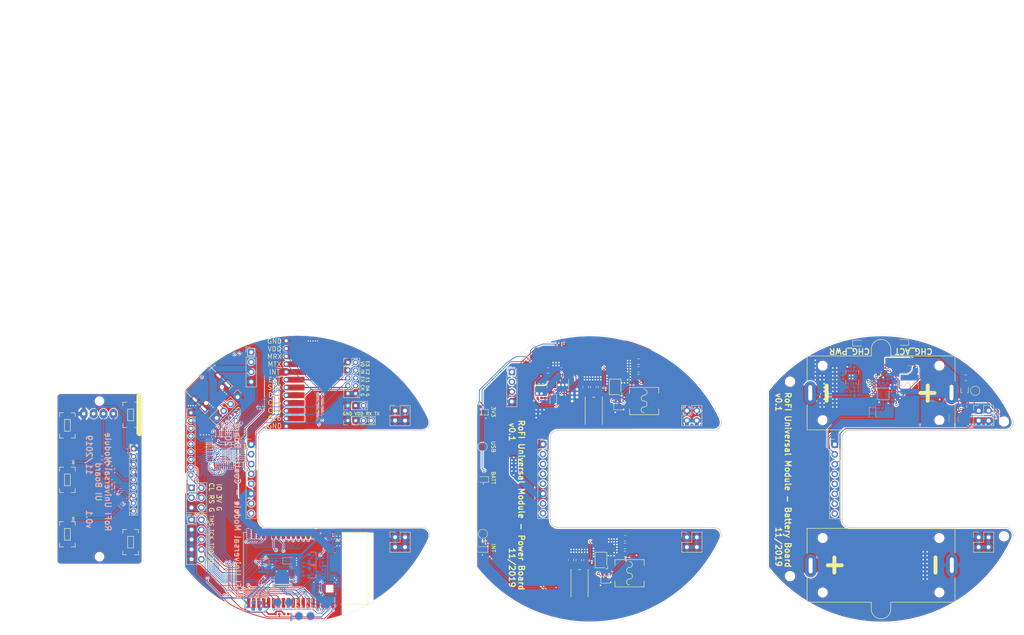
<source format=kicad_pcb>
(kicad_pcb (version 20171130) (host pcbnew 5.1.4+dfsg1-1)
  (layers (0 F.Cu signal) (31 B.Cu signal) (34 B.Paste user) (35 F.Paste user) (36 B.SilkS user) (37 F.SilkS user) (38 B.Mask user) (39 F.Mask user) (44 Edge.Cuts user))
  (net 0 "")
  (net 1 "Net-(BT1-Pad2)")
  (net 2 "Net-(C7-Pad1)")
  (net 3 "Net-(C8-Pad1)")
  (net 4 "Net-(C9-Pad1)")
  (net 5 "Net-(C10-Pad1)")
  (net 6 "Net-(C11-Pad1)")
  (net 7 "Net-(C12-Pad2)")
  (net 8 "Net-(C12-Pad1)")
  (net 9 "Net-(C14-Pad2)")
  (net 10 "Net-(C14-Pad1)")
  (net 11 "Net-(C15-Pad1)")
  (net 12 "Net-(C16-Pad1)")
  (net 13 "Net-(C17-Pad1)")
  (net 14 "Net-(C18-Pad2)")
  (net 15 "Net-(C18-Pad1)")
  (net 16 "Net-(C19-Pad1)")
  (net 17 "Net-(C20-Pad2)")
  (net 18 "Net-(C20-Pad1)")
  (net 19 "Net-(C21-Pad1)")
  (net 20 "Net-(C22-Pad2)")
  (net 21 "Net-(C22-Pad1)")
  (net 22 "Net-(C28-Pad2)")
  (net 23 "Net-(C29-Pad2)")
  (net 24 "Net-(C29-Pad1)")
  (net 25 "Net-(C32-Pad1)")
  (net 26 "Net-(C33-Pad2)")
  (net 27 "Net-(C33-Pad1)")
  (net 28 "Net-(C34-Pad1)")
  (net 29 "Net-(C37-Pad1)")
  (net 30 "Net-(C43-Pad2)")
  (net 31 ESP_EN)
  (net 32 "Net-(D3-Pad1)")
  (net 33 "Net-(D6-Pad1)")
  (net 34 "Net-(D7-Pad1)")
  (net 35 "Net-(D8-Pad1)")
  (net 36 "Net-(D9-Pad2)")
  (net 37 "Net-(D9-Pad1)")
  (net 38 "Net-(D10-Pad2)")
  (net 39 "Net-(D10-Pad1)")
  (net 40 ESP_TDI)
  (net 41 ESP_TDO)
  (net 42 ESP_TCK)
  (net 43 ESP_TMS)
  (net 44 BIOS_SCL)
  (net 45 BIOS_SDA)
  (net 46 USB_C_D+)
  (net 47 USB_C_D-)
  (net 48 SPI_MISO_MOSI)
  (net 49 SPI_SCK)
  (net 50 DOCK_1_CE)
  (net 51 DOCK_2_CE)
  (net 52 DOCK_3_CE)
  (net 53 MOTORS_TX)
  (net 54 MOTORS_RX)
  (net 55 DOCK_6_CE)
  (net 56 DOCK_5_CE)
  (net 57 DOCK_4_CE)
  (net 58 SWRST)
  (net 59 SWDIO)
  (net 60 SWCLK)
  (net 61 USB_BRIDGE_EN)
  (net 62 "Net-(L4-Pad1)")
  (net 63 "Net-(Q1-Pad4)")
  (net 64 RTS)
  (net 65 "Net-(Q4-Pad1)")
  (net 66 IO0)
  (net 67 DTR)
  (net 68 "Net-(Q5-Pad1)")
  (net 69 "Net-(R4-Pad2)")
  (net 70 "Net-(R5-Pad2)")
  (net 71 "Net-(R6-Pad2)")
  (net 72 "Net-(R7-Pad2)")
  (net 73 "Net-(R10-Pad2)")
  (net 74 "Net-(R14-Pad2)")
  (net 75 "Net-(R14-Pad1)")
  (net 76 "Net-(R19-Pad1)")
  (net 77 "Net-(R21-Pad1)")
  (net 78 "Net-(R22-Pad1)")
  (net 79 QC_2_M)
  (net 80 QC_10_N)
  (net 81 QC_2_P)
  (net 82 QC_10_P)
  (net 83 "Net-(R51-Pad1)")
  (net 84 RXD0)
  (net 85 TXD0)
  (net 86 "Net-(U5-Pad8)")
  (net 87 BIOS_TX)
  (net 88 BIOS_RX)
  (net 89 USB_SUSPEND)
  (net 90 USB_CLK)
  (net 91 "Net-(D14-Pad2)")
  (net 92 "Net-(D15-Pad2)")
  (net 93 /battery/INT)
  (net 94 /battery/PWR_START)
  (net 95 /battery/PWR_SHUTDOWN)
  (net 96 /battery/CHG_EN)
  (net 97 /battery/CHG_OK)
  (net 98 /battery/CHG_AC_OK)
  (net 99 /battery/3V3)
  (net 100 /battery/BATT_VOLTAGE)
  (net 101 /battery/BAT_VDD)
  (net 102 /battery/BAT+)
  (net 103 /battery/GND)
  (net 104 /power/GND)
  (net 105 /power/BATT_VDD)
  (net 106 /power/3V3)
  (net 107 /power/USB_TO_BUS_EN)
  (net 108 /power/BATT_TO_BUS_EN)
  (net 109 /power/INT)
  (net 110 /power/USB_C_VDD)
  (net 111 /bios/3V3)
  (net 112 /bios/CHG_OK)
  (net 113 /bios/CHG_AC_OK)
  (net 114 /bios/PWR_START)
  (net 115 /bios/PWR_SHUTDOWN)
  (net 116 /bios/BATT_VOLTAGE)
  (net 117 /bios/CHG_EN)
  (net 118 /bios/GND)
  (net 119 /interface/GND)
  (net 120 /interface/SW_LEFT)
  (net 121 /interface/SW_MID)
  (net 122 /interface/SW_RIGHT)
  (net 123 /interface/3V3)
  (net 124 /bios/USB_C_VDD)
  (net 125 /bios/USB_VOLTAGE)
  (net 126 /bios/BUS_VOLTAGE)
  (net 127 /interface/STOP_BUTTON)
  (net 128 /interface/START_BUTTON)
  (net 129 /bios/USB_TO_BUS_EN)
  (net 130 /bios/BATT_TO_BUS_EN)
  (net 131 /interface/SCL)
  (net 132 /interface/SDA)
  (net 133 /control/EXT)
  (net 134 /bios/INT)
  (net 135 /bios/SW_RIGHT)
  (net 136 /bios/SW_MID)
  (net 137 /bios/SW_LEFT)
  (net 138 "Net-(D16-Pad2)")
  (net 139 "Net-(D17-Pad2)")
  (net 140 "Net-(D18-Pad2)")
  (net 141 /control/BATT_VDD)
  (module MountingHole:MountingHole_2.1mm (layer F.Cu) (at 39 100)
    (fp_text reference H6 hide)
    (fp_text value MountingHole)
    (pad "" np_thru_hole circle (at 0 0) (size 2.1 2.1) (drill 2.1) (layers *.Cu *.Mask))
  )
  (module MountingHole:MountingHole_2.1mm (layer F.Cu) (at 39 140)
    (fp_text reference H5 hide)
    (fp_text value MountingHole)
    (pad "" np_thru_hole circle (at 0 0) (size 2.1 2.1) (drill 2.1) (layers *.Cu *.Mask))
  )
  (module MountingHole:MountingHole_2.1mm (layer F.Cu) (at 216.5 145)
    (fp_text reference H4 hide)
    (fp_text value MountingHole)
    (pad "" np_thru_hole circle (at 0 0) (size 2.1 2.1) (drill 2.1) (layers *.Cu *.Mask))
  )
  (module MountingHole:MountingHole_2.1mm (layer F.Cu) (at 271.5 105.25)
    (fp_text reference H3 hide)
    (fp_text value MountingHole)
    (pad "" np_thru_hole circle (at 0 0) (size 2.1 2.1) (drill 2.1) (layers *.Cu *.Mask))
  )
  (module MountingHole:MountingHole_2.1mm (layer F.Cu) (at 216.5 95)
    (fp_text reference H2 hide)
    (fp_text value MountingHole)
    (pad "" np_thru_hole circle (at 0 0) (size 2.1 2.1) (drill 2.1) (layers *.Cu *.Mask))
  )
  (module MountingHole:MountingHole_2.1mm (layer F.Cu) (at 271.5 134.75)
    (fp_text reference H1 hide)
    (fp_text value MountingHole)
    (pad "" np_thru_hole circle (at 0 0) (size 2.1 2.1) (drill 2.1) (layers *.Cu *.Mask))
  )
  (module TestPoint:TestPoint_Pad_D2.0mm (layer F.Cu) (at 137.55 134.15)
    (fp_text reference TP6 hide)
    (fp_text value TP_BUS)
    (pad 1 smd circle (at 0 0) (size 2 2) (layers F.Cu F.Mask) (net 109 /power/INT))
  )
  (module TestPoint:TestPoint_Pad_D2.0mm (layer F.Cu) (at 137.45 111.75)
    (fp_text reference TP5 hide)
    (fp_text value TP_USB_VDD)
    (pad 1 smd circle (at 0 0) (size 2 2) (layers F.Cu F.Mask) (net 110 /power/USB_C_VDD))
  )
  (module Resistor_SMD:R_0402_1005Metric (layer F.Cu) (at 137.35 136.75)
    (fp_text reference R56 hide)
    (fp_text value 1k)
    (pad 2 smd roundrect (at 0.485 0) (size 0.59 0.64) (layers F.Cu F.Paste F.Mask) (net 109 /power/INT))
    (pad 1 smd roundrect (at -0.485 0) (size 0.59 0.64) (layers F.Cu F.Paste F.Mask) (net 140 "Net-(D18-Pad2)"))
  )
  (module Resistor_SMD:R_0402_1005Metric (layer F.Cu) (at 137.55 101.45)
    (fp_text reference R55 hide)
    (fp_text value 1k)
    (pad 2 smd roundrect (at 0.485 0) (size 0.59 0.64) (layers F.Cu F.Paste F.Mask) (net 106 /power/3V3))
    (pad 1 smd roundrect (at -0.485 0) (size 0.59 0.64) (layers F.Cu F.Paste F.Mask) (net 139 "Net-(D17-Pad2)"))
  )
  (module Resistor_SMD:R_0402_1005Metric (layer F.Cu) (at 137.55 118.85)
    (fp_text reference R54 hide)
    (fp_text value 1k)
    (pad 2 smd roundrect (at 0.485 0) (size 0.59 0.64) (layers F.Cu F.Paste F.Mask) (net 105 /power/BATT_VDD))
    (pad 1 smd roundrect (at -0.485 0) (size 0.59 0.64) (layers F.Cu F.Paste F.Mask) (net 138 "Net-(D16-Pad2)"))
  )
  (module LED_SMD:LED_0603_1608Metric (layer F.Cu) (at 137.3375 138.15 180)
    (fp_text reference D18 hide)
    (fp_text value GREEN)
    (pad 2 smd roundrect (at 0.7875 0 180) (size 0.875 0.95) (layers F.Cu F.Paste F.Mask) (net 140 "Net-(D18-Pad2)"))
    (pad 1 smd roundrect (at -0.7875 0 180) (size 0.875 0.95) (layers F.Cu F.Paste F.Mask) (net 104 /power/GND))
  )
  (module LED_SMD:LED_0603_1608Metric (layer F.Cu) (at 137.45 102.85 180)
    (fp_text reference D17 hide)
    (fp_text value GREEN)
    (pad 2 smd roundrect (at 0.7875 0 180) (size 0.875 0.95) (layers F.Cu F.Paste F.Mask) (net 139 "Net-(D17-Pad2)"))
    (pad 1 smd roundrect (at -0.7875 0 180) (size 0.875 0.95) (layers F.Cu F.Paste F.Mask) (net 104 /power/GND))
  )
  (module LED_SMD:LED_0603_1608Metric (layer F.Cu) (at 137.5375 120.15 180)
    (fp_text reference D16 hide)
    (fp_text value GREEN)
    (pad 2 smd roundrect (at 0.7875 0 180) (size 0.875 0.95) (layers F.Cu F.Paste F.Mask) (net 138 "Net-(D16-Pad2)"))
    (pad 1 smd roundrect (at -0.7875 0 180) (size 0.875 0.95) (layers F.Cu F.Paste F.Mask) (net 104 /power/GND))
  )
  (module rofi:slipRingBrush (layer F.Cu) (at 90 95.5)
    (fp_text reference J7 hide)
    (fp_text value ShoeBConnectors)
    (pad 12 smd rect (at 0 11) (size 3.4 1.5) (layers F.Cu F.Paste F.Mask) (net 118 /bios/GND))
    (pad 11 smd rect (at 0 9) (size 3.4 1.5) (layers F.Cu F.Paste F.Mask) (net 55 DOCK_6_CE))
    (pad 10 smd rect (at 0 7) (size 3.4 1.5) (layers F.Cu F.Paste F.Mask) (net 56 DOCK_5_CE))
    (pad 9 smd rect (at 0 5) (size 3.4 1.5) (layers F.Cu F.Paste F.Mask) (net 57 DOCK_4_CE))
    (pad 8 smd rect (at 0 3) (size 3.4 1.5) (layers F.Cu F.Paste F.Mask) (net 48 SPI_MISO_MOSI))
    (pad 7 smd rect (at 0 1) (size 3.4 1.5) (layers F.Cu F.Paste F.Mask) (net 49 SPI_SCK))
    (pad 6 smd rect (at 0 -1) (size 3.4 1.5) (layers F.Cu F.Paste F.Mask) (net 133 /control/EXT))
    (pad 5 smd rect (at 0 -3) (size 3.4 1.5) (layers F.Cu F.Paste F.Mask) (net 134 /bios/INT))
    (pad 4 smd rect (at 0 -5) (size 3.4 1.5) (layers F.Cu F.Paste F.Mask) (net 53 MOTORS_TX))
    (pad 3 smd rect (at 0 -7) (size 3.4 1.5) (layers F.Cu F.Paste F.Mask) (net 54 MOTORS_RX))
    (pad 2 smd rect (at 0 -9) (size 3.4 1.5) (layers F.Cu F.Paste F.Mask) (net 141 /control/BATT_VDD))
    (pad 1 smd rect (at 0 -11) (size 3.4 1.5) (layers F.Cu F.Paste F.Mask) (net 118 /bios/GND))
    (pad 12 thru_hole circle (at -3 11) (size 1.35 1.35) (drill 0.8) (layers *.Cu *.Mask) (net 118 /bios/GND))
    (pad 11 thru_hole circle (at -3 9) (size 1.35 1.35) (drill 0.8) (layers *.Cu *.Mask) (net 55 DOCK_6_CE))
    (pad 10 thru_hole circle (at -3 7) (size 1.35 1.35) (drill 0.8) (layers *.Cu *.Mask) (net 56 DOCK_5_CE))
    (pad 9 thru_hole circle (at -3 5) (size 1.35 1.35) (drill 0.8) (layers *.Cu *.Mask) (net 57 DOCK_4_CE))
    (pad 8 thru_hole circle (at -3 3) (size 1.35 1.35) (drill 0.8) (layers *.Cu *.Mask) (net 48 SPI_MISO_MOSI))
    (pad 7 thru_hole circle (at -3 1) (size 1.35 1.35) (drill 0.8) (layers *.Cu *.Mask) (net 49 SPI_SCK))
    (pad 6 thru_hole circle (at -3 -1) (size 1.35 1.35) (drill 0.8) (layers *.Cu *.Mask) (net 133 /control/EXT))
    (pad 5 thru_hole circle (at -3 -3) (size 1.35 1.35) (drill 0.8) (layers *.Cu *.Mask) (net 134 /bios/INT))
    (pad 4 thru_hole circle (at -3 -5) (size 1.35 1.35) (drill 0.8) (layers *.Cu *.Mask) (net 53 MOTORS_TX))
    (pad 3 thru_hole circle (at -3 -7) (size 1.35 1.35) (drill 0.8) (layers *.Cu *.Mask) (net 54 MOTORS_RX))
    (pad 2 thru_hole circle (at -3 -9) (size 1.35 1.35) (drill 0.8) (layers *.Cu *.Mask) (net 141 /control/BATT_VDD))
    (pad 1 thru_hole circle (at -3 -11) (size 1.35 1.35) (drill 0.8) (layers *.Cu *.Mask) (net 118 /bios/GND))
  )
  (module TestPoint:TestPoint_Pad_D2.0mm (layer B.Cu) (at 87.75 151.75)
    (fp_text reference TP2 hide)
    (fp_text value TP_BTX)
    (pad 1 smd circle (at 0 0) (size 2 2) (layers B.Cu B.Mask) (net 87 BIOS_TX))
  )
  (module TestPoint:TestPoint_Pad_D2.0mm (layer B.Cu) (at 84.75 151.75)
    (fp_text reference TP1 hide)
    (fp_text value TP_BRX)
    (pad 1 smd circle (at 0 0) (size 2 2) (layers B.Cu B.Mask) (net 88 BIOS_RX))
  )
  (module Connector_PinHeader_2.54mm:PinHeader_2x03_P2.54mm_Vertical (layer F.Cu) (at 62.65 122.3)
    (fp_text reference J8 hide)
    (fp_text value BIOS_SWD)
    (pad 6 thru_hole oval (at 2.54 5.08) (size 1.7 1.7) (drill 1) (layers *.Cu *.Mask))
    (pad 5 thru_hole oval (at 0 5.08) (size 1.7 1.7) (drill 1) (layers *.Cu *.Mask) (net 118 /bios/GND))
    (pad 4 thru_hole oval (at 2.54 2.54) (size 1.7 1.7) (drill 1) (layers *.Cu *.Mask) (net 111 /bios/3V3))
    (pad 3 thru_hole oval (at 0 2.54) (size 1.7 1.7) (drill 1) (layers *.Cu *.Mask) (net 58 SWRST))
    (pad 2 thru_hole oval (at 2.54 0) (size 1.7 1.7) (drill 1) (layers *.Cu *.Mask) (net 59 SWDIO))
    (pad 1 thru_hole rect (at 0 0) (size 1.7 1.7) (drill 1) (layers *.Cu *.Mask) (net 60 SWCLK))
  )
  (module rofi:PA4548 (layer F.Cu) (at 175.25 144.25 180)
    (fp_text reference L2 hide)
    (fp_text value PA4548.152NLT)
    (pad 2 smd rect (at 2.55 0 180) (size 2.6 3.5) (layers F.Cu F.Paste F.Mask) (net 9 "Net-(C14-Pad2)"))
    (pad 1 smd rect (at -2.55 0 180) (size 2.6 3.5) (layers F.Cu F.Paste F.Mask) (net 110 /power/USB_C_VDD))
  )
  (module rofi:PA4548 (layer F.Cu) (at 179 100 180)
    (fp_text reference L1 hide)
    (fp_text value PA4548.152NLT)
    (pad 2 smd rect (at 2.55 0 180) (size 2.6 3.5) (layers F.Cu F.Paste F.Mask) (net 7 "Net-(C12-Pad2)"))
    (pad 1 smd rect (at -2.55 0 180) (size 2.6 3.5) (layers F.Cu F.Paste F.Mask) (net 105 /power/BATT_VDD))
  )
  (module Connector_PinHeader_2.00mm:PinHeader_1x09_P2.00mm_Vertical (layer F.Cu) (at 47.75 112.25)
    (fp_text reference J22 hide)
    (fp_text value INT_1)
    (pad 9 thru_hole oval (at 0 16) (size 1.35 1.35) (drill 0.8) (layers *.Cu *.Mask) (net 132 /interface/SDA))
    (pad 8 thru_hole oval (at 0 14) (size 1.35 1.35) (drill 0.8) (layers *.Cu *.Mask) (net 131 /interface/SCL))
    (pad 7 thru_hole oval (at 0 12) (size 1.35 1.35) (drill 0.8) (layers *.Cu *.Mask) (net 122 /interface/SW_RIGHT))
    (pad 6 thru_hole oval (at 0 10) (size 1.35 1.35) (drill 0.8) (layers *.Cu *.Mask) (net 121 /interface/SW_MID))
    (pad 5 thru_hole oval (at 0 8) (size 1.35 1.35) (drill 0.8) (layers *.Cu *.Mask) (net 120 /interface/SW_LEFT))
    (pad 4 thru_hole oval (at 0 6) (size 1.35 1.35) (drill 0.8) (layers *.Cu *.Mask) (net 127 /interface/STOP_BUTTON))
    (pad 3 thru_hole oval (at 0 4) (size 1.35 1.35) (drill 0.8) (layers *.Cu *.Mask) (net 128 /interface/START_BUTTON))
    (pad 2 thru_hole oval (at 0 2) (size 1.35 1.35) (drill 0.8) (layers *.Cu *.Mask) (net 123 /interface/3V3))
    (pad 1 thru_hole rect (at 0 0) (size 1.35 1.35) (drill 0.8) (layers *.Cu *.Mask) (net 119 /interface/GND))
  )
  (module Connector_PinHeader_2.00mm:PinHeader_1x09_P2.00mm_Vertical (layer F.Cu) (at 62.5 103)
    (fp_text reference J21 hide)
    (fp_text value CTL_4)
    (pad 9 thru_hole oval (at 0 16) (size 1.35 1.35) (drill 0.8) (layers *.Cu *.Mask) (net 45 BIOS_SDA))
    (pad 8 thru_hole oval (at 0 14) (size 1.35 1.35) (drill 0.8) (layers *.Cu *.Mask) (net 44 BIOS_SCL))
    (pad 7 thru_hole oval (at 0 12) (size 1.35 1.35) (drill 0.8) (layers *.Cu *.Mask) (net 135 /bios/SW_RIGHT))
    (pad 6 thru_hole oval (at 0 10) (size 1.35 1.35) (drill 0.8) (layers *.Cu *.Mask) (net 136 /bios/SW_MID))
    (pad 5 thru_hole oval (at 0 8) (size 1.35 1.35) (drill 0.8) (layers *.Cu *.Mask) (net 137 /bios/SW_LEFT))
    (pad 4 thru_hole oval (at 0 6) (size 1.35 1.35) (drill 0.8) (layers *.Cu *.Mask) (net 115 /bios/PWR_SHUTDOWN))
    (pad 3 thru_hole oval (at 0 4) (size 1.35 1.35) (drill 0.8) (layers *.Cu *.Mask) (net 114 /bios/PWR_START))
    (pad 2 thru_hole oval (at 0 2) (size 1.35 1.35) (drill 0.8) (layers *.Cu *.Mask) (net 111 /bios/3V3))
    (pad 1 thru_hole rect (at 0 0) (size 1.35 1.35) (drill 0.8) (layers *.Cu *.Mask) (net 118 /bios/GND))
  )
  (module Connector_PinHeader_2.54mm:PinHeader_1x04_P2.54mm_Vertical (layer F.Cu) (at 78 87.42)
    (fp_text reference J20 hide)
    (fp_text value CTL_5)
    (pad 4 thru_hole oval (at 0 7.62) (size 1.7 1.7) (drill 1) (layers *.Cu *.Mask) (net 118 /bios/GND))
    (pad 3 thru_hole oval (at 0 5.08) (size 1.7 1.7) (drill 1) (layers *.Cu *.Mask) (net 124 /bios/USB_C_VDD))
    (pad 2 thru_hole oval (at 0 2.54) (size 1.7 1.7) (drill 1) (layers *.Cu *.Mask) (net 129 /bios/USB_TO_BUS_EN))
    (pad 1 thru_hole rect (at 0 0) (size 1.7 1.7) (drill 1) (layers *.Cu *.Mask) (net 130 /bios/BATT_TO_BUS_EN))
  )
  (module Connector_PinHeader_2.54mm:PinHeader_1x04_P2.54mm_Vertical (layer F.Cu) (at 145 92.5)
    (fp_text reference J19 hide)
    (fp_text value PWR_4)
    (pad 4 thru_hole oval (at 0 7.62) (size 1.7 1.7) (drill 1) (layers *.Cu *.Mask) (net 104 /power/GND))
    (pad 3 thru_hole oval (at 0 5.08) (size 1.7 1.7) (drill 1) (layers *.Cu *.Mask) (net 110 /power/USB_C_VDD))
    (pad 2 thru_hole oval (at 0 2.54) (size 1.7 1.7) (drill 1) (layers *.Cu *.Mask) (net 107 /power/USB_TO_BUS_EN))
    (pad 1 thru_hole rect (at 0 0) (size 1.7 1.7) (drill 1) (layers *.Cu *.Mask) (net 108 /power/BATT_TO_BUS_EN))
  )
  (module rofi:BATTERY_18350 (layer F.Cu) (at 239.9 142.2 90)
    (fp_text reference BT2 hide)
    (fp_text value Battery_Cell)
    (pad "" np_thru_hole circle (at -7 15 90) (size 2 2) (drill 2) (layers *.Cu *.Mask))
    (pad "" np_thru_hole circle (at -7 -15 90) (size 2 2) (drill 2) (layers *.Cu *.Mask))
    (pad "" np_thru_hole circle (at 7 -15 90) (size 2 2) (drill 2) (layers *.Cu *.Mask))
    (pad "" np_thru_hole circle (at 7 15 90) (size 2 2) (drill 2) (layers *.Cu *.Mask))
    (pad 2 thru_hole oval (at 0 18.2 90) (size 6 3) (drill oval 4 1) (layers *.Cu *.Mask) (net 103 /battery/GND))
    (pad 1 thru_hole oval (at -0.1 -18.1 90) (size 6 3) (drill oval 4 1) (layers *.Cu *.Mask) (net 1 "Net-(BT1-Pad2)"))
  )
  (module rofi:BATTERY_18350 (layer F.Cu) (at 239.9 97.9 270)
    (fp_text reference BT1 hide)
    (fp_text value Battery_Cell)
    (pad "" np_thru_hole circle (at -7 15 270) (size 2 2) (drill 2) (layers *.Cu *.Mask))
    (pad "" np_thru_hole circle (at -7 -15 270) (size 2 2) (drill 2) (layers *.Cu *.Mask))
    (pad "" np_thru_hole circle (at 7 -15 270) (size 2 2) (drill 2) (layers *.Cu *.Mask))
    (pad "" np_thru_hole circle (at 7 15 270) (size 2 2) (drill 2) (layers *.Cu *.Mask))
    (pad 2 thru_hole oval (at 0 18.2 270) (size 6 3) (drill oval 4 1) (layers *.Cu *.Mask) (net 1 "Net-(BT1-Pad2)"))
    (pad 1 thru_hole oval (at -0.1 -18.1 270) (size 6 3) (drill oval 4 1) (layers *.Cu *.Mask) (net 102 /battery/BAT+))
  )
  (module rofi:OLED_128_32_I2C (layer F.Cu) (at 38.75 103.25 270)
    (fp_text reference J2 hide)
    (fp_text value OLED_DISPLAY)
    (pad 4 thru_hole oval (at 0 3.81) (size 2 2.54) (drill 0.9) (layers *.Cu *.Mask) (net 119 /interface/GND))
    (pad 3 thru_hole oval (at 0 1.27) (size 2 2.54) (drill 0.9) (layers *.Cu *.Mask) (net 123 /interface/3V3))
    (pad 2 thru_hole oval (at 0 -1.27) (size 2 2.54) (drill 0.9) (layers *.Cu *.Mask) (net 131 /interface/SCL))
    (pad 1 thru_hole oval (at 0 -3.81) (size 2 2.54) (drill 0.9) (layers *.Cu *.Mask) (net 132 /interface/SDA))
  )
  (module Connector_PinHeader_2.54mm:PinHeader_2x02_P2.54mm_Vertical (layer F.Cu) (at 115 135)
    (fp_text reference J18 hide)
    (fp_text value CTL_2)
    (pad 4 thru_hole oval (at 2.54 2.54) (size 1.7 1.7) (drill 1) (layers *.Cu *.Mask) (net 118 /bios/GND))
    (pad 3 thru_hole oval (at 0 2.54) (size 1.7 1.7) (drill 1) (layers *.Cu *.Mask) (net 118 /bios/GND))
    (pad 2 thru_hole oval (at 2.54 0) (size 1.7 1.7) (drill 1) (layers *.Cu *.Mask) (net 118 /bios/GND))
    (pad 1 thru_hole rect (at 0 0) (size 1.7 1.7) (drill 1) (layers *.Cu *.Mask) (net 118 /bios/GND))
  )
  (module Connector_PinHeader_2.54mm:PinHeader_2x02_P2.54mm_Vertical (layer F.Cu) (at 115 102.46)
    (fp_text reference J17 hide)
    (fp_text value CTL_1)
    (pad 4 thru_hole oval (at 2.54 2.54) (size 1.7 1.7) (drill 1) (layers *.Cu *.Mask) (net 118 /bios/GND))
    (pad 3 thru_hole oval (at 0 2.54) (size 1.7 1.7) (drill 1) (layers *.Cu *.Mask) (net 118 /bios/GND))
    (pad 2 thru_hole oval (at 2.54 0) (size 1.7 1.7) (drill 1) (layers *.Cu *.Mask) (net 141 /control/BATT_VDD))
    (pad 1 thru_hole rect (at 0 0) (size 1.7 1.7) (drill 1) (layers *.Cu *.Mask) (net 141 /control/BATT_VDD))
  )
  (module Connector_PinHeader_2.54mm:PinHeader_1x08_P2.54mm_Vertical (layer F.Cu) (at 78 111.09)
    (fp_text reference J16 hide)
    (fp_text value CTL_3)
    (pad 8 thru_hole oval (at 0 17.78) (size 1.7 1.7) (drill 1) (layers *.Cu *.Mask) (net 112 /bios/CHG_OK))
    (pad 7 thru_hole oval (at 0 15.24) (size 1.7 1.7) (drill 1) (layers *.Cu *.Mask) (net 113 /bios/CHG_AC_OK))
    (pad 6 thru_hole oval (at 0 12.7) (size 1.7 1.7) (drill 1) (layers *.Cu *.Mask) (net 111 /bios/3V3))
    (pad 5 thru_hole oval (at 0 10.16) (size 1.7 1.7) (drill 1) (layers *.Cu *.Mask) (net 114 /bios/PWR_START))
    (pad 4 thru_hole oval (at 0 7.62) (size 1.7 1.7) (drill 1) (layers *.Cu *.Mask) (net 115 /bios/PWR_SHUTDOWN))
    (pad 3 thru_hole oval (at 0 5.08) (size 1.7 1.7) (drill 1) (layers *.Cu *.Mask) (net 116 /bios/BATT_VOLTAGE))
    (pad 2 thru_hole oval (at 0 2.54) (size 1.7 1.7) (drill 1) (layers *.Cu *.Mask) (net 117 /bios/CHG_EN))
    (pad 1 thru_hole rect (at 0 0) (size 1.7 1.7) (drill 1) (layers *.Cu *.Mask) (net 134 /bios/INT))
  )
  (module Connector_PinHeader_2.54mm:PinHeader_1x08_P2.54mm_Vertical (layer F.Cu) (at 153 111.09)
    (fp_text reference J15 hide)
    (fp_text value PWR_3)
    (pad 8 thru_hole oval (at 0 17.78) (size 1.7 1.7) (drill 1) (layers *.Cu *.Mask))
    (pad 7 thru_hole oval (at 0 15.24) (size 1.7 1.7) (drill 1) (layers *.Cu *.Mask))
    (pad 6 thru_hole oval (at 0 12.7) (size 1.7 1.7) (drill 1) (layers *.Cu *.Mask) (net 106 /power/3V3))
    (pad 5 thru_hole oval (at 0 10.16) (size 1.7 1.7) (drill 1) (layers *.Cu *.Mask))
    (pad 4 thru_hole oval (at 0 7.62) (size 1.7 1.7) (drill 1) (layers *.Cu *.Mask))
    (pad 3 thru_hole oval (at 0 5.08) (size 1.7 1.7) (drill 1) (layers *.Cu *.Mask))
    (pad 2 thru_hole oval (at 0 2.54) (size 1.7 1.7) (drill 1) (layers *.Cu *.Mask))
    (pad 1 thru_hole rect (at 0 0) (size 1.7 1.7) (drill 1) (layers *.Cu *.Mask) (net 109 /power/INT))
  )
  (module Connector_PinHeader_2.54mm:PinHeader_2x02_P2.54mm_Vertical (layer F.Cu) (at 190 135)
    (fp_text reference J14 hide)
    (fp_text value BATT_2)
    (pad 4 thru_hole oval (at 2.54 2.54) (size 1.7 1.7) (drill 1) (layers *.Cu *.Mask) (net 104 /power/GND))
    (pad 3 thru_hole oval (at 0 2.54) (size 1.7 1.7) (drill 1) (layers *.Cu *.Mask) (net 104 /power/GND))
    (pad 2 thru_hole oval (at 2.54 0) (size 1.7 1.7) (drill 1) (layers *.Cu *.Mask) (net 104 /power/GND))
    (pad 1 thru_hole rect (at 0 0) (size 1.7 1.7) (drill 1) (layers *.Cu *.Mask) (net 104 /power/GND))
  )
  (module Connector_PinHeader_2.54mm:PinHeader_2x02_P2.54mm_Vertical (layer F.Cu) (at 190 102.46)
    (fp_text reference J13 hide)
    (fp_text value PWR_1)
    (pad 4 thru_hole oval (at 2.54 2.54) (size 1.7 1.7) (drill 1) (layers *.Cu *.Mask) (net 104 /power/GND))
    (pad 3 thru_hole oval (at 0 2.54) (size 1.7 1.7) (drill 1) (layers *.Cu *.Mask) (net 104 /power/GND))
    (pad 2 thru_hole oval (at 2.54 0) (size 1.7 1.7) (drill 1) (layers *.Cu *.Mask) (net 105 /power/BATT_VDD))
    (pad 1 thru_hole rect (at 0 0) (size 1.7 1.7) (drill 1) (layers *.Cu *.Mask) (net 105 /power/BATT_VDD))
  )
  (module Connector_PinHeader_2.54mm:PinHeader_2x02_P2.54mm_Vertical (layer F.Cu) (at 265 135)
    (fp_text reference J12 hide)
    (fp_text value BATT_2)
    (pad 4 thru_hole oval (at 2.54 2.54) (size 1.7 1.7) (drill 1) (layers *.Cu *.Mask) (net 103 /battery/GND))
    (pad 3 thru_hole oval (at 0 2.54) (size 1.7 1.7) (drill 1) (layers *.Cu *.Mask) (net 103 /battery/GND))
    (pad 2 thru_hole oval (at 2.54 0) (size 1.7 1.7) (drill 1) (layers *.Cu *.Mask) (net 103 /battery/GND))
    (pad 1 thru_hole rect (at 0 0) (size 1.7 1.7) (drill 1) (layers *.Cu *.Mask) (net 103 /battery/GND))
  )
  (module Connector_PinHeader_2.54mm:PinHeader_2x02_P2.54mm_Vertical (layer F.Cu) (at 265 102.46)
    (fp_text reference J10 hide)
    (fp_text value BATT_1)
    (pad 4 thru_hole oval (at 2.54 2.54) (size 1.7 1.7) (drill 1) (layers *.Cu *.Mask) (net 103 /battery/GND))
    (pad 3 thru_hole oval (at 0 2.54) (size 1.7 1.7) (drill 1) (layers *.Cu *.Mask) (net 103 /battery/GND))
    (pad 2 thru_hole oval (at 2.54 0) (size 1.7 1.7) (drill 1) (layers *.Cu *.Mask) (net 101 /battery/BAT_VDD))
    (pad 1 thru_hole rect (at 0 0) (size 1.7 1.7) (drill 1) (layers *.Cu *.Mask) (net 101 /battery/BAT_VDD))
  )
  (module Connector_PinHeader_2.54mm:PinHeader_1x08_P2.54mm_Vertical (layer F.Cu) (at 228 111.14)
    (fp_text reference J11 hide)
    (fp_text value BATT_3)
    (pad 8 thru_hole oval (at 0 17.78) (size 1.7 1.7) (drill 1) (layers *.Cu *.Mask) (net 97 /battery/CHG_OK))
    (pad 7 thru_hole oval (at 0 15.24) (size 1.7 1.7) (drill 1) (layers *.Cu *.Mask) (net 98 /battery/CHG_AC_OK))
    (pad 6 thru_hole oval (at 0 12.7) (size 1.7 1.7) (drill 1) (layers *.Cu *.Mask) (net 99 /battery/3V3))
    (pad 5 thru_hole oval (at 0 10.16) (size 1.7 1.7) (drill 1) (layers *.Cu *.Mask) (net 94 /battery/PWR_START))
    (pad 4 thru_hole oval (at 0 7.62) (size 1.7 1.7) (drill 1) (layers *.Cu *.Mask) (net 95 /battery/PWR_SHUTDOWN))
    (pad 3 thru_hole oval (at 0 5.08) (size 1.7 1.7) (drill 1) (layers *.Cu *.Mask) (net 100 /battery/BATT_VOLTAGE))
    (pad 2 thru_hole oval (at 0 2.54) (size 1.7 1.7) (drill 1) (layers *.Cu *.Mask) (net 96 /battery/CHG_EN))
    (pad 1 thru_hole rect (at 0 0) (size 1.7 1.7) (drill 1) (layers *.Cu *.Mask) (net 93 /battery/INT))
  )
  (module Resistor_SMD:R_0402_1005Metric (layer F.Cu) (at 236.5 85 270)
    (fp_text reference R53 hide)
    (fp_text value 1k)
    (pad 2 smd roundrect (at 0.485 0 270) (size 0.59 0.64) (layers F.Cu F.Paste F.Mask) (net 93 /battery/INT))
    (pad 1 smd roundrect (at -0.485 0 270) (size 0.59 0.64) (layers F.Cu F.Paste F.Mask) (net 92 "Net-(D15-Pad2)"))
  )
  (module Resistor_SMD:R_0402_1005Metric (layer F.Cu) (at 243.3 85 270)
    (fp_text reference R52 hide)
    (fp_text value 1k)
    (pad 2 smd roundrect (at 0.485 0 270) (size 0.59 0.64) (layers F.Cu F.Paste F.Mask) (net 93 /battery/INT))
    (pad 1 smd roundrect (at -0.485 0 270) (size 0.59 0.64) (layers F.Cu F.Paste F.Mask) (net 91 "Net-(D14-Pad2)"))
  )
  (module LED_SMD:LED_0603_1608Metric (layer F.Cu) (at 234.1 85.1)
    (fp_text reference D15 hide)
    (fp_text value GREEN)
    (pad 2 smd roundrect (at 0.7875 0) (size 0.875 0.95) (layers F.Cu F.Paste F.Mask) (net 92 "Net-(D15-Pad2)"))
    (pad 1 smd roundrect (at -0.7875 0) (size 0.875 0.95) (layers F.Cu F.Paste F.Mask) (net 98 /battery/CHG_AC_OK))
  )
  (module LED_SMD:LED_0603_1608Metric (layer F.Cu) (at 245.5125 84.9 180)
    (fp_text reference D14 hide)
    (fp_text value RED)
    (pad 2 smd roundrect (at 0.7875 0 180) (size 0.875 0.95) (layers F.Cu F.Paste F.Mask) (net 91 "Net-(D14-Pad2)"))
    (pad 1 smd roundrect (at -0.7875 0 180) (size 0.875 0.95) (layers F.Cu F.Paste F.Mask) (net 97 /battery/CHG_OK))
  )
  (module rofi:SRN5020TA (layer B.Cu) (at 247.25 95.75 270)
    (fp_text reference L4 hide)
    (fp_text value SRN5020TA-5R6M)
    (pad 2 smd rect (at 1.8 0 270) (size 1.5 4.7) (layers B.Cu B.Paste B.Mask) (net 27 "Net-(C33-Pad1)"))
    (pad 1 smd rect (at -1.8 0 270) (size 1.5 4.7) (layers B.Cu B.Paste B.Mask) (net 62 "Net-(L4-Pad1)"))
  )
  (module rofi:USB_C_Female-16Pin-HPJF (layer F.Cu) (at 69.5 99.5 225)
    (fp_text reference J9 hide)
    (fp_text value USB_C_Receptacle_USB2.0)
    (pad A12 smd rect (at 3.35 0 225) (size 0.3 2) (layers F.Cu F.Paste F.Mask) (net 118 /bios/GND))
    (pad B1 smd rect (at 3.05 0 225) (size 0.3 2) (layers F.Cu F.Paste F.Mask) (net 118 /bios/GND))
    (pad A9 smd rect (at 2.55 0 225) (size 0.3 2) (layers F.Cu F.Paste F.Mask) (net 124 /bios/USB_C_VDD))
    (pad B4 smd rect (at 2.25 0 225) (size 0.3 2) (layers F.Cu F.Paste F.Mask) (net 124 /bios/USB_C_VDD))
    (pad B9 smd rect (at -2.25 0 225) (size 0.3 2) (layers F.Cu F.Paste F.Mask) (net 124 /bios/USB_C_VDD))
    (pad A4 smd rect (at -2.55 0 225) (size 0.3 2) (layers F.Cu F.Paste F.Mask) (net 124 /bios/USB_C_VDD))
    (pad B12 smd rect (at -3.05 0 225) (size 0.3 2) (layers F.Cu F.Paste F.Mask) (net 118 /bios/GND))
    (pad A1 smd rect (at -3.35 0 225) (size 0.3 2) (layers F.Cu F.Paste F.Mask) (net 118 /bios/GND))
    (pad "" np_thru_hole circle (at 2.89 1.5 315) (size 0.7 0.7) (drill 0.7) (layers *.Cu *.Mask))
    (pad "" np_thru_hole circle (at -2.89 1.5 315) (size 0.7 0.7) (drill 0.7) (layers *.Cu *.Mask))
    (pad S1 thru_hole oval (at 4.32 4.18 225) (size 1 1.8) (drill oval 0.6 1.4) (layers *.Cu *.Mask) (net 118 /bios/GND))
    (pad S1 thru_hole oval (at -4.32 4.18 225) (size 1 1.8) (drill oval 0.6 1.4) (layers *.Cu *.Mask) (net 118 /bios/GND))
    (pad S1 thru_hole oval (at 4.32 1 225) (size 1 2.1) (drill oval 0.6 1.7) (layers *.Cu *.Mask) (net 118 /bios/GND))
    (pad S1 thru_hole oval (at -4.32 1 225) (size 1 2.1) (drill oval 0.6 1.7) (layers *.Cu *.Mask) (net 118 /bios/GND))
    (pad B5 smd rect (at 1.75 0 225) (size 0.3 2) (layers F.Cu F.Paste F.Mask))
    (pad B8 smd rect (at -1.75 0 225) (size 0.3 2) (layers F.Cu F.Paste F.Mask))
    (pad A8 smd rect (at 1.25 0 225) (size 0.3 2) (layers F.Cu F.Paste F.Mask))
    (pad A5 smd rect (at -1.25 0 225) (size 0.3 2) (layers F.Cu F.Paste F.Mask))
    (pad B6 smd rect (at 0.75 0 225) (size 0.3 2) (layers F.Cu F.Paste F.Mask) (net 46 USB_C_D+))
    (pad B7 smd rect (at -0.75 0 225) (size 0.3 2) (layers F.Cu F.Paste F.Mask) (net 47 USB_C_D-))
    (pad A7 smd rect (at 0.25 0 225) (size 0.3 2) (layers F.Cu F.Paste F.Mask) (net 47 USB_C_D-))
    (pad A6 smd rect (at -0.25 0 225) (size 0.3 2) (layers F.Cu F.Paste F.Mask) (net 46 USB_C_D+))
  )
  (module Package_QFP:LQFP-48_7x7mm_P0.5mm (layer F.Cu) (at 71.425 112.55 180)
    (fp_text reference U9 hide)
    (fp_text value STM32F030C8Tx)
    (pad 48 smd roundrect (at -2.75 -4.1625 180) (size 0.3 1.475) (layers F.Cu F.Paste F.Mask) (net 111 /bios/3V3))
    (pad 47 smd roundrect (at -2.25 -4.1625 180) (size 0.3 1.475) (layers F.Cu F.Paste F.Mask) (net 118 /bios/GND))
    (pad 46 smd roundrect (at -1.75 -4.1625 180) (size 0.3 1.475) (layers F.Cu F.Paste F.Mask) (net 45 BIOS_SDA))
    (pad 45 smd roundrect (at -1.25 -4.1625 180) (size 0.3 1.475) (layers F.Cu F.Paste F.Mask) (net 44 BIOS_SCL))
    (pad 44 smd roundrect (at -0.75 -4.1625 180) (size 0.3 1.475) (layers F.Cu F.Paste F.Mask))
    (pad 43 smd roundrect (at -0.25 -4.1625 180) (size 0.3 1.475) (layers F.Cu F.Paste F.Mask) (net 88 BIOS_RX))
    (pad 42 smd roundrect (at 0.25 -4.1625 180) (size 0.3 1.475) (layers F.Cu F.Paste F.Mask) (net 87 BIOS_TX))
    (pad 41 smd roundrect (at 0.75 -4.1625 180) (size 0.3 1.475) (layers F.Cu F.Paste F.Mask) (net 89 USB_SUSPEND))
    (pad 40 smd roundrect (at 1.25 -4.1625 180) (size 0.3 1.475) (layers F.Cu F.Paste F.Mask) (net 61 USB_BRIDGE_EN))
    (pad 39 smd roundrect (at 1.75 -4.1625 180) (size 0.3 1.475) (layers F.Cu F.Paste F.Mask) (net 90 USB_CLK))
    (pad 38 smd roundrect (at 2.25 -4.1625 180) (size 0.3 1.475) (layers F.Cu F.Paste F.Mask))
    (pad 37 smd roundrect (at 2.75 -4.1625 180) (size 0.3 1.475) (layers F.Cu F.Paste F.Mask) (net 60 SWCLK))
    (pad 36 smd roundrect (at 4.1625 -2.75 180) (size 1.475 0.3) (layers F.Cu F.Paste F.Mask))
    (pad 35 smd roundrect (at 4.1625 -2.25 180) (size 1.475 0.3) (layers F.Cu F.Paste F.Mask))
    (pad 34 smd roundrect (at 4.1625 -1.75 180) (size 1.475 0.3) (layers F.Cu F.Paste F.Mask) (net 59 SWDIO))
    (pad 33 smd roundrect (at 4.1625 -1.25 180) (size 1.475 0.3) (layers F.Cu F.Paste F.Mask))
    (pad 32 smd roundrect (at 4.1625 -0.75 180) (size 1.475 0.3) (layers F.Cu F.Paste F.Mask) (net 135 /bios/SW_RIGHT))
    (pad 31 smd roundrect (at 4.1625 -0.25 180) (size 1.475 0.3) (layers F.Cu F.Paste F.Mask) (net 136 /bios/SW_MID))
    (pad 30 smd roundrect (at 4.1625 0.25 180) (size 1.475 0.3) (layers F.Cu F.Paste F.Mask))
    (pad 29 smd roundrect (at 4.1625 0.75 180) (size 1.475 0.3) (layers F.Cu F.Paste F.Mask) (net 137 /bios/SW_LEFT))
    (pad 28 smd roundrect (at 4.1625 1.25 180) (size 1.475 0.3) (layers F.Cu F.Paste F.Mask))
    (pad 27 smd roundrect (at 4.1625 1.75 180) (size 1.475 0.3) (layers F.Cu F.Paste F.Mask))
    (pad 26 smd roundrect (at 4.1625 2.25 180) (size 1.475 0.3) (layers F.Cu F.Paste F.Mask))
    (pad 25 smd roundrect (at 4.1625 2.75 180) (size 1.475 0.3) (layers F.Cu F.Paste F.Mask))
    (pad 24 smd roundrect (at 2.75 4.1625 180) (size 0.3 1.475) (layers F.Cu F.Paste F.Mask) (net 111 /bios/3V3))
    (pad 23 smd roundrect (at 2.25 4.1625 180) (size 0.3 1.475) (layers F.Cu F.Paste F.Mask) (net 118 /bios/GND))
    (pad 22 smd roundrect (at 1.75 4.1625 180) (size 0.3 1.475) (layers F.Cu F.Paste F.Mask))
    (pad 21 smd roundrect (at 1.25 4.1625 180) (size 0.3 1.475) (layers F.Cu F.Paste F.Mask) (net 115 /bios/PWR_SHUTDOWN))
    (pad 20 smd roundrect (at 0.75 4.1625 180) (size 0.3 1.475) (layers F.Cu F.Paste F.Mask) (net 82 QC_10_P))
    (pad 19 smd roundrect (at 0.25 4.1625 180) (size 0.3 1.475) (layers F.Cu F.Paste F.Mask) (net 81 QC_2_P))
    (pad 18 smd roundrect (at -0.25 4.1625 180) (size 0.3 1.475) (layers F.Cu F.Paste F.Mask) (net 129 /bios/USB_TO_BUS_EN))
    (pad 17 smd roundrect (at -0.75 4.1625 180) (size 0.3 1.475) (layers F.Cu F.Paste F.Mask) (net 130 /bios/BATT_TO_BUS_EN))
    (pad 16 smd roundrect (at -1.25 4.1625 180) (size 0.3 1.475) (layers F.Cu F.Paste F.Mask) (net 80 QC_10_N))
    (pad 15 smd roundrect (at -1.75 4.1625 180) (size 0.3 1.475) (layers F.Cu F.Paste F.Mask))
    (pad 14 smd roundrect (at -2.25 4.1625 180) (size 0.3 1.475) (layers F.Cu F.Paste F.Mask) (net 79 QC_2_M))
    (pad 13 smd roundrect (at -2.75 4.1625 180) (size 0.3 1.475) (layers F.Cu F.Paste F.Mask) (net 125 /bios/USB_VOLTAGE))
    (pad 12 smd roundrect (at -4.1625 2.75 180) (size 1.475 0.3) (layers F.Cu F.Paste F.Mask) (net 126 /bios/BUS_VOLTAGE))
    (pad 11 smd roundrect (at -4.1625 2.25 180) (size 1.475 0.3) (layers F.Cu F.Paste F.Mask))
    (pad 10 smd roundrect (at -4.1625 1.75 180) (size 1.475 0.3) (layers F.Cu F.Paste F.Mask) (net 116 /bios/BATT_VOLTAGE))
    (pad 9 smd roundrect (at -4.1625 1.25 180) (size 1.475 0.3) (layers F.Cu F.Paste F.Mask) (net 111 /bios/3V3))
    (pad 8 smd roundrect (at -4.1625 0.75 180) (size 1.475 0.3) (layers F.Cu F.Paste F.Mask) (net 118 /bios/GND))
    (pad 7 smd roundrect (at -4.1625 0.25 180) (size 1.475 0.3) (layers F.Cu F.Paste F.Mask) (net 58 SWRST))
    (pad 6 smd roundrect (at -4.1625 -0.25 180) (size 1.475 0.3) (layers F.Cu F.Paste F.Mask))
    (pad 5 smd roundrect (at -4.1625 -0.75 180) (size 1.475 0.3) (layers F.Cu F.Paste F.Mask))
    (pad 4 smd roundrect (at -4.1625 -1.25 180) (size 1.475 0.3) (layers F.Cu F.Paste F.Mask) (net 117 /bios/CHG_EN))
    (pad 3 smd roundrect (at -4.1625 -1.75 180) (size 1.475 0.3) (layers F.Cu F.Paste F.Mask) (net 113 /bios/CHG_AC_OK))
    (pad 2 smd roundrect (at -4.1625 -2.25 180) (size 1.475 0.3) (layers F.Cu F.Paste F.Mask) (net 112 /bios/CHG_OK))
    (pad 1 smd roundrect (at -4.1625 -2.75 180) (size 1.475 0.3) (layers F.Cu F.Paste F.Mask) (net 111 /bios/3V3))
  )
  (module Package_DFN_QFN:QFN-28-1EP_5x5mm_P0.5mm_EP3.35x3.35mm (layer B.Cu) (at 85.9 145.15)
    (fp_text reference U8 hide)
    (fp_text value CP2102N-A01-GQFN28)
    (pad 28 smd roundrect (at -1.5 2.45) (size 0.25 0.8) (layers B.Cu B.Paste B.Mask) (net 67 DTR))
    (pad 27 smd roundrect (at -1 2.45) (size 0.25 0.8) (layers B.Cu B.Paste B.Mask))
    (pad 26 smd roundrect (at -0.5 2.45) (size 0.25 0.8) (layers B.Cu B.Paste B.Mask) (net 84 RXD0))
    (pad 25 smd roundrect (at 0 2.45) (size 0.25 0.8) (layers B.Cu B.Paste B.Mask) (net 85 TXD0))
    (pad 24 smd roundrect (at 0.5 2.45) (size 0.25 0.8) (layers B.Cu B.Paste B.Mask) (net 64 RTS))
    (pad 23 smd roundrect (at 1 2.45) (size 0.25 0.8) (layers B.Cu B.Paste B.Mask))
    (pad 22 smd roundrect (at 1.5 2.45) (size 0.25 0.8) (layers B.Cu B.Paste B.Mask))
    (pad 21 smd roundrect (at 2.45 1.5) (size 0.8 0.25) (layers B.Cu B.Paste B.Mask))
    (pad 20 smd roundrect (at 2.45 1) (size 0.8 0.25) (layers B.Cu B.Paste B.Mask))
    (pad 19 smd roundrect (at 2.45 0.5) (size 0.8 0.25) (layers B.Cu B.Paste B.Mask) (net 37 "Net-(D9-Pad1)"))
    (pad 18 smd roundrect (at 2.45 0) (size 0.8 0.25) (layers B.Cu B.Paste B.Mask) (net 39 "Net-(D10-Pad1)"))
    (pad 17 smd roundrect (at 2.45 -0.5) (size 0.8 0.25) (layers B.Cu B.Paste B.Mask))
    (pad 16 smd roundrect (at 2.45 -1) (size 0.8 0.25) (layers B.Cu B.Paste B.Mask))
    (pad 15 smd roundrect (at 2.45 -1.5) (size 0.8 0.25) (layers B.Cu B.Paste B.Mask))
    (pad 14 smd roundrect (at 1.5 -2.45) (size 0.25 0.8) (layers B.Cu B.Paste B.Mask))
    (pad 13 smd roundrect (at 1 -2.45) (size 0.25 0.8) (layers B.Cu B.Paste B.Mask))
    (pad 12 smd roundrect (at 0.5 -2.45) (size 0.25 0.8) (layers B.Cu B.Paste B.Mask) (net 89 USB_SUSPEND))
    (pad 11 smd roundrect (at 0 -2.45) (size 0.25 0.8) (layers B.Cu B.Paste B.Mask))
    (pad 10 smd roundrect (at -0.5 -2.45) (size 0.25 0.8) (layers B.Cu B.Paste B.Mask))
    (pad 9 smd roundrect (at -1 -2.45) (size 0.25 0.8) (layers B.Cu B.Paste B.Mask) (net 61 USB_BRIDGE_EN))
    (pad 8 smd roundrect (at -1.5 -2.45) (size 0.25 0.8) (layers B.Cu B.Paste B.Mask) (net 35 "Net-(D8-Pad1)"))
    (pad 7 smd roundrect (at -2.45 -1.5) (size 0.8 0.25) (layers B.Cu B.Paste B.Mask) (net 111 /bios/3V3))
    (pad 6 smd roundrect (at -2.45 -1) (size 0.8 0.25) (layers B.Cu B.Paste B.Mask) (net 111 /bios/3V3))
    (pad 5 smd roundrect (at -2.45 -0.5) (size 0.8 0.25) (layers B.Cu B.Paste B.Mask) (net 47 USB_C_D-))
    (pad 4 smd roundrect (at -2.45 0) (size 0.8 0.25) (layers B.Cu B.Paste B.Mask) (net 46 USB_C_D+))
    (pad 3 smd roundrect (at -2.45 0.5) (size 0.8 0.25) (layers B.Cu B.Paste B.Mask) (net 118 /bios/GND))
    (pad 2 smd roundrect (at -2.45 1) (size 0.8 0.25) (layers B.Cu B.Paste B.Mask) (net 90 USB_CLK))
    (pad 1 smd roundrect (at -2.45 1.5) (size 0.8 0.25) (layers B.Cu B.Paste B.Mask))
    (pad 29 smd roundrect (at 0 0) (size 3.35 3.35) (layers B.Cu B.Mask) (roundrect_rratio 0.074627) (net 118 /bios/GND))
  )
  (module Sensor_Motion:InvenSense_QFN-24_3x3mm_P0.4mm (layer B.Cu) (at 98.15 148.2 90)
    (fp_text reference U7 hide)
    (fp_text value ICM-20948)
    (pad 24 smd roundrect (at -1 1.5) (size 0.55 0.2) (layers B.Cu B.Paste B.Mask) (net 45 BIOS_SDA))
    (pad 23 smd roundrect (at -0.6 1.5) (size 0.55 0.2) (layers B.Cu B.Paste B.Mask) (net 44 BIOS_SCL))
    (pad 22 smd roundrect (at -0.2 1.5) (size 0.55 0.2) (layers B.Cu B.Paste B.Mask) (net 111 /bios/3V3))
    (pad 21 smd roundrect (at 0.2 1.5) (size 0.55 0.2) (layers B.Cu B.Paste B.Mask))
    (pad 20 smd roundrect (at 0.6 1.5) (size 0.55 0.2) (layers B.Cu B.Paste B.Mask) (net 118 /bios/GND))
    (pad 19 smd roundrect (at 1 1.5) (size 0.55 0.2) (layers B.Cu B.Paste B.Mask))
    (pad 18 smd roundrect (at 1.5 1 90) (size 0.55 0.2) (layers B.Cu B.Paste B.Mask) (net 118 /bios/GND))
    (pad 17 smd roundrect (at 1.5 0.6 90) (size 0.55 0.2) (layers B.Cu B.Paste B.Mask))
    (pad 16 smd roundrect (at 1.5 0.2 90) (size 0.55 0.2) (layers B.Cu B.Paste B.Mask))
    (pad 15 smd roundrect (at 1.5 -0.2 90) (size 0.55 0.2) (layers B.Cu B.Paste B.Mask))
    (pad 14 smd roundrect (at 1.5 -0.6 90) (size 0.55 0.2) (layers B.Cu B.Paste B.Mask))
    (pad 13 smd roundrect (at 1.5 -1 90) (size 0.55 0.2) (layers B.Cu B.Paste B.Mask) (net 111 /bios/3V3))
    (pad 12 smd roundrect (at 1 -1.5) (size 0.55 0.2) (layers B.Cu B.Paste B.Mask))
    (pad 11 smd roundrect (at 0.6 -1.5) (size 0.55 0.2) (layers B.Cu B.Paste B.Mask) (net 118 /bios/GND))
    (pad 10 smd roundrect (at 0.2 -1.5) (size 0.55 0.2) (layers B.Cu B.Paste B.Mask) (net 30 "Net-(C43-Pad2)"))
    (pad 9 smd roundrect (at -0.2 -1.5) (size 0.55 0.2) (layers B.Cu B.Paste B.Mask) (net 83 "Net-(R51-Pad1)"))
    (pad 8 smd roundrect (at -0.6 -1.5) (size 0.55 0.2) (layers B.Cu B.Paste B.Mask) (net 111 /bios/3V3))
    (pad 7 smd roundrect (at -1 -1.5) (size 0.55 0.2) (layers B.Cu B.Paste B.Mask))
    (pad 6 smd roundrect (at -1.5 -1 90) (size 0.55 0.2) (layers B.Cu B.Paste B.Mask))
    (pad 5 smd roundrect (at -1.5 -0.6 90) (size 0.55 0.2) (layers B.Cu B.Paste B.Mask))
    (pad 4 smd roundrect (at -1.5 -0.2 90) (size 0.55 0.2) (layers B.Cu B.Paste B.Mask))
    (pad 3 smd roundrect (at -1.5 0.2 90) (size 0.55 0.2) (layers B.Cu B.Paste B.Mask))
    (pad 2 smd roundrect (at -1.5 0.6 90) (size 0.55 0.2) (layers B.Cu B.Paste B.Mask))
    (pad 1 smd roundrect (at -1.5 1 90) (size 0.55 0.2) (layers B.Cu B.Paste B.Mask))
  )
  (module rofi:ESP32-WROVER (layer F.Cu) (at 100.25 143 270)
    (fp_text reference U6 hide)
    (fp_text value ESP32-WROVER)
    (pad 39 smd rect (at -1.5 7.5 270) (size 5 5) (layers F.Cu F.Paste F.Mask) (net 118 /bios/GND))
    (pad 38 smd rect (at 8.89 0 270) (size 2.5 0.9) (layers F.Cu F.Paste F.Mask) (net 118 /bios/GND))
    (pad 37 smd rect (at 8.89 1.27 270) (size 2.5 0.9) (layers F.Cu F.Paste F.Mask) (net 44 BIOS_SCL))
    (pad 36 smd rect (at 8.89 2.54 270) (size 2.5 0.9) (layers F.Cu F.Paste F.Mask) (net 45 BIOS_SDA))
    (pad 35 smd rect (at 8.89 3.81 270) (size 2.5 0.9) (layers F.Cu F.Paste F.Mask) (net 85 TXD0))
    (pad 34 smd rect (at 8.89 5.08 270) (size 2.5 0.9) (layers F.Cu F.Paste F.Mask) (net 84 RXD0))
    (pad 33 smd rect (at 8.89 6.35 270) (size 2.5 0.9) (layers F.Cu F.Paste F.Mask) (net 87 BIOS_TX))
    (pad 32 smd rect (at 8.89 7.62 270) (size 2.5 0.9) (layers F.Cu F.Paste F.Mask))
    (pad 31 smd rect (at 8.89 8.89 270) (size 2.5 0.9) (layers F.Cu F.Paste F.Mask) (net 88 BIOS_RX))
    (pad 30 smd rect (at 8.89 10.16 270) (size 2.5 0.9) (layers F.Cu F.Paste F.Mask) (net 48 SPI_MISO_MOSI))
    (pad 29 smd rect (at 8.89 11.43 270) (size 2.5 0.9) (layers F.Cu F.Paste F.Mask) (net 49 SPI_SCK))
    (pad 28 smd rect (at 8.89 12.7 270) (size 2.5 0.9) (layers F.Cu F.Paste F.Mask))
    (pad 27 smd rect (at 8.89 13.97 270) (size 2.5 0.9) (layers F.Cu F.Paste F.Mask))
    (pad 26 smd rect (at 8.89 15.24 270) (size 2.5 0.9) (layers F.Cu F.Paste F.Mask) (net 53 MOTORS_TX))
    (pad 25 smd rect (at 8.89 16.51 270) (size 2.5 0.9) (layers F.Cu F.Paste F.Mask) (net 66 IO0))
    (pad 24 smd rect (at 8.89 17.78 270) (size 2.5 0.9) (layers F.Cu F.Paste F.Mask) (net 54 MOTORS_RX))
    (pad 23 smd rect (at 8.89 19.05 270) (size 2.5 0.9) (layers F.Cu F.Paste F.Mask) (net 41 ESP_TDO))
    (pad 22 smd rect (at 8.89 20.32 270) (size 2.5 0.9) (layers F.Cu F.Paste F.Mask))
    (pad 21 smd rect (at 8.89 21.59 270) (size 2.5 0.9) (layers F.Cu F.Paste F.Mask))
    (pad 20 smd rect (at 8.89 22.86 270) (size 2.5 0.9) (layers F.Cu F.Paste F.Mask))
    (pad 19 smd rect (at -8.89 22.86 270) (size 2.5 0.9) (layers F.Cu F.Paste F.Mask))
    (pad 18 smd rect (at -8.89 21.59 270) (size 2.5 0.9) (layers F.Cu F.Paste F.Mask))
    (pad 17 smd rect (at -8.89 20.32 270) (size 2.5 0.9) (layers F.Cu F.Paste F.Mask))
    (pad 16 smd rect (at -8.89 19.05 270) (size 2.5 0.9) (layers F.Cu F.Paste F.Mask) (net 42 ESP_TCK))
    (pad 15 smd rect (at -8.89 17.78 270) (size 2.5 0.9) (layers F.Cu F.Paste F.Mask) (net 118 /bios/GND))
    (pad 14 smd rect (at -8.89 16.51 270) (size 2.5 0.9) (layers F.Cu F.Paste F.Mask) (net 40 ESP_TDI))
    (pad 13 smd rect (at -8.89 15.24 270) (size 2.5 0.9) (layers F.Cu F.Paste F.Mask) (net 43 ESP_TMS))
    (pad 12 smd rect (at -8.89 13.97 270) (size 2.5 0.9) (layers F.Cu F.Paste F.Mask) (net 50 DOCK_1_CE))
    (pad 11 smd rect (at -8.89 12.7 270) (size 2.5 0.9) (layers F.Cu F.Paste F.Mask) (net 55 DOCK_6_CE))
    (pad 10 smd rect (at -8.89 11.43 270) (size 2.5 0.9) (layers F.Cu F.Paste F.Mask) (net 51 DOCK_2_CE))
    (pad 9 smd rect (at -8.89 10.16 270) (size 2.5 0.9) (layers F.Cu F.Paste F.Mask) (net 56 DOCK_5_CE))
    (pad 8 smd rect (at -8.89 8.89 270) (size 2.5 0.9) (layers F.Cu F.Paste F.Mask) (net 52 DOCK_3_CE))
    (pad 7 smd rect (at -8.89 7.62 270) (size 2.5 0.9) (layers F.Cu F.Paste F.Mask) (net 57 DOCK_4_CE))
    (pad 6 smd rect (at -8.89 6.35 270) (size 2.5 0.9) (layers F.Cu F.Paste F.Mask))
    (pad 5 smd rect (at -8.89 5.08 270) (size 2.5 0.9) (layers F.Cu F.Paste F.Mask))
    (pad 4 smd rect (at -8.89 3.81 270) (size 2.5 0.9) (layers F.Cu F.Paste F.Mask))
    (pad 3 smd rect (at -8.89 2.54 270) (size 2.5 0.9) (layers F.Cu F.Paste F.Mask) (net 31 ESP_EN))
    (pad 2 smd rect (at -8.89 1.27 270) (size 2.5 0.9) (layers F.Cu F.Paste F.Mask) (net 111 /bios/3V3))
    (pad 1 smd rect (at -8.89 0 270) (size 2.5 0.9) (layers F.Cu F.Paste F.Mask) (net 118 /bios/GND))
  )
  (module Package_SON:Texas_S-PVSON-N8 (layer B.Cu) (at 232.5 93.85 90)
    (fp_text reference U5 hide)
    (fp_text value BQ29200)
    (pad 8 smd oval (at 1.55 0.975 90) (size 0.65 0.4) (layers B.Cu B.Paste B.Mask) (net 86 "Net-(U5-Pad8)"))
    (pad 7 smd oval (at 1.55 0.325 90) (size 0.65 0.4) (layers B.Cu B.Paste B.Mask) (net 102 /battery/BAT+))
    (pad 6 smd rect (at 1.75 -0.325 90) (size 0.3 0.4) (layers B.Cu B.Paste B.Mask) (net 103 /battery/GND))
    (pad 5 smd rect (at 1.75 -0.975 90) (size 0.3 0.4) (layers B.Cu B.Paste B.Mask) (net 103 /battery/GND))
    (pad 4 smd rect (at -1.75 -0.975 90) (size 0.3 0.4) (layers B.Cu B.Paste B.Mask) (net 25 "Net-(C32-Pad1)"))
    (pad 3 smd oval (at -1.55 -0.325 90) (size 0.65 0.4) (layers B.Cu B.Paste B.Mask) (net 77 "Net-(R21-Pad1)"))
    (pad 2 smd rect (at -1.75 0.325 90) (size 0.3 0.4) (layers B.Cu B.Paste B.Mask) (net 23 "Net-(C29-Pad2)"))
    (pad 1 smd rect (at -1.75 0.975 90) (size 0.3 0.4) (layers B.Cu B.Paste B.Mask) (net 24 "Net-(C29-Pad1)"))
    (pad 9 smd rect (at 0 0 90) (size 1.65 2.4) (layers B.Cu B.Mask) (net 103 /battery/GND))
    (pad 9 smd rect (at 0.45 -0.625 90) (size 0.65 1) (layers B.Cu B.Paste B.Mask) (net 103 /battery/GND))
    (pad 9 smd rect (at -0.45 -0.625 90) (size 0.65 1) (layers B.Cu B.Paste B.Mask) (net 103 /battery/GND))
    (pad 9 smd rect (at 0.45 0.625 90) (size 0.65 1) (layers B.Cu B.Paste B.Mask) (net 103 /battery/GND))
    (pad 9 smd rect (at -0.45 0.625 90) (size 0.65 1) (layers B.Cu B.Paste B.Mask) (net 103 /battery/GND))
    (pad 8 smd rect (at 1.75 0.975 90) (size 0.3 0.4) (layers B.Cu B.Paste B.Mask) (net 86 "Net-(U5-Pad8)"))
    (pad 7 smd rect (at 1.75 0.325 90) (size 0.3 0.4) (layers B.Cu B.Paste B.Mask) (net 102 /battery/BAT+))
    (pad 6 smd oval (at 1.55 -0.325 90) (size 0.65 0.4) (layers B.Cu B.Paste B.Mask) (net 103 /battery/GND))
    (pad 5 smd oval (at 1.55 -0.975 90) (size 0.65 0.4) (layers B.Cu B.Paste B.Mask) (net 103 /battery/GND))
    (pad 4 smd oval (at -1.55 -0.975 90) (size 0.65 0.4) (layers B.Cu B.Paste B.Mask) (net 25 "Net-(C32-Pad1)"))
    (pad 3 smd rect (at -1.75 -0.325 90) (size 0.3 0.4) (layers B.Cu B.Paste B.Mask) (net 77 "Net-(R21-Pad1)"))
    (pad 2 smd oval (at -1.55 0.325 90) (size 0.65 0.4) (layers B.Cu B.Paste B.Mask) (net 23 "Net-(C29-Pad2)"))
    (pad 1 smd oval (at -1.55 0.975 90) (size 0.65 0.4) (layers B.Cu B.Paste B.Mask) (net 24 "Net-(C29-Pad1)"))
  )
  (module rofi:QFN-16 (layer B.Cu) (at 240.45 98.15 180)
    (fp_text reference U4 hide)
    (fp_text value MP2615)
    (pad 16 smd rect (at -1 1.45 180) (size 0.25 0.7) (layers B.Cu B.Paste B.Mask) (net 103 /battery/GND))
    (pad 15 smd rect (at -0.5 1.45 180) (size 0.25 0.7) (layers B.Cu B.Paste B.Mask) (net 26 "Net-(C33-Pad2)"))
    (pad 14 smd rect (at 0 1.45 180) (size 0.25 0.7) (layers B.Cu B.Paste B.Mask) (net 28 "Net-(C34-Pad1)"))
    (pad 13 smd rect (at 0.5 1.45 180) (size 0.25 0.7) (layers B.Cu B.Paste B.Mask) (net 76 "Net-(R19-Pad1)"))
    (pad 12 smd rect (at 1 1.45 180) (size 0.25 0.7) (layers B.Cu B.Paste B.Mask) (net 98 /battery/CHG_AC_OK))
    (pad 8 smd rect (at 1 -1.45 180) (size 0.25 0.7) (layers B.Cu B.Paste B.Mask) (net 103 /battery/GND))
    (pad 7 smd rect (at 0.5 -1.45 180) (size 0.25 0.7) (layers B.Cu B.Paste B.Mask))
    (pad 6 smd rect (at 0 -1.45 180) (size 0.25 0.7) (layers B.Cu B.Paste B.Mask) (net 78 "Net-(R22-Pad1)"))
    (pad 5 smd rect (at -0.5 -1.45 180) (size 0.25 0.7) (layers B.Cu B.Paste B.Mask) (net 103 /battery/GND))
    (pad 4 smd rect (at -1 -1.45 180) (size 0.25 0.7) (layers B.Cu B.Paste B.Mask) (net 103 /battery/GND))
    (pad 11 smd rect (at 1.15 0.5 180) (size 1.3 0.25) (layers B.Cu B.Paste B.Mask) (net 97 /battery/CHG_OK))
    (pad 10 smd rect (at 1.15 0 180) (size 1.3 0.25) (layers B.Cu B.Paste B.Mask) (net 62 "Net-(L4-Pad1)"))
    (pad 9 smd rect (at 1.15 -0.5 180) (size 1.3 0.25) (layers B.Cu B.Paste B.Mask) (net 102 /battery/BAT+))
    (pad 3 smd rect (at -1.15 -0.5 180) (size 1.3 0.25) (layers B.Cu B.Paste B.Mask) (net 22 "Net-(C28-Pad2)"))
    (pad 2 smd rect (at -1.15 0 180) (size 1.3 0.25) (layers B.Cu B.Paste B.Mask) (net 93 /battery/INT))
    (pad 1 smd rect (at -1.15 0.5 180) (size 1.3 0.25) (layers B.Cu B.Paste B.Mask) (net 27 "Net-(C33-Pad1)"))
  )
  (module Package_TO_SOT_SMD:TSOT-23-8 (layer F.Cu) (at 158.1 95.85 270)
    (fp_text reference U3 hide)
    (fp_text value MP1496)
    (pad 8 smd rect (at 1.31 -0.97 270) (size 1.22 0.4) (layers F.Cu F.Paste F.Mask) (net 74 "Net-(R14-Pad2)"))
    (pad 7 smd rect (at 1.31 -0.33 270) (size 1.22 0.4) (layers F.Cu F.Paste F.Mask) (net 6 "Net-(C11-Pad1)"))
    (pad 6 smd rect (at 1.31 0.33 270) (size 1.22 0.4) (layers F.Cu F.Paste F.Mask) (net 32 "Net-(D3-Pad1)"))
    (pad 5 smd rect (at 1.31 0.97 270) (size 1.22 0.4) (layers F.Cu F.Paste F.Mask) (net 73 "Net-(R10-Pad2)"))
    (pad 4 smd rect (at -1.31 0.97 270) (size 1.22 0.4) (layers F.Cu F.Paste F.Mask) (net 104 /power/GND))
    (pad 3 smd rect (at -1.31 0.33 270) (size 1.22 0.4) (layers F.Cu F.Paste F.Mask) (net 14 "Net-(C18-Pad2)"))
    (pad 2 smd rect (at -1.31 -0.33 270) (size 1.22 0.4) (layers F.Cu F.Paste F.Mask) (net 105 /power/BATT_VDD))
    (pad 1 smd rect (at -1.31 -0.97 270) (size 1.22 0.4) (layers F.Cu F.Paste F.Mask) (net 11 "Net-(C15-Pad1)"))
  )
  (module rofi:QFN-13 (layer F.Cu) (at 167.9 140.85 180)
    (fp_text reference U2 hide)
    (fp_text value MP3431)
    (pad 13 smd rect (at -1 -2 180) (size 0.25 1) (layers F.Cu F.Paste F.Mask) (net 10 "Net-(C14-Pad1)"))
    (pad 12 smd rect (at -0.5 -2 180) (size 0.25 1) (layers F.Cu F.Paste F.Mask) (net 110 /power/USB_C_VDD))
    (pad 11 smd rect (at 0 -2 180) (size 0.25 1) (layers F.Cu F.Paste F.Mask) (net 107 /power/USB_TO_BUS_EN))
    (pad 10 smd rect (at 0.5 -2 180) (size 0.25 1) (layers F.Cu F.Paste F.Mask) (net 110 /power/USB_C_VDD))
    (pad 9 smd rect (at 1 -2 180) (size 0.25 1) (layers F.Cu F.Paste F.Mask) (net 71 "Net-(R6-Pad2)"))
    (pad 6 smd rect (at 1 2 180) (size 0.25 1) (layers F.Cu F.Paste F.Mask) (net 104 /power/GND))
    (pad 5 smd rect (at 0.5 2 180) (size 0.25 1) (layers F.Cu F.Paste F.Mask) (net 72 "Net-(R7-Pad2)"))
    (pad 4 smd rect (at 0 2 180) (size 0.25 1) (layers F.Cu F.Paste F.Mask) (net 20 "Net-(C22-Pad2)"))
    (pad 3 smd rect (at -0.5 2 180) (size 0.25 1) (layers F.Cu F.Paste F.Mask) (net 5 "Net-(C10-Pad1)"))
    (pad 2 smd rect (at -1 2 180) (size 0.25 1) (layers F.Cu F.Paste F.Mask) (net 3 "Net-(C8-Pad1)"))
    (pad 8 smd rect (at 0.65 -0.6 180) (size 2.5 0.3) (layers F.Cu F.Paste F.Mask) (net 19 "Net-(C21-Pad1)"))
    (pad 7 smd rect (at 0.65 0.6 180) (size 2.5 0.3) (layers F.Cu F.Paste F.Mask) (net 104 /power/GND))
    (pad 1 smd rect (at -0.65 0 180) (size 2.5 0.3) (layers F.Cu F.Paste F.Mask) (net 9 "Net-(C14-Pad2)"))
  )
  (module rofi:QFN-13 (layer F.Cu) (at 171.55 96.35 180)
    (fp_text reference U1 hide)
    (fp_text value MP3431)
    (pad 13 smd rect (at -1 -2 180) (size 0.25 1) (layers F.Cu F.Paste F.Mask) (net 8 "Net-(C12-Pad1)"))
    (pad 12 smd rect (at -0.5 -2 180) (size 0.25 1) (layers F.Cu F.Paste F.Mask) (net 105 /power/BATT_VDD))
    (pad 11 smd rect (at 0 -2 180) (size 0.25 1) (layers F.Cu F.Paste F.Mask) (net 108 /power/BATT_TO_BUS_EN))
    (pad 10 smd rect (at 0.5 -2 180) (size 0.25 1) (layers F.Cu F.Paste F.Mask) (net 105 /power/BATT_VDD))
    (pad 9 smd rect (at 1 -2 180) (size 0.25 1) (layers F.Cu F.Paste F.Mask) (net 69 "Net-(R4-Pad2)"))
    (pad 6 smd rect (at 1 2 180) (size 0.25 1) (layers F.Cu F.Paste F.Mask) (net 104 /power/GND))
    (pad 5 smd rect (at 0.5 2 180) (size 0.25 1) (layers F.Cu F.Paste F.Mask) (net 70 "Net-(R5-Pad2)"))
    (pad 4 smd rect (at 0 2 180) (size 0.25 1) (layers F.Cu F.Paste F.Mask) (net 17 "Net-(C20-Pad2)"))
    (pad 3 smd rect (at -0.5 2 180) (size 0.25 1) (layers F.Cu F.Paste F.Mask) (net 4 "Net-(C9-Pad1)"))
    (pad 2 smd rect (at -1 2 180) (size 0.25 1) (layers F.Cu F.Paste F.Mask) (net 2 "Net-(C7-Pad1)"))
    (pad 8 smd rect (at 0.65 -0.6 180) (size 2.5 0.3) (layers F.Cu F.Paste F.Mask) (net 16 "Net-(C19-Pad1)"))
    (pad 7 smd rect (at 0.65 0.6 180) (size 2.5 0.3) (layers F.Cu F.Paste F.Mask) (net 104 /power/GND))
    (pad 1 smd rect (at -0.65 0 180) (size 2.5 0.3) (layers F.Cu F.Paste F.Mask) (net 7 "Net-(C12-Pad2)"))
  )
  (module TestPoint:TestPoint_Pad_D2.0mm (layer F.Cu) (at 264.1 97.35)
    (fp_text reference TP10 hide)
    (fp_text value TP_BAT)
    (pad 1 smd circle (at 0 0) (size 2 2) (layers F.Cu F.Mask) (net 101 /battery/BAT_VDD))
  )
  (module TestPoint:TestPoint_Pad_D2.0mm (layer B.Cu) (at 90.25 155.25)
    (fp_text reference TP4 hide)
    (fp_text value TP_SDA)
    (pad 1 smd circle (at 0 0) (size 2 2) (layers B.Cu B.Mask) (net 44 BIOS_SCL))
  )
  (module TestPoint:TestPoint_Pad_D2.0mm (layer B.Cu) (at 93.25 155.25)
    (fp_text reference TP3 hide)
    (fp_text value TP_SCL)
    (pad 1 smd circle (at 0 0) (size 2 2) (layers B.Cu B.Mask) (net 45 BIOS_SDA))
  )
  (module Resistor_SMD:R_0603_1608Metric (layer F.Cu) (at 240 93)
    (fp_text reference TH1 hide)
    (fp_text value NCP18XH103)
    (pad 2 smd roundrect (at 0.7875 0) (size 0.875 0.95) (layers F.Cu F.Paste F.Mask) (net 103 /battery/GND))
    (pad 1 smd roundrect (at -0.7875 0) (size 0.875 0.95) (layers F.Cu F.Paste F.Mask) (net 76 "Net-(R19-Pad1)"))
  )
  (module rofi:BUTTON_SMT_G_4_3 (layer F.Cu) (at 30.75 134.25 270)
    (fp_text reference SW5 hide)
    (fp_text value SW_Push)
    (pad 2 smd rect (at 4.1 0 270) (size 2 1.5) (layers F.Cu F.Paste F.Mask) (net 119 /interface/GND))
    (pad 1 smd rect (at -4.1 0 270) (size 2 1.5) (layers F.Cu F.Paste F.Mask) (net 122 /interface/SW_RIGHT))
  )
  (module rofi:BUTTON_SMT_G_4_3 (layer F.Cu) (at 47 103.55 90)
    (fp_text reference SW4 hide)
    (fp_text value START_BUTTON)
    (pad 2 smd rect (at 4.1 0 90) (size 2 1.5) (layers F.Cu F.Paste F.Mask) (net 119 /interface/GND))
    (pad 1 smd rect (at -4.1 0 90) (size 2 1.5) (layers F.Cu F.Paste F.Mask) (net 128 /interface/START_BUTTON))
  )
  (module rofi:BUTTON_SMT_G_4_3 (layer F.Cu) (at 30.75 120.25 270)
    (fp_text reference SW3 hide)
    (fp_text value SW_Push)
    (pad 2 smd rect (at 4.1 0 270) (size 2 1.5) (layers F.Cu F.Paste F.Mask) (net 119 /interface/GND))
    (pad 1 smd rect (at -4.1 0 270) (size 2 1.5) (layers F.Cu F.Paste F.Mask) (net 121 /interface/SW_MID))
  )
  (module rofi:BUTTON_SMT_G_4_3 (layer F.Cu) (at 47 136.25 270)
    (fp_text reference SW2 hide)
    (fp_text value STOP_BUTTON)
    (pad 2 smd rect (at 4.1 0 270) (size 2 1.5) (layers F.Cu F.Paste F.Mask) (net 119 /interface/GND))
    (pad 1 smd rect (at -4.1 0 270) (size 2 1.5) (layers F.Cu F.Paste F.Mask) (net 127 /interface/STOP_BUTTON))
  )
  (module rofi:BUTTON_SMT_G_4_3 (layer F.Cu) (at 30.75 106.25 270)
    (fp_text reference SW1 hide)
    (fp_text value SW_Push)
    (pad 2 smd rect (at 4.1 0 270) (size 2 1.5) (layers F.Cu F.Paste F.Mask) (net 119 /interface/GND))
    (pad 1 smd rect (at -4.1 0 270) (size 2 1.5) (layers F.Cu F.Paste F.Mask) (net 120 /interface/SW_LEFT))
  )
  (module Resistor_SMD:R_0402_1005Metric (layer B.Cu) (at 94.55 148.45 180)
    (fp_text reference R51 hide)
    (fp_text value 100k)
    (pad 2 smd roundrect (at 0.485 0 180) (size 0.59 0.64) (layers B.Cu B.Paste B.Mask) (net 118 /bios/GND))
    (pad 1 smd roundrect (at -0.485 0 180) (size 0.59 0.64) (layers B.Cu B.Paste B.Mask) (net 83 "Net-(R51-Pad1)"))
  )
  (module Resistor_SMD:R_0402_1005Metric (layer B.Cu) (at 269.5 104 180)
    (fp_text reference R47 hide)
    (fp_text value 10k)
    (pad 2 smd roundrect (at 0.485 0 180) (size 0.59 0.64) (layers B.Cu B.Paste B.Mask) (net 103 /battery/GND))
    (pad 1 smd roundrect (at -0.485 0 180) (size 0.59 0.64) (layers B.Cu B.Paste B.Mask) (net 100 /battery/BATT_VOLTAGE))
  )
  (module Resistor_SMD:R_0402_1005Metric (layer B.Cu) (at 269.5 102.616)
    (fp_text reference R46 hide)
    (fp_text value 20k)
    (pad 2 smd roundrect (at 0.485 0) (size 0.59 0.64) (layers B.Cu B.Paste B.Mask) (net 100 /battery/BATT_VOLTAGE))
    (pad 1 smd roundrect (at -0.485 0) (size 0.59 0.64) (layers B.Cu B.Paste B.Mask) (net 101 /battery/BAT_VDD))
  )
  (module Resistor_SMD:R_0402_1005Metric (layer F.Cu) (at 79.85 101.198 90)
    (fp_text reference R45 hide)
    (fp_text value 10k)
    (pad 2 smd roundrect (at 0.485 0 90) (size 0.59 0.64) (layers F.Cu F.Paste F.Mask) (net 118 /bios/GND))
    (pad 1 smd roundrect (at -0.485 0 90) (size 0.59 0.64) (layers F.Cu F.Paste F.Mask) (net 126 /bios/BUS_VOLTAGE))
  )
  (module Resistor_SMD:R_0402_1005Metric (layer F.Cu) (at 81.375 101.706 180)
    (fp_text reference R44 hide)
    (fp_text value 68k)
    (pad 2 smd roundrect (at 0.485 0 180) (size 0.59 0.64) (layers F.Cu F.Paste F.Mask) (net 126 /bios/BUS_VOLTAGE))
    (pad 1 smd roundrect (at -0.485 0 180) (size 0.59 0.64) (layers F.Cu F.Paste F.Mask) (net 134 /bios/INT))
  )
  (module Resistor_SMD:R_0402_1005Metric (layer F.Cu) (at 74.95 106.786)
    (fp_text reference R43 hide)
    (fp_text value 10k)
    (pad 2 smd roundrect (at 0.485 0) (size 0.59 0.64) (layers F.Cu F.Paste F.Mask) (net 118 /bios/GND))
    (pad 1 smd roundrect (at -0.485 0) (size 0.59 0.64) (layers F.Cu F.Paste F.Mask) (net 125 /bios/USB_VOLTAGE))
  )
  (module Resistor_SMD:R_0402_1005Metric (layer F.Cu) (at 74.95 105.77)
    (fp_text reference R42 hide)
    (fp_text value 68k)
    (pad 2 smd roundrect (at 0.485 0) (size 0.59 0.64) (layers F.Cu F.Paste F.Mask) (net 125 /bios/USB_VOLTAGE))
    (pad 1 smd roundrect (at -0.485 0) (size 0.59 0.64) (layers F.Cu F.Paste F.Mask) (net 124 /bios/USB_C_VDD))
  )
  (module Resistor_SMD:R_0402_1005Metric (layer B.Cu) (at 71.574809 104.25015 225)
    (fp_text reference R41 hide)
    (fp_text value 10k)
    (pad 2 smd roundrect (at 0.485 0 225) (size 0.59 0.64) (layers B.Cu B.Paste B.Mask) (net 82 QC_10_P))
    (pad 1 smd roundrect (at -0.485 0 225) (size 0.59 0.64) (layers B.Cu B.Paste B.Mask) (net 46 USB_C_D+))
  )
  (module Resistor_SMD:R_0402_1005Metric (layer B.Cu) (at 73.01165 102.813309 225)
    (fp_text reference R40 hide)
    (fp_text value 2k2)
    (pad 2 smd roundrect (at 0.485 0 225) (size 0.59 0.64) (layers B.Cu B.Paste B.Mask) (net 46 USB_C_D+))
    (pad 1 smd roundrect (at -0.485 0 225) (size 0.59 0.64) (layers B.Cu B.Paste B.Mask) (net 81 QC_2_P))
  )
  (module Resistor_SMD:R_0402_1005Metric (layer F.Cu) (at 72.907053 103.892947 225)
    (fp_text reference R39 hide)
    (fp_text value 10k)
    (pad 2 smd roundrect (at 0.485 0 225) (size 0.59 0.64) (layers F.Cu F.Paste F.Mask) (net 80 QC_10_N))
    (pad 1 smd roundrect (at -0.485 0 225) (size 0.59 0.64) (layers F.Cu F.Paste F.Mask) (net 47 USB_C_D-))
  )
  (module Resistor_SMD:R_0402_1005Metric (layer F.Cu) (at 74.35 102.45 225)
    (fp_text reference R38 hide)
    (fp_text value 2k2)
    (pad 2 smd roundrect (at 0.485 0 225) (size 0.59 0.64) (layers F.Cu F.Paste F.Mask) (net 47 USB_C_D-))
    (pad 1 smd roundrect (at -0.485 0 225) (size 0.59 0.64) (layers F.Cu F.Paste F.Mask) (net 79 QC_2_M))
  )
  (module Resistor_SMD:R_0402_1005Metric (layer B.Cu) (at 77 152.5 270)
    (fp_text reference R37 hide)
    (fp_text value 330R)
    (pad 2 smd roundrect (at 0.485 0 270) (size 0.59 0.64) (layers B.Cu B.Paste B.Mask) (net 38 "Net-(D10-Pad2)"))
    (pad 1 smd roundrect (at -0.485 0 270) (size 0.59 0.64) (layers B.Cu B.Paste B.Mask) (net 111 /bios/3V3))
  )
  (module Resistor_SMD:R_0402_1005Metric (layer B.Cu) (at 81.75 152.5 270)
    (fp_text reference R36 hide)
    (fp_text value 330R)
    (pad 2 smd roundrect (at 0.485 0 270) (size 0.59 0.64) (layers B.Cu B.Paste B.Mask) (net 36 "Net-(D9-Pad2)"))
    (pad 1 smd roundrect (at -0.485 0 270) (size 0.59 0.64) (layers B.Cu B.Paste B.Mask) (net 111 /bios/3V3))
  )
  (module Resistor_SMD:R_0402_1005Metric (layer B.Cu) (at 80.1 143.365 90)
    (fp_text reference R35 hide)
    (fp_text value 100k)
    (pad 2 smd roundrect (at 0.485 0 90) (size 0.59 0.64) (layers B.Cu B.Paste B.Mask) (net 61 USB_BRIDGE_EN))
    (pad 1 smd roundrect (at -0.485 0 90) (size 0.59 0.64) (layers B.Cu B.Paste B.Mask) (net 111 /bios/3V3))
  )
  (module Resistor_SMD:R_0402_1005Metric (layer B.Cu) (at 83.85 141.05 180)
    (fp_text reference R34 hide)
    (fp_text value 100k)
    (pad 2 smd roundrect (at 0.485 0 180) (size 0.59 0.64) (layers B.Cu B.Paste B.Mask) (net 34 "Net-(D7-Pad1)"))
    (pad 1 smd roundrect (at -0.485 0 180) (size 0.59 0.64) (layers B.Cu B.Paste B.Mask) (net 35 "Net-(D8-Pad1)"))
  )
  (module Resistor_SMD:R_0402_1005Metric (layer B.Cu) (at 96.4 142.9 270)
    (fp_text reference R33 hide)
    (fp_text value 10k)
    (pad 2 smd roundrect (at 0.485 0 270) (size 0.59 0.64) (layers B.Cu B.Paste B.Mask) (net 31 ESP_EN))
    (pad 1 smd roundrect (at -0.485 0 270) (size 0.59 0.64) (layers B.Cu B.Paste B.Mask) (net 111 /bios/3V3))
  )
  (module Resistor_SMD:R_0402_1005Metric (layer B.Cu) (at 96.4 140.9 270)
    (fp_text reference R32 hide)
    (fp_text value 10k)
    (pad 2 smd roundrect (at 0.485 0 270) (size 0.59 0.64) (layers B.Cu B.Paste B.Mask) (net 111 /bios/3V3))
    (pad 1 smd roundrect (at -0.485 0 270) (size 0.59 0.64) (layers B.Cu B.Paste B.Mask) (net 68 "Net-(Q5-Pad1)"))
  )
  (module Resistor_SMD:R_0402_1005Metric (layer B.Cu) (at 91.4 142.1 270)
    (fp_text reference R31 hide)
    (fp_text value 10k)
    (pad 2 smd roundrect (at 0.485 0 270) (size 0.59 0.64) (layers B.Cu B.Paste B.Mask) (net 64 RTS))
    (pad 1 smd roundrect (at -0.485 0 270) (size 0.59 0.64) (layers B.Cu B.Paste B.Mask) (net 68 "Net-(Q5-Pad1)"))
  )
  (module Resistor_SMD:R_0402_1005Metric (layer B.Cu) (at 91.4 144.4 90)
    (fp_text reference R30 hide)
    (fp_text value 10k)
    (pad 2 smd roundrect (at 0.485 0 90) (size 0.59 0.64) (layers B.Cu B.Paste B.Mask) (net 67 DTR))
    (pad 1 smd roundrect (at -0.485 0 90) (size 0.59 0.64) (layers B.Cu B.Paste B.Mask) (net 65 "Net-(Q4-Pad1)"))
  )
  (module Resistor_SMD:R_0402_1005Metric (layer F.Cu) (at 87 154.75 180)
    (fp_text reference R29 hide)
    (fp_text value 3k3)
    (pad 2 smd roundrect (at 0.485 0 180) (size 0.59 0.64) (layers F.Cu F.Paste F.Mask) (net 111 /bios/3V3))
    (pad 1 smd roundrect (at -0.485 0 180) (size 0.59 0.64) (layers F.Cu F.Paste F.Mask) (net 44 BIOS_SCL))
  )
  (module Resistor_SMD:R_0402_1005Metric (layer F.Cu) (at 84.75 154.75)
    (fp_text reference R28 hide)
    (fp_text value 3k3)
    (pad 2 smd roundrect (at 0.485 0) (size 0.59 0.64) (layers F.Cu F.Paste F.Mask) (net 45 BIOS_SDA))
    (pad 1 smd roundrect (at -0.485 0) (size 0.59 0.64) (layers F.Cu F.Paste F.Mask) (net 111 /bios/3V3))
  )
  (module Resistor_SMD:R_0402_1005Metric (layer F.Cu) (at 261.39 92.38)
    (fp_text reference R27 hide)
    (fp_text value 10k)
    (pad 2 smd roundrect (at 0.485 0) (size 0.59 0.64) (layers F.Cu F.Paste F.Mask) (net 95 /battery/PWR_SHUTDOWN))
    (pad 1 smd roundrect (at -0.485 0) (size 0.59 0.64) (layers F.Cu F.Paste F.Mask) (net 99 /battery/3V3))
  )
  (module Resistor_SMD:R_0402_1005Metric (layer F.Cu) (at 261.37 95.5 180)
    (fp_text reference R26 hide)
    (fp_text value 750k)
    (pad 2 smd roundrect (at 0.485 0 180) (size 0.59 0.64) (layers F.Cu F.Paste F.Mask) (net 103 /battery/GND))
    (pad 1 smd roundrect (at -0.485 0 180) (size 0.59 0.64) (layers F.Cu F.Paste F.Mask) (net 95 /battery/PWR_SHUTDOWN))
  )
  (module Resistor_SMD:R_0402_1005Metric (layer F.Cu) (at 261.22 99.14 180)
    (fp_text reference R25 hide)
    (fp_text value 750k)
    (pad 2 smd roundrect (at 0.485 0 180) (size 0.59 0.64) (layers F.Cu F.Paste F.Mask) (net 94 /battery/PWR_START))
    (pad 1 smd roundrect (at -0.485 0 180) (size 0.59 0.64) (layers F.Cu F.Paste F.Mask) (net 29 "Net-(C37-Pad1)"))
  )
  (module Resistor_SMD:R_0402_1005Metric (layer B.Cu) (at 258.85 102.65 180)
    (fp_text reference R24 hide)
    (fp_text value 100k)
    (pad 2 smd roundrect (at 0.485 0 180) (size 0.59 0.64) (layers B.Cu B.Paste B.Mask) (net 63 "Net-(Q1-Pad4)"))
    (pad 1 smd roundrect (at -0.485 0 180) (size 0.59 0.64) (layers B.Cu B.Paste B.Mask) (net 29 "Net-(C37-Pad1)"))
  )
  (module Resistor_SMD:R_1206_3216Metric (layer B.Cu) (at 247.35 91.85)
    (fp_text reference R23 hide)
    (fp_text value 50m)
    (pad 2 smd roundrect (at 1.4 0) (size 1.25 1.75) (layers B.Cu B.Paste B.Mask) (roundrect_rratio 0.2) (net 62 "Net-(L4-Pad1)"))
    (pad 1 smd roundrect (at -1.4 0) (size 1.25 1.75) (layers B.Cu B.Paste B.Mask) (roundrect_rratio 0.2) (net 102 /battery/BAT+))
  )
  (module Resistor_SMD:R_0402_1005Metric (layer B.Cu) (at 239.738 101.854 180)
    (fp_text reference R22 hide)
    (fp_text value 100k)
    (pad 2 smd roundrect (at 0.485 0 180) (size 0.59 0.64) (layers B.Cu B.Paste B.Mask) (net 33 "Net-(D6-Pad1)"))
    (pad 1 smd roundrect (at -0.485 0 180) (size 0.59 0.64) (layers B.Cu B.Paste B.Mask) (net 78 "Net-(R22-Pad1)"))
  )
  (module Resistor_SMD:R_0402_1005Metric (layer B.Cu) (at 231.05 98 270)
    (fp_text reference R21 hide)
    (fp_text value 100R)
    (pad 2 smd roundrect (at 0.485 0 270) (size 0.59 0.64) (layers B.Cu B.Paste B.Mask) (net 1 "Net-(BT1-Pad2)"))
    (pad 1 smd roundrect (at -0.485 0 270) (size 0.59 0.64) (layers B.Cu B.Paste B.Mask) (net 77 "Net-(R21-Pad1)"))
  )
  (module Resistor_SMD:R_0402_1005Metric (layer B.Cu) (at 232.05 98 270)
    (fp_text reference R20 hide)
    (fp_text value 261R)
    (pad 2 smd roundrect (at 0.485 0 270) (size 0.59 0.64) (layers B.Cu B.Paste B.Mask) (net 1 "Net-(BT1-Pad2)"))
    (pad 1 smd roundrect (at -0.485 0 270) (size 0.59 0.64) (layers B.Cu B.Paste B.Mask) (net 23 "Net-(C29-Pad2)"))
  )
  (module Resistor_SMD:R_0402_1005Metric (layer B.Cu) (at 239.45 94.85 90)
    (fp_text reference R19 hide)
    (fp_text value 10k)
    (pad 2 smd roundrect (at 0.485 0 90) (size 0.59 0.64) (layers B.Cu B.Paste B.Mask) (net 22 "Net-(C28-Pad2)"))
    (pad 1 smd roundrect (at -0.485 0 90) (size 0.59 0.64) (layers B.Cu B.Paste B.Mask) (net 76 "Net-(R19-Pad1)"))
  )
  (module Resistor_SMD:R_0402_1005Metric (layer B.Cu) (at 234.05 98 270)
    (fp_text reference R18 hide)
    (fp_text value 160R)
    (pad 2 smd roundrect (at 0.485 0 270) (size 0.59 0.64) (layers B.Cu B.Paste B.Mask) (net 102 /battery/BAT+))
    (pad 1 smd roundrect (at -0.485 0 270) (size 0.59 0.64) (layers B.Cu B.Paste B.Mask) (net 24 "Net-(C29-Pad1)"))
  )
  (module Resistor_SMD:R_0402_1005Metric (layer F.Cu) (at 157.8 99.95 180)
    (fp_text reference R17 hide)
    (fp_text value 13k)
    (pad 2 smd roundrect (at 0.485 0 180) (size 0.59 0.64) (layers F.Cu F.Paste F.Mask) (net 104 /power/GND))
    (pad 1 smd roundrect (at -0.485 0 180) (size 0.59 0.64) (layers F.Cu F.Paste F.Mask) (net 75 "Net-(R14-Pad1)"))
  )
  (module Resistor_SMD:R_0402_1005Metric (layer F.Cu) (at 157.8 100.95)
    (fp_text reference R16 hide)
    (fp_text value 40k2)
    (pad 2 smd roundrect (at 0.485 0) (size 0.59 0.64) (layers F.Cu F.Paste F.Mask) (net 75 "Net-(R14-Pad1)"))
    (pad 1 smd roundrect (at -0.485 0) (size 0.59 0.64) (layers F.Cu F.Paste F.Mask) (net 106 /power/3V3))
  )
  (module Resistor_SMD:R_0402_1005Metric (layer F.Cu) (at 168.4 135.2)
    (fp_text reference R15 hide)
    (fp_text value 6k8)
    (pad 2 smd roundrect (at 0.485 0) (size 0.59 0.64) (layers F.Cu F.Paste F.Mask) (net 104 /power/GND))
    (pad 1 smd roundrect (at -0.485 0) (size 0.59 0.64) (layers F.Cu F.Paste F.Mask) (net 21 "Net-(C22-Pad1)"))
  )
  (module Resistor_SMD:R_0402_1005Metric (layer F.Cu) (at 159.4 99.15 90)
    (fp_text reference R14 hide)
    (fp_text value 33k)
    (pad 2 smd roundrect (at 0.485 0 90) (size 0.59 0.64) (layers F.Cu F.Paste F.Mask) (net 74 "Net-(R14-Pad2)"))
    (pad 1 smd roundrect (at -0.485 0 90) (size 0.59 0.64) (layers F.Cu F.Paste F.Mask) (net 75 "Net-(R14-Pad1)"))
  )
  (module Resistor_SMD:R_0402_1005Metric (layer F.Cu) (at 172.05 90.6)
    (fp_text reference R13 hide)
    (fp_text value 6k8)
    (pad 2 smd roundrect (at 0.485 0) (size 0.59 0.64) (layers F.Cu F.Paste F.Mask) (net 104 /power/GND))
    (pad 1 smd roundrect (at -0.485 0) (size 0.59 0.64) (layers F.Cu F.Paste F.Mask) (net 18 "Net-(C20-Pad1)"))
  )
  (module Resistor_SMD:R_0402_1005Metric (layer F.Cu) (at 167.15 146.95 270)
    (fp_text reference R12 hide)
    (fp_text value 56k)
    (pad 2 smd roundrect (at 0.485 0 270) (size 0.59 0.64) (layers F.Cu F.Paste F.Mask) (net 104 /power/GND))
    (pad 1 smd roundrect (at -0.485 0 270) (size 0.59 0.64) (layers F.Cu F.Paste F.Mask) (net 13 "Net-(C17-Pad1)"))
  )
  (module Resistor_SMD:R_0402_1005Metric (layer F.Cu) (at 170.55 102.4 270)
    (fp_text reference R11 hide)
    (fp_text value 56k)
    (pad 2 smd roundrect (at 0.485 0 270) (size 0.59 0.64) (layers F.Cu F.Paste F.Mask) (net 104 /power/GND))
    (pad 1 smd roundrect (at -0.485 0 270) (size 0.59 0.64) (layers F.Cu F.Paste F.Mask) (net 12 "Net-(C16-Pad1)"))
  )
  (module Resistor_SMD:R_0402_1005Metric (layer F.Cu) (at 152.1 99.2 180)
    (fp_text reference R10 hide)
    (fp_text value 10R)
    (pad 2 smd roundrect (at 0.485 0 180) (size 0.59 0.64) (layers F.Cu F.Paste F.Mask) (net 73 "Net-(R10-Pad2)"))
    (pad 1 smd roundrect (at -0.485 0 180) (size 0.59 0.64) (layers F.Cu F.Paste F.Mask) (net 15 "Net-(C18-Pad1)"))
  )
  (module Resistor_SMD:R_0402_1005Metric (layer F.Cu) (at 166.4 137.15)
    (fp_text reference R9 hide)
    (fp_text value 68k)
    (pad 2 smd roundrect (at 0.485 0) (size 0.59 0.64) (layers F.Cu F.Paste F.Mask) (net 72 "Net-(R7-Pad2)"))
    (pad 1 smd roundrect (at -0.485 0) (size 0.59 0.64) (layers F.Cu F.Paste F.Mask) (net 104 /power/GND))
  )
  (module Resistor_SMD:R_0402_1005Metric (layer F.Cu) (at 169.95 92.6)
    (fp_text reference R8 hide)
    (fp_text value 68k)
    (pad 2 smd roundrect (at 0.485 0) (size 0.59 0.64) (layers F.Cu F.Paste F.Mask) (net 70 "Net-(R5-Pad2)"))
    (pad 1 smd roundrect (at -0.485 0) (size 0.59 0.64) (layers F.Cu F.Paste F.Mask) (net 104 /power/GND))
  )
  (module Resistor_SMD:R_0402_1005Metric (layer F.Cu) (at 166.4 136.125)
    (fp_text reference R7 hide)
    (fp_text value 750k)
    (pad 2 smd roundrect (at 0.485 0) (size 0.59 0.64) (layers F.Cu F.Paste F.Mask) (net 72 "Net-(R7-Pad2)"))
    (pad 1 smd roundrect (at -0.485 0) (size 0.59 0.64) (layers F.Cu F.Paste F.Mask) (net 19 "Net-(C21-Pad1)"))
  )
  (module Resistor_SMD:R_0402_1005Metric (layer F.Cu) (at 166.715 145.45 180)
    (fp_text reference R6 hide)
    (fp_text value 1k)
    (pad 2 smd roundrect (at 0.485 0 180) (size 0.59 0.64) (layers F.Cu F.Paste F.Mask) (net 71 "Net-(R6-Pad2)"))
    (pad 1 smd roundrect (at -0.485 0 180) (size 0.59 0.64) (layers F.Cu F.Paste F.Mask) (net 13 "Net-(C17-Pad1)"))
  )
  (module Resistor_SMD:R_0402_1005Metric (layer F.Cu) (at 169.95 91.5)
    (fp_text reference R5 hide)
    (fp_text value 750k)
    (pad 2 smd roundrect (at 0.485 0) (size 0.59 0.64) (layers F.Cu F.Paste F.Mask) (net 70 "Net-(R5-Pad2)"))
    (pad 1 smd roundrect (at -0.485 0) (size 0.59 0.64) (layers F.Cu F.Paste F.Mask) (net 16 "Net-(C19-Pad1)"))
  )
  (module Resistor_SMD:R_0402_1005Metric (layer F.Cu) (at 170.1 100.95 180)
    (fp_text reference R4 hide)
    (fp_text value 1k)
    (pad 2 smd roundrect (at 0.485 0 180) (size 0.59 0.64) (layers F.Cu F.Paste F.Mask) (net 69 "Net-(R4-Pad2)"))
    (pad 1 smd roundrect (at -0.485 0 180) (size 0.59 0.64) (layers F.Cu F.Paste F.Mask) (net 12 "Net-(C16-Pad1)"))
  )
  (module Resistor_SMD:R_0402_1005Metric (layer F.Cu) (at 160.9 92.95 180)
    (fp_text reference R3 hide)
    (fp_text value 100k)
    (pad 2 smd roundrect (at 0.485 0 180) (size 0.59 0.64) (layers F.Cu F.Paste F.Mask) (net 105 /power/BATT_VDD))
    (pad 1 smd roundrect (at -0.485 0 180) (size 0.59 0.64) (layers F.Cu F.Paste F.Mask) (net 32 "Net-(D3-Pad1)"))
  )
  (module Resistor_SMD:R_0402_1005Metric (layer F.Cu) (at 168.8 144.45)
    (fp_text reference R2 hide)
    (fp_text value 100k)
    (pad 2 smd roundrect (at 0.485 0) (size 0.59 0.64) (layers F.Cu F.Paste F.Mask) (net 110 /power/USB_C_VDD))
    (pad 1 smd roundrect (at -0.485 0) (size 0.59 0.64) (layers F.Cu F.Paste F.Mask) (net 107 /power/USB_TO_BUS_EN))
  )
  (module Resistor_SMD:R_0402_1005Metric (layer F.Cu) (at 172.15 99.875)
    (fp_text reference R1 hide)
    (fp_text value 100k)
    (pad 2 smd roundrect (at 0.485 0) (size 0.59 0.64) (layers F.Cu F.Paste F.Mask) (net 105 /power/BATT_VDD))
    (pad 1 smd roundrect (at -0.485 0) (size 0.59 0.64) (layers F.Cu F.Paste F.Mask) (net 108 /power/BATT_TO_BUS_EN))
  )
  (module Package_TO_SOT_SMD:SOT-23 (layer B.Cu) (at 93.9 140.4)
    (fp_text reference Q5 hide)
    (fp_text value BC817)
    (pad 3 smd rect (at 1 0) (size 0.9 0.8) (layers B.Cu B.Paste B.Mask) (net 66 IO0))
    (pad 2 smd rect (at -1 -0.95) (size 0.9 0.8) (layers B.Cu B.Paste B.Mask) (net 67 DTR))
    (pad 1 smd rect (at -1 0.95) (size 0.9 0.8) (layers B.Cu B.Paste B.Mask) (net 68 "Net-(Q5-Pad1)"))
  )
  (module Package_TO_SOT_SMD:SOT-23 (layer B.Cu) (at 93.9 143.9)
    (fp_text reference Q4 hide)
    (fp_text value BC817)
    (pad 3 smd rect (at 1 0) (size 0.9 0.8) (layers B.Cu B.Paste B.Mask) (net 31 ESP_EN))
    (pad 2 smd rect (at -1 -0.95) (size 0.9 0.8) (layers B.Cu B.Paste B.Mask) (net 64 RTS))
    (pad 1 smd rect (at -1 0.95) (size 0.9 0.8) (layers B.Cu B.Paste B.Mask) (net 65 "Net-(Q4-Pad1)"))
  )
  (module Package_TO_SOT_SMD:SOT-416 (layer F.Cu) (at 261.39 97.28 270)
    (fp_text reference Q3 hide)
    (fp_text value SSM3K72CFS)
    (pad 3 smd rect (at 0.65 0 270) (size 0.6 0.5) (layers F.Cu F.Paste F.Mask) (net 29 "Net-(C37-Pad1)"))
    (pad 2 smd rect (at -0.65 0.5 270) (size 0.6 0.5) (layers F.Cu F.Paste F.Mask) (net 103 /battery/GND))
    (pad 1 smd rect (at -0.65 -0.5 270) (size 0.6 0.5) (layers F.Cu F.Paste F.Mask) (net 95 /battery/PWR_SHUTDOWN))
  )
  (module Package_TO_SOT_SMD:Vishay_PowerPAK_SC70-6L_Single (layer B.Cu) (at 258.55 104.55 270)
    (fp_text reference Q2 hide)
    (fp_text value SiA449DJ)
    (pad 1 smd rect (at -0.925 0.65 270) (size 0.35 0.3) (layers B.Cu B.Paste B.Mask) (net 63 "Net-(Q1-Pad4)"))
    (pad 1 smd rect (at -0.925 0 270) (size 0.35 0.3) (layers B.Cu B.Paste B.Mask) (net 63 "Net-(Q1-Pad4)"))
    (pad 3 smd rect (at -0.925 -0.65 270) (size 0.35 0.3) (layers B.Cu B.Paste B.Mask) (net 29 "Net-(C37-Pad1)"))
    (pad 1 smd rect (at 0.925 0 270) (size 0.35 0.3) (layers B.Cu B.Paste B.Mask) (net 63 "Net-(Q1-Pad4)"))
    (pad 4 smd rect (at 0.925 -0.65 270) (size 0.35 0.3) (layers B.Cu B.Paste B.Mask) (net 101 /battery/BAT_VDD))
    (pad 1 smd rect (at 0.925 0.65 270) (size 0.35 0.3) (layers B.Cu B.Paste B.Mask) (net 63 "Net-(Q1-Pad4)"))
    (pad 1 smd rect (at 0 0.325 270) (size 1.5 0.95) (layers B.Cu B.Mask) (net 63 "Net-(Q1-Pad4)"))
    (pad 4 smd rect (at 0.04 -0.65 270) (size 0.87 0.235) (layers B.Cu B.Paste B.Mask) (net 101 /battery/BAT_VDD))
  )
  (module Package_TO_SOT_SMD:Vishay_PowerPAK_SC70-6L_Single (layer B.Cu) (at 253.022 98.85 180)
    (fp_text reference Q1 hide)
    (fp_text value SiA449DJ)
    (pad 4 smd rect (at 0.04 -0.65 180) (size 0.87 0.235) (layers B.Cu B.Paste B.Mask) (net 63 "Net-(Q1-Pad4)"))
    (pad 1 smd rect (at 0 0.325 180) (size 1.5 0.95) (layers B.Cu B.Mask) (net 102 /battery/BAT+))
    (pad 1 smd rect (at 0.925 0.65 180) (size 0.35 0.3) (layers B.Cu B.Paste B.Mask) (net 102 /battery/BAT+))
    (pad 4 smd rect (at 0.925 -0.65 180) (size 0.35 0.3) (layers B.Cu B.Paste B.Mask) (net 63 "Net-(Q1-Pad4)"))
    (pad 1 smd rect (at 0.925 0 180) (size 0.35 0.3) (layers B.Cu B.Paste B.Mask) (net 102 /battery/BAT+))
    (pad 3 smd rect (at -0.925 -0.65 180) (size 0.35 0.3) (layers B.Cu B.Paste B.Mask) (net 103 /battery/GND))
    (pad 1 smd rect (at -0.925 0 180) (size 0.35 0.3) (layers B.Cu B.Paste B.Mask) (net 102 /battery/BAT+))
    (pad 1 smd rect (at -0.925 0.65 180) (size 0.35 0.3) (layers B.Cu B.Paste B.Mask) (net 102 /battery/BAT+))
  )
  (module rofi:VLS3015CX-1 (layer F.Cu) (at 152.5 95.75 90)
    (fp_text reference L3 hide)
    (fp_text value VLS3015CX-4R7M-1)
    (pad 2 smd rect (at 1 0 90) (size 1 3) (layers F.Cu F.Paste F.Mask) (net 106 /power/3V3))
    (pad 1 smd rect (at -1 0 90) (size 1 3) (layers F.Cu F.Paste F.Mask) (net 14 "Net-(C18-Pad2)"))
  )
  (module Connector_PinHeader_2.00mm:PinHeader_1x03_P2.00mm_Vertical (layer F.Cu) (at 102.835001 101.15 90)
    (fp_text reference J6 hide)
    (fp_text value MOTOR_BUS_ALT)
    (pad 3 thru_hole oval (at 0 4 90) (size 1.35 1.35) (drill 0.8) (layers *.Cu *.Mask) (net 53 MOTORS_TX))
    (pad 2 thru_hole oval (at 0 2 90) (size 1.35 1.35) (drill 0.8) (layers *.Cu *.Mask) (net 141 /control/BATT_VDD))
    (pad 1 thru_hole rect (at 0 0 90) (size 1.35 1.35) (drill 0.8) (layers *.Cu *.Mask) (net 118 /bios/GND))
  )
  (module Connector_PinHeader_2.00mm:PinHeader_1x04_P2.00mm_Vertical (layer F.Cu) (at 102.835001 105 90)
    (fp_text reference J5 hide)
    (fp_text value MOTOR_BUS)
    (pad 4 thru_hole oval (at 0 6 90) (size 1.35 1.35) (drill 0.8) (layers *.Cu *.Mask) (net 53 MOTORS_TX))
    (pad 3 thru_hole oval (at 0 4 90) (size 1.35 1.35) (drill 0.8) (layers *.Cu *.Mask) (net 54 MOTORS_RX))
    (pad 2 thru_hole oval (at 0 2 90) (size 1.35 1.35) (drill 0.8) (layers *.Cu *.Mask) (net 141 /control/BATT_VDD))
    (pad 1 thru_hole rect (at 0 0 90) (size 1.35 1.35) (drill 0.8) (layers *.Cu *.Mask) (net 118 /bios/GND))
  )
  (module Connector_PinHeader_2.00mm:PinHeader_2x05_P2.00mm_Vertical (layer F.Cu) (at 102.85 90.05)
    (fp_text reference J4 hide)
    (fp_text value ShoeAConnectors)
    (pad 10 thru_hole oval (at 2 8) (size 1.35 1.35) (drill 0.8) (layers *.Cu *.Mask) (net 118 /bios/GND))
    (pad 9 thru_hole oval (at 0 8) (size 1.35 1.35) (drill 0.8) (layers *.Cu *.Mask) (net 118 /bios/GND))
    (pad 8 thru_hole oval (at 2 6) (size 1.35 1.35) (drill 0.8) (layers *.Cu *.Mask) (net 48 SPI_MISO_MOSI))
    (pad 7 thru_hole oval (at 0 6) (size 1.35 1.35) (drill 0.8) (layers *.Cu *.Mask) (net 49 SPI_SCK))
    (pad 6 thru_hole oval (at 2 4) (size 1.35 1.35) (drill 0.8) (layers *.Cu *.Mask) (net 50 DOCK_1_CE))
    (pad 5 thru_hole oval (at 0 4) (size 1.35 1.35) (drill 0.8) (layers *.Cu *.Mask) (net 133 /control/EXT))
    (pad 4 thru_hole oval (at 2 2) (size 1.35 1.35) (drill 0.8) (layers *.Cu *.Mask) (net 51 DOCK_2_CE))
    (pad 3 thru_hole oval (at 0 2) (size 1.35 1.35) (drill 0.8) (layers *.Cu *.Mask) (net 134 /bios/INT))
    (pad 2 thru_hole oval (at 2 0) (size 1.35 1.35) (drill 0.8) (layers *.Cu *.Mask) (net 52 DOCK_3_CE))
    (pad 1 thru_hole rect (at 0 0) (size 1.35 1.35) (drill 0.8) (layers *.Cu *.Mask) (net 141 /control/BATT_VDD))
  )
  (module Connector_PinHeader_2.54mm:PinHeader_1x04_P2.54mm_Vertical (layer F.Cu) (at 74.5 98.944328 315)
    (fp_text reference J3 hide)
    (fp_text value USB_ALT)
    (pad 4 thru_hole oval (at 0 7.62 315) (size 1.7 1.7) (drill 1) (layers *.Cu *.Mask) (net 124 /bios/USB_C_VDD))
    (pad 3 thru_hole oval (at 0 5.08 315) (size 1.7 1.7) (drill 1) (layers *.Cu *.Mask) (net 46 USB_C_D+))
    (pad 2 thru_hole oval (at 0 2.54 315) (size 1.7 1.7) (drill 1) (layers *.Cu *.Mask) (net 47 USB_C_D-))
    (pad 1 thru_hole rect (at 0 0 315) (size 1.7 1.7) (drill 1) (layers *.Cu *.Mask) (net 118 /bios/GND))
  )
  (module Connector_PinHeader_2.54mm:PinHeader_2x05_P2.54mm_Vertical (layer F.Cu) (at 62.65 130.5)
    (fp_text reference J1 hide)
    (fp_text value ESP_JTAG)
    (pad 10 thru_hole oval (at 2.54 10.16) (size 1.7 1.7) (drill 1) (layers *.Cu *.Mask))
    (pad 9 thru_hole oval (at 0 10.16) (size 1.7 1.7) (drill 1) (layers *.Cu *.Mask) (net 118 /bios/GND))
    (pad 8 thru_hole oval (at 2.54 7.62) (size 1.7 1.7) (drill 1) (layers *.Cu *.Mask) (net 40 ESP_TDI))
    (pad 7 thru_hole oval (at 0 7.62) (size 1.7 1.7) (drill 1) (layers *.Cu *.Mask) (net 118 /bios/GND))
    (pad 6 thru_hole oval (at 2.54 5.08) (size 1.7 1.7) (drill 1) (layers *.Cu *.Mask) (net 41 ESP_TDO))
    (pad 5 thru_hole oval (at 0 5.08) (size 1.7 1.7) (drill 1) (layers *.Cu *.Mask) (net 118 /bios/GND))
    (pad 4 thru_hole oval (at 2.54 2.54) (size 1.7 1.7) (drill 1) (layers *.Cu *.Mask) (net 42 ESP_TCK))
    (pad 3 thru_hole oval (at 0 2.54) (size 1.7 1.7) (drill 1) (layers *.Cu *.Mask) (net 118 /bios/GND))
    (pad 2 thru_hole oval (at 2.54 0) (size 1.7 1.7) (drill 1) (layers *.Cu *.Mask) (net 43 ESP_TMS))
    (pad 1 thru_hole rect (at 0 0) (size 1.7 1.7) (drill 1) (layers *.Cu *.Mask) (net 111 /bios/3V3))
  )
  (module LED_SMD:LED_0603_1608Metric (layer B.Cu) (at 78.5 152.675 270)
    (fp_text reference D10 hide)
    (fp_text value YELLOW)
    (pad 2 smd roundrect (at 0.7875 0 270) (size 0.875 0.95) (layers B.Cu B.Paste B.Mask) (net 38 "Net-(D10-Pad2)"))
    (pad 1 smd roundrect (at -0.7875 0 270) (size 0.875 0.95) (layers B.Cu B.Paste B.Mask) (net 39 "Net-(D10-Pad1)"))
  )
  (module LED_SMD:LED_0603_1608Metric (layer B.Cu) (at 80.25 152.675 270)
    (fp_text reference D9 hide)
    (fp_text value RED)
    (pad 2 smd roundrect (at 0.7875 0 270) (size 0.875 0.95) (layers B.Cu B.Paste B.Mask) (net 36 "Net-(D9-Pad2)"))
    (pad 1 smd roundrect (at -0.7875 0 270) (size 0.875 0.95) (layers B.Cu B.Paste B.Mask) (net 37 "Net-(D9-Pad1)"))
  )
  (module Diode_SMD:D_SOD-323 (layer B.Cu) (at 87.6 141.05)
    (fp_text reference D8 hide)
    (fp_text value 5V1)
    (pad 2 smd rect (at 1.05 0) (size 0.6 0.45) (layers B.Cu B.Paste B.Mask) (net 118 /bios/GND))
    (pad 1 smd rect (at -1.05 0) (size 0.6 0.45) (layers B.Cu B.Paste B.Mask) (net 35 "Net-(D8-Pad1)"))
  )
  (module Diode_SMD:D_SOD-323 (layer B.Cu) (at 81.1 141.35 180)
    (fp_text reference D7 hide)
    (fp_text value BAT54J,115)
    (pad 2 smd rect (at 1.05 0 180) (size 0.6 0.45) (layers B.Cu B.Paste B.Mask) (net 124 /bios/USB_C_VDD))
    (pad 1 smd rect (at -1.05 0 180) (size 0.6 0.45) (layers B.Cu B.Paste B.Mask) (net 34 "Net-(D7-Pad1)"))
  )
  (module Diode_SMD:D_SOD-323 (layer B.Cu) (at 237.706 103.124 270)
    (fp_text reference D6 hide)
    (fp_text value BAT54J,115)
    (pad 2 smd rect (at 1.05 0 270) (size 0.6 0.45) (layers B.Cu B.Paste B.Mask) (net 96 /battery/CHG_EN))
    (pad 1 smd rect (at -1.05 0 270) (size 0.6 0.45) (layers B.Cu B.Paste B.Mask) (net 33 "Net-(D6-Pad1)"))
  )
  (module rofi:D_SOT1289 (layer F.Cu) (at 162.398 147.936)
    (fp_text reference D5 hide)
    (fp_text value PMEG045V100EPDAZ)
    (pad 2 smd rect (at 1.2 -3.9) (size 1.6 1.6) (layers F.Cu F.Paste F.Mask) (net 19 "Net-(C21-Pad1)"))
    (pad 2 smd rect (at -1.2 -3.9) (size 1.6 1.6) (layers F.Cu F.Paste F.Mask) (net 19 "Net-(C21-Pad1)"))
    (pad 1 smd rect (at 0 0) (size 4 5) (layers F.Cu F.Paste F.Mask) (net 109 /power/INT))
  )
  (module rofi:D_SOT1289 (layer F.Cu) (at 166.05 103.6)
    (fp_text reference D4 hide)
    (fp_text value PMEG045V100EPDAZ)
    (pad 2 smd rect (at 1.2 -3.9) (size 1.6 1.6) (layers F.Cu F.Paste F.Mask) (net 16 "Net-(C19-Pad1)"))
    (pad 2 smd rect (at -1.2 -3.9) (size 1.6 1.6) (layers F.Cu F.Paste F.Mask) (net 16 "Net-(C19-Pad1)"))
    (pad 1 smd rect (at 0 0) (size 4 5) (layers F.Cu F.Paste F.Mask) (net 109 /power/INT))
  )
  (module Diode_SMD:D_SOD-323 (layer F.Cu) (at 155.65 99.75 270)
    (fp_text reference D3 hide)
    (fp_text value 3V3)
    (pad 2 smd rect (at 1.05 0 270) (size 0.6 0.45) (layers F.Cu F.Paste F.Mask) (net 104 /power/GND))
    (pad 1 smd rect (at -1.05 0 270) (size 0.6 0.45) (layers F.Cu F.Paste F.Mask) (net 32 "Net-(D3-Pad1)"))
  )
  (module Diode_SMD:D_SOD-323 (layer F.Cu) (at 172.7 101.4)
    (fp_text reference D2 hide)
    (fp_text value 3V3)
    (pad 2 smd rect (at 1.05 0) (size 0.6 0.45) (layers F.Cu F.Paste F.Mask) (net 104 /power/GND))
    (pad 1 smd rect (at -1.05 0) (size 0.6 0.45) (layers F.Cu F.Paste F.Mask) (net 108 /power/BATT_TO_BUS_EN))
  )
  (module Diode_SMD:D_SOD-323 (layer F.Cu) (at 169.35 145.95)
    (fp_text reference D1 hide)
    (fp_text value 3V3)
    (pad 2 smd rect (at 1.05 0) (size 0.6 0.45) (layers F.Cu F.Paste F.Mask) (net 104 /power/GND))
    (pad 1 smd rect (at -1.05 0) (size 0.6 0.45) (layers F.Cu F.Paste F.Mask) (net 107 /power/USB_TO_BUS_EN))
  )
  (module Capacitor_SMD:C_0402_1005Metric (layer F.Cu) (at 74.665 118.35 180)
    (fp_text reference C52 hide)
    (fp_text value 470n)
    (pad 2 smd roundrect (at 0.485 0 180) (size 0.59 0.64) (layers F.Cu F.Paste F.Mask) (net 118 /bios/GND))
    (pad 1 smd roundrect (at -0.485 0 180) (size 0.59 0.64) (layers F.Cu F.Paste F.Mask) (net 111 /bios/3V3))
  )
  (module Capacitor_SMD:C_0805_2012Metric (layer F.Cu) (at 74.45 119.85 180)
    (fp_text reference C51 hide)
    (fp_text value 22u)
    (pad 2 smd roundrect (at 0.9375 0 180) (size 0.975 1.4) (layers F.Cu F.Paste F.Mask) (net 118 /bios/GND))
    (pad 1 smd roundrect (at -0.9375 0 180) (size 0.975 1.4) (layers F.Cu F.Paste F.Mask) (net 111 /bios/3V3))
  )
  (module Capacitor_SMD:C_0402_1005Metric (layer B.Cu) (at 82.25 143.4 90)
    (fp_text reference C50 hide)
    (fp_text value 470n)
    (pad 2 smd roundrect (at 0.485 0 90) (size 0.59 0.64) (layers B.Cu B.Paste B.Mask) (net 118 /bios/GND))
    (pad 1 smd roundrect (at -0.485 0 90) (size 0.59 0.64) (layers B.Cu B.Paste B.Mask) (net 111 /bios/3V3))
  )
  (module Capacitor_SMD:C_0402_1005Metric (layer F.Cu) (at 30.75 128.25)
    (fp_text reference C47 hide)
    (fp_text value 100n)
    (pad 2 smd roundrect (at 0.485 0) (size 0.59 0.64) (layers F.Cu F.Paste F.Mask) (net 119 /interface/GND))
    (pad 1 smd roundrect (at -0.485 0) (size 0.59 0.64) (layers F.Cu F.Paste F.Mask) (net 122 /interface/SW_RIGHT))
  )
  (module Capacitor_SMD:C_0402_1005Metric (layer F.Cu) (at 30.75 114.25)
    (fp_text reference C46 hide)
    (fp_text value 100n)
    (pad 2 smd roundrect (at 0.485 0) (size 0.59 0.64) (layers F.Cu F.Paste F.Mask) (net 119 /interface/GND))
    (pad 1 smd roundrect (at -0.485 0) (size 0.59 0.64) (layers F.Cu F.Paste F.Mask) (net 121 /interface/SW_MID))
  )
  (module Capacitor_SMD:C_0402_1005Metric (layer F.Cu) (at 30.75 100.25)
    (fp_text reference C45 hide)
    (fp_text value 100n)
    (pad 2 smd roundrect (at 0.485 0) (size 0.59 0.64) (layers F.Cu F.Paste F.Mask) (net 119 /interface/GND))
    (pad 1 smd roundrect (at -0.485 0) (size 0.59 0.64) (layers F.Cu F.Paste F.Mask) (net 120 /interface/SW_LEFT))
  )
  (module Capacitor_SMD:C_0402_1005Metric (layer B.Cu) (at 96.4 144.9 270)
    (fp_text reference C44 hide)
    (fp_text value 470n)
    (pad 2 smd roundrect (at 0.485 0 270) (size 0.59 0.64) (layers B.Cu B.Paste B.Mask) (net 118 /bios/GND))
    (pad 1 smd roundrect (at -0.485 0 270) (size 0.59 0.64) (layers B.Cu B.Paste B.Mask) (net 31 ESP_EN))
  )
  (module Capacitor_SMD:C_0402_1005Metric (layer B.Cu) (at 94.55 147.45)
    (fp_text reference C43 hide)
    (fp_text value 470n)
    (pad 2 smd roundrect (at 0.485 0) (size 0.59 0.64) (layers B.Cu B.Paste B.Mask) (net 30 "Net-(C43-Pad2)"))
    (pad 1 smd roundrect (at -0.485 0) (size 0.59 0.64) (layers B.Cu B.Paste B.Mask) (net 118 /bios/GND))
  )
  (module Capacitor_SMD:C_0402_1005Metric (layer B.Cu) (at 98.15 145.45)
    (fp_text reference C42 hide)
    (fp_text value 470n)
    (pad 2 smd roundrect (at 0.485 0) (size 0.59 0.64) (layers B.Cu B.Paste B.Mask) (net 118 /bios/GND))
    (pad 1 smd roundrect (at -0.485 0) (size 0.59 0.64) (layers B.Cu B.Paste B.Mask) (net 111 /bios/3V3))
  )
  (module Capacitor_SMD:C_0402_1005Metric (layer B.Cu) (at 94.55 149.45 180)
    (fp_text reference C41 hide)
    (fp_text value 470n)
    (pad 2 smd roundrect (at 0.485 0 180) (size 0.59 0.64) (layers B.Cu B.Paste B.Mask) (net 118 /bios/GND))
    (pad 1 smd roundrect (at -0.485 0 180) (size 0.59 0.64) (layers B.Cu B.Paste B.Mask) (net 111 /bios/3V3))
  )
  (module Capacitor_SMD:C_0402_1005Metric (layer B.Cu) (at 99.5 136.5)
    (fp_text reference C40 hide)
    (fp_text value 470n)
    (pad 2 smd roundrect (at 0.485 0) (size 0.59 0.64) (layers B.Cu B.Paste B.Mask) (net 118 /bios/GND))
    (pad 1 smd roundrect (at -0.485 0) (size 0.59 0.64) (layers B.Cu B.Paste B.Mask) (net 111 /bios/3V3))
  )
  (module Capacitor_SMD:C_0805_2012Metric (layer B.Cu) (at 99.5 138.25)
    (fp_text reference C39 hide)
    (fp_text value 22u)
    (pad 2 smd roundrect (at 0.9375 0) (size 0.975 1.4) (layers B.Cu B.Paste B.Mask) (net 118 /bios/GND))
    (pad 1 smd roundrect (at -0.9375 0) (size 0.975 1.4) (layers B.Cu B.Paste B.Mask) (net 111 /bios/3V3))
  )
  (module Capacitor_SMD:C_0805_2012Metric (layer F.Cu) (at 261.6605 93.98 180)
    (fp_text reference C38 hide)
    (fp_text value 22u)
    (pad 2 smd roundrect (at 0.9375 0 180) (size 0.975 1.4) (layers F.Cu F.Paste F.Mask) (net 103 /battery/GND))
    (pad 1 smd roundrect (at -0.9375 0 180) (size 0.975 1.4) (layers F.Cu F.Paste F.Mask) (net 95 /battery/PWR_SHUTDOWN))
  )
  (module Capacitor_SMD:C_0805_2012Metric (layer F.Cu) (at 261.24 101.48 90)
    (fp_text reference C37 hide)
    (fp_text value 22u)
    (pad 2 smd roundrect (at 0.9375 0 90) (size 0.975 1.4) (layers F.Cu F.Paste F.Mask) (net 94 /battery/PWR_START))
    (pad 1 smd roundrect (at -0.9375 0 90) (size 0.975 1.4) (layers F.Cu F.Paste F.Mask) (net 29 "Net-(C37-Pad1)"))
  )
  (module Capacitor_SMD:C_0805_2012Metric (layer B.Cu) (at 243.35 94.05 270)
    (fp_text reference C36 hide)
    (fp_text value 22u)
    (pad 2 smd roundrect (at 0.9375 0 270) (size 0.975 1.4) (layers B.Cu B.Paste B.Mask) (net 103 /battery/GND))
    (pad 1 smd roundrect (at -0.9375 0 270) (size 0.975 1.4) (layers B.Cu B.Paste B.Mask) (net 102 /battery/BAT+))
  )
  (module Capacitor_SMD:C_0402_1005Metric (layer B.Cu) (at 232.5 91.2 180)
    (fp_text reference C35 hide)
    (fp_text value 100n)
    (pad 2 smd roundrect (at 0.485 0 180) (size 0.59 0.64) (layers B.Cu B.Paste B.Mask) (net 103 /battery/GND))
    (pad 1 smd roundrect (at -0.485 0 180) (size 0.59 0.64) (layers B.Cu B.Paste B.Mask) (net 102 /battery/BAT+))
  )
  (module Capacitor_SMD:C_0402_1005Metric (layer B.Cu) (at 240.45 94.85 90)
    (fp_text reference C34 hide)
    (fp_text value 1u)
    (pad 2 smd roundrect (at 0.485 0 90) (size 0.59 0.64) (layers B.Cu B.Paste B.Mask) (net 103 /battery/GND))
    (pad 1 smd roundrect (at -0.485 0 90) (size 0.59 0.64) (layers B.Cu B.Paste B.Mask) (net 28 "Net-(C34-Pad1)"))
  )
  (module Capacitor_SMD:C_0402_1005Metric (layer B.Cu) (at 241.55 94.85 270)
    (fp_text reference C33 hide)
    (fp_text value 100n)
    (pad 2 smd roundrect (at 0.485 0 270) (size 0.59 0.64) (layers B.Cu B.Paste B.Mask) (net 26 "Net-(C33-Pad2)"))
    (pad 1 smd roundrect (at -0.485 0 270) (size 0.59 0.64) (layers B.Cu B.Paste B.Mask) (net 27 "Net-(C33-Pad1)"))
  )
  (module Capacitor_SMD:C_0402_1005Metric (layer B.Cu) (at 230.2 93.8 90)
    (fp_text reference C32 hide)
    (fp_text value 470n)
    (pad 2 smd roundrect (at 0.485 0 90) (size 0.59 0.64) (layers B.Cu B.Paste B.Mask) (net 103 /battery/GND))
    (pad 1 smd roundrect (at -0.485 0 90) (size 0.59 0.64) (layers B.Cu B.Paste B.Mask) (net 25 "Net-(C32-Pad1)"))
  )
  (module Capacitor_SMD:C_0805_2012Metric (layer B.Cu) (at 243.35 97.55 270)
    (fp_text reference C31 hide)
    (fp_text value 22u)
    (pad 2 smd roundrect (at 0.9375 0 270) (size 0.975 1.4) (layers B.Cu B.Paste B.Mask) (net 93 /battery/INT))
    (pad 1 smd roundrect (at -0.9375 0 270) (size 0.975 1.4) (layers B.Cu B.Paste B.Mask) (net 103 /battery/GND))
  )
  (module Capacitor_SMD:C_0402_1005Metric (layer B.Cu) (at 233.05 98 270)
    (fp_text reference C30 hide)
    (fp_text value 100n)
    (pad 2 smd roundrect (at 0.485 0 270) (size 0.59 0.64) (layers B.Cu B.Paste B.Mask) (net 103 /battery/GND))
    (pad 1 smd roundrect (at -0.485 0 270) (size 0.59 0.64) (layers B.Cu B.Paste B.Mask) (net 23 "Net-(C29-Pad2)"))
  )
  (module Capacitor_SMD:C_0402_1005Metric (layer B.Cu) (at 233.535 96.5 180)
    (fp_text reference C29 hide)
    (fp_text value 100n)
    (pad 2 smd roundrect (at 0.485 0 180) (size 0.59 0.64) (layers B.Cu B.Paste B.Mask) (net 23 "Net-(C29-Pad2)"))
    (pad 1 smd roundrect (at -0.485 0 180) (size 0.59 0.64) (layers B.Cu B.Paste B.Mask) (net 24 "Net-(C29-Pad1)"))
  )
  (module Capacitor_SMD:C_0402_1005Metric (layer B.Cu) (at 242.85 100.25 90)
    (fp_text reference C28 hide)
    (fp_text value 1u)
    (pad 2 smd roundrect (at 0.485 0 90) (size 0.59 0.64) (layers B.Cu B.Paste B.Mask) (net 22 "Net-(C28-Pad2)"))
    (pad 1 smd roundrect (at -0.485 0 90) (size 0.59 0.64) (layers B.Cu B.Paste B.Mask) (net 103 /battery/GND))
  )
  (module Capacitor_SMD:C_0805_2012Metric (layer F.Cu) (at 154.3 92.15)
    (fp_text reference C27 hide)
    (fp_text value 47u)
    (pad 2 smd roundrect (at 0.9375 0) (size 0.975 1.4) (layers F.Cu F.Paste F.Mask) (net 104 /power/GND))
    (pad 1 smd roundrect (at -0.9375 0) (size 0.975 1.4) (layers F.Cu F.Paste F.Mask) (net 106 /power/3V3))
  )
  (module Capacitor_SMD:C_0805_2012Metric (layer F.Cu) (at 160.2 140.85 90)
    (fp_text reference C26 hide)
    (fp_text value 22u)
    (pad 2 smd roundrect (at 0.9375 0 90) (size 0.975 1.4) (layers F.Cu F.Paste F.Mask) (net 104 /power/GND))
    (pad 1 smd roundrect (at -0.9375 0 90) (size 0.975 1.4) (layers F.Cu F.Paste F.Mask) (net 19 "Net-(C21-Pad1)"))
  )
  (module Capacitor_SMD:C_0805_2012Metric (layer F.Cu) (at 163.975 96.4 90)
    (fp_text reference C25 hide)
    (fp_text value 22u)
    (pad 2 smd roundrect (at 0.9375 0 90) (size 0.975 1.4) (layers F.Cu F.Paste F.Mask) (net 104 /power/GND))
    (pad 1 smd roundrect (at -0.9375 0 90) (size 0.975 1.4) (layers F.Cu F.Paste F.Mask) (net 16 "Net-(C19-Pad1)"))
  )
  (module Capacitor_SMD:C_0805_2012Metric (layer F.Cu) (at 162.2 140.85 90)
    (fp_text reference C24 hide)
    (fp_text value 22u)
    (pad 2 smd roundrect (at 0.9375 0 90) (size 0.975 1.4) (layers F.Cu F.Paste F.Mask) (net 104 /power/GND))
    (pad 1 smd roundrect (at -0.9375 0 90) (size 0.975 1.4) (layers F.Cu F.Paste F.Mask) (net 19 "Net-(C21-Pad1)"))
  )
  (module Capacitor_SMD:C_0805_2012Metric (layer F.Cu) (at 165.95 96.4 90)
    (fp_text reference C23 hide)
    (fp_text value 22u)
    (pad 2 smd roundrect (at 0.9375 0 90) (size 0.975 1.4) (layers F.Cu F.Paste F.Mask) (net 104 /power/GND))
    (pad 1 smd roundrect (at -0.9375 0 90) (size 0.975 1.4) (layers F.Cu F.Paste F.Mask) (net 16 "Net-(C19-Pad1)"))
  )
  (module Capacitor_SMD:C_0402_1005Metric (layer F.Cu) (at 167.9 136.7 270)
    (fp_text reference C22 hide)
    (fp_text value 6n8)
    (pad 2 smd roundrect (at 0.485 0 270) (size 0.59 0.64) (layers F.Cu F.Paste F.Mask) (net 20 "Net-(C22-Pad2)"))
    (pad 1 smd roundrect (at -0.485 0 270) (size 0.59 0.64) (layers F.Cu F.Paste F.Mask) (net 21 "Net-(C22-Pad1)"))
  )
  (module Capacitor_SMD:C_0805_2012Metric (layer F.Cu) (at 164.2 140.85 90)
    (fp_text reference C21 hide)
    (fp_text value 22u)
    (pad 2 smd roundrect (at 0.9375 0 90) (size 0.975 1.4) (layers F.Cu F.Paste F.Mask) (net 104 /power/GND))
    (pad 1 smd roundrect (at -0.9375 0 90) (size 0.975 1.4) (layers F.Cu F.Paste F.Mask) (net 19 "Net-(C21-Pad1)"))
  )
  (module Capacitor_SMD:C_0402_1005Metric (layer F.Cu) (at 171.55 92.1 270)
    (fp_text reference C20 hide)
    (fp_text value 6n8)
    (pad 2 smd roundrect (at 0.485 0 270) (size 0.59 0.64) (layers F.Cu F.Paste F.Mask) (net 17 "Net-(C20-Pad2)"))
    (pad 1 smd roundrect (at -0.485 0 270) (size 0.59 0.64) (layers F.Cu F.Paste F.Mask) (net 18 "Net-(C20-Pad1)"))
  )
  (module Capacitor_SMD:C_0805_2012Metric (layer F.Cu) (at 167.95 96.4 90)
    (fp_text reference C19 hide)
    (fp_text value 22u)
    (pad 2 smd roundrect (at 0.9375 0 90) (size 0.975 1.4) (layers F.Cu F.Paste F.Mask) (net 104 /power/GND))
    (pad 1 smd roundrect (at -0.9375 0 90) (size 0.975 1.4) (layers F.Cu F.Paste F.Mask) (net 16 "Net-(C19-Pad1)"))
  )
  (module Capacitor_SMD:C_0402_1005Metric (layer F.Cu) (at 153.6 98.75 90)
    (fp_text reference C18 hide)
    (fp_text value 100n)
    (pad 2 smd roundrect (at 0.485 0 90) (size 0.59 0.64) (layers F.Cu F.Paste F.Mask) (net 14 "Net-(C18-Pad2)"))
    (pad 1 smd roundrect (at -0.485 0 90) (size 0.59 0.64) (layers F.Cu F.Paste F.Mask) (net 15 "Net-(C18-Pad1)"))
  )
  (module Capacitor_SMD:C_0402_1005Metric (layer F.Cu) (at 166.1 146.95 270)
    (fp_text reference C17 hide)
    (fp_text value 4n7)
    (pad 2 smd roundrect (at 0.485 0 270) (size 0.59 0.64) (layers F.Cu F.Paste F.Mask) (net 104 /power/GND))
    (pad 1 smd roundrect (at -0.485 0 270) (size 0.59 0.64) (layers F.Cu F.Paste F.Mask) (net 13 "Net-(C17-Pad1)"))
  )
  (module Capacitor_SMD:C_0402_1005Metric (layer F.Cu) (at 169.5 102.4 270)
    (fp_text reference C16 hide)
    (fp_text value 4n7)
    (pad 2 smd roundrect (at 0.485 0 270) (size 0.59 0.64) (layers F.Cu F.Paste F.Mask) (net 104 /power/GND))
    (pad 1 smd roundrect (at -0.485 0 270) (size 0.59 0.64) (layers F.Cu F.Paste F.Mask) (net 12 "Net-(C16-Pad1)"))
  )
  (module Capacitor_SMD:C_0402_1005Metric (layer F.Cu) (at 160.35 94.75 270)
    (fp_text reference C15 hide)
    (fp_text value 22n)
    (pad 2 smd roundrect (at 0.485 0 270) (size 0.59 0.64) (layers F.Cu F.Paste F.Mask) (net 104 /power/GND))
    (pad 1 smd roundrect (at -0.485 0 270) (size 0.59 0.64) (layers F.Cu F.Paste F.Mask) (net 11 "Net-(C15-Pad1)"))
  )
  (module Capacitor_SMD:C_0402_1005Metric (layer F.Cu) (at 170.3 143.55 90)
    (fp_text reference C14 hide)
    (fp_text value 100n)
    (pad 2 smd roundrect (at 0.485 0 90) (size 0.59 0.64) (layers F.Cu F.Paste F.Mask) (net 9 "Net-(C14-Pad2)"))
    (pad 1 smd roundrect (at -0.485 0 90) (size 0.59 0.64) (layers F.Cu F.Paste F.Mask) (net 10 "Net-(C14-Pad1)"))
  )
  (module Capacitor_SMD:C_0805_2012Metric (layer F.Cu) (at 157.775 92.15 180)
    (fp_text reference C13 hide)
    (fp_text value 22u)
    (pad 2 smd roundrect (at 0.9375 0 180) (size 0.975 1.4) (layers F.Cu F.Paste F.Mask) (net 104 /power/GND))
    (pad 1 smd roundrect (at -0.9375 0 180) (size 0.975 1.4) (layers F.Cu F.Paste F.Mask) (net 105 /power/BATT_VDD))
  )
  (module Capacitor_SMD:C_0402_1005Metric (layer F.Cu) (at 173.95 99 90)
    (fp_text reference C12 hide)
    (fp_text value 100n)
    (pad 2 smd roundrect (at 0.485 0 90) (size 0.59 0.64) (layers F.Cu F.Paste F.Mask) (net 7 "Net-(C12-Pad2)"))
    (pad 1 smd roundrect (at -0.485 0 90) (size 0.59 0.64) (layers F.Cu F.Paste F.Mask) (net 8 "Net-(C12-Pad1)"))
  )
  (module Capacitor_SMD:C_0402_1005Metric (layer F.Cu) (at 157.8 98.95 180)
    (fp_text reference C11 hide)
    (fp_text value 100n)
    (pad 2 smd roundrect (at 0.485 0 180) (size 0.59 0.64) (layers F.Cu F.Paste F.Mask) (net 104 /power/GND))
    (pad 1 smd roundrect (at -0.485 0 180) (size 0.59 0.64) (layers F.Cu F.Paste F.Mask) (net 6 "Net-(C11-Pad1)"))
  )
  (module Capacitor_SMD:C_0402_1005Metric (layer F.Cu) (at 168.95 136.7 90)
    (fp_text reference C10 hide)
    (fp_text value 22n)
    (pad 2 smd roundrect (at 0.485 0 90) (size 0.59 0.64) (layers F.Cu F.Paste F.Mask) (net 104 /power/GND))
    (pad 1 smd roundrect (at -0.485 0 90) (size 0.59 0.64) (layers F.Cu F.Paste F.Mask) (net 5 "Net-(C10-Pad1)"))
  )
  (module Capacitor_SMD:C_0402_1005Metric (layer F.Cu) (at 172.65 92.1 90)
    (fp_text reference C9 hide)
    (fp_text value 22n)
    (pad 2 smd roundrect (at 0.485 0 90) (size 0.59 0.64) (layers F.Cu F.Paste F.Mask) (net 104 /power/GND))
    (pad 1 smd roundrect (at -0.485 0 90) (size 0.59 0.64) (layers F.Cu F.Paste F.Mask) (net 4 "Net-(C9-Pad1)"))
  )
  (module Capacitor_SMD:C_0402_1005Metric (layer F.Cu) (at 170.4 138.35 270)
    (fp_text reference C8 hide)
    (fp_text value 4u7)
    (pad 2 smd roundrect (at 0.485 0 270) (size 0.59 0.64) (layers F.Cu F.Paste F.Mask) (net 104 /power/GND))
    (pad 1 smd roundrect (at -0.485 0 270) (size 0.59 0.64) (layers F.Cu F.Paste F.Mask) (net 3 "Net-(C8-Pad1)"))
  )
  (module Capacitor_SMD:C_0402_1005Metric (layer F.Cu) (at 173.95 94 270)
    (fp_text reference C7 hide)
    (fp_text value 4u7)
    (pad 2 smd roundrect (at 0.485 0 270) (size 0.59 0.64) (layers F.Cu F.Paste F.Mask) (net 104 /power/GND))
    (pad 1 smd roundrect (at -0.485 0 270) (size 0.59 0.64) (layers F.Cu F.Paste F.Mask) (net 2 "Net-(C7-Pad1)"))
  )
  (module Capacitor_SMD:C_0805_2012Metric (layer F.Cu) (at 174.09 135.25 180)
    (fp_text reference C6 hide)
    (fp_text value 22u)
    (pad 2 smd roundrect (at 0.9375 0 180) (size 0.975 1.4) (layers F.Cu F.Paste F.Mask) (net 104 /power/GND))
    (pad 1 smd roundrect (at -0.9375 0 180) (size 0.975 1.4) (layers F.Cu F.Paste F.Mask) (net 110 /power/USB_C_VDD))
  )
  (module Capacitor_SMD:C_0805_2012Metric (layer F.Cu) (at 177.55 89.85 180)
    (fp_text reference C5 hide)
    (fp_text value 22u)
    (pad 2 smd roundrect (at 0.9375 0 180) (size 0.975 1.4) (layers F.Cu F.Paste F.Mask) (net 104 /power/GND))
    (pad 1 smd roundrect (at -0.9375 0 180) (size 0.975 1.4) (layers F.Cu F.Paste F.Mask) (net 105 /power/BATT_VDD))
  )
  (module Capacitor_SMD:C_0805_2012Metric (layer F.Cu) (at 174.09 137.25 180)
    (fp_text reference C4 hide)
    (fp_text value 22u)
    (pad 2 smd roundrect (at 0.9375 0 180) (size 0.975 1.4) (layers F.Cu F.Paste F.Mask) (net 104 /power/GND))
    (pad 1 smd roundrect (at -0.9375 0 180) (size 0.975 1.4) (layers F.Cu F.Paste F.Mask) (net 110 /power/USB_C_VDD))
  )
  (module Capacitor_SMD:C_0805_2012Metric (layer F.Cu) (at 177.55 91.85 180)
    (fp_text reference C3 hide)
    (fp_text value 22u)
    (pad 2 smd roundrect (at 0.9375 0 180) (size 0.975 1.4) (layers F.Cu F.Paste F.Mask) (net 104 /power/GND))
    (pad 1 smd roundrect (at -0.9375 0 180) (size 0.975 1.4) (layers F.Cu F.Paste F.Mask) (net 105 /power/BATT_VDD))
  )
  (module Capacitor_SMD:C_0805_2012Metric (layer F.Cu) (at 174.09 139.25 180)
    (fp_text reference C2 hide)
    (fp_text value 22u)
    (pad 2 smd roundrect (at 0.9375 0 180) (size 0.975 1.4) (layers F.Cu F.Paste F.Mask) (net 104 /power/GND))
    (pad 1 smd roundrect (at -0.9375 0 180) (size 0.975 1.4) (layers F.Cu F.Paste F.Mask) (net 110 /power/USB_C_VDD))
  )
  (module Capacitor_SMD:C_0805_2012Metric (layer F.Cu) (at 177.55 93.85 180)
    (fp_text reference C1 hide)
    (fp_text value 22u)
    (pad 2 smd roundrect (at 0.9375 0 180) (size 0.975 1.4) (layers F.Cu F.Paste F.Mask) (net 104 /power/GND))
    (pad 1 smd roundrect (at -0.9375 0 180) (size 0.975 1.4) (layers F.Cu F.Paste F.Mask) (net 105 /power/BATT_VDD))
  )
  (gr_arc (start 49 141) (end 49 142) (angle -90) (layer Edge.Cuts) (width 0.05))
  (gr_arc (start 29 141) (end 28 141) (angle -90) (layer Edge.Cuts) (width 0.05))
  (gr_arc (start 29 99) (end 29 98) (angle -90) (layer Edge.Cuts) (width 0.05))
  (gr_arc (start 49 99) (end 50 99) (angle -90) (layer Edge.Cuts) (width 0.05))
  (gr_text "GND\nVDD\nMRX\nMTX\nINT\nEXT\nSCK\nDAT\nCE4\nCE5\nCE6\nGND" (at 84 95.5) (layer F.SilkS) (effects (font (size 1.23 1.23))))
  (gr_text "E3 E2 E1 DA G\nVD IN EX CK G" (at 107.25 94.25 270) (layer F.SilkS) (effects (font (size 0.8 0.8))))
  (gr_text "RoFI Universal Module\nUI Board\nv0.1        11/2019" (at 38.75 120.75 270) (layer B.SilkS) (effects (font (size 1.5 1.5) (thickness 0.3)) (justify mirror)))
  (gr_text "RoFI Universal Module - Control Board\nv0.1                          11/2019" (at 73.25 128.25 270) (layer B.SilkS) (effects (font (size 1.5 1.5) (thickness 0.3)) (justify mirror)))
  (gr_text "RoFI Universal Module - Power Board\nv0.1                        11/2019" (at 146.25 126.75 270) (layer F.SilkS) (effects (font (size 1.5 1.5) (thickness 0.3))))
  (gr_text "RoFI Universal Module - Battery Board\nv0.1                          11/2019" (at 214.75 120.25 270) (layer F.SilkS) (effects (font (size 1.5 1.5) (thickness 0.3))))
  (gr_line (start 49.25 98.75) (end 49.25 108.25) (layer F.SilkS) (width 1.5))
  (gr_text "GND VDD RX TX" (at 106.25 103.25) (layer F.SilkS) (effects (font (size 0.8 0.8))))
  (gr_text "TMS TCK TDO TDI" (at 67.75 135.75 270) (layer F.SilkS) (effects (font (size 1 1))))
  (gr_text "IO 3V G\nCL RS G" (at 68.75 124.75 270) (layer F.SilkS) (effects (font (size 1.2 1.2) (thickness 0.2))))
  (gr_text "RX TX\nSDA SCL" (at 91.75 152.25) (layer B.SilkS) (effects (font (size 1 1)) (justify mirror)))
  (gr_text INT (at 140.25 137.75 270) (layer F.SilkS) (effects (font (size 1 1))))
  (gr_text BATT (at 140.25 119.75 270) (layer F.SilkS) (effects (font (size 1 1))))
  (gr_text USB (at 140.25 111.75 270) (layer F.SilkS) (effects (font (size 1 1))))
  (gr_text 3V3 (at 140.25 102.75 270) (layer F.SilkS) (effects (font (size 1 1))))
  (gr_arc (start 90 120) (end 123.638853 104.605574) (angle -117.5492382) (layer Edge.Cuts) (width 0.05))
  (gr_line (start 122 132.5) (end 121.5 132.5) (layer Edge.Cuts) (width 0.2))
  (gr_arc (start 121.85 105.5) (end 122 107.5) (angle -107.2518387) (layer Edge.Cuts) (width 0.2))
  (gr_line (start 121.25 107.5) (end 122 107.5) (layer Edge.Cuts) (width 0.2))
  (gr_line (start 60.792761 97.295419) (end 60.792761 142.704581) (layer Edge.Cuts) (width 0.05))
  (gr_arc (start 81.85 109.5) (end 81.85 107.5) (angle -90) (layer Edge.Cuts) (width 0.2))
  (gr_line (start 79.85 109.5) (end 79.85 130.5) (layer Edge.Cuts) (width 0.2))
  (gr_line (start 121.25 107.5) (end 81.85 107.5) (layer Edge.Cuts) (width 0.2))
  (gr_line (start 123.789581 135.010416) (end 123.638854 135.394427) (layer Edge.Cuts) (width 0.05))
  (gr_line (start 121.5 132.5) (end 81.85 132.5) (layer Edge.Cuts) (width 0.2))
  (gr_arc (start 81.85 130.5) (end 79.85 130.5) (angle -90) (layer Edge.Cuts) (width 0.2))
  (gr_arc (start 121.85 134.5) (end 122 132.5) (angle 100.4544095) (layer Edge.Cuts) (width 0.2))
  (gr_line (start 123.715535 104.763604) (end 123.638853 104.605574) (layer Edge.Cuts) (width 0.05))
  (gr_arc (start 90 120) (end 123.638854 135.394427) (angle 117.5492371) (layer Edge.Cuts) (width 0.05))
  (gr_line (start 198.715535 104.763604) (end 198.638853 104.605574) (layer Edge.Cuts) (width 0.05))
  (gr_line (start 198.789581 135.010416) (end 198.638854 135.394427) (layer Edge.Cuts) (width 0.05))
  (gr_line (start 197 132.5) (end 196.5 132.5) (layer Edge.Cuts) (width 0.2))
  (gr_line (start 196.25 107.5) (end 197 107.5) (layer Edge.Cuts) (width 0.2))
  (gr_line (start 196.25 107.5) (end 156.85 107.5) (layer Edge.Cuts) (width 0.2))
  (gr_line (start 196.5 132.5) (end 156.85 132.5) (layer Edge.Cuts) (width 0.2))
  (gr_line (start 154.85 109.5) (end 154.85 130.5) (layer Edge.Cuts) (width 0.2))
  (gr_arc (start 156.85 109.5) (end 156.85 107.5) (angle -90) (layer Edge.Cuts) (width 0.2))
  (gr_arc (start 156.85 130.5) (end 154.85 130.5) (angle -90) (layer Edge.Cuts) (width 0.2))
  (gr_arc (start 196.85 105.5) (end 197 107.5) (angle -107.2518387) (layer Edge.Cuts) (width 0.2))
  (gr_arc (start 196.85 134.5) (end 197 132.5) (angle 100.4544095) (layer Edge.Cuts) (width 0.2))
  (gr_line (start 135.792761 97.295419) (end 135.792761 142.704581) (layer Edge.Cuts) (width 0.05))
  (gr_arc (start 165 120) (end 198.638853 104.605574) (angle -117.5492382) (layer Edge.Cuts) (width 0.05))
  (gr_arc (start 165 120) (end 198.638854 135.394427) (angle 117.5492371) (layer Edge.Cuts) (width 0.05))
  (gr_line (start 271.25 107.5) (end 272 107.5) (layer Edge.Cuts) (width 0.2))
  (gr_line (start 272 132.5) (end 271.5 132.5) (layer Edge.Cuts) (width 0.2))
  (gr_line (start 273.789581 135.010416) (end 273.638854 135.394427) (layer Edge.Cuts) (width 0.05))
  (gr_line (start 273.715535 104.763604) (end 273.638853 104.605574) (layer Edge.Cuts) (width 0.05))
  (gr_line (start 29 142) (end 49 142) (layer Edge.Cuts) (width 0.05))
  (gr_line (start 28 99) (end 28 141) (layer Edge.Cuts) (width 0.05))
  (gr_line (start 49 98) (end 29 98) (layer Edge.Cuts) (width 0.05))
  (gr_line (start 50 99) (end 50 141) (layer Edge.Cuts) (width 0.05))
  (gr_arc (start 240 120) (end 273.638854 135.394427) (angle 117.5492371) (layer Edge.Cuts) (width 0.05))
  (gr_arc (start 240 120) (end 273.638853 104.605574) (angle -117.5492382) (layer Edge.Cuts) (width 0.05))
  (gr_line (start 210.792761 97.295419) (end 210.792761 142.704581) (layer Edge.Cuts) (width 0.05))
  (gr_text CHG_ACT (at 248.3 87.2 180) (layer F.SilkS) (effects (font (size 1.5 1.5) (thickness 0.3))))
  (gr_text CHG_PWR (at 231.8 87.2 180) (layer F.SilkS) (effects (font (size 1.5 1.5) (thickness 0.3))))
  (gr_arc (start 271.85 134.5) (end 272 132.5) (angle 100.4544095) (layer Edge.Cuts) (width 0.2))
  (gr_arc (start 271.85 105.5) (end 272 107.5) (angle -107.2518387) (layer Edge.Cuts) (width 0.2))
  (gr_arc (start 231.85 130.5) (end 229.85 130.5) (angle -90) (layer Edge.Cuts) (width 0.2))
  (gr_arc (start 231.85 109.5) (end 231.85 107.5) (angle -90) (layer Edge.Cuts) (width 0.2))
  (gr_line (start 229.85 109.5) (end 229.85 130.5) (layer Edge.Cuts) (width 0.2))
  (gr_line (start 271.5 132.5) (end 231.85 132.5) (layer Edge.Cuts) (width 0.2))
  (gr_line (start 271.25 107.5) (end 231.85 107.5) (layer Edge.Cuts) (width 0.2))
  (segment (start 232.05 98.485) (end 231.05 98.485) (width 0.2) (layer B.Cu) (net 1))
  (segment (start 222.285 98.485) (end 221.7 97.9) (width 0.5) (layer B.Cu) (net 1))
  (segment (start 231.05 98.485) (end 222.285 98.485) (width 0.5) (layer B.Cu) (net 1))
  (segment (start 221.7 142.2) (end 221.8 142.3) (width 0.2) (layer F.Cu) (net 1))
  (segment (start 220.75 141.25) (end 221.7 142.2) (width 5) (layer F.Cu) (net 1))
  (segment (start 221.7 97.9) (end 220.75 98.85) (width 5) (layer F.Cu) (net 1))
  (segment (start 220.75 98.85) (end 220.75 141.25) (width 5) (layer F.Cu) (net 1))
  (segment (start 173.385 93.515) (end 173.95 93.515) (width 0.3) (layer F.Cu) (net 2))
  (segment (start 172.55 94.35) (end 173.385 93.515) (width 0.3) (layer F.Cu) (net 2))
  (segment (start 169.885 137.865) (end 170.4 137.865) (width 0.3) (layer F.Cu) (net 3))
  (segment (start 168.9 138.85) (end 169.885 137.865) (width 0.3) (layer F.Cu) (net 3))
  (segment (start 172.05 93.185) (end 172.65 92.585) (width 0.3) (layer F.Cu) (net 4))
  (segment (start 172.05 94.35) (end 172.05 93.185) (width 0.3) (layer F.Cu) (net 4))
  (segment (start 168.4 137.735) (end 168.95 137.185) (width 0.3) (layer F.Cu) (net 5))
  (segment (start 168.4 138.85) (end 168.4 137.735) (width 0.3) (layer F.Cu) (net 5))
  (segment (start 158.43 97.16) (end 158.430007 97.160007) (width 0.3) (layer F.Cu) (net 6))
  (segment (start 158.430007 97.160007) (end 158.430007 98.454993) (width 0.3) (layer F.Cu) (net 6))
  (segment (start 158.430007 98.454993) (end 158.285 98.6) (width 0.3) (layer F.Cu) (net 6))
  (segment (start 158.285 98.95) (end 158.285 98.6) (width 0.3) (layer F.Cu) (net 6))
  (segment (start 173.685 99.485) (end 173.95 99.485) (width 0.3) (layer F.Cu) (net 8))
  (segment (start 172.55 98.35) (end 173.685 99.485) (width 0.3) (layer F.Cu) (net 8))
  (segment (start 170.085 144.035) (end 170.3 144.035) (width 0.3) (layer F.Cu) (net 10))
  (segment (start 168.9 142.85) (end 170.085 144.035) (width 0.3) (layer F.Cu) (net 10))
  (segment (start 159.345 94.265) (end 159.07 94.54) (width 0.3) (layer F.Cu) (net 11))
  (segment (start 160.35 94.265) (end 159.345 94.265) (width 0.3) (layer F.Cu) (net 11))
  (segment (start 170.55 100.985) (end 170.585 100.95) (width 0.3) (layer F.Cu) (net 12))
  (segment (start 170.55 101.915) (end 170.55 100.985) (width 0.3) (layer F.Cu) (net 12))
  (segment (start 170.55 101.915) (end 169.5 101.915) (width 0.3) (layer F.Cu) (net 12))
  (segment (start 167.2 146.415) (end 167.15 146.465) (width 0.3) (layer F.Cu) (net 13))
  (segment (start 167.2 145.45) (end 167.2 146.415) (width 0.3) (layer F.Cu) (net 13))
  (segment (start 167.15 146.465) (end 166.1 146.465) (width 0.3) (layer F.Cu) (net 13))
  (segment (start 157.77 94.54) (end 157.77 93.57) (width 0.3) (layer F.Cu) (net 14))
  (via (at 157.75 93.55) (size 0.6) (drill 0.3) (layers F.Cu B.Cu) (net 14))
  (segment (start 157.77 93.57) (end 157.75 93.55) (width 0.3) (layer F.Cu) (net 14))
  (via (at 157.75 92.95) (size 0.6) (drill 0.3) (layers F.Cu B.Cu) (net 14))
  (segment (start 157.75 93.55) (end 157.75 92.95) (width 0.3) (layer F.Cu) (net 14))
  (via (at 151.5 98.05) (size 1) (drill 0.7) (layers F.Cu B.Cu) (net 14))
  (via (at 152.6 98.05) (size 1) (drill 0.7) (layers F.Cu B.Cu) (net 14))
  (segment (start 153.565 99.2) (end 153.6 99.235) (width 0.4) (layer F.Cu) (net 15))
  (segment (start 152.585 99.2) (end 153.565 99.2) (width 0.4) (layer F.Cu) (net 15))
  (via (at 168.7 91.5) (size 0.7) (drill 0.4) (layers F.Cu B.Cu) (net 16))
  (segment (start 169.465 91.5) (end 168.7 91.5) (width 0.3) (layer F.Cu) (net 16))
  (via (at 169.1 97.2) (size 0.7) (drill 0.4) (layers F.Cu B.Cu) (net 16))
  (segment (start 168.7 91.5) (end 168.7 96.8) (width 0.3) (layer B.Cu) (net 16))
  (segment (start 168.7 96.8) (end 169.1 97.2) (width 0.3) (layer B.Cu) (net 16))
  (segment (start 171.55 92.585) (end 171.55 94.35) (width 0.3) (layer F.Cu) (net 17))
  (segment (start 171.55 90.615) (end 171.565 90.6) (width 0.3) (layer F.Cu) (net 18))
  (segment (start 171.55 91.615) (end 171.55 90.615) (width 0.3) (layer F.Cu) (net 18))
  (via (at 165.175 136.15) (size 0.7) (drill 0.4) (layers F.Cu B.Cu) (net 19))
  (segment (start 165.915 136.125) (end 165.2 136.125) (width 0.3) (layer F.Cu) (net 19))
  (segment (start 165.2 136.125) (end 165.175 136.15) (width 0.3) (layer F.Cu) (net 19))
  (via (at 165.55 141.65) (size 0.7) (drill 0.4) (layers F.Cu B.Cu) (net 19))
  (segment (start 165.175 136.15) (end 165.175 141.275) (width 0.3) (layer B.Cu) (net 19))
  (segment (start 165.175 141.275) (end 165.55 141.65) (width 0.3) (layer B.Cu) (net 19))
  (segment (start 167.9 138.85) (end 167.9 137.185) (width 0.3) (layer F.Cu) (net 20))
  (segment (start 167.9 135.215) (end 167.915 135.2) (width 0.3) (layer F.Cu) (net 21))
  (segment (start 167.9 136.215) (end 167.9 135.215) (width 0.3) (layer F.Cu) (net 21))
  (segment (start 242.715 99.765) (end 241.6 98.65) (width 0.3) (layer B.Cu) (net 22))
  (segment (start 242.85 99.765) (end 242.715 99.765) (width 0.3) (layer B.Cu) (net 22))
  (segment (start 242.85 99.765) (end 243.27 99.765) (width 0.3) (layer B.Cu) (net 22))
  (segment (start 243.8 100.405028) (end 243.8 100.900002) (width 0.3) (layer B.Cu) (net 22))
  (via (at 243.8 100.900002) (size 0.7) (drill 0.4) (layers F.Cu B.Cu) (net 22))
  (segment (start 243.27 99.765) (end 243.8 100.295) (width 0.3) (layer B.Cu) (net 22))
  (segment (start 243.8 100.295) (end 243.8 100.405028) (width 0.3) (layer B.Cu) (net 22))
  (segment (start 243.8 100.900002) (end 243.8 98.963996) (width 0.2) (layer F.Cu) (net 22))
  (segment (start 241.593169 92.18924) (end 242.088143 92.18924) (width 0.3) (layer B.Cu) (net 22))
  (segment (start 241.23076 92.18924) (end 241.593169 92.18924) (width 0.3) (layer B.Cu) (net 22))
  (segment (start 239.45 93.97) (end 241.23076 92.18924) (width 0.3) (layer B.Cu) (net 22))
  (segment (start 239.45 94.365) (end 239.45 93.97) (width 0.3) (layer B.Cu) (net 22))
  (via (at 242.088143 92.18924) (size 0.7) (drill 0.4) (layers F.Cu B.Cu) (net 22))
  (segment (start 243.8 98.963996) (end 244.149999 98.613997) (width 0.2) (layer F.Cu) (net 22))
  (segment (start 244.149999 94.251096) (end 242.438142 92.539239) (width 0.2) (layer F.Cu) (net 22))
  (segment (start 242.438142 92.539239) (end 242.088143 92.18924) (width 0.2) (layer F.Cu) (net 22))
  (segment (start 244.149999 98.613997) (end 244.149999 94.251096) (width 0.2) (layer F.Cu) (net 22))
  (segment (start 232.825 96.275) (end 232.825 95.4) (width 0.25) (layer B.Cu) (net 23))
  (segment (start 233.05 96.5) (end 232.825 96.275) (width 0.25) (layer B.Cu) (net 23))
  (segment (start 233.05 96.5) (end 233.05 97.515) (width 0.2) (layer B.Cu) (net 23))
  (segment (start 232.05 97.515) (end 233.05 97.515) (width 0.2) (layer B.Cu) (net 23))
  (segment (start 234.02 95.945) (end 234.02 96.5) (width 0.25) (layer B.Cu) (net 24))
  (segment (start 233.475 95.4) (end 234.02 95.945) (width 0.25) (layer B.Cu) (net 24))
  (segment (start 234.02 97.485) (end 234.05 97.515) (width 0.25) (layer B.Cu) (net 24))
  (segment (start 234.02 96.5) (end 234.02 97.485) (width 0.25) (layer B.Cu) (net 24))
  (segment (start 231.315 95.4) (end 230.2 94.285) (width 0.2) (layer B.Cu) (net 25))
  (segment (start 231.525 95.4) (end 231.315 95.4) (width 0.2) (layer B.Cu) (net 25))
  (segment (start 240.95 95.935) (end 240.95 96.7) (width 0.3) (layer B.Cu) (net 26))
  (segment (start 241.55 95.335) (end 240.95 95.935) (width 0.3) (layer B.Cu) (net 26))
  (segment (start 245.65 97.65) (end 247.25 97.65) (width 0.3) (layer B.Cu) (net 27))
  (segment (start 244.549999 96.549999) (end 245.65 97.65) (width 0.3) (layer B.Cu) (net 27))
  (segment (start 244.549999 94.647793) (end 244.549999 96.549999) (width 0.3) (layer B.Cu) (net 27))
  (segment (start 244.052196 94.14999) (end 244.549999 94.647793) (width 0.3) (layer B.Cu) (net 27))
  (segment (start 242.18501 94.14999) (end 244.052196 94.14999) (width 0.3) (layer B.Cu) (net 27))
  (segment (start 241.97 94.365) (end 242.18501 94.14999) (width 0.3) (layer B.Cu) (net 27))
  (segment (start 241.55 94.365) (end 241.97 94.365) (width 0.3) (layer B.Cu) (net 27))
  (segment (start 241.65001 97.59999) (end 241.625001 97.624999) (width 0.4) (layer B.Cu) (net 27))
  (segment (start 247.25 97.65) (end 247.19999 97.59999) (width 0.4) (layer B.Cu) (net 27))
  (segment (start 247.19999 97.59999) (end 241.65001 97.59999) (width 0.4) (layer B.Cu) (net 27))
  (segment (start 240.45 95.335) (end 240.45 96.7) (width 0.3) (layer B.Cu) (net 28))
  (segment (start 259.2 102.785) (end 259.335 102.65) (width 0.3) (layer B.Cu) (net 29))
  (segment (start 259.2 103.625) (end 259.2 102.785) (width 0.3) (layer B.Cu) (net 29))
  (segment (start 262.039168 99.474168) (end 261.705 99.14) (width 0.3) (layer F.Cu) (net 29))
  (segment (start 262.29001 99.72501) (end 262.039168 99.474168) (width 0.3) (layer F.Cu) (net 29))
  (segment (start 262.29001 101.36749) (end 262.29001 99.72501) (width 0.3) (layer F.Cu) (net 29))
  (segment (start 261.24 102.4175) (end 262.29001 101.36749) (width 0.3) (layer F.Cu) (net 29))
  (segment (start 261.39 98.825) (end 261.705 99.14) (width 0.3) (layer F.Cu) (net 29))
  (segment (start 261.39 97.93) (end 261.39 98.825) (width 0.3) (layer F.Cu) (net 29))
  (via (at 260.504767 102.161297) (size 0.8) (drill 0.4) (layers F.Cu B.Cu) (net 29))
  (segment (start 261.24 102.330845) (end 261.070452 102.161297) (width 0.3) (layer F.Cu) (net 29))
  (segment (start 260.104768 102.561296) (end 260.504767 102.161297) (width 0.3) (layer B.Cu) (net 29))
  (segment (start 261.24 102.4175) (end 261.24 102.330845) (width 0.3) (layer F.Cu) (net 29))
  (segment (start 261.070452 102.161297) (end 260.504767 102.161297) (width 0.3) (layer F.Cu) (net 29))
  (segment (start 259.335 102.65) (end 260.016064 102.65) (width 0.3) (layer B.Cu) (net 29))
  (segment (start 260.016064 102.65) (end 260.104768 102.561296) (width 0.3) (layer B.Cu) (net 29))
  (segment (start 95.585 148) (end 95.035 147.45) (width 0.2) (layer B.Cu) (net 30))
  (segment (start 96.65 148) (end 95.585 148) (width 0.2) (layer B.Cu) (net 30))
  (segment (start 95.885 143.9) (end 96.4 144.415) (width 0.2) (layer B.Cu) (net 31))
  (segment (start 94.9 143.9) (end 95.885 143.9) (width 0.2) (layer B.Cu) (net 31))
  (segment (start 95.885 143.9) (end 96.4 143.385) (width 0.2) (layer B.Cu) (net 31))
  (segment (start 96.4 143.385) (end 95.65 142.635) (width 0.2) (layer B.Cu) (net 31))
  (segment (start 95.65 142.635) (end 95.65 139.7) (width 0.2) (layer B.Cu) (net 31))
  (via (at 95.703554 139.646446) (size 0.6) (drill 0.3) (layers F.Cu B.Cu) (net 31))
  (segment (start 97.71 134.11) (end 97.71 135.56) (width 0.2) (layer F.Cu) (net 31))
  (segment (start 97.71 135.56) (end 96.72001 136.54999) (width 0.2) (layer F.Cu) (net 31))
  (segment (start 96.72001 138.62999) (end 95.703554 139.646446) (width 0.2) (layer F.Cu) (net 31))
  (segment (start 96.72001 136.54999) (end 96.72001 138.62999) (width 0.2) (layer F.Cu) (net 31))
  (via (at 157.74605 98.04734) (size 0.6) (drill 0.3) (layers F.Cu B.Cu) (net 32))
  (segment (start 157.74605 97.18395) (end 157.77 97.16) (width 0.3) (layer F.Cu) (net 32))
  (segment (start 157.74605 98.04734) (end 157.74605 97.18395) (width 0.3) (layer F.Cu) (net 32))
  (via (at 161.500004 93.9) (size 0.6) (drill 0.3) (layers F.Cu B.Cu) (net 32))
  (segment (start 161.385 93.784996) (end 161.500004 93.9) (width 0.3) (layer F.Cu) (net 32))
  (segment (start 161.385 92.95) (end 161.385 93.784996) (width 0.3) (layer F.Cu) (net 32))
  (segment (start 161.500004 95.499996) (end 161.500004 94.324264) (width 0.3) (layer B.Cu) (net 32))
  (segment (start 157.74605 98.04734) (end 158.95266 98.04734) (width 0.3) (layer B.Cu) (net 32))
  (segment (start 161.500004 94.324264) (end 161.500004 93.9) (width 0.3) (layer B.Cu) (net 32))
  (segment (start 158.95266 98.04734) (end 161.500004 95.499996) (width 0.3) (layer B.Cu) (net 32))
  (segment (start 157.723389 98.070001) (end 156.504999 98.070001) (width 0.2) (layer F.Cu) (net 32))
  (segment (start 156.504999 98.070001) (end 156.225 98.35) (width 0.2) (layer F.Cu) (net 32))
  (segment (start 157.74605 98.04734) (end 157.723389 98.070001) (width 0.2) (layer F.Cu) (net 32))
  (segment (start 156.075 98.7) (end 155.65 98.7) (width 0.2) (layer F.Cu) (net 32))
  (segment (start 156.225 98.55) (end 156.075 98.7) (width 0.2) (layer F.Cu) (net 32))
  (segment (start 156.225 98.35) (end 156.225 98.55) (width 0.2) (layer F.Cu) (net 32))
  (segment (start 237.926 101.854) (end 237.706 102.074) (width 0.3) (layer B.Cu) (net 33))
  (segment (start 239.253 101.854) (end 237.926 101.854) (width 0.3) (layer B.Cu) (net 33))
  (segment (start 82.95 141.05) (end 82.65 141.35) (width 0.2) (layer B.Cu) (net 34))
  (segment (start 82.65 141.35) (end 82.15 141.35) (width 0.2) (layer B.Cu) (net 34))
  (segment (start 83.365 141.05) (end 82.95 141.05) (width 0.2) (layer B.Cu) (net 34))
  (segment (start 84.335 142.635) (end 84.4 142.7) (width 0.2) (layer B.Cu) (net 35))
  (segment (start 84.335 141.05) (end 84.335 142.635) (width 0.2) (layer B.Cu) (net 35))
  (segment (start 84.335 141.05) (end 86.55 141.05) (width 0.2) (layer B.Cu) (net 35))
  (segment (start 80.7275 152.985) (end 80.25 153.4625) (width 0.2) (layer B.Cu) (net 36))
  (segment (start 81.75 152.985) (end 80.7275 152.985) (width 0.2) (layer B.Cu) (net 36))
  (segment (start 89.050794 145.938126) (end 89.050794 146.024597) (width 0.2) (layer B.Cu) (net 37))
  (segment (start 88.35 145.65) (end 88.762668 145.65) (width 0.2) (layer B.Cu) (net 37))
  (segment (start 89.050794 146.024597) (end 89.350793 146.324596) (width 0.2) (layer B.Cu) (net 37))
  (via (at 89.350793 146.324596) (size 0.6) (drill 0.3) (layers F.Cu B.Cu) (net 37))
  (segment (start 88.762668 145.65) (end 89.050794 145.938126) (width 0.2) (layer B.Cu) (net 37))
  (segment (start 89.350793 146.324596) (end 83.428305 146.324596) (width 0.2) (layer F.Cu) (net 37))
  (via (at 82.435694 147.317207) (size 0.6) (drill 0.3) (layers F.Cu B.Cu) (net 37))
  (segment (start 82.735693 147.017208) (end 82.435694 147.317207) (width 0.2) (layer F.Cu) (net 37))
  (segment (start 82.135695 147.617206) (end 82.435694 147.317207) (width 0.2) (layer B.Cu) (net 37))
  (segment (start 80.25 151.8875) (end 80.25 149.502901) (width 0.2) (layer B.Cu) (net 37))
  (segment (start 83.428305 146.324596) (end 82.735693 147.017208) (width 0.2) (layer F.Cu) (net 37))
  (segment (start 80.25 149.502901) (end 82.135695 147.617206) (width 0.2) (layer B.Cu) (net 37))
  (segment (start 78.0225 152.985) (end 78.5 153.4625) (width 0.2) (layer B.Cu) (net 38))
  (segment (start 77 152.985) (end 78.0225 152.985) (width 0.2) (layer B.Cu) (net 38))
  (via (at 89.35621 145.394999) (size 0.6) (drill 0.3) (layers F.Cu B.Cu) (net 39))
  (segment (start 89.111211 145.15) (end 89.35621 145.394999) (width 0.2) (layer B.Cu) (net 39))
  (segment (start 88.35 145.15) (end 89.111211 145.15) (width 0.2) (layer B.Cu) (net 39))
  (segment (start 89.35621 145.394999) (end 83.294882 145.394999) (width 0.2) (layer F.Cu) (net 39))
  (segment (start 78.5 151.8875) (end 78.5 150.189881) (width 0.2) (layer B.Cu) (net 39))
  (segment (start 81.649999 147.039882) (end 81.35 147.339881) (width 0.2) (layer F.Cu) (net 39))
  (segment (start 81.050001 147.63988) (end 81.35 147.339881) (width 0.2) (layer B.Cu) (net 39))
  (segment (start 83.294882 145.394999) (end 81.649999 147.039882) (width 0.2) (layer F.Cu) (net 39))
  (segment (start 78.5 150.189881) (end 81.050001 147.63988) (width 0.2) (layer B.Cu) (net 39))
  (via (at 81.35 147.339881) (size 0.6) (drill 0.3) (layers F.Cu B.Cu) (net 39))
  (segment (start 84.073299 138.026703) (end 84.373298 138.326702) (width 0.2) (layer F.Cu) (net 40))
  (segment (start 83.74 134.11) (end 83.74 137.693404) (width 0.2) (layer F.Cu) (net 40))
  (segment (start 83.74 137.693404) (end 84.073299 138.026703) (width 0.2) (layer F.Cu) (net 40))
  (via (at 84.373298 138.326702) (size 0.6) (drill 0.3) (layers F.Cu B.Cu) (net 40))
  (via (at 71.525045 144.094549) (size 0.6) (drill 0.3) (layers F.Cu B.Cu) (net 40))
  (segment (start 71.100781 144.094549) (end 71.525045 144.094549) (width 0.2) (layer F.Cu) (net 40))
  (segment (start 75.405451 144.094549) (end 71.949309 144.094549) (width 0.2) (layer B.Cu) (net 40))
  (segment (start 84.373298 138.326702) (end 81.173298 138.326702) (width 0.2) (layer B.Cu) (net 40))
  (segment (start 81.173298 138.326702) (end 75.405451 144.094549) (width 0.2) (layer B.Cu) (net 40))
  (segment (start 71.949309 144.094549) (end 71.525045 144.094549) (width 0.2) (layer B.Cu) (net 40))
  (segment (start 65.19 138.12) (end 66.039999 138.969999) (width 0.2) (layer F.Cu) (net 40))
  (segment (start 66.039999 138.969999) (end 66.039999 139.558639) (width 0.2) (layer F.Cu) (net 40))
  (segment (start 66.039999 139.558639) (end 70.575909 144.094549) (width 0.2) (layer F.Cu) (net 40))
  (segment (start 70.575909 144.094549) (end 71.100781 144.094549) (width 0.2) (layer F.Cu) (net 40))
  (segment (start 64.340001 136.429999) (end 65.19 135.58) (width 0.2) (layer F.Cu) (net 41))
  (segment (start 76.450496 150.663545) (end 73.363576 150.663545) (width 0.2) (layer F.Cu) (net 41))
  (segment (start 76.774042 150.339999) (end 76.450496 150.663545) (width 0.2) (layer F.Cu) (net 41))
  (segment (start 81.2 151.89) (end 81.2 150.919998) (width 0.2) (layer F.Cu) (net 41))
  (segment (start 80.620001 150.339999) (end 76.774042 150.339999) (width 0.2) (layer F.Cu) (net 41))
  (segment (start 81.2 150.919998) (end 80.620001 150.339999) (width 0.2) (layer F.Cu) (net 41))
  (segment (start 64.039999 136.730001) (end 64.340001 136.429999) (width 0.2) (layer F.Cu) (net 41))
  (segment (start 71.492769 148.792738) (end 71.492769 148.342769) (width 0.2) (layer F.Cu) (net 41))
  (segment (start 73.363576 150.663545) (end 71.492769 148.792738) (width 0.2) (layer F.Cu) (net 41))
  (segment (start 64.960001 141.810001) (end 64.637999 141.810001) (width 0.2) (layer F.Cu) (net 41))
  (segment (start 71.492769 148.342769) (end 64.960001 141.810001) (width 0.2) (layer F.Cu) (net 41))
  (segment (start 64.637999 141.810001) (end 64.039999 141.212001) (width 0.2) (layer F.Cu) (net 41))
  (segment (start 64.039999 141.212001) (end 64.039999 136.730001) (width 0.2) (layer F.Cu) (net 41))
  (segment (start 77.174264 136.249992) (end 76.75 136.249992) (width 0.2) (layer F.Cu) (net 42))
  (via (at 76.75 136.249992) (size 0.6) (drill 0.3) (layers F.Cu B.Cu) (net 42))
  (segment (start 81.2 135.56) (end 80.510008 136.249992) (width 0.2) (layer F.Cu) (net 42))
  (segment (start 81.2 134.11) (end 81.2 135.56) (width 0.2) (layer F.Cu) (net 42))
  (segment (start 80.510008 136.249992) (end 77.174264 136.249992) (width 0.2) (layer F.Cu) (net 42))
  (segment (start 65.19 133.04) (end 66.75 134.6) (width 0.2) (layer F.Cu) (net 42))
  (segment (start 76.75 136.249992) (end 76.75 141.75) (width 0.2) (layer B.Cu) (net 42))
  (segment (start 71.100781 143.294538) (end 71.525045 143.294538) (width 0.2) (layer F.Cu) (net 42))
  (segment (start 66.75 134.6) (end 66.75 138.943757) (width 0.2) (layer F.Cu) (net 42))
  (segment (start 75.205462 143.294538) (end 71.949309 143.294538) (width 0.2) (layer B.Cu) (net 42))
  (segment (start 66.75 138.943757) (end 71.100781 143.294538) (width 0.2) (layer F.Cu) (net 42))
  (segment (start 76.75 141.75) (end 75.205462 143.294538) (width 0.2) (layer B.Cu) (net 42))
  (via (at 71.525045 143.294538) (size 0.6) (drill 0.3) (layers F.Cu B.Cu) (net 42))
  (segment (start 71.949309 143.294538) (end 71.525045 143.294538) (width 0.2) (layer B.Cu) (net 42))
  (segment (start 85.01 135.44) (end 85 135.45) (width 0.2) (layer F.Cu) (net 43))
  (segment (start 85.01 134.11) (end 85.01 135.44) (width 0.2) (layer F.Cu) (net 43))
  (segment (start 86.25 138.075791) (end 86.25 138.500055) (width 0.2) (layer F.Cu) (net 43))
  (segment (start 86.25 136.68) (end 86.25 138.075791) (width 0.2) (layer F.Cu) (net 43))
  (via (at 86.25 138.500055) (size 0.6) (drill 0.3) (layers F.Cu B.Cu) (net 43))
  (segment (start 85.01 135.44) (end 86.25 136.68) (width 0.2) (layer F.Cu) (net 43))
  (segment (start 76.461999 135.649991) (end 76.149999 135.961991) (width 0.2) (layer B.Cu) (net 43))
  (segment (start 86.25 138.500055) (end 85.395195 138.500055) (width 0.2) (layer B.Cu) (net 43))
  (segment (start 84.545129 137.649989) (end 79.038001 137.649989) (width 0.2) (layer B.Cu) (net 43))
  (via (at 71.525045 142.326033) (size 0.6) (drill 0.3) (layers F.Cu B.Cu) (net 43))
  (segment (start 79.038001 137.649989) (end 77.038001 135.649991) (width 0.2) (layer B.Cu) (net 43))
  (segment (start 71.992328 142.793316) (end 71.825044 142.626032) (width 0.2) (layer B.Cu) (net 43))
  (segment (start 76.149999 135.961991) (end 76.149999 141.784303) (width 0.2) (layer B.Cu) (net 43))
  (segment (start 77.038001 135.649991) (end 76.461999 135.649991) (width 0.2) (layer B.Cu) (net 43))
  (segment (start 71.825044 142.626032) (end 71.525045 142.326033) (width 0.2) (layer B.Cu) (net 43))
  (segment (start 85.395195 138.500055) (end 84.545129 137.649989) (width 0.2) (layer B.Cu) (net 43))
  (segment (start 76.149999 141.784303) (end 75.140986 142.793316) (width 0.2) (layer B.Cu) (net 43))
  (segment (start 75.140986 142.793316) (end 71.992328 142.793316) (width 0.2) (layer B.Cu) (net 43))
  (segment (start 67.15 132.563095) (end 67.15 138.375252) (width 0.2) (layer F.Cu) (net 43))
  (segment (start 67.15 138.375252) (end 71.100781 142.326033) (width 0.2) (layer F.Cu) (net 43))
  (segment (start 65.19 130.5) (end 65.19 130.603095) (width 0.2) (layer F.Cu) (net 43))
  (segment (start 71.100781 142.326033) (end 71.525045 142.326033) (width 0.2) (layer F.Cu) (net 43))
  (segment (start 65.19 130.603095) (end 67.15 132.563095) (width 0.2) (layer F.Cu) (net 43))
  (via (at 99 153.75) (size 0.6) (drill 0.3) (layers F.Cu B.Cu) (net 44))
  (segment (start 98.98 151.89) (end 98.98 153.73) (width 0.2) (layer F.Cu) (net 44))
  (segment (start 98.98 153.73) (end 99 153.75) (width 0.2) (layer F.Cu) (net 44))
  (segment (start 100.05 148.8) (end 99.65 148.8) (width 0.2) (layer B.Cu) (net 44))
  (segment (start 100.22501 148.97501) (end 100.05 148.8) (width 0.2) (layer B.Cu) (net 44))
  (segment (start 99 153.75) (end 100.22501 152.52499) (width 0.2) (layer B.Cu) (net 44))
  (segment (start 100.22501 152.52499) (end 100.22501 148.97501) (width 0.2) (layer B.Cu) (net 44))
  (segment (start 99 153.75) (end 96.825356 155.924644) (width 0.2) (layer F.Cu) (net 44))
  (via (at 88.25 154.75) (size 0.6) (drill 0.3) (layers F.Cu B.Cu) (net 44))
  (segment (start 87.485 154.75) (end 88.25 154.75) (width 0.2) (layer F.Cu) (net 44))
  (via (at 88.25 156.25) (size 0.6) (drill 0.3) (layers F.Cu B.Cu) (net 44))
  (segment (start 88.25 154.75) (end 88.25 156.25) (width 0.2) (layer B.Cu) (net 44))
  (segment (start 88.25 156) (end 88.174644 155.924644) (width 0.2) (layer F.Cu) (net 44))
  (segment (start 88.25 156.25) (end 88.25 156) (width 0.2) (layer F.Cu) (net 44))
  (segment (start 96.825356 155.924644) (end 88.174644 155.924644) (width 0.2) (layer F.Cu) (net 44))
  (segment (start 88.75 155.25) (end 88.25 154.75) (width 0.2) (layer B.Cu) (net 44))
  (segment (start 90.25 155.25) (end 88.75 155.25) (width 0.2) (layer B.Cu) (net 44))
  (segment (start 63.794899 117.115349) (end 63.794883 117.115349) (width 0.2) (layer F.Cu) (net 44))
  (segment (start 62.5 117) (end 63.679548 117) (width 0.2) (layer F.Cu) (net 44))
  (segment (start 64.106898 119.305098) (end 63.449998 119.961998) (width 0.2) (layer F.Cu) (net 44))
  (segment (start 64.106898 117.42735) (end 64.106898 119.305098) (width 0.2) (layer F.Cu) (net 44))
  (segment (start 63.679548 117) (end 64.106898 117.42735) (width 0.2) (layer F.Cu) (net 44))
  (segment (start 63.449998 120.859996) (end 64.039999 121.449997) (width 0.2) (layer F.Cu) (net 44))
  (segment (start 63.449998 119.961998) (end 63.449998 120.859996) (width 0.2) (layer F.Cu) (net 44))
  (segment (start 64.039999 121.449997) (end 64.039999 125.190489) (width 0.2) (layer F.Cu) (net 44))
  (via (at 63.912581 125.317907) (size 0.6) (drill 0.3) (layers F.Cu B.Cu) (net 44))
  (segment (start 64.039999 125.190489) (end 63.912581 125.317907) (width 0.2) (layer F.Cu) (net 44))
  (via (at 63.915732 129.223722) (size 0.6) (drill 0.3) (layers F.Cu B.Cu) (net 44))
  (segment (start 63.912581 129.220571) (end 63.915732 129.223722) (width 0.2) (layer B.Cu) (net 44))
  (segment (start 63.912581 125.317907) (end 63.912581 129.220571) (width 0.2) (layer B.Cu) (net 44))
  (segment (start 76.946955 154.266622) (end 76.946952 154.266623) (width 0.2) (layer F.Cu) (net 44))
  (segment (start 81.530336 155.6775) (end 81.159255 155.587364) (width 0.2) (layer F.Cu) (net 44))
  (via (at 66.776717 145.516548) (size 0.6) (drill 0.3) (layers F.Cu B.Cu) (net 44))
  (segment (start 76.590731 154.128798) (end 76.590728 154.128799) (width 0.2) (layer F.Cu) (net 44))
  (segment (start 76.590728 154.128799) (end 76.436988 154.068518) (width 0.2) (layer F.Cu) (net 44))
  (segment (start 76.436988 154.068518) (end 76.082843 153.925388) (width 0.2) (layer F.Cu) (net 44))
  (segment (start 81.902303 155.763761) (end 81.530336 155.6775) (width 0.2) (layer F.Cu) (net 44))
  (segment (start 73.991427 152.990073) (end 73.648726 152.821565) (width 0.2) (layer F.Cu) (net 44))
  (segment (start 73.648726 152.821565) (end 73.30782 152.649509) (width 0.2) (layer F.Cu) (net 44))
  (segment (start 75.029759 153.474037) (end 74.681947 153.31631) (width 0.2) (layer F.Cu) (net 44))
  (segment (start 80.419887 155.39549) (end 80.051918 155.293837) (width 0.2) (layer F.Cu) (net 44))
  (segment (start 74.681947 153.31631) (end 74.335807 153.154975) (width 0.2) (layer F.Cu) (net 44))
  (segment (start 82.648868 155.924644) (end 82.275211 155.846155) (width 0.2) (layer F.Cu) (net 44))
  (segment (start 66.776717 146.52672) (end 66.776717 145.940812) (width 0.2) (layer F.Cu) (net 44))
  (segment (start 75.730254 153.778597) (end 75.379229 153.628148) (width 0.2) (layer F.Cu) (net 44))
  (segment (start 72.968699 152.473899) (end 72.631495 152.294804) (width 0.2) (layer F.Cu) (net 44))
  (segment (start 74.335807 153.154975) (end 73.991427 152.990073) (width 0.2) (layer F.Cu) (net 44))
  (segment (start 72.44115 152.191153) (end 66.776717 146.52672) (width 0.2) (layer F.Cu) (net 44))
  (segment (start 72.631495 152.294804) (end 72.44115 152.191153) (width 0.2) (layer F.Cu) (net 44))
  (segment (start 79.319171 155.079041) (end 78.954321 154.965871) (width 0.2) (layer F.Cu) (net 44))
  (segment (start 77.867424 154.603754) (end 77.507655 154.475507) (width 0.2) (layer F.Cu) (net 44))
  (segment (start 80.789137 155.493369) (end 80.419887 155.39549) (width 0.2) (layer F.Cu) (net 44))
  (segment (start 76.082843 153.925388) (end 75.730254 153.778597) (width 0.2) (layer F.Cu) (net 44))
  (segment (start 76.792585 154.207944) (end 76.590731 154.128798) (width 0.2) (layer F.Cu) (net 44))
  (segment (start 77.149412 154.343582) (end 76.946955 154.266622) (width 0.2) (layer F.Cu) (net 44))
  (segment (start 76.946952 154.266623) (end 76.792585 154.207944) (width 0.2) (layer F.Cu) (net 44))
  (segment (start 78.228551 154.728262) (end 77.867424 154.603754) (width 0.2) (layer F.Cu) (net 44))
  (segment (start 66.776717 145.940812) (end 66.776717 145.516548) (width 0.2) (layer F.Cu) (net 44))
  (segment (start 88.174644 155.924644) (end 82.648868 155.924644) (width 0.2) (layer F.Cu) (net 44))
  (segment (start 75.379229 153.628148) (end 75.029759 153.474037) (width 0.2) (layer F.Cu) (net 44))
  (segment (start 78.590762 154.848938) (end 78.228551 154.728262) (width 0.2) (layer F.Cu) (net 44))
  (segment (start 78.954321 154.965871) (end 78.590762 154.848938) (width 0.2) (layer F.Cu) (net 44))
  (segment (start 79.685051 155.188365) (end 79.319171 155.079041) (width 0.2) (layer F.Cu) (net 44))
  (segment (start 80.051918 155.293837) (end 79.685051 155.188365) (width 0.2) (layer F.Cu) (net 44))
  (segment (start 81.159255 155.587364) (end 80.789137 155.493369) (width 0.2) (layer F.Cu) (net 44))
  (segment (start 82.275211 155.846155) (end 81.902303 155.763761) (width 0.2) (layer F.Cu) (net 44))
  (segment (start 73.30782 152.649509) (end 72.968699 152.473899) (width 0.2) (layer F.Cu) (net 44))
  (segment (start 77.507655 154.475507) (end 77.149412 154.343582) (width 0.2) (layer F.Cu) (net 44))
  (segment (start 66.776717 145.092284) (end 66.749909 145.065476) (width 0.2) (layer B.Cu) (net 44))
  (segment (start 66.749909 131.699264) (end 66.549909 131.499264) (width 0.2) (layer B.Cu) (net 44))
  (segment (start 66.749909 145.065476) (end 66.749909 131.699264) (width 0.2) (layer B.Cu) (net 44))
  (segment (start 63.915732 129.223722) (end 65.747986 129.223722) (width 0.2) (layer F.Cu) (net 44))
  (segment (start 66.549909 130.650736) (end 66.549909 131.075) (width 0.2) (layer F.Cu) (net 44))
  (segment (start 66.549909 131.499264) (end 66.549909 131.075) (width 0.2) (layer B.Cu) (net 44))
  (segment (start 65.747986 129.223722) (end 66.549909 130.025645) (width 0.2) (layer F.Cu) (net 44))
  (segment (start 66.776717 145.516548) (end 66.776717 145.092284) (width 0.2) (layer B.Cu) (net 44))
  (segment (start 66.549909 130.025645) (end 66.549909 130.650736) (width 0.2) (layer F.Cu) (net 44))
  (via (at 66.549909 131.075) (size 0.6) (drill 0.3) (layers F.Cu B.Cu) (net 44))
  (segment (start 72.675 116.7125) (end 72.675 115.944654) (width 0.2) (layer F.Cu) (net 44))
  (segment (start 72.675 115.944654) (end 71.611488 114.881142) (width 0.2) (layer F.Cu) (net 44))
  (segment (start 66.549909 131.075) (end 66.549909 130.650736) (width 0.2) (layer B.Cu) (net 44))
  (segment (start 69.545374 114.881142) (end 69.462634 114.963882) (width 0.2) (layer F.Cu) (net 44))
  (segment (start 67.785071 115.004569) (end 68.044383 115.263881) (width 0.2) (layer B.Cu) (net 44))
  (segment (start 67.089354 115.004569) (end 67.785071 115.004569) (width 0.2) (layer B.Cu) (net 44))
  (segment (start 69.462634 114.963882) (end 69.162635 115.263881) (width 0.2) (layer F.Cu) (net 44))
  (segment (start 71.611488 114.881142) (end 69.545374 114.881142) (width 0.2) (layer F.Cu) (net 44))
  (segment (start 68.044383 115.263881) (end 68.738371 115.263881) (width 0.2) (layer B.Cu) (net 44))
  (segment (start 66.740707 130.459938) (end 66.740707 119.415247) (width 0.2) (layer B.Cu) (net 44))
  (via (at 69.162635 115.263881) (size 0.6) (drill 0.3) (layers F.Cu B.Cu) (net 44))
  (segment (start 68.738371 115.263881) (end 69.162635 115.263881) (width 0.2) (layer B.Cu) (net 44))
  (segment (start 66.41857 115.675353) (end 67.089354 115.004569) (width 0.2) (layer B.Cu) (net 44))
  (segment (start 66.41857 119.09311) (end 66.41857 115.675353) (width 0.2) (layer B.Cu) (net 44))
  (segment (start 66.740707 119.415247) (end 66.41857 119.09311) (width 0.2) (layer B.Cu) (net 44))
  (segment (start 66.549909 130.650736) (end 66.740707 130.459938) (width 0.2) (layer B.Cu) (net 44))
  (via (at 97.75 153.75) (size 0.6) (drill 0.3) (layers F.Cu B.Cu) (net 45))
  (segment (start 97.71 151.89) (end 97.71 153.71) (width 0.2) (layer F.Cu) (net 45))
  (segment (start 97.71 153.71) (end 97.75 153.75) (width 0.2) (layer F.Cu) (net 45))
  (segment (start 99.65 151.85) (end 99.65 149.2) (width 0.2) (layer B.Cu) (net 45))
  (segment (start 97.75 153.75) (end 99.65 151.85) (width 0.2) (layer B.Cu) (net 45))
  (via (at 71.07573 149.90001) (size 0.6) (drill 0.3) (layers F.Cu B.Cu) (net 45))
  (segment (start 85.25 155.5) (end 82.573154 155.5) (width 0.2) (layer F.Cu) (net 45))
  (segment (start 80.6843 154.3) (end 78.21363 154.3) (width 0.2) (layer F.Cu) (net 45))
  (segment (start 76.95577 153.842037) (end 76.936419 153.83468) (width 0.2) (layer F.Cu) (net 45))
  (segment (start 81.990731 155.373641) (end 81.687656 155.303357) (width 0.2) (layer F.Cu) (net 45))
  (segment (start 75.885824 153.410071) (end 75.538874 153.261369) (width 0.2) (layer F.Cu) (net 45))
  (segment (start 78.21363 154.3) (end 77.999742 154.226256) (width 0.2) (layer F.Cu) (net 45))
  (segment (start 77.999742 154.226256) (end 77.643914 154.099413) (width 0.2) (layer F.Cu) (net 45))
  (segment (start 81.687656 155.303357) (end 80.6843 154.3) (width 0.2) (layer F.Cu) (net 45))
  (segment (start 75.538874 153.261369) (end 75.365334 153.18484) (width 0.2) (layer F.Cu) (net 45))
  (segment (start 82.573154 155.5) (end 82.359552 155.455131) (width 0.2) (layer F.Cu) (net 45))
  (segment (start 82.359552 155.455131) (end 81.990731 155.373641) (width 0.2) (layer F.Cu) (net 45))
  (segment (start 76.621423 153.69692) (end 76.601776 153.703469) (width 0.2) (layer F.Cu) (net 45))
  (segment (start 72.032269 149.90001) (end 71.499994 149.90001) (width 0.2) (layer F.Cu) (net 45))
  (segment (start 77.289553 153.968917) (end 77.107855 153.899848) (width 0.2) (layer F.Cu) (net 45))
  (segment (start 77.107855 153.899848) (end 76.977647 153.834744) (width 0.2) (layer F.Cu) (net 45))
  (segment (start 77.643914 154.099413) (end 77.289553 153.968917) (width 0.2) (layer F.Cu) (net 45))
  (segment (start 76.977647 153.834744) (end 76.95577 153.842037) (width 0.2) (layer F.Cu) (net 45))
  (segment (start 76.936419 153.83468) (end 76.753497 153.762957) (width 0.2) (layer F.Cu) (net 45))
  (segment (start 76.753497 153.762957) (end 76.621423 153.69692) (width 0.2) (layer F.Cu) (net 45))
  (segment (start 76.601776 153.703469) (end 76.584751 153.696793) (width 0.2) (layer F.Cu) (net 45))
  (segment (start 76.584751 153.696793) (end 76.234699 153.555317) (width 0.2) (layer F.Cu) (net 45))
  (segment (start 76.234699 153.555317) (end 75.885824 153.410071) (width 0.2) (layer F.Cu) (net 45))
  (segment (start 75.365334 153.18484) (end 75.244746 153.112487) (width 0.2) (layer F.Cu) (net 45))
  (segment (start 75.244746 153.112487) (end 72.032269 149.90001) (width 0.2) (layer F.Cu) (net 45))
  (segment (start 71.499994 149.90001) (end 71.07573 149.90001) (width 0.2) (layer F.Cu) (net 45))
  (segment (start 97.75 153.75) (end 96 155.5) (width 0.2) (layer F.Cu) (net 45))
  (segment (start 96 155.5) (end 85.25 155.5) (width 0.2) (layer F.Cu) (net 45))
  (segment (start 85.235 155.485) (end 85.25 155.5) (width 0.2) (layer F.Cu) (net 45))
  (segment (start 85.235 154.75) (end 85.235 155.485) (width 0.2) (layer F.Cu) (net 45))
  (segment (start 96 155.5) (end 97.75 153.75) (width 0.2) (layer B.Cu) (net 45))
  (segment (start 93.25 155.25) (end 93.5 155.5) (width 0.2) (layer B.Cu) (net 45))
  (segment (start 93.5 155.5) (end 96 155.5) (width 0.2) (layer B.Cu) (net 45))
  (segment (start 65.667002 121.075) (end 63.620406 121.075) (width 0.2) (layer B.Cu) (net 45))
  (segment (start 63.620406 121.075) (end 62.5 119.954594) (width 0.2) (layer B.Cu) (net 45))
  (segment (start 62.5 119.954594) (end 62.5 119) (width 0.2) (layer B.Cu) (net 45))
  (segment (start 66.176716 141.279006) (end 66.349898 141.105824) (width 0.2) (layer B.Cu) (net 45))
  (segment (start 64.039999 129.947999) (end 65.457997 128.530001) (width 0.2) (layer B.Cu) (net 45))
  (segment (start 65.742001 128.530001) (end 66.340001 127.932001) (width 0.2) (layer B.Cu) (net 45))
  (segment (start 66.340001 127.932001) (end 66.340001 121.747999) (width 0.2) (layer B.Cu) (net 45))
  (segment (start 71.07573 149.90001) (end 70.272177 149.90001) (width 0.2) (layer B.Cu) (net 45))
  (segment (start 65.689989 121.097987) (end 65.667002 121.075) (width 0.2) (layer B.Cu) (net 45))
  (segment (start 65.457997 128.530001) (end 65.742001 128.530001) (width 0.2) (layer B.Cu) (net 45))
  (segment (start 66.349898 141.105824) (end 66.349898 132.257899) (width 0.2) (layer B.Cu) (net 45))
  (segment (start 64.039999 131.052001) (end 64.039999 129.947999) (width 0.2) (layer B.Cu) (net 45))
  (segment (start 64.637999 131.650001) (end 64.039999 131.052001) (width 0.2) (layer B.Cu) (net 45))
  (segment (start 66.349898 132.257899) (end 65.742001 131.650001) (width 0.2) (layer B.Cu) (net 45))
  (segment (start 65.742001 131.650001) (end 64.637999 131.650001) (width 0.2) (layer B.Cu) (net 45))
  (segment (start 66.340001 121.747999) (end 65.689989 121.097987) (width 0.2) (layer B.Cu) (net 45))
  (segment (start 66.176716 145.804549) (end 66.176716 141.279006) (width 0.2) (layer B.Cu) (net 45))
  (segment (start 70.272177 149.90001) (end 66.176716 145.804549) (width 0.2) (layer B.Cu) (net 45))
  (via (at 69.829217 114.281141) (size 0.6) (drill 0.3) (layers F.Cu B.Cu) (net 45))
  (segment (start 71.581141 114.281141) (end 70.253481 114.281141) (width 0.2) (layer F.Cu) (net 45))
  (segment (start 73.175 115.875) (end 71.581141 114.281141) (width 0.2) (layer F.Cu) (net 45))
  (segment (start 70.253481 114.281141) (end 69.829217 114.281141) (width 0.2) (layer F.Cu) (net 45))
  (segment (start 73.175 116.7125) (end 73.175 115.875) (width 0.2) (layer F.Cu) (net 45))
  (segment (start 69.404953 114.281141) (end 69.829217 114.281141) (width 0.2) (layer B.Cu) (net 45))
  (segment (start 66.018559 115.509664) (end 66.923665 114.604558) (width 0.2) (layer B.Cu) (net 45))
  (segment (start 66.923665 114.604558) (end 67.95076 114.604558) (width 0.2) (layer B.Cu) (net 45))
  (segment (start 67.95076 114.604558) (end 68.174254 114.828052) (width 0.2) (layer B.Cu) (net 45))
  (segment (start 66.018559 120.723443) (end 66.018559 115.509664) (width 0.2) (layer B.Cu) (net 45))
  (segment (start 69.297167 114.281141) (end 69.404953 114.281141) (width 0.2) (layer B.Cu) (net 45))
  (segment (start 68.174254 114.828052) (end 68.750256 114.828052) (width 0.2) (layer B.Cu) (net 45))
  (segment (start 65.667002 121.075) (end 66.018559 120.723443) (width 0.2) (layer B.Cu) (net 45))
  (segment (start 68.750256 114.828052) (end 69.297167 114.281141) (width 0.2) (layer B.Cu) (net 45))
  (segment (start 70.907898 101.968558) (end 70.907898 102.53643) (width 0.2) (layer F.Cu) (net 46))
  (segment (start 68.96967 100.03033) (end 70.907898 101.968558) (width 0.2) (layer F.Cu) (net 46))
  (segment (start 68.6161 98.545406) (end 68.89896 98.545406) (width 0.2) (layer F.Cu) (net 46))
  (segment (start 68.89896 98.545406) (end 69.676777 99.323223) (width 0.2) (layer F.Cu) (net 46))
  (segment (start 68.191853 98.969653) (end 68.6161 98.545406) (width 0.2) (layer F.Cu) (net 46))
  (segment (start 68.191853 99.252513) (end 68.191853 98.969653) (width 0.2) (layer F.Cu) (net 46))
  (segment (start 68.96967 100.03033) (end 68.191853 99.252513) (width 0.2) (layer F.Cu) (net 46))
  (segment (start 71.917756 103.907203) (end 72.668703 103.156256) (width 0.15) (layer B.Cu) (net 46))
  (segment (start 71.917756 103.546288) (end 71.917756 103.907203) (width 0.15) (layer B.Cu) (net 46))
  (segment (start 70.907898 102.53643) (end 71.917756 103.546288) (width 0.15) (layer B.Cu) (net 46))
  (segment (start 70.45 102.994328) (end 70.907898 102.53643) (width 0.2) (layer B.Cu) (net 46))
  (segment (start 70.45 105.15) (end 70.45 102.994328) (width 0.2) (layer B.Cu) (net 46))
  (segment (start 70.05 105.55) (end 70.45 105.15) (width 0.2) (layer B.Cu) (net 46))
  (segment (start 70.05 107.05) (end 70.05 105.55) (width 0.2) (layer B.Cu) (net 46))
  (segment (start 69.45 107.65) (end 70.05 107.05) (width 0.2) (layer B.Cu) (net 46))
  (segment (start 70.570002 109.970002) (end 69.45 108.85) (width 0.2) (layer B.Cu) (net 46))
  (segment (start 68.199946 143.965978) (end 68.199946 118.832041) (width 0.2) (layer B.Cu) (net 46))
  (segment (start 68.199946 118.832041) (end 68.171615 118.80371) (width 0.2) (layer B.Cu) (net 46))
  (segment (start 69.45 108.85) (end 69.45 107.65) (width 0.2) (layer B.Cu) (net 46))
  (segment (start 68.171615 117.853421) (end 69.927048 116.097988) (width 0.2) (layer B.Cu) (net 46))
  (segment (start 69.927048 116.097988) (end 70.177173 116.097988) (width 0.2) (layer B.Cu) (net 46))
  (segment (start 70.573837 146.339868) (end 68.199946 143.965978) (width 0.2) (layer B.Cu) (net 46))
  (segment (start 83.45 145.15) (end 83.003704 145.15) (width 0.2) (layer B.Cu) (net 46))
  (segment (start 83.003704 145.15) (end 81.813836 146.339868) (width 0.2) (layer B.Cu) (net 46))
  (segment (start 81.813836 146.339868) (end 70.573837 146.339868) (width 0.2) (layer B.Cu) (net 46))
  (segment (start 70.177173 116.097988) (end 70.570002 115.705159) (width 0.2) (layer B.Cu) (net 46))
  (segment (start 68.171615 118.80371) (end 68.171615 117.853421) (width 0.2) (layer B.Cu) (net 46))
  (segment (start 70.570002 115.705159) (end 70.570002 109.970002) (width 0.2) (layer B.Cu) (net 46))
  (segment (start 71.801039 100.740379) (end 72.703949 100.740379) (width 0.2) (layer F.Cu) (net 47))
  (segment (start 70.03033 98.96967) (end 71.801039 100.740379) (width 0.2) (layer F.Cu) (net 47))
  (segment (start 70.808147 100.030347) (end 70.808147 99.747487) (width 0.2) (layer F.Cu) (net 47))
  (segment (start 70.3839 100.454594) (end 70.808147 100.030347) (width 0.2) (layer F.Cu) (net 47))
  (segment (start 70.808147 99.747487) (end 70.03033 98.96967) (width 0.2) (layer F.Cu) (net 47))
  (segment (start 70.10104 100.454594) (end 70.3839 100.454594) (width 0.2) (layer F.Cu) (net 47))
  (segment (start 69.323223 99.676777) (end 70.10104 100.454594) (width 0.2) (layer F.Cu) (net 47))
  (segment (start 72.736379 100.740379) (end 72.703949 100.740379) (width 0.2) (layer B.Cu) (net 47))
  (segment (start 74.464 102.468) (end 72.736379 100.740379) (width 0.2) (layer B.Cu) (net 47))
  (segment (start 73.139888 103.458571) (end 73.874571 102.723888) (width 0.15) (layer F.Cu) (net 47))
  (via (at 74.464 102.964) (size 0.6) (drill 0.3) (layers F.Cu B.Cu) (net 47))
  (segment (start 73.874571 102.723888) (end 74.223888 102.723888) (width 0.15) (layer F.Cu) (net 47))
  (segment (start 74.223888 102.723888) (end 74.464 102.964) (width 0.15) (layer F.Cu) (net 47))
  (segment (start 74.464 102.964) (end 74.464 102.468) (width 0.2) (layer B.Cu) (net 47))
  (segment (start 81.648147 145.939857) (end 70.739526 145.939857) (width 0.2) (layer B.Cu) (net 47))
  (segment (start 68.571626 118.01911) (end 70.092737 116.497999) (width 0.2) (layer B.Cu) (net 47))
  (segment (start 70.092737 116.497999) (end 70.421428 116.497999) (width 0.2) (layer B.Cu) (net 47))
  (segment (start 68.571626 118.638021) (end 68.571626 118.01911) (width 0.2) (layer B.Cu) (net 47))
  (segment (start 73.35 104.550235) (end 73.35 104.45) (width 0.2) (layer B.Cu) (net 47))
  (segment (start 68.599957 143.800289) (end 68.599957 118.666352) (width 0.2) (layer B.Cu) (net 47))
  (segment (start 70.739526 145.939857) (end 68.599957 143.800289) (width 0.2) (layer B.Cu) (net 47))
  (segment (start 73.35 104.45) (end 74.164001 103.635999) (width 0.2) (layer B.Cu) (net 47))
  (segment (start 74.164001 103.635999) (end 74.164001 103.263999) (width 0.2) (layer B.Cu) (net 47))
  (segment (start 82.938004 144.65) (end 81.648147 145.939857) (width 0.2) (layer B.Cu) (net 47))
  (segment (start 68.599957 118.666352) (end 68.571626 118.638021) (width 0.2) (layer B.Cu) (net 47))
  (segment (start 74.164001 103.263999) (end 74.464 102.964) (width 0.2) (layer B.Cu) (net 47))
  (segment (start 70.970013 115.949414) (end 70.970013 106.930222) (width 0.2) (layer B.Cu) (net 47))
  (segment (start 83.45 144.65) (end 82.938004 144.65) (width 0.2) (layer B.Cu) (net 47))
  (segment (start 70.970013 106.930222) (end 73.35 104.550235) (width 0.2) (layer B.Cu) (net 47))
  (segment (start 70.421428 116.497999) (end 70.970013 115.949414) (width 0.2) (layer B.Cu) (net 47))
  (segment (start 87 98.5) (end 90 98.5) (width 1.5) (layer F.Cu) (net 48))
  (segment (start 90.09 151.89) (end 90.09 150.44) (width 0.2) (layer F.Cu) (net 48))
  (segment (start 82.754416 149) (end 82.637195 149.117221) (width 0.2) (layer F.Cu) (net 48))
  (segment (start 88.65 149) (end 82.754416 149) (width 0.2) (layer F.Cu) (net 48))
  (segment (start 82.637195 149.117221) (end 81.660023 149.117221) (width 0.2) (layer F.Cu) (net 48))
  (segment (start 90.09 150.44) (end 88.65 149) (width 0.2) (layer F.Cu) (net 48))
  (segment (start 81.660023 149.117221) (end 81.282757 148.739955) (width 0.2) (layer F.Cu) (net 48))
  (segment (start 81.282757 148.739955) (end 76.442666 148.739954) (width 0.2) (layer F.Cu) (net 48))
  (segment (start 81.282755 148.739954) (end 81.282757 148.739956) (width 0.2) (layer F.Cu) (net 48))
  (segment (start 76.442666 148.739954) (end 81.282755 148.739954) (width 0.2) (layer F.Cu) (net 48))
  (via (at 73.715444 141.653424) (size 0.6) (drill 0.3) (layers F.Cu B.Cu) (net 48))
  (segment (start 74.015443 148.080753) (end 74.015443 141.953423) (width 0.2) (layer F.Cu) (net 48))
  (segment (start 74.68469 148.75) (end 74.015443 148.080753) (width 0.2) (layer F.Cu) (net 48))
  (segment (start 74.015443 141.953423) (end 73.715444 141.653424) (width 0.2) (layer F.Cu) (net 48))
  (segment (start 76.101241 148.75) (end 74.68469 148.75) (width 0.2) (layer F.Cu) (net 48))
  (segment (start 76.442666 148.739954) (end 76.111284 148.739957) (width 0.2) (layer F.Cu) (net 48))
  (segment (start 76.111284 148.739957) (end 76.101241 148.75) (width 0.2) (layer F.Cu) (net 48))
  (segment (start 72.924978 109.574687) (end 72.924978 116.752239) (width 0.2) (layer B.Cu) (net 48))
  (segment (start 87 98.5) (end 83.999665 98.5) (width 0.2) (layer B.Cu) (net 48))
  (segment (start 73.715444 141.22916) (end 73.715444 141.653424) (width 0.2) (layer B.Cu) (net 48))
  (segment (start 71.275 119.799706) (end 71.275 138.788716) (width 0.2) (layer B.Cu) (net 48))
  (segment (start 71.275 138.788716) (end 73.715444 141.22916) (width 0.2) (layer B.Cu) (net 48))
  (segment (start 72.444945 117.232271) (end 72.444945 118.629761) (width 0.2) (layer B.Cu) (net 48))
  (segment (start 72.924978 116.752239) (end 72.444945 117.232271) (width 0.2) (layer B.Cu) (net 48))
  (segment (start 83.999665 98.5) (end 72.924978 109.574687) (width 0.2) (layer B.Cu) (net 48))
  (segment (start 72.444945 118.629761) (end 71.275 119.799706) (width 0.2) (layer B.Cu) (net 48))
  (segment (start 103.84999 97.05001) (end 104.175001 96.724999) (width 0.2) (layer F.Cu) (net 48))
  (segment (start 104.175001 96.724999) (end 104.85 96.05) (width 0.2) (layer F.Cu) (net 48))
  (segment (start 93.34999 97.05001) (end 103.84999 97.05001) (width 0.2) (layer F.Cu) (net 48))
  (segment (start 91.9 98.5) (end 93.34999 97.05001) (width 0.2) (layer F.Cu) (net 48))
  (segment (start 90 98.5) (end 91.9 98.5) (width 0.2) (layer F.Cu) (net 48))
  (segment (start 87 96.5) (end 90 96.5) (width 1.5) (layer F.Cu) (net 49))
  (segment (start 88.82 151.89) (end 88.82 150.44) (width 0.2) (layer F.Cu) (net 49))
  (segment (start 88.82 150.44) (end 87.880022 149.500022) (width 0.2) (layer F.Cu) (net 49))
  (via (at 73.125067 142.193306) (size 0.6) (drill 0.3) (layers F.Cu B.Cu) (net 49))
  (segment (start 82.820094 149.500022) (end 82.802884 149.517232) (width 0.2) (layer F.Cu) (net 49))
  (segment (start 82.802884 149.517232) (end 81.494334 149.517232) (width 0.2) (layer F.Cu) (net 49))
  (segment (start 87.880022 149.500022) (end 82.820094 149.500022) (width 0.2) (layer F.Cu) (net 49))
  (segment (start 74.81899 149.45) (end 73.125067 147.756077) (width 0.2) (layer F.Cu) (net 49))
  (segment (start 76.276975 149.139966) (end 75.966941 149.45) (width 0.2) (layer F.Cu) (net 49))
  (segment (start 75.966941 149.45) (end 74.81899 149.45) (width 0.2) (layer F.Cu) (net 49))
  (segment (start 73.125067 142.61757) (end 73.125067 142.193306) (width 0.2) (layer F.Cu) (net 49))
  (segment (start 81.494334 149.517232) (end 81.117068 149.139966) (width 0.2) (layer F.Cu) (net 49))
  (segment (start 73.125067 147.756077) (end 73.125067 142.61757) (width 0.2) (layer F.Cu) (net 49))
  (segment (start 81.117068 149.139966) (end 76.276975 149.139966) (width 0.2) (layer F.Cu) (net 49))
  (segment (start 73.125067 141.769042) (end 73.125067 142.193306) (width 0.2) (layer B.Cu) (net 49))
  (segment (start 72.524967 116.58655) (end 72.044934 117.066582) (width 0.2) (layer B.Cu) (net 49))
  (segment (start 84.750001 97.174999) (end 72.524967 109.400033) (width 0.2) (layer B.Cu) (net 49))
  (segment (start 70.874989 139.051427) (end 73.075067 141.251505) (width 0.2) (layer B.Cu) (net 49))
  (segment (start 86.325001 97.174999) (end 84.750001 97.174999) (width 0.2) (layer B.Cu) (net 49))
  (segment (start 72.044934 117.066582) (end 72.044934 118.464072) (width 0.2) (layer B.Cu) (net 49))
  (segment (start 72.044934 118.464072) (end 70.874989 119.634017) (width 0.2) (layer B.Cu) (net 49))
  (segment (start 70.874989 119.634017) (end 70.874989 139.051427) (width 0.2) (layer B.Cu) (net 49))
  (segment (start 72.524967 109.400033) (end 72.524967 116.58655) (width 0.2) (layer B.Cu) (net 49))
  (segment (start 87 96.5) (end 86.325001 97.174999) (width 0.2) (layer B.Cu) (net 49))
  (segment (start 73.075067 141.251505) (end 73.075067 141.719042) (width 0.2) (layer B.Cu) (net 49))
  (segment (start 73.075067 141.719042) (end 73.125067 141.769042) (width 0.2) (layer B.Cu) (net 49))
  (segment (start 102.4 96.5) (end 102.85 96.05) (width 0.3) (layer F.Cu) (net 49))
  (segment (start 90 96.5) (end 102.4 96.5) (width 0.3) (layer F.Cu) (net 49))
  (via (at 86.311642 135.7) (size 0.6) (drill 0.3) (layers F.Cu B.Cu) (net 50))
  (segment (start 86.28 135.668358) (end 86.311642 135.7) (width 0.15) (layer F.Cu) (net 50))
  (segment (start 86.28 134.11) (end 86.28 135.668358) (width 0.15) (layer F.Cu) (net 50))
  (segment (start 86.011643 135.400001) (end 86.311642 135.7) (width 0.15) (layer B.Cu) (net 50))
  (segment (start 76.1 110.075) (end 76.1 117.04499) (width 0.15) (layer B.Cu) (net 50))
  (segment (start 85.861565 135.249923) (end 86.011643 135.400001) (width 0.15) (layer B.Cu) (net 50))
  (segment (start 80.65 105.525) (end 76.1 110.075) (width 0.15) (layer B.Cu) (net 50))
  (segment (start 74.570011 118.574979) (end 74.570011 119.509989) (width 0.15) (layer B.Cu) (net 50))
  (segment (start 76.1 117.04499) (end 74.570011 118.574979) (width 0.15) (layer B.Cu) (net 50))
  (segment (start 94.6 105.525) (end 80.65 105.525) (width 0.15) (layer B.Cu) (net 50))
  (segment (start 80.032127 135.249923) (end 85.861565 135.249923) (width 0.15) (layer B.Cu) (net 50))
  (segment (start 74.570011 119.509989) (end 73.460001 120.619999) (width 0.15) (layer B.Cu) (net 50))
  (segment (start 73.460001 120.619999) (end 73.460001 129.167138) (width 0.15) (layer B.Cu) (net 50))
  (segment (start 73.460001 129.167138) (end 77.542795 133.249932) (width 0.15) (layer B.Cu) (net 50))
  (segment (start 78.032136 133.249932) (end 80.032127 135.249923) (width 0.15) (layer B.Cu) (net 50))
  (segment (start 77.542795 133.249932) (end 78.032136 133.249932) (width 0.15) (layer B.Cu) (net 50))
  (segment (start 102.431997 97.025001) (end 103.318001 97.025001) (width 0.2) (layer B.Cu) (net 50))
  (segment (start 94.6 104.856998) (end 102.431997 97.025001) (width 0.2) (layer B.Cu) (net 50))
  (segment (start 103.874999 96.468003) (end 103.874999 95.025001) (width 0.2) (layer B.Cu) (net 50))
  (segment (start 103.318001 97.025001) (end 103.874999 96.468003) (width 0.2) (layer B.Cu) (net 50))
  (segment (start 94.6 105.525) (end 94.6 104.856998) (width 0.2) (layer B.Cu) (net 50))
  (segment (start 104.85 94.05) (end 103.874999 95.025001) (width 0.2) (layer B.Cu) (net 50))
  (segment (start 88.82 135.73) (end 88.75 135.8) (width 0.15) (layer F.Cu) (net 51))
  (via (at 88.75 135.8) (size 0.6) (drill 0.3) (layers F.Cu B.Cu) (net 51))
  (segment (start 88.82 134.11) (end 88.82 135.73) (width 0.15) (layer F.Cu) (net 51))
  (segment (start 85.207885 136.049945) (end 85.857952 136.700012) (width 0.15) (layer B.Cu) (net 51))
  (segment (start 75.399989 116.750011) (end 73.869989 118.280011) (width 0.15) (layer B.Cu) (net 51))
  (segment (start 77.352837 134.049954) (end 77.700758 134.049954) (width 0.15) (layer B.Cu) (net 51))
  (segment (start 92.125 103.5) (end 81.68001 103.5) (width 0.15) (layer B.Cu) (net 51))
  (segment (start 85.857952 136.700012) (end 87.849988 136.700012) (width 0.15) (layer B.Cu) (net 51))
  (segment (start 87.849988 136.700012) (end 88.450001 136.099999) (width 0.15) (layer B.Cu) (net 51))
  (segment (start 77.700758 134.049954) (end 79.700749 136.049945) (width 0.15) (layer B.Cu) (net 51))
  (segment (start 79.700749 136.049945) (end 85.207885 136.049945) (width 0.15) (layer B.Cu) (net 51))
  (segment (start 81.68001 103.5) (end 75.399989 109.780021) (width 0.15) (layer B.Cu) (net 51))
  (segment (start 73.869989 118.280011) (end 73.869988 119.220033) (width 0.15) (layer B.Cu) (net 51))
  (segment (start 75.399989 109.780021) (end 75.399989 116.750011) (width 0.15) (layer B.Cu) (net 51))
  (segment (start 72.759979 129.457096) (end 77.352837 134.049954) (width 0.15) (layer B.Cu) (net 51))
  (segment (start 73.869988 119.220033) (end 72.759979 120.330042) (width 0.15) (layer B.Cu) (net 51))
  (segment (start 72.759979 120.330042) (end 72.759979 129.457096) (width 0.15) (layer B.Cu) (net 51))
  (segment (start 88.450001 136.099999) (end 88.75 135.8) (width 0.15) (layer B.Cu) (net 51))
  (segment (start 103.259303 95.074999) (end 103.874999 94.459303) (width 0.2) (layer B.Cu) (net 51))
  (segment (start 102.381999 95.074999) (end 103.259303 95.074999) (width 0.2) (layer B.Cu) (net 51))
  (segment (start 103.874999 94.459303) (end 103.874999 93.025001) (width 0.2) (layer B.Cu) (net 51))
  (segment (start 93.956998 103.5) (end 102.381999 95.074999) (width 0.2) (layer B.Cu) (net 51))
  (segment (start 92.125 103.5) (end 93.956998 103.5) (width 0.2) (layer B.Cu) (net 51))
  (segment (start 103.874999 93.025001) (end 104.85 92.05) (width 0.2) (layer B.Cu) (net 51))
  (via (at 91.349998 135.7) (size 0.6) (drill 0.3) (layers F.Cu B.Cu) (net 52))
  (segment (start 91.36 134.11) (end 91.36 135.689998) (width 0.15) (layer F.Cu) (net 52))
  (segment (start 91.36 135.689998) (end 91.349998 135.7) (width 0.15) (layer F.Cu) (net 52))
  (segment (start 84.876507 136.849967) (end 85.526574 137.500034) (width 0.15) (layer B.Cu) (net 52))
  (segment (start 77.36938 134.849976) (end 79.369371 136.849967) (width 0.15) (layer B.Cu) (net 52))
  (segment (start 77.036427 134.849976) (end 77.36938 134.849976) (width 0.15) (layer B.Cu) (net 52))
  (segment (start 72.019979 120.080061) (end 72.019979 129.833528) (width 0.15) (layer B.Cu) (net 52))
  (segment (start 89.549964 137.500034) (end 91.049999 135.999999) (width 0.15) (layer B.Cu) (net 52))
  (segment (start 73.169967 118.930074) (end 72.019979 120.080061) (width 0.15) (layer B.Cu) (net 52))
  (segment (start 73.169967 117.532584) (end 73.169967 118.930074) (width 0.15) (layer B.Cu) (net 52))
  (segment (start 73.65 117.052551) (end 73.169967 117.532584) (width 0.15) (layer B.Cu) (net 52))
  (segment (start 72.019979 129.833528) (end 77.036427 134.849976) (width 0.15) (layer B.Cu) (net 52))
  (segment (start 82.05 101.475) (end 73.65 109.875) (width 0.15) (layer B.Cu) (net 52))
  (segment (start 79.369371 136.849967) (end 84.876507 136.849967) (width 0.15) (layer B.Cu) (net 52))
  (segment (start 73.65 109.875) (end 73.65 117.052551) (width 0.15) (layer B.Cu) (net 52))
  (segment (start 93.7 101.475) (end 82.05 101.475) (width 0.15) (layer B.Cu) (net 52))
  (segment (start 91.049999 135.999999) (end 91.349998 135.7) (width 0.15) (layer B.Cu) (net 52))
  (segment (start 85.526574 137.500034) (end 89.549964 137.500034) (width 0.15) (layer B.Cu) (net 52))
  (segment (start 103.874999 91.025001) (end 104.175001 90.724999) (width 0.2) (layer B.Cu) (net 52))
  (segment (start 102.431997 91.025001) (end 103.874999 91.025001) (width 0.2) (layer B.Cu) (net 52))
  (segment (start 104.175001 90.724999) (end 104.85 90.05) (width 0.2) (layer B.Cu) (net 52))
  (segment (start 101.874999 91.581999) (end 102.431997 91.025001) (width 0.2) (layer B.Cu) (net 52))
  (segment (start 101.874999 93.513003) (end 101.874999 91.581999) (width 0.2) (layer B.Cu) (net 52))
  (segment (start 93.913002 101.475) (end 101.874999 93.513003) (width 0.2) (layer B.Cu) (net 52))
  (segment (start 93.7 101.475) (end 93.913002 101.475) (width 0.2) (layer B.Cu) (net 52))
  (segment (start 87 90.5) (end 90 90.5) (width 1.5) (layer F.Cu) (net 53))
  (via (at 72.356748 141.42119) (size 0.6) (drill 0.3) (layers F.Cu B.Cu) (net 53))
  (segment (start 81.328645 149.917243) (end 80.951379 149.539977) (width 0.2) (layer F.Cu) (net 53))
  (segment (start 72.525057 147.721767) (end 72.525057 141.589499) (width 0.2) (layer F.Cu) (net 53))
  (segment (start 76.13263 149.850011) (end 74.653301 149.850011) (width 0.2) (layer F.Cu) (net 53))
  (segment (start 74.653301 149.850011) (end 72.525057 147.721767) (width 0.2) (layer F.Cu) (net 53))
  (segment (start 85.01 151.89) (end 85.01 150.44) (width 0.2) (layer F.Cu) (net 53))
  (segment (start 85.01 150.44) (end 84.487243 149.917243) (width 0.2) (layer F.Cu) (net 53))
  (segment (start 84.487243 149.917243) (end 81.328645 149.917243) (width 0.2) (layer F.Cu) (net 53))
  (segment (start 80.951379 149.539977) (end 76.442664 149.539977) (width 0.2) (layer F.Cu) (net 53))
  (segment (start 76.442664 149.539977) (end 76.13263 149.850011) (width 0.2) (layer F.Cu) (net 53))
  (segment (start 72.525057 141.589499) (end 72.356748 141.42119) (width 0.2) (layer F.Cu) (net 53))
  (segment (start 72.124956 109.225044) (end 72.124956 116.420861) (width 0.2) (layer B.Cu) (net 53))
  (segment (start 71.644923 116.900893) (end 71.644923 118.298383) (width 0.2) (layer B.Cu) (net 53))
  (segment (start 72.124956 116.420861) (end 71.644923 116.900893) (width 0.2) (layer B.Cu) (net 53))
  (segment (start 87 90.5) (end 85.150012 92.349988) (width 0.2) (layer B.Cu) (net 53))
  (segment (start 70.474978 119.468328) (end 70.474978 139.53942) (width 0.2) (layer B.Cu) (net 53))
  (segment (start 72.056749 141.121191) (end 72.356748 141.42119) (width 0.2) (layer B.Cu) (net 53))
  (segment (start 85.150012 96.199988) (end 72.124956 109.225044) (width 0.2) (layer B.Cu) (net 53))
  (segment (start 85.150012 92.349988) (end 85.150012 96.199988) (width 0.2) (layer B.Cu) (net 53))
  (segment (start 70.474978 139.53942) (end 72.056749 141.121191) (width 0.2) (layer B.Cu) (net 53))
  (segment (start 71.644923 118.298383) (end 70.474978 119.468328) (width 0.2) (layer B.Cu) (net 53))
  (via (at 95.15 98.25) (size 0.6) (drill 0.3) (layers F.Cu B.Cu) (net 53))
  (segment (start 95.15 105.75) (end 95.45 106.05) (width 0.2) (layer F.Cu) (net 53))
  (segment (start 95.15 98.25) (end 95.15 105.75) (width 0.2) (layer F.Cu) (net 53))
  (via (at 95.45 106.05) (size 0.6) (drill 0.3) (layers F.Cu B.Cu) (net 53))
  (segment (start 94.75 98.25) (end 95.15 98.25) (width 0.2) (layer B.Cu) (net 53))
  (segment (start 87 90.5) (end 94.75 98.25) (width 0.2) (layer B.Cu) (net 53))
  (segment (start 107.084991 106.75001) (end 108.835001 105) (width 0.2) (layer B.Cu) (net 53))
  (segment (start 95.45 106.05) (end 96.15001 106.75001) (width 0.2) (layer B.Cu) (net 53))
  (segment (start 96.15001 106.75001) (end 107.084991 106.75001) (width 0.2) (layer B.Cu) (net 53))
  (segment (start 106.835001 103) (end 108.835001 105) (width 0.2) (layer F.Cu) (net 53))
  (segment (start 106.835001 101.044999) (end 106.835001 103) (width 0.2) (layer F.Cu) (net 53))
  (segment (start 87 88.5) (end 90 88.5) (width 1.5) (layer F.Cu) (net 54))
  (via (at 71.525043 141.526022) (size 0.6) (drill 0.3) (layers F.Cu B.Cu) (net 54))
  (segment (start 82.47 150.44) (end 82.347254 150.317254) (width 0.2) (layer F.Cu) (net 54))
  (segment (start 81.162956 150.317254) (end 80.78569 149.939988) (width 0.2) (layer F.Cu) (net 54))
  (segment (start 72.125046 142.038032) (end 71.613036 141.526022) (width 0.2) (layer F.Cu) (net 54))
  (segment (start 72.125046 148.097424) (end 72.125046 142.038032) (width 0.2) (layer F.Cu) (net 54))
  (segment (start 82.47 151.89) (end 82.47 150.44) (width 0.2) (layer F.Cu) (net 54))
  (segment (start 82.347254 150.317254) (end 81.162956 150.317254) (width 0.2) (layer F.Cu) (net 54))
  (segment (start 80.78569 149.939988) (end 76.608353 149.939988) (width 0.2) (layer F.Cu) (net 54))
  (segment (start 74.291156 150.263534) (end 72.125046 148.097424) (width 0.2) (layer F.Cu) (net 54))
  (segment (start 76.608353 149.939988) (end 76.284807 150.263534) (width 0.2) (layer F.Cu) (net 54))
  (segment (start 76.284807 150.263534) (end 74.291156 150.263534) (width 0.2) (layer F.Cu) (net 54))
  (segment (start 71.613036 141.526022) (end 71.525043 141.526022) (width 0.2) (layer F.Cu) (net 54))
  (segment (start 75.764023 104.810977) (end 75.764023 105.017324) (width 0.2) (layer B.Cu) (net 54))
  (segment (start 87 88.5) (end 84.750001 90.749999) (width 0.2) (layer B.Cu) (net 54))
  (segment (start 70.050001 119.327605) (end 70.050001 140.05098) (width 0.2) (layer B.Cu) (net 54))
  (segment (start 71.225044 141.226023) (end 71.525043 141.526022) (width 0.2) (layer B.Cu) (net 54))
  (segment (start 84.750001 95.824999) (end 75.764023 104.810977) (width 0.2) (layer B.Cu) (net 54))
  (segment (start 70.050001 140.05098) (end 71.225044 141.226023) (width 0.2) (layer B.Cu) (net 54))
  (segment (start 71.244912 116.735204) (end 71.244912 118.132694) (width 0.2) (layer B.Cu) (net 54))
  (segment (start 84.750001 90.749999) (end 84.750001 95.824999) (width 0.2) (layer B.Cu) (net 54))
  (segment (start 75.764023 105.017324) (end 71.724945 109.056402) (width 0.2) (layer B.Cu) (net 54))
  (segment (start 71.724945 116.255172) (end 71.244912 116.735204) (width 0.2) (layer B.Cu) (net 54))
  (segment (start 71.724945 109.056402) (end 71.724945 116.255172) (width 0.2) (layer B.Cu) (net 54))
  (segment (start 71.244912 118.132694) (end 70.050001 119.327605) (width 0.2) (layer B.Cu) (net 54))
  (segment (start 87 88.5) (end 96.25 97.75) (width 0.2) (layer B.Cu) (net 54))
  (via (at 96.25 104.95) (size 0.6) (drill 0.3) (layers F.Cu B.Cu) (net 54))
  (segment (start 96.25 98.674264) (end 96.25 104.95) (width 0.2) (layer F.Cu) (net 54))
  (segment (start 96.25 98.25) (end 96.25 98.674264) (width 0.2) (layer F.Cu) (net 54))
  (segment (start 96.25 97.75) (end 96.25 98.25) (width 0.2) (layer B.Cu) (net 54))
  (via (at 96.25 98.25) (size 0.6) (drill 0.3) (layers F.Cu B.Cu) (net 54))
  (segment (start 105.485001 106.35) (end 106.160002 105.674999) (width 0.2) (layer B.Cu) (net 54))
  (segment (start 96.75 106.35) (end 105.485001 106.35) (width 0.2) (layer B.Cu) (net 54))
  (segment (start 106.160002 105.674999) (end 106.835001 105) (width 0.2) (layer B.Cu) (net 54))
  (segment (start 96.25 104.95) (end 96.25 105.85) (width 0.2) (layer B.Cu) (net 54))
  (segment (start 96.25 105.85) (end 96.75 106.35) (width 0.2) (layer B.Cu) (net 54))
  (segment (start 87.55 135.56) (end 87.55 135.6) (width 0.15) (layer F.Cu) (net 55))
  (segment (start 87.55 134.11) (end 87.55 135.56) (width 0.15) (layer F.Cu) (net 55))
  (via (at 87.55 135.6) (size 0.6) (drill 0.3) (layers F.Cu B.Cu) (net 55))
  (segment (start 87 104.5) (end 90 104.5) (width 1.5) (layer F.Cu) (net 55))
  (segment (start 86.045406 104.5) (end 87 104.5) (width 0.15) (layer B.Cu) (net 55))
  (segment (start 75.75 109.925) (end 81.175 104.5) (width 0.15) (layer B.Cu) (net 55))
  (segment (start 75.75 116.9) (end 75.75 109.925) (width 0.15) (layer B.Cu) (net 55))
  (segment (start 73.10999 120.475021) (end 74.22 119.36501) (width 0.15) (layer B.Cu) (net 55))
  (segment (start 73.10999 129.312117) (end 73.10999 120.475021) (width 0.15) (layer B.Cu) (net 55))
  (segment (start 77.447816 133.649943) (end 73.10999 129.312117) (width 0.15) (layer B.Cu) (net 55))
  (segment (start 77.866447 133.649943) (end 77.447816 133.649943) (width 0.15) (layer B.Cu) (net 55))
  (segment (start 86.85 136.3) (end 86.023641 136.300001) (width 0.15) (layer B.Cu) (net 55))
  (segment (start 85.373574 135.649934) (end 79.866438 135.649934) (width 0.15) (layer B.Cu) (net 55))
  (segment (start 79.866438 135.649934) (end 77.866447 133.649943) (width 0.15) (layer B.Cu) (net 55))
  (segment (start 74.22 119.36501) (end 74.22 118.43) (width 0.15) (layer B.Cu) (net 55))
  (segment (start 74.22 118.43) (end 75.75 116.9) (width 0.15) (layer B.Cu) (net 55))
  (segment (start 86.023641 136.300001) (end 85.373574 135.649934) (width 0.15) (layer B.Cu) (net 55))
  (segment (start 81.175 104.5) (end 86.045406 104.5) (width 0.15) (layer B.Cu) (net 55))
  (segment (start 87.55 135.6) (end 86.85 136.3) (width 0.15) (layer B.Cu) (net 55))
  (segment (start 87 102.5) (end 90 102.5) (width 1.5) (layer F.Cu) (net 56))
  (via (at 90.049994 135.7) (size 0.6) (drill 0.3) (layers F.Cu B.Cu) (net 56))
  (segment (start 90.09 135.659994) (end 90.049994 135.7) (width 0.15) (layer F.Cu) (net 56))
  (segment (start 90.09 134.11) (end 90.09 135.659994) (width 0.15) (layer F.Cu) (net 56))
  (segment (start 88.649971 137.100023) (end 89.749995 135.999999) (width 0.15) (layer B.Cu) (net 56))
  (segment (start 89.749995 135.999999) (end 90.049994 135.7) (width 0.15) (layer B.Cu) (net 56))
  (segment (start 82.18502 102.5) (end 75.049978 109.635042) (width 0.15) (layer B.Cu) (net 56))
  (segment (start 73.519978 118.080022) (end 73.519978 119.075053) (width 0.15) (layer B.Cu) (net 56))
  (segment (start 85.042196 136.449956) (end 85.692263 137.100023) (width 0.15) (layer B.Cu) (net 56))
  (segment (start 87 102.5) (end 82.18502 102.5) (width 0.15) (layer B.Cu) (net 56))
  (segment (start 77.257858 134.449965) (end 77.535069 134.449965) (width 0.15) (layer B.Cu) (net 56))
  (segment (start 79.53506 136.449956) (end 85.042196 136.449956) (width 0.15) (layer B.Cu) (net 56))
  (segment (start 72.409968 120.185063) (end 72.409969 129.602076) (width 0.15) (layer B.Cu) (net 56))
  (segment (start 75.049978 109.635042) (end 75.049978 116.550022) (width 0.15) (layer B.Cu) (net 56))
  (segment (start 85.692263 137.100023) (end 88.649971 137.100023) (width 0.15) (layer B.Cu) (net 56))
  (segment (start 73.519978 119.075053) (end 72.409968 120.185063) (width 0.15) (layer B.Cu) (net 56))
  (segment (start 75.049978 116.550022) (end 73.519978 118.080022) (width 0.15) (layer B.Cu) (net 56))
  (segment (start 77.535069 134.449965) (end 79.53506 136.449956) (width 0.15) (layer B.Cu) (net 56))
  (segment (start 72.409969 129.602076) (end 77.257858 134.449965) (width 0.15) (layer B.Cu) (net 56))
  (via (at 92.63 135.700004) (size 0.6) (drill 0.3) (layers F.Cu B.Cu) (net 57))
  (segment (start 92.63 134.11) (end 92.63 135.700004) (width 0.15) (layer F.Cu) (net 57))
  (segment (start 87 100.5) (end 90 100.5) (width 1.5) (layer F.Cu) (net 57))
  (segment (start 73.299989 116.907572) (end 73.299989 109.730021) (width 0.15) (layer B.Cu) (net 57))
  (segment (start 82.53001 100.5) (end 86.045406 100.5) (width 0.15) (layer B.Cu) (net 57))
  (segment (start 90.429959 137.900045) (end 85.360885 137.900045) (width 0.15) (layer B.Cu) (net 57))
  (segment (start 84.710818 137.249978) (end 79.203682 137.249978) (width 0.15) (layer B.Cu) (net 57))
  (segment (start 77.203691 135.249987) (end 76.941448 135.249987) (width 0.15) (layer B.Cu) (net 57))
  (segment (start 72.819956 117.387605) (end 73.299989 116.907572) (width 0.15) (layer B.Cu) (net 57))
  (segment (start 86.045406 100.5) (end 87 100.5) (width 0.15) (layer B.Cu) (net 57))
  (segment (start 72.819956 118.785095) (end 72.819956 117.387605) (width 0.15) (layer B.Cu) (net 57))
  (segment (start 73.299989 109.730021) (end 82.53001 100.5) (width 0.15) (layer B.Cu) (net 57))
  (segment (start 71.669968 119.935082) (end 72.819956 118.785095) (width 0.15) (layer B.Cu) (net 57))
  (segment (start 71.669968 129.978507) (end 71.669968 119.935082) (width 0.15) (layer B.Cu) (net 57))
  (segment (start 79.203682 137.249978) (end 77.203691 135.249987) (width 0.15) (layer B.Cu) (net 57))
  (segment (start 92.63 135.700004) (end 90.429959 137.900045) (width 0.15) (layer B.Cu) (net 57))
  (segment (start 76.941448 135.249987) (end 71.669968 129.978507) (width 0.15) (layer B.Cu) (net 57))
  (segment (start 85.360885 137.900045) (end 84.710818 137.249978) (width 0.15) (layer B.Cu) (net 57))
  (segment (start 63.206898 118.01535) (end 63.506897 117.715351) (width 0.2) (layer F.Cu) (net 58))
  (segment (start 63.197249 118.024999) (end 63.206898 118.01535) (width 0.2) (layer F.Cu) (net 58))
  (segment (start 62.65 124.84) (end 61.499999 123.689999) (width 0.2) (layer F.Cu) (net 58))
  (segment (start 61.499999 118.556999) (end 62.031999 118.024999) (width 0.2) (layer F.Cu) (net 58))
  (segment (start 61.499999 123.689999) (end 61.499999 118.556999) (width 0.2) (layer F.Cu) (net 58))
  (segment (start 62.031999 118.024999) (end 63.197249 118.024999) (width 0.2) (layer F.Cu) (net 58))
  (via (at 63.506897 117.715351) (size 0.6) (drill 0.3) (layers F.Cu B.Cu) (net 58))
  (via (at 69.89 112.66) (size 0.6) (drill 0.3) (layers F.Cu B.Cu) (net 58))
  (segment (start 75.5875 112.3) (end 70.25 112.3) (width 0.2) (layer F.Cu) (net 58))
  (segment (start 70.25 112.3) (end 70.189999 112.360001) (width 0.2) (layer F.Cu) (net 58))
  (segment (start 70.189999 112.360001) (end 69.89 112.66) (width 0.2) (layer F.Cu) (net 58))
  (segment (start 66.603084 113.228039) (end 69.321961 113.228039) (width 0.2) (layer B.Cu) (net 58))
  (segment (start 63.506897 116.324226) (end 66.603084 113.228039) (width 0.2) (layer B.Cu) (net 58))
  (segment (start 69.321961 113.228039) (end 69.590001 112.959999) (width 0.2) (layer B.Cu) (net 58))
  (segment (start 69.590001 112.959999) (end 69.89 112.66) (width 0.2) (layer B.Cu) (net 58))
  (segment (start 63.506897 117.715351) (end 63.506897 116.324226) (width 0.2) (layer B.Cu) (net 58))
  (via (at 64.05 120.25) (size 0.6) (drill 0.3) (layers F.Cu B.Cu) (net 59))
  (segment (start 65.19 122.3) (end 65.19 121.814264) (width 0.2) (layer F.Cu) (net 59))
  (segment (start 64.05 120.674264) (end 64.05 120.25) (width 0.2) (layer F.Cu) (net 59))
  (segment (start 65.19 121.814264) (end 64.05 120.674264) (width 0.2) (layer F.Cu) (net 59))
  (segment (start 66.77769 114.184833) (end 68.419037 114.184833) (width 0.2) (layer B.Cu) (net 59))
  (segment (start 68.419037 114.184833) (end 68.462255 114.228051) (width 0.2) (layer B.Cu) (net 59))
  (via (at 68.462255 114.228051) (size 0.6) (drill 0.3) (layers F.Cu B.Cu) (net 59))
  (segment (start 65.618544 118.681456) (end 65.618544 115.343979) (width 0.2) (layer B.Cu) (net 59))
  (segment (start 64.05 120.25) (end 65.618544 118.681456) (width 0.2) (layer B.Cu) (net 59))
  (segment (start 67.2625 114.3) (end 68.390306 114.3) (width 0.2) (layer F.Cu) (net 59))
  (segment (start 65.618544 115.343979) (end 66.77769 114.184833) (width 0.2) (layer B.Cu) (net 59))
  (segment (start 68.390306 114.3) (end 68.462255 114.228051) (width 0.2) (layer F.Cu) (net 59))
  (via (at 69.913014 113.48553) (size 0.6) (drill 0.3) (layers F.Cu B.Cu) (net 60))
  (segment (start 68.45429 116.49179) (end 68.45429 115.123068) (width 0.2) (layer F.Cu) (net 60))
  (segment (start 68.675 116.7125) (end 68.45429 116.49179) (width 0.2) (layer F.Cu) (net 60))
  (segment (start 68.45429 115.123068) (end 69.113568 114.46379) (width 0.2) (layer F.Cu) (net 60))
  (segment (start 69.48875 113.48553) (end 69.913014 113.48553) (width 0.2) (layer F.Cu) (net 60))
  (segment (start 69.113568 113.860712) (end 69.48875 113.48553) (width 0.2) (layer F.Cu) (net 60))
  (segment (start 69.113568 114.46379) (end 69.113568 113.860712) (width 0.2) (layer F.Cu) (net 60))
  (segment (start 61.524999 121.174999) (end 61.524999 118.531999) (width 0.2) (layer B.Cu) (net 60))
  (segment (start 69.770503 113.628041) (end 69.913014 113.48553) (width 0.2) (layer B.Cu) (net 60))
  (segment (start 66.768782 113.628041) (end 69.770503 113.628041) (width 0.2) (layer B.Cu) (net 60))
  (segment (start 61.524999 118.531999) (end 62.031999 118.024999) (width 0.2) (layer B.Cu) (net 60))
  (segment (start 62.031999 118.024999) (end 62.968001 118.024999) (width 0.2) (layer B.Cu) (net 60))
  (segment (start 62.65 122.3) (end 61.524999 121.174999) (width 0.2) (layer B.Cu) (net 60))
  (segment (start 65.218533 115.17829) (end 66.768782 113.628041) (width 0.2) (layer B.Cu) (net 60))
  (segment (start 65.218533 118.481467) (end 65.218533 115.17829) (width 0.2) (layer B.Cu) (net 60))
  (segment (start 64.321501 119.378499) (end 65.218533 118.481467) (width 0.2) (layer B.Cu) (net 60))
  (segment (start 62.968001 118.024999) (end 64.321501 119.378499) (width 0.2) (layer B.Cu) (net 60))
  (segment (start 68.974968 143.644956) (end 68.974968 118.546679) (width 0.15) (layer B.Cu) (net 61))
  (segment (start 68.974968 118.546679) (end 69.171627 118.35002) (width 0.15) (layer B.Cu) (net 61))
  (segment (start 80.250715 142.589285) (end 77.319976 145.520024) (width 0.15) (layer B.Cu) (net 61))
  (segment (start 70.850036 145.520024) (end 68.974968 143.644956) (width 0.15) (layer B.Cu) (net 61))
  (via (at 69.171627 118.35002) (size 0.6) (drill 0.3) (layers F.Cu B.Cu) (net 61))
  (segment (start 77.319976 145.520024) (end 70.850036 145.520024) (width 0.15) (layer B.Cu) (net 61))
  (segment (start 69.595891 118.35002) (end 69.171627 118.35002) (width 0.15) (layer F.Cu) (net 61))
  (segment (start 70.175 117.424028) (end 70.069901 117.529127) (width 0.15) (layer F.Cu) (net 61))
  (segment (start 70.069901 117.87601) (end 69.595891 118.35002) (width 0.15) (layer F.Cu) (net 61))
  (segment (start 70.175 116.7125) (end 70.175 117.424028) (width 0.15) (layer F.Cu) (net 61))
  (segment (start 70.069901 117.529127) (end 70.069901 117.87601) (width 0.15) (layer F.Cu) (net 61))
  (segment (start 80.1 142.126062) (end 80.149988 142.076074) (width 0.2) (layer B.Cu) (net 61))
  (segment (start 84.9 142.2) (end 85.524999 141.575001) (width 0.2) (layer B.Cu) (net 61))
  (segment (start 84.9 142.7) (end 84.9 142.2) (width 0.2) (layer B.Cu) (net 61))
  (segment (start 85.524999 141.575001) (end 87.090001 141.575001) (width 0.2) (layer B.Cu) (net 61))
  (segment (start 81.47606 142.076074) (end 81.55 142.150014) (width 0.2) (layer F.Cu) (net 61))
  (segment (start 87.150001 140.585007) (end 86.994993 140.429999) (width 0.2) (layer B.Cu) (net 61))
  (segment (start 82.408007 140.429999) (end 82.013005 140.824999) (width 0.2) (layer B.Cu) (net 61))
  (via (at 81.55 142.150014) (size 0.6) (drill 0.3) (layers F.Cu B.Cu) (net 61))
  (segment (start 82.013005 140.824999) (end 81.609999 140.824999) (width 0.2) (layer B.Cu) (net 61))
  (segment (start 80.1 142.88) (end 80.1 142.126062) (width 0.2) (layer B.Cu) (net 61))
  (segment (start 81.55 140.884998) (end 81.55 141.72575) (width 0.2) (layer B.Cu) (net 61))
  (segment (start 86.994993 140.429999) (end 82.408007 140.429999) (width 0.2) (layer B.Cu) (net 61))
  (segment (start 81.55 141.72575) (end 81.55 142.150014) (width 0.2) (layer B.Cu) (net 61))
  (segment (start 87.150001 141.515001) (end 87.150001 140.585007) (width 0.2) (layer B.Cu) (net 61))
  (segment (start 80.149988 142.076074) (end 81.47606 142.076074) (width 0.2) (layer F.Cu) (net 61))
  (segment (start 87.090001 141.575001) (end 87.150001 141.515001) (width 0.2) (layer B.Cu) (net 61))
  (segment (start 80.238935 142.589285) (end 80.149988 142.500338) (width 0.2) (layer B.Cu) (net 61))
  (via (at 80.149988 142.076074) (size 0.6) (drill 0.3) (layers F.Cu B.Cu) (net 61))
  (segment (start 81.609999 140.824999) (end 81.55 140.884998) (width 0.2) (layer B.Cu) (net 61))
  (segment (start 80.250715 142.589285) (end 80.238935 142.589285) (width 0.2) (layer B.Cu) (net 61))
  (segment (start 80.149988 142.500338) (end 80.149988 142.076074) (width 0.2) (layer B.Cu) (net 61))
  (segment (start 248.75 92.45) (end 247.25 93.95) (width 1.5) (layer B.Cu) (net 62))
  (segment (start 248.75 91.85) (end 248.75 92.45) (width 1.5) (layer B.Cu) (net 62))
  (segment (start 248.688419 91.674999) (end 249.038418 91.325) (width 0.3) (layer B.Cu) (net 62))
  (segment (start 248.688419 91.788419) (end 248.688419 91.674999) (width 0.3) (layer B.Cu) (net 62))
  (segment (start 248.75 91.85) (end 248.688419 91.788419) (width 0.3) (layer B.Cu) (net 62))
  (via (at 249.038418 91.325) (size 0.7) (drill 0.4) (layers F.Cu B.Cu) (net 62))
  (via (at 237.65 96.95) (size 0.7) (drill 0.4) (layers F.Cu B.Cu) (net 62))
  (segment (start 239.3 98.15) (end 238.35 98.15) (width 0.3) (layer B.Cu) (net 62))
  (segment (start 238.35 98.15) (end 237.65 97.45) (width 0.3) (layer B.Cu) (net 62))
  (segment (start 237.65 97.45) (end 237.65 97.444974) (width 0.3) (layer B.Cu) (net 62))
  (segment (start 237.65 97.444974) (end 237.65 96.95) (width 0.3) (layer B.Cu) (net 62))
  (segment (start 249.038418 91.325) (end 248.402646 90.689228) (width 0.3) (layer F.Cu) (net 62))
  (segment (start 248.402646 90.689228) (end 239.5368 90.689228) (width 0.3) (layer F.Cu) (net 62))
  (segment (start 237.849999 94.527586) (end 237.849999 96.750001) (width 0.3) (layer F.Cu) (net 62))
  (segment (start 237.137808 93.815395) (end 237.849999 94.527586) (width 0.3) (layer F.Cu) (net 62))
  (segment (start 239.5368 90.689228) (end 237.137808 93.08822) (width 0.3) (layer F.Cu) (net 62))
  (segment (start 237.137808 93.08822) (end 237.137808 93.815395) (width 0.3) (layer F.Cu) (net 62))
  (segment (start 237.849999 96.750001) (end 237.65 96.95) (width 0.3) (layer F.Cu) (net 62))
  (segment (start 92.585 142.635) (end 92.9 142.95) (width 0.2) (layer B.Cu) (net 64))
  (segment (start 92.535 142.585) (end 92.9 142.95) (width 0.2) (layer B.Cu) (net 64))
  (segment (start 91.4 142.585) (end 92.535 142.585) (width 0.2) (layer B.Cu) (net 64))
  (segment (start 92.9 143.55) (end 93.650001 144.300001) (width 0.2) (layer B.Cu) (net 64))
  (segment (start 90.63062 148.099976) (end 90.180596 148.55) (width 0.2) (layer B.Cu) (net 64))
  (segment (start 90.180596 148.55) (end 86.937332 148.55) (width 0.2) (layer B.Cu) (net 64))
  (segment (start 93.650001 145.490001) (end 91.040026 148.099976) (width 0.2) (layer B.Cu) (net 64))
  (segment (start 86.937332 148.55) (end 86.4 148.012668) (width 0.2) (layer B.Cu) (net 64))
  (segment (start 86.4 148.012668) (end 86.4 147.6) (width 0.2) (layer B.Cu) (net 64))
  (segment (start 92.9 142.95) (end 92.9 143.55) (width 0.2) (layer B.Cu) (net 64))
  (segment (start 91.040026 148.099976) (end 90.63062 148.099976) (width 0.2) (layer B.Cu) (net 64))
  (segment (start 93.650001 144.300001) (end 93.650001 145.490001) (width 0.2) (layer B.Cu) (net 64))
  (segment (start 92.865 144.885) (end 92.9 144.85) (width 0.2) (layer B.Cu) (net 65))
  (segment (start 91.4 144.885) (end 92.865 144.885) (width 0.2) (layer B.Cu) (net 65))
  (via (at 83.74 153.490004) (size 0.6) (drill 0.3) (layers F.Cu B.Cu) (net 66))
  (segment (start 83.74 151.89) (end 83.74 153.490004) (width 0.2) (layer F.Cu) (net 66))
  (segment (start 83.749996 153.5) (end 83.74 153.490004) (width 0.2) (layer B.Cu) (net 66))
  (segment (start 93.149999 146.650001) (end 93.149999 149.849999) (width 0.2) (layer B.Cu) (net 66))
  (segment (start 94.9 140.4) (end 94.9 141) (width 0.2) (layer B.Cu) (net 66))
  (segment (start 94.149999 141.750001) (end 94.149999 145.650001) (width 0.2) (layer B.Cu) (net 66))
  (segment (start 94.9 141) (end 94.149999 141.750001) (width 0.2) (layer B.Cu) (net 66))
  (segment (start 93.149999 149.849999) (end 96.75 153.45) (width 0.2) (layer B.Cu) (net 66))
  (segment (start 94.875 154.5) (end 93.875 153.5) (width 0.2) (layer B.Cu) (net 66))
  (segment (start 94.149999 145.650001) (end 93.149999 146.650001) (width 0.2) (layer B.Cu) (net 66))
  (segment (start 96.75 153.45) (end 96.75 153.949998) (width 0.2) (layer B.Cu) (net 66))
  (segment (start 96.199998 154.5) (end 94.875 154.5) (width 0.2) (layer B.Cu) (net 66))
  (segment (start 96.75 153.949998) (end 96.199998 154.5) (width 0.2) (layer B.Cu) (net 66))
  (segment (start 93.875 153.5) (end 83.749996 153.5) (width 0.2) (layer B.Cu) (net 66))
  (segment (start 92.25 139.45) (end 92.9 139.45) (width 0.2) (layer B.Cu) (net 67))
  (segment (start 90.77999 140.92001) (end 92.25 139.45) (width 0.2) (layer B.Cu) (net 67))
  (segment (start 91.4 143.915) (end 90.77999 143.29499) (width 0.2) (layer B.Cu) (net 67))
  (segment (start 90.77999 143.29499) (end 90.77999 140.92001) (width 0.2) (layer B.Cu) (net 67))
  (via (at 83.8 147.35) (size 0.6) (drill 0.3) (layers F.Cu B.Cu) (net 67))
  (segment (start 84.4 147.6) (end 84.05 147.6) (width 0.2) (layer B.Cu) (net 67))
  (segment (start 84.05 147.6) (end 83.8 147.35) (width 0.2) (layer B.Cu) (net 67))
  (via (at 88.150002 147.3) (size 0.6) (drill 0.3) (layers F.Cu B.Cu) (net 67))
  (segment (start 83.8 147.35) (end 88.100002 147.35) (width 0.2) (layer F.Cu) (net 67))
  (segment (start 88.100002 147.35) (end 88.150002 147.3) (width 0.2) (layer F.Cu) (net 67))
  (segment (start 88.574266 147.3) (end 88.150002 147.3) (width 0.2) (layer B.Cu) (net 67))
  (segment (start 90.77999 146.32001) (end 89.8 147.3) (width 0.2) (layer B.Cu) (net 67))
  (segment (start 89.8 147.3) (end 88.574266 147.3) (width 0.2) (layer B.Cu) (net 67))
  (segment (start 91.4 143.915) (end 90.77999 144.53501) (width 0.2) (layer B.Cu) (net 67))
  (segment (start 90.77999 144.53501) (end 90.77999 146.32001) (width 0.2) (layer B.Cu) (net 67))
  (segment (start 92.635 141.615) (end 92.9 141.35) (width 0.2) (layer B.Cu) (net 68))
  (segment (start 91.4 141.615) (end 92.635 141.615) (width 0.2) (layer B.Cu) (net 68))
  (segment (start 94.65 139) (end 92.9 140.75) (width 0.2) (layer B.Cu) (net 68))
  (segment (start 96 139) (end 94.65 139) (width 0.2) (layer B.Cu) (net 68))
  (segment (start 92.9 140.75) (end 92.9 141.35) (width 0.2) (layer B.Cu) (net 68))
  (segment (start 96.4 140.415) (end 96.4 139.4) (width 0.2) (layer B.Cu) (net 68))
  (segment (start 96.4 139.4) (end 96 139) (width 0.2) (layer B.Cu) (net 68))
  (segment (start 170.55 99.15) (end 170.55 98.35) (width 0.3) (layer F.Cu) (net 69))
  (segment (start 170.100009 100.044991) (end 170.100009 99.599991) (width 0.3) (layer F.Cu) (net 69))
  (segment (start 170.100009 99.599991) (end 170.55 99.15) (width 0.3) (layer F.Cu) (net 69))
  (segment (start 169.615 100.95) (end 169.615 100.53) (width 0.3) (layer F.Cu) (net 69))
  (segment (start 169.615 100.53) (end 170.100009 100.044991) (width 0.3) (layer F.Cu) (net 69))
  (segment (start 171.05 93.215) (end 170.435 92.6) (width 0.3) (layer F.Cu) (net 70))
  (segment (start 171.05 94.35) (end 171.05 93.215) (width 0.3) (layer F.Cu) (net 70))
  (segment (start 170.435 91.5) (end 170.435 92.6) (width 0.3) (layer F.Cu) (net 70))
  (segment (start 166.23 143.52) (end 166.23 145.45) (width 0.3) (layer F.Cu) (net 71))
  (segment (start 166.9 142.85) (end 166.23 143.52) (width 0.3) (layer F.Cu) (net 71))
  (segment (start 167.219168 137.484168) (end 166.885 137.15) (width 0.3) (layer F.Cu) (net 72))
  (segment (start 167.219168 137.527754) (end 167.219168 137.484168) (width 0.3) (layer F.Cu) (net 72))
  (segment (start 167.4 137.708586) (end 167.219168 137.527754) (width 0.3) (layer F.Cu) (net 72))
  (segment (start 167.4 138.85) (end 167.4 137.708586) (width 0.3) (layer F.Cu) (net 72))
  (segment (start 166.885 137.15) (end 166.885 136.125) (width 0.3) (layer F.Cu) (net 72))
  (segment (start 151.615 99.454018) (end 152.057804 99.896822) (width 0.4) (layer F.Cu) (net 73))
  (segment (start 151.615 99.2) (end 151.615 99.454018) (width 0.4) (layer F.Cu) (net 73))
  (via (at 152.057804 99.896822) (size 0.6) (drill 0.3) (layers F.Cu B.Cu) (net 73))
  (segment (start 156.09 97.16) (end 156 97.25) (width 0.3) (layer F.Cu) (net 73))
  (via (at 156 97.25) (size 0.6) (drill 0.3) (layers F.Cu B.Cu) (net 73))
  (segment (start 152.057804 99.896822) (end 153.353178 99.896822) (width 0.3) (layer B.Cu) (net 73))
  (segment (start 157.13 97.16) (end 156.09 97.16) (width 0.3) (layer F.Cu) (net 73))
  (segment (start 155.700001 97.549999) (end 156 97.25) (width 0.3) (layer B.Cu) (net 73))
  (segment (start 153.353178 99.896822) (end 155.700001 97.549999) (width 0.3) (layer B.Cu) (net 73))
  (segment (start 159.07 98.335) (end 159.4 98.665) (width 0.3) (layer F.Cu) (net 74))
  (segment (start 159.07 97.16) (end 159.07 98.335) (width 0.3) (layer F.Cu) (net 74))
  (segment (start 158.285 99.65) (end 158.285 100.75) (width 0.3) (layer F.Cu) (net 75))
  (segment (start 159.385 99.65) (end 159.4 99.635) (width 0.3) (layer F.Cu) (net 75))
  (segment (start 158.285 99.65) (end 159.385 99.65) (width 0.3) (layer F.Cu) (net 75))
  (segment (start 239.95 96.23) (end 239.95 96.7) (width 0.3) (layer B.Cu) (net 76))
  (segment (start 239.45 95.73) (end 239.95 96.23) (width 0.3) (layer B.Cu) (net 76))
  (segment (start 239.45 95.335) (end 239.45 95.73) (width 0.3) (layer B.Cu) (net 76))
  (segment (start 239.45 95.335) (end 238.749546 94.634546) (width 0.2) (layer B.Cu) (net 76))
  (via (at 238.749546 93.659335) (size 0.8) (drill 0.4) (layers F.Cu B.Cu) (net 76))
  (segment (start 238.749546 94.634546) (end 238.749546 94.22502) (width 0.2) (layer B.Cu) (net 76))
  (segment (start 239.2125 93) (end 238.749546 93.462954) (width 0.2) (layer F.Cu) (net 76))
  (segment (start 238.749546 93.462954) (end 238.749546 93.659335) (width 0.2) (layer F.Cu) (net 76))
  (segment (start 238.749546 94.22502) (end 238.749546 93.659335) (width 0.2) (layer B.Cu) (net 76))
  (segment (start 232.175 96.39) (end 231.05 97.515) (width 0.2) (layer B.Cu) (net 77))
  (segment (start 232.175 95.4) (end 232.175 96.39) (width 0.2) (layer B.Cu) (net 77))
  (segment (start 240.45 101.627) (end 240.223 101.854) (width 0.3) (layer B.Cu) (net 78))
  (segment (start 240.45 99.6) (end 240.45 101.627) (width 0.3) (layer B.Cu) (net 78))
  (segment (start 74.187993 103.671005) (end 73.65 104.208998) (width 0.15) (layer F.Cu) (net 79))
  (segment (start 74.739995 103.671005) (end 74.187993 103.671005) (width 0.15) (layer F.Cu) (net 79))
  (segment (start 75.039001 103.371999) (end 74.739995 103.671005) (width 0.15) (layer F.Cu) (net 79))
  (segment (start 74.560465 102.037994) (end 75.039001 102.51653) (width 0.15) (layer F.Cu) (net 79))
  (segment (start 75.039001 102.51653) (end 75.039001 103.371999) (width 0.15) (layer F.Cu) (net 79))
  (segment (start 73.65 104.208998) (end 73.65 105.35) (width 0.15) (layer F.Cu) (net 79))
  (segment (start 73.65 105.35) (end 73.65 105.704006) (width 0.15) (layer F.Cu) (net 79))
  (segment (start 73.80001 105.854016) (end 73.80001 107.19999) (width 0.15) (layer F.Cu) (net 79))
  (segment (start 73.65 105.704006) (end 73.80001 105.854016) (width 0.15) (layer F.Cu) (net 79))
  (segment (start 73.80001 107.19999) (end 73.75 107.25) (width 0.15) (layer F.Cu) (net 79))
  (segment (start 73.675 107.325) (end 73.675 108.3875) (width 0.15) (layer F.Cu) (net 79))
  (segment (start 73.80001 107.19999) (end 73.675 107.325) (width 0.15) (layer F.Cu) (net 79))
  (segment (start 72.453994 105.002988) (end 72.453994 104.144465) (width 0.15) (layer F.Cu) (net 80))
  (segment (start 73.45 106.81419) (end 73.45 105.998994) (width 0.15) (layer F.Cu) (net 80))
  (segment (start 73.45 105.998994) (end 72.453994 105.002988) (width 0.15) (layer F.Cu) (net 80))
  (segment (start 72.675 107.589189) (end 73.45 106.81419) (width 0.15) (layer F.Cu) (net 80))
  (segment (start 72.675 108.3875) (end 72.675 107.589189) (width 0.15) (layer F.Cu) (net 80))
  (segment (start 72.075845 104.975847) (end 71.775846 105.275846) (width 0.15) (layer B.Cu) (net 81))
  (segment (start 71.775846 105.70011) (end 71.775846 105.275846) (width 0.15) (layer F.Cu) (net 81))
  (segment (start 71.175 108.3875) (end 71.175 106.525) (width 0.15) (layer F.Cu) (net 81))
  (segment (start 71.775846 105.924154) (end 71.775846 105.70011) (width 0.15) (layer F.Cu) (net 81))
  (segment (start 73.354597 102.470362) (end 73.354597 103.697095) (width 0.15) (layer B.Cu) (net 81))
  (segment (start 71.175 106.525) (end 71.775846 105.924154) (width 0.15) (layer F.Cu) (net 81))
  (segment (start 73.354597 103.697095) (end 72.075845 104.975847) (width 0.15) (layer B.Cu) (net 81))
  (via (at 71.775846 105.275846) (size 0.6) (drill 0.3) (layers F.Cu B.Cu) (net 81))
  (via (at 70.674265 105.774265) (size 0.6) (drill 0.3) (layers F.Cu B.Cu) (net 82))
  (segment (start 70.674265 105.774265) (end 70.674265 107.025735) (width 0.15) (layer F.Cu) (net 82))
  (segment (start 70.675 107.02647) (end 70.675 108.3875) (width 0.15) (layer F.Cu) (net 82))
  (segment (start 70.674265 107.025735) (end 70.675 107.02647) (width 0.15) (layer F.Cu) (net 82))
  (segment (start 70.952556 104.872403) (end 70.952556 105.495974) (width 0.15) (layer B.Cu) (net 82))
  (segment (start 70.952556 105.495974) (end 70.674265 105.774265) (width 0.15) (layer B.Cu) (net 82))
  (segment (start 71.231862 104.593097) (end 70.952556 104.872403) (width 0.15) (layer B.Cu) (net 82))
  (segment (start 95.085 148.4) (end 95.035 148.45) (width 0.2) (layer B.Cu) (net 83))
  (segment (start 96.65 148.4) (end 95.085 148.4) (width 0.2) (layer B.Cu) (net 83))
  (segment (start 95.15 153.7) (end 95.15 151.91) (width 0.2) (layer F.Cu) (net 84))
  (segment (start 95.15 151.91) (end 95.17 151.89) (width 0.2) (layer F.Cu) (net 84))
  (via (at 95.15 153.7) (size 0.6) (drill 0.3) (layers F.Cu B.Cu) (net 84))
  (segment (start 90.961998 148.899998) (end 90.061996 149.8) (width 0.2) (layer B.Cu) (net 84))
  (segment (start 95.15 153.7) (end 91.850002 150.400002) (width 0.2) (layer B.Cu) (net 84))
  (segment (start 91.850002 149.211998) (end 91.538002 148.899998) (width 0.2) (layer B.Cu) (net 84))
  (segment (start 91.538002 148.899998) (end 90.961998 148.899998) (width 0.2) (layer B.Cu) (net 84))
  (segment (start 90.061996 149.8) (end 87.055932 149.8) (width 0.2) (layer B.Cu) (net 84))
  (segment (start 87.055932 149.8) (end 85.4 148.144068) (width 0.2) (layer B.Cu) (net 84))
  (segment (start 85.4 148.144068) (end 85.4 148.1) (width 0.2) (layer B.Cu) (net 84))
  (segment (start 85.4 148.1) (end 85.4 147.6) (width 0.2) (layer B.Cu) (net 84))
  (segment (start 91.850002 150.400002) (end 91.850002 149.211998) (width 0.2) (layer B.Cu) (net 84))
  (segment (start 96.400728 153.450726) (end 96.100729 153.750725) (width 0.2) (layer F.Cu) (net 85))
  (segment (start 96.44 153.411454) (end 96.400728 153.450726) (width 0.2) (layer F.Cu) (net 85))
  (via (at 96.100729 153.750725) (size 0.6) (drill 0.3) (layers F.Cu B.Cu) (net 85))
  (segment (start 96.44 151.89) (end 96.44 153.411454) (width 0.2) (layer F.Cu) (net 85))
  (segment (start 91.703691 148.499987) (end 92.250013 149.046309) (width 0.2) (layer B.Cu) (net 85))
  (segment (start 92.250013 149.900009) (end 95.80073 153.450726) (width 0.2) (layer B.Cu) (net 85))
  (segment (start 95.80073 153.450726) (end 96.100729 153.750725) (width 0.2) (layer B.Cu) (net 85))
  (segment (start 85.9 147.6) (end 85.9 148.078368) (width 0.2) (layer B.Cu) (net 85))
  (segment (start 92.250013 149.046309) (end 92.250013 149.900009) (width 0.2) (layer B.Cu) (net 85))
  (segment (start 90.796309 148.499987) (end 91.703691 148.499987) (width 0.2) (layer B.Cu) (net 85))
  (segment (start 89.896307 149.399989) (end 90.796309 148.499987) (width 0.2) (layer B.Cu) (net 85))
  (segment (start 87.221621 149.399989) (end 89.896307 149.399989) (width 0.2) (layer B.Cu) (net 85))
  (segment (start 85.9 148.078368) (end 87.221621 149.399989) (width 0.2) (layer B.Cu) (net 85))
  (segment (start 93.9 151.89) (end 93.9 150.44) (width 0.2) (layer F.Cu) (net 87))
  (segment (start 88.749999 150.750001) (end 89.999999 150.750001) (width 0.2) (layer B.Cu) (net 87))
  (segment (start 87.75 151.75) (end 88.749999 150.750001) (width 0.2) (layer B.Cu) (net 87))
  (segment (start 89.999999 150.750001) (end 91.25 149.5) (width 0.2) (layer B.Cu) (net 87))
  (via (at 91.25 149.5) (size 0.6) (drill 0.3) (layers F.Cu B.Cu) (net 87))
  (segment (start 91.549999 149.200001) (end 92.105 148.645) (width 0.2) (layer F.Cu) (net 87))
  (segment (start 91.25 149.5) (end 91.549999 149.200001) (width 0.2) (layer F.Cu) (net 87))
  (segment (start 93.9 150.44) (end 92.105 148.645) (width 0.2) (layer F.Cu) (net 87))
  (segment (start 82.806487 148) (end 82.723696 147.917209) (width 0.2) (layer F.Cu) (net 87))
  (segment (start 77.549999 147.639888) (end 77.25 147.339889) (width 0.2) (layer F.Cu) (net 87))
  (segment (start 82.723696 147.917209) (end 81.636859 147.917209) (width 0.2) (layer F.Cu) (net 87))
  (segment (start 81.636859 147.917209) (end 81.614135 147.939933) (width 0.2) (layer F.Cu) (net 87))
  (segment (start 81.614135 147.939933) (end 77.850044 147.939933) (width 0.2) (layer F.Cu) (net 87))
  (segment (start 77.850044 147.939933) (end 77.549999 147.639888) (width 0.2) (layer F.Cu) (net 87))
  (segment (start 92.105 148.645) (end 91.46 148) (width 0.2) (layer F.Cu) (net 87))
  (segment (start 91.46 148) (end 82.806487 148) (width 0.2) (layer F.Cu) (net 87))
  (via (at 77.25 147.339889) (size 0.6) (drill 0.3) (layers F.Cu B.Cu) (net 87))
  (segment (start 69.749889 147.339889) (end 76.825736 147.339889) (width 0.2) (layer B.Cu) (net 87))
  (segment (start 76.825736 147.339889) (end 77.25 147.339889) (width 0.2) (layer B.Cu) (net 87))
  (segment (start 68.73 146.32) (end 69.749889 147.339889) (width 0.2) (layer B.Cu) (net 87))
  (segment (start 71.219903 118.081129) (end 70.376011 118.925021) (width 0.15) (layer F.Cu) (net 87))
  (segment (start 68.73 146.021035) (end 67.474924 144.765959) (width 0.15) (layer B.Cu) (net 87))
  (segment (start 70.376011 118.925021) (end 68.459536 118.925021) (width 0.15) (layer F.Cu) (net 87))
  (segment (start 67.143585 116.332047) (end 67.15631 116.319322) (width 0.15) (layer B.Cu) (net 87))
  (segment (start 71.175 117.55) (end 71.219903 117.594903) (width 0.15) (layer F.Cu) (net 87))
  (segment (start 68.73 146.32) (end 68.73 146.021035) (width 0.15) (layer B.Cu) (net 87))
  (segment (start 67.143585 118.79279) (end 67.143585 116.332047) (width 0.15) (layer B.Cu) (net 87))
  (segment (start 71.219903 117.594903) (end 71.219903 118.081129) (width 0.15) (layer F.Cu) (net 87))
  (segment (start 67.143586 117.609071) (end 67.143586 116.332046) (width 0.15) (layer F.Cu) (net 87))
  (segment (start 67.474924 144.765959) (end 67.474924 119.124129) (width 0.15) (layer B.Cu) (net 87))
  (segment (start 67.143586 116.332046) (end 67.15631 116.319322) (width 0.15) (layer F.Cu) (net 87))
  (segment (start 67.15631 116.319322) (end 67.456309 116.019323) (width 0.15) (layer B.Cu) (net 87))
  (segment (start 68.459536 118.925021) (end 67.143586 117.609071) (width 0.15) (layer F.Cu) (net 87))
  (segment (start 67.474924 119.124129) (end 67.143585 118.79279) (width 0.15) (layer B.Cu) (net 87))
  (segment (start 67.15631 116.319322) (end 67.456309 116.019323) (width 0.15) (layer F.Cu) (net 87))
  (via (at 67.456309 116.019323) (size 0.6) (drill 0.3) (layers F.Cu B.Cu) (net 87))
  (segment (start 71.175 116.7125) (end 71.175 117.55) (width 0.15) (layer F.Cu) (net 87))
  (segment (start 89.361998 148.5) (end 82.550022 148.5) (width 0.2) (layer F.Cu) (net 88))
  (segment (start 91.36 151.89) (end 91.36 150.498002) (width 0.2) (layer F.Cu) (net 88))
  (segment (start 91.36 150.498002) (end 89.361998 148.5) (width 0.2) (layer F.Cu) (net 88))
  (via (at 82.349193 148.517219) (size 0.6) (drill 0.3) (layers F.Cu B.Cu) (net 88))
  (segment (start 82.550022 148.5) (end 82.366412 148.5) (width 0.2) (layer F.Cu) (net 88))
  (segment (start 82.366412 148.5) (end 82.349193 148.517219) (width 0.2) (layer F.Cu) (net 88))
  (segment (start 82.349193 149.349193) (end 82.349193 148.941483) (width 0.2) (layer B.Cu) (net 88))
  (segment (start 82.349193 148.941483) (end 82.349193 148.517219) (width 0.2) (layer B.Cu) (net 88))
  (segment (start 84.75 151.75) (end 82.349193 149.349193) (width 0.2) (layer B.Cu) (net 88))
  (via (at 75.883447 148.14001) (size 0.6) (drill 0.3) (layers F.Cu B.Cu) (net 88))
  (segment (start 76.507645 148.339944) (end 76.307711 148.14001) (width 0.2) (layer F.Cu) (net 88))
  (segment (start 74.925642 148.14001) (end 75.459183 148.14001) (width 0.2) (layer B.Cu) (net 88))
  (segment (start 82.389966 148.339944) (end 76.507645 148.339944) (width 0.2) (layer F.Cu) (net 88))
  (segment (start 75.459183 148.14001) (end 75.883447 148.14001) (width 0.2) (layer B.Cu) (net 88))
  (segment (start 76.307711 148.14001) (end 75.883447 148.14001) (width 0.2) (layer F.Cu) (net 88))
  (segment (start 74.425652 148.64) (end 74.925642 148.14001) (width 0.2) (layer B.Cu) (net 88))
  (segment (start 70.42 148.64) (end 74.425652 148.64) (width 0.2) (layer B.Cu) (net 88))
  (segment (start 82.550022 148.5) (end 82.389966 148.339944) (width 0.2) (layer F.Cu) (net 88))
  (segment (start 68.4775 146.6975) (end 70.42 148.64) (width 0.2) (layer B.Cu) (net 88))
  (segment (start 68.4775 146.6975) (end 67.424989 145.644989) (width 0.15) (layer B.Cu) (net 88))
  (segment (start 67.424989 145.211014) (end 67.124913 144.910938) (width 0.15) (layer B.Cu) (net 88))
  (segment (start 67.124913 119.269108) (end 66.793581 118.937776) (width 0.15) (layer B.Cu) (net 88))
  (segment (start 67.853589 115.603074) (end 68.089406 115.838891) (width 0.15) (layer B.Cu) (net 88))
  (via (at 69.927627 115.497978) (size 0.6) (drill 0.3) (layers F.Cu B.Cu) (net 88))
  (segment (start 67.124913 144.910938) (end 67.124913 119.269108) (width 0.15) (layer B.Cu) (net 88))
  (segment (start 71.675 116.7125) (end 71.675 115.875) (width 0.15) (layer F.Cu) (net 88))
  (segment (start 67.244688 115.37958) (end 67.629738 115.37958) (width 0.15) (layer B.Cu) (net 88))
  (segment (start 69.627628 115.797977) (end 69.927627 115.497978) (width 0.15) (layer B.Cu) (net 88))
  (segment (start 69.586714 115.838891) (end 69.627628 115.797977) (width 0.15) (layer B.Cu) (net 88))
  (segment (start 71.297978 115.497978) (end 70.351891 115.497978) (width 0.15) (layer F.Cu) (net 88))
  (segment (start 67.424989 145.644989) (end 67.424989 145.211014) (width 0.15) (layer B.Cu) (net 88))
  (segment (start 71.675 115.875) (end 71.297978 115.497978) (width 0.15) (layer F.Cu) (net 88))
  (segment (start 67.853231 115.603074) (end 67.853589 115.603074) (width 0.15) (layer B.Cu) (net 88))
  (segment (start 70.351891 115.497978) (end 69.927627 115.497978) (width 0.15) (layer F.Cu) (net 88))
  (segment (start 66.793581 115.830687) (end 67.244688 115.37958) (width 0.15) (layer B.Cu) (net 88))
  (segment (start 68.089406 115.838891) (end 69.586714 115.838891) (width 0.15) (layer B.Cu) (net 88))
  (segment (start 67.629738 115.37958) (end 67.853231 115.603074) (width 0.15) (layer B.Cu) (net 88))
  (segment (start 66.793581 118.937776) (end 66.793581 115.830687) (width 0.15) (layer B.Cu) (net 88))
  (via (at 81.750011 140.224989) (size 0.6) (drill 0.3) (layers F.Cu B.Cu) (net 89))
  (segment (start 87.55001 141.68069) (end 87.55001 140.419317) (width 0.15) (layer B.Cu) (net 89))
  (segment (start 86.687342 141.99999) (end 87.230711 141.99999) (width 0.15) (layer B.Cu) (net 89))
  (segment (start 87.230711 141.99999) (end 87.55001 141.68069) (width 0.15) (layer B.Cu) (net 89))
  (segment (start 86.4 142.7) (end 86.4 142.287332) (width 0.15) (layer B.Cu) (net 89))
  (segment (start 86.4 142.287332) (end 86.687342 141.99999) (width 0.15) (layer B.Cu) (net 89))
  (segment (start 87.55001 140.419317) (end 87.160682 140.029989) (width 0.15) (layer B.Cu) (net 89))
  (segment (start 87.160682 140.029989) (end 81.945011 140.029989) (width 0.15) (layer B.Cu) (net 89))
  (segment (start 81.945011 140.029989) (end 81.750011 140.224989) (width 0.15) (layer B.Cu) (net 89))
  (segment (start 80.725 141.25) (end 79.674238 141.25) (width 0.15) (layer F.Cu) (net 89))
  (segment (start 81.750011 140.224989) (end 80.725 141.25) (width 0.15) (layer F.Cu) (net 89))
  (via (at 79.249974 141.25) (size 0.6) (drill 0.3) (layers F.Cu B.Cu) (net 89))
  (segment (start 79.674238 141.25) (end 79.249974 141.25) (width 0.15) (layer F.Cu) (net 89))
  (segment (start 70.344903 118.105127) (end 70.644902 117.805128) (width 0.15) (layer B.Cu) (net 89))
  (via (at 70.644902 117.805128) (size 0.6) (drill 0.3) (layers F.Cu B.Cu) (net 89))
  (segment (start 71.039994 144.720002) (end 69.67499 143.354998) (width 0.15) (layer B.Cu) (net 89))
  (segment (start 75.779972 144.720002) (end 71.039994 144.720002) (width 0.15) (layer B.Cu) (net 89))
  (segment (start 70.344903 118.502359) (end 70.344903 118.105127) (width 0.15) (layer B.Cu) (net 89))
  (segment (start 69.67499 143.354998) (end 69.67499 119.172272) (width 0.15) (layer B.Cu) (net 89))
  (segment (start 69.67499 119.172272) (end 70.344903 118.502359) (width 0.15) (layer B.Cu) (net 89))
  (segment (start 79.249974 141.25) (end 75.779972 144.720002) (width 0.15) (layer B.Cu) (net 89))
  (segment (start 70.675 116.7125) (end 70.675 117.77503) (width 0.15) (layer F.Cu) (net 89))
  (segment (start 70.675 117.77503) (end 70.644902 117.805128) (width 0.15) (layer F.Cu) (net 89))
  (via (at 67.718587 117.33307) (size 0.6) (drill 0.3) (layers F.Cu B.Cu) (net 90))
  (segment (start 67.824935 144.121313) (end 67.824935 118.97915) (width 0.15) (layer B.Cu) (net 90))
  (segment (start 67.824935 118.97915) (end 67.718587 118.872802) (width 0.15) (layer B.Cu) (net 90))
  (segment (start 82.714897 146.15) (end 82.125018 146.739879) (width 0.15) (layer B.Cu) (net 90))
  (segment (start 67.718587 118.872802) (end 67.718587 117.757334) (width 0.15) (layer B.Cu) (net 90))
  (segment (start 70.443501 146.739879) (end 67.824935 144.121313) (width 0.15) (layer B.Cu) (net 90))
  (segment (start 67.718587 117.757334) (end 67.718587 117.33307) (width 0.15) (layer B.Cu) (net 90))
  (segment (start 82.125018 146.739879) (end 70.443501 146.739879) (width 0.15) (layer B.Cu) (net 90))
  (segment (start 83.45 146.15) (end 82.714897 146.15) (width 0.15) (layer B.Cu) (net 90))
  (segment (start 69.405336 117.75001) (end 68.135527 117.75001) (width 0.2) (layer F.Cu) (net 90))
  (segment (start 68.018586 117.633069) (end 67.718587 117.33307) (width 0.2) (layer F.Cu) (net 90))
  (segment (start 69.675 117.480346) (end 69.405336 117.75001) (width 0.2) (layer F.Cu) (net 90))
  (segment (start 68.135527 117.75001) (end 68.018586 117.633069) (width 0.2) (layer F.Cu) (net 90))
  (segment (start 69.675 116.7125) (end 69.675 117.480346) (width 0.2) (layer F.Cu) (net 90))
  (segment (start 244.34 84.515) (end 244.725 84.9) (width 0.2) (layer F.Cu) (net 91))
  (segment (start 243.3 84.515) (end 244.34 84.515) (width 0.2) (layer F.Cu) (net 91))
  (segment (start 235.4725 84.515) (end 234.8875 85.1) (width 0.2) (layer F.Cu) (net 92))
  (segment (start 236.5 84.515) (end 235.4725 84.515) (width 0.2) (layer F.Cu) (net 92))
  (segment (start 243.0125 98.15) (end 243.35 98.4875) (width 0.2) (layer B.Cu) (net 93))
  (segment (start 241.6 98.15) (end 243.0125 98.15) (width 0.2) (layer B.Cu) (net 93))
  (segment (start 236.92 85.485) (end 243.3 85.485) (width 0.2) (layer F.Cu) (net 93))
  (segment (start 236.5 85.485) (end 236.92 85.485) (width 0.2) (layer F.Cu) (net 93))
  (via (at 244.75001 99.3) (size 0.8) (drill 0.4) (layers F.Cu B.Cu) (net 93))
  (segment (start 243.634168 85.819168) (end 244.619168 85.819168) (width 0.2) (layer F.Cu) (net 93))
  (segment (start 243.3 85.485) (end 243.634168 85.819168) (width 0.2) (layer F.Cu) (net 93))
  (segment (start 249.9 91.1) (end 249.9 94.15001) (width 0.2) (layer F.Cu) (net 93))
  (segment (start 244.619168 85.819168) (end 249.9 91.1) (width 0.2) (layer F.Cu) (net 93))
  (segment (start 245.150009 98.900001) (end 244.75001 99.3) (width 0.2) (layer F.Cu) (net 93))
  (segment (start 249.9 94.15001) (end 245.150009 98.900001) (width 0.2) (layer F.Cu) (net 93))
  (segment (start 244.804 99.3) (end 244.75001 99.3) (width 1) (layer B.Cu) (net 93))
  (segment (start 247.104 101.6) (end 244.804 99.3) (width 1) (layer B.Cu) (net 93))
  (segment (start 228 107.627202) (end 228 111.14) (width 2) (layer B.Cu) (net 93))
  (segment (start 229.963202 105.664) (end 228 107.627202) (width 2) (layer B.Cu) (net 93))
  (segment (start 236.510998 105.664) (end 229.963202 105.664) (width 2) (layer B.Cu) (net 93))
  (segment (start 236.520999 105.674001) (end 236.510998 105.664) (width 2) (layer B.Cu) (net 93))
  (segment (start 247.104 103.886) (end 245.326 105.664) (width 2) (layer B.Cu) (net 93))
  (segment (start 247.104 101.6) (end 247.104 103.886) (width 2) (layer B.Cu) (net 93))
  (segment (start 245.326 105.664) (end 238.901002 105.664) (width 2) (layer B.Cu) (net 93))
  (segment (start 238.901002 105.664) (end 238.891001 105.674001) (width 2) (layer B.Cu) (net 93))
  (segment (start 238.891001 105.674001) (end 236.520999 105.674001) (width 2) (layer B.Cu) (net 93))
  (segment (start 260.735 100.0375) (end 260.735 99.14) (width 0.3) (layer F.Cu) (net 94))
  (segment (start 261.24 100.5425) (end 260.735 100.0375) (width 0.3) (layer F.Cu) (net 94))
  (segment (start 226.276 109.208298) (end 226.276001 109.208298) (width 0.2) (layer F.Cu) (net 94))
  (segment (start 268.665999 106.200001) (end 229.284297 106.200001) (width 0.2) (layer F.Cu) (net 94))
  (segment (start 229.284297 106.200001) (end 226.276 109.208298) (width 0.2) (layer F.Cu) (net 94))
  (segment (start 269 105.866) (end 268.665999 106.200001) (width 0.2) (layer F.Cu) (net 94))
  (segment (start 269 104.25) (end 269 105.866) (width 0.2) (layer F.Cu) (net 94))
  (segment (start 259.804 102.450494) (end 261.103506 103.75) (width 0.2) (layer F.Cu) (net 94))
  (segment (start 261.103506 103.75) (end 268.5 103.75) (width 0.2) (layer F.Cu) (net 94))
  (segment (start 259.804 100.071) (end 259.804 102.450494) (width 0.2) (layer F.Cu) (net 94))
  (segment (start 260.735 99.14) (end 259.804 100.071) (width 0.2) (layer F.Cu) (net 94))
  (segment (start 268.5 103.75) (end 269 104.25) (width 0.2) (layer F.Cu) (net 94))
  (segment (start 226.249988 119.549988) (end 228 121.3) (width 0.2) (layer F.Cu) (net 94))
  (segment (start 226.276 109.208298) (end 226.249988 109.23431) (width 0.2) (layer F.Cu) (net 94))
  (segment (start 226.249988 109.23431) (end 226.249988 119.549988) (width 0.2) (layer F.Cu) (net 94))
  (segment (start 261.89 95.535) (end 261.855 95.5) (width 0.3) (layer F.Cu) (net 95))
  (segment (start 261.89 96.63) (end 261.89 95.535) (width 0.3) (layer F.Cu) (net 95))
  (segment (start 261.855 94.4425) (end 262.3175 93.98) (width 0.3) (layer F.Cu) (net 95))
  (segment (start 261.855 95.5) (end 261.855 94.4425) (width 0.3) (layer F.Cu) (net 95))
  (segment (start 262.3175 92.8225) (end 261.875 92.38) (width 0.3) (layer F.Cu) (net 95))
  (segment (start 262.3175 93.98) (end 262.3175 92.8225) (width 0.3) (layer F.Cu) (net 95))
  (segment (start 229.449986 106.600012) (end 226.649999 109.399999) (width 0.2) (layer F.Cu) (net 95))
  (segment (start 268.970288 106.600012) (end 229.449986 106.600012) (width 0.2) (layer F.Cu) (net 95))
  (segment (start 269.7 105.8703) (end 268.970288 106.600012) (width 0.2) (layer F.Cu) (net 95))
  (segment (start 226.649999 117.409999) (end 228 118.76) (width 0.2) (layer F.Cu) (net 95))
  (segment (start 226.649999 109.399999) (end 226.649999 117.409999) (width 0.2) (layer F.Cu) (net 95))
  (segment (start 269.7 102.747998) (end 269.7 105.8703) (width 0.2) (layer F.Cu) (net 95))
  (segment (start 263.78 93.98) (end 265.849989 96.049989) (width 0.2) (layer F.Cu) (net 95))
  (segment (start 262.598 93.98) (end 263.78 93.98) (width 0.2) (layer F.Cu) (net 95))
  (segment (start 265.849989 96.049989) (end 265.849989 98.897987) (width 0.2) (layer F.Cu) (net 95))
  (segment (start 265.849989 98.897987) (end 269.7 102.747998) (width 0.2) (layer F.Cu) (net 95))
  (segment (start 229.544 104.174) (end 237.706 104.174) (width 0.3) (layer B.Cu) (net 96))
  (segment (start 226.276 111.776) (end 226.276 107.442) (width 0.3) (layer B.Cu) (net 96))
  (segment (start 226.276 107.442) (end 229.544 104.174) (width 0.3) (layer B.Cu) (net 96))
  (segment (start 228 113.68) (end 228 113.5) (width 0.3) (layer B.Cu) (net 96))
  (segment (start 228 113.5) (end 226.276 111.776) (width 0.3) (layer B.Cu) (net 96))
  (segment (start 239.3 97.65) (end 238.775 97.65) (width 0.2) (layer B.Cu) (net 97))
  (segment (start 238.775 97.65) (end 238.45 97.325) (width 0.2) (layer B.Cu) (net 97))
  (via (at 237.095089 95.955799) (size 0.8) (drill 0.4) (layers F.Cu B.Cu) (net 97))
  (segment (start 238.45 97.325) (end 238.45 96.745025) (width 0.2) (layer B.Cu) (net 97))
  (segment (start 238.45 96.745025) (end 237.660774 95.955799) (width 0.2) (layer B.Cu) (net 97))
  (segment (start 237.660774 95.955799) (end 237.095089 95.955799) (width 0.2) (layer B.Cu) (net 97))
  (segment (start 234.14999 86.08429) (end 236.687797 88.622097) (width 0.2) (layer F.Cu) (net 97))
  (segment (start 246.3 84.9) (end 245.31999 83.91999) (width 0.2) (layer F.Cu) (net 97))
  (segment (start 237.399999 94.713997) (end 237.399999 95.650889) (width 0.2) (layer F.Cu) (net 97))
  (segment (start 236.687797 88.622097) (end 236.687797 94.001795) (width 0.2) (layer F.Cu) (net 97))
  (segment (start 245.31999 83.91999) (end 234.85887 83.91999) (width 0.2) (layer F.Cu) (net 97))
  (segment (start 236.687797 94.001795) (end 237.399999 94.713997) (width 0.2) (layer F.Cu) (net 97))
  (segment (start 234.14999 84.62887) (end 234.14999 86.08429) (width 0.2) (layer F.Cu) (net 97))
  (segment (start 237.399999 95.650889) (end 237.095089 95.955799) (width 0.2) (layer F.Cu) (net 97))
  (segment (start 234.85887 83.91999) (end 234.68143 84.09743) (width 0.2) (layer F.Cu) (net 97))
  (segment (start 234.68143 84.09743) (end 234.14999 84.62887) (width 0.2) (layer F.Cu) (net 97))
  (segment (start 225.26 125.73) (end 227.8 128.27) (width 0.2) (layer F.Cu) (net 97))
  (segment (start 225.26 106.426) (end 225.26 125.73) (width 0.2) (layer F.Cu) (net 97))
  (segment (start 226.200001 105.485999) (end 225.26 106.426) (width 0.2) (layer F.Cu) (net 97))
  (segment (start 226.200001 91.003859) (end 226.200001 105.485999) (width 0.2) (layer F.Cu) (net 97))
  (segment (start 233.74914 84.328) (end 233.74613 84.32499) (width 0.2) (layer F.Cu) (net 97))
  (segment (start 234.45086 84.328) (end 233.74914 84.328) (width 0.2) (layer F.Cu) (net 97))
  (segment (start 233.74613 84.32499) (end 232.87887 84.32499) (width 0.2) (layer F.Cu) (net 97))
  (segment (start 234.68143 84.09743) (end 234.45086 84.328) (width 0.2) (layer F.Cu) (net 97))
  (segment (start 232.87887 84.32499) (end 226.200001 91.003859) (width 0.2) (layer F.Cu) (net 97))
  (segment (start 239.45 96.7) (end 239.45 96.475) (width 0.3) (layer B.Cu) (net 98))
  (segment (start 239.125 96.7) (end 237.442893 95.017893) (width 0.2) (layer B.Cu) (net 98))
  (via (at 236.687785 95.017893) (size 0.8) (drill 0.4) (layers F.Cu B.Cu) (net 98))
  (segment (start 237.25347 95.017893) (end 236.687785 95.017893) (width 0.2) (layer B.Cu) (net 98))
  (segment (start 239.45 96.7) (end 239.125 96.7) (width 0.2) (layer B.Cu) (net 98))
  (segment (start 237.442893 95.017893) (end 237.25347 95.017893) (width 0.2) (layer B.Cu) (net 98))
  (segment (start 236.287786 94.617894) (end 236.687785 95.017893) (width 0.2) (layer F.Cu) (net 98))
  (segment (start 233.3125 85.1) (end 233.3125 85.8125) (width 0.2) (layer F.Cu) (net 98))
  (segment (start 236.287786 88.787786) (end 236.287786 94.617894) (width 0.2) (layer F.Cu) (net 98))
  (segment (start 233.3125 85.8125) (end 236.287786 88.787786) (width 0.2) (layer F.Cu) (net 98))
  (segment (start 225.768 106.934) (end 225.768 123.698) (width 0.2) (layer F.Cu) (net 98))
  (segment (start 232.850888 85.561612) (end 232.402386 85.561612) (width 0.2) (layer F.Cu) (net 98))
  (segment (start 233.3125 85.1) (end 232.850888 85.561612) (width 0.2) (layer F.Cu) (net 98))
  (segment (start 225.768 123.698) (end 227.8 125.73) (width 0.2) (layer F.Cu) (net 98))
  (segment (start 226.784 91.179998) (end 226.784 105.918) (width 0.2) (layer F.Cu) (net 98))
  (segment (start 232.402386 85.561612) (end 226.784 91.179998) (width 0.2) (layer F.Cu) (net 98))
  (segment (start 226.784 105.918) (end 225.768 106.934) (width 0.2) (layer F.Cu) (net 98))
  (segment (start 229.3 122.54) (end 228 123.84) (width 0.2) (layer F.Cu) (net 99))
  (segment (start 266.25 95.802124) (end 266.25 98.648) (width 0.2) (layer F.Cu) (net 99))
  (segment (start 262.207866 91.75999) (end 266.25 95.802124) (width 0.2) (layer F.Cu) (net 99))
  (segment (start 270.1 102.498) (end 270.1 106.036) (width 0.2) (layer F.Cu) (net 99))
  (segment (start 229.3 108.437629) (end 229.3 122.54) (width 0.2) (layer F.Cu) (net 99))
  (segment (start 261.10501 91.75999) (end 262.207866 91.75999) (width 0.2) (layer F.Cu) (net 99))
  (segment (start 260.905 92.38) (end 260.905 91.96) (width 0.2) (layer F.Cu) (net 99))
  (segment (start 266.25 98.648) (end 270.1 102.498) (width 0.2) (layer F.Cu) (net 99))
  (segment (start 270.1 106.036) (end 269.135977 107.000023) (width 0.2) (layer F.Cu) (net 99))
  (segment (start 269.135977 107.000023) (end 230.737606 107.000023) (width 0.2) (layer F.Cu) (net 99))
  (segment (start 260.905 91.96) (end 261.10501 91.75999) (width 0.2) (layer F.Cu) (net 99))
  (segment (start 230.737606 107.000023) (end 229.3 108.437629) (width 0.2) (layer F.Cu) (net 99))
  (segment (start 269.3005 103.3005) (end 269.3005 103.3155) (width 0.2) (layer B.Cu) (net 100))
  (segment (start 269.3005 103.3155) (end 269.985 104) (width 0.2) (layer B.Cu) (net 100))
  (segment (start 269.650832 102.950168) (end 269.985 102.616) (width 0.2) (layer B.Cu) (net 100))
  (segment (start 269.3005 103.3005) (end 269.650832 102.950168) (width 0.2) (layer B.Cu) (net 100))
  (segment (start 269.22101 103.37999) (end 269.3005 103.3005) (width 0.2) (layer B.Cu) (net 100))
  (segment (start 229.4 108.33142) (end 230.633873 107.097547) (width 0.2) (layer B.Cu) (net 100))
  (segment (start 229.4 115.172081) (end 229.4 108.33142) (width 0.2) (layer B.Cu) (net 100))
  (segment (start 263.417998 103.75) (end 267.870144 103.75) (width 0.2) (layer B.Cu) (net 100))
  (segment (start 230.633873 107.097547) (end 261.952453 107.097547) (width 0.2) (layer B.Cu) (net 100))
  (segment (start 227.8 115.57) (end 229.002081 115.57) (width 0.2) (layer B.Cu) (net 100))
  (segment (start 229.002081 115.57) (end 229.4 115.172081) (width 0.2) (layer B.Cu) (net 100))
  (segment (start 261.952453 107.097547) (end 263.319999 105.730001) (width 0.2) (layer B.Cu) (net 100))
  (segment (start 263.319999 105.730001) (end 263.319999 103.847999) (width 0.2) (layer B.Cu) (net 100))
  (segment (start 267.870144 103.75) (end 268.240154 103.37999) (width 0.2) (layer B.Cu) (net 100))
  (segment (start 263.319999 103.847999) (end 263.417998 103.75) (width 0.2) (layer B.Cu) (net 100))
  (segment (start 268.240154 103.37999) (end 269.22101 103.37999) (width 0.2) (layer B.Cu) (net 100))
  (segment (start 264.47 96.868) (end 264.122 96.52) (width 0.3) (layer F.Cu) (net 101))
  (segment (start 267.766 102.616) (end 267.01 101.86) (width 0.2) (layer B.Cu) (net 101))
  (segment (start 268.717 102.616) (end 267.766 102.616) (width 0.2) (layer B.Cu) (net 101))
  (segment (start 264.51 101.8) (end 264.51 101.82) (width 0.2) (layer F.Cu) (net 101))
  (segment (start 264.51 101.82) (end 264.47 101.86) (width 0.2) (layer F.Cu) (net 101))
  (segment (start 263.85 101.14) (end 264.51 101.8) (width 0.2) (layer F.Cu) (net 101))
  (segment (start 263.85 97.6) (end 263.85 101.14) (width 0.2) (layer F.Cu) (net 101))
  (segment (start 264.122 97.328) (end 263.85 97.6) (width 0.2) (layer F.Cu) (net 101))
  (segment (start 267.696 102.616) (end 267.54 102.46) (width 0.3) (layer B.Cu) (net 101))
  (segment (start 269.015 102.616) (end 267.696 102.616) (width 0.3) (layer B.Cu) (net 101))
  (segment (start 232.825 91.36) (end 232.825 92.3) (width 0.2) (layer B.Cu) (net 102))
  (segment (start 232.985 91.2) (end 232.825 91.36) (width 0.2) (layer B.Cu) (net 102))
  (segment (start 234.67001 97.86499) (end 234.384168 98.150832) (width 0.2) (layer B.Cu) (net 102))
  (segment (start 234.67001 92.49001) (end 234.67001 97.86499) (width 0.2) (layer B.Cu) (net 102))
  (segment (start 234.384168 98.150832) (end 234.05 98.485) (width 0.2) (layer B.Cu) (net 102))
  (segment (start 233.38 91.2) (end 234.67001 92.49001) (width 0.2) (layer B.Cu) (net 102))
  (segment (start 232.985 91.2) (end 233.38 91.2) (width 0.2) (layer B.Cu) (net 102))
  (via (at 241.409609 91.43923) (size 0.8) (drill 0.4) (layers F.Cu B.Cu) (net 102))
  (segment (start 241.25 91.5) (end 241.348839 91.5) (width 0.2) (layer F.Cu) (net 102))
  (segment (start 241.348839 91.5) (end 241.409609 91.43923) (width 0.2) (layer F.Cu) (net 102))
  (segment (start 237.315 98.485) (end 237.5 98.3) (width 0.3) (layer B.Cu) (net 102))
  (segment (start 234.05 98.485) (end 237.315 98.485) (width 0.3) (layer B.Cu) (net 102))
  (segment (start 237.849999 98.649999) (end 237.5 98.3) (width 0.3) (layer B.Cu) (net 102))
  (segment (start 239.3 98.65) (end 237.849999 98.649999) (width 0.3) (layer B.Cu) (net 102))
  (via (at 237.5 98.3) (size 0.7) (drill 0.4) (layers F.Cu B.Cu) (net 102))
  (segment (start 241.25 91.5) (end 239.43315 91.5) (width 0.3) (layer F.Cu) (net 102))
  (segment (start 238.350023 97.449977) (end 237.849999 97.950001) (width 0.3) (layer F.Cu) (net 102))
  (segment (start 238.350023 94.320488) (end 238.350023 97.449977) (width 0.3) (layer F.Cu) (net 102))
  (segment (start 237.637819 93.608284) (end 238.350023 94.320488) (width 0.3) (layer F.Cu) (net 102))
  (segment (start 237.637819 93.295331) (end 237.637819 93.608284) (width 0.3) (layer F.Cu) (net 102))
  (segment (start 239.43315 91.5) (end 237.637819 93.295331) (width 0.3) (layer F.Cu) (net 102))
  (segment (start 237.849999 97.950001) (end 237.5 98.3) (width 0.3) (layer F.Cu) (net 102))
  (segment (start 253.875 98.2) (end 253.875 98.85) (width 0.2) (layer B.Cu) (net 102))
  (segment (start 255.725 98.2) (end 255.725 98.85) (width 0.2) (layer B.Cu) (net 102))
  (via (at 232.6 94.2) (size 0.8) (drill 0.4) (layers F.Cu B.Cu) (net 103))
  (via (at 231.8 94.2) (size 0.8) (drill 0.4) (layers F.Cu B.Cu) (net 103))
  (via (at 232.6 93.4) (size 0.8) (drill 0.4) (layers F.Cu B.Cu) (net 103))
  (via (at 231.8 93.4) (size 0.8) (drill 0.4) (layers F.Cu B.Cu) (net 103))
  (via (at 243.35 95.85) (size 0.7) (drill 0.4) (layers F.Cu B.Cu) (net 103))
  (via (at 242.35 95.85) (size 0.7) (drill 0.4) (layers F.Cu B.Cu) (net 103))
  (via (at 242.15 96.75) (size 0.7) (drill 0.4) (layers F.Cu B.Cu) (net 103))
  (segment (start 240.95 99.6) (end 241.45 99.6) (width 0.3) (layer B.Cu) (net 103))
  (segment (start 242.43 100.735) (end 242.85 100.735) (width 0.3) (layer B.Cu) (net 103))
  (segment (start 242.429974 100.735) (end 242.43 100.735) (width 0.3) (layer B.Cu) (net 103))
  (segment (start 242.85 100.735) (end 242.265 100.735) (width 0.3) (layer B.Cu) (net 103))
  (segment (start 242.265 100.735) (end 242.25 100.75) (width 0.3) (layer B.Cu) (net 103))
  (segment (start 230.31 93.315) (end 231.525 92.1) (width 0.2) (layer B.Cu) (net 103))
  (segment (start 230.2 93.315) (end 230.31 93.315) (width 0.2) (layer B.Cu) (net 103))
  (segment (start 231.525 92.3) (end 232.175 92.3) (width 0.2) (layer B.Cu) (net 103))
  (segment (start 233.05 98.485) (end 233.05 99.2) (width 0.2) (layer B.Cu) (net 103))
  (via (at 231.25 91.2) (size 0.8) (drill 0.4) (layers F.Cu B.Cu) (net 103))
  (segment (start 232.015 91.2) (end 231.25 91.2) (width 0.2) (layer B.Cu) (net 103))
  (segment (start 239.409211 100.290789) (end 239.389957 100.290789) (width 0.3) (layer B.Cu) (net 103))
  (segment (start 239.45 100.25) (end 239.409211 100.290789) (width 0.3) (layer B.Cu) (net 103))
  (via (at 239.389957 100.290789) (size 0.7) (drill 0.4) (layers F.Cu B.Cu) (net 103))
  (segment (start 239.45 99.6) (end 239.45 100.25) (width 0.3) (layer B.Cu) (net 103))
  (segment (start 233.475 93.75) (end 233.125 93.4) (width 0.2) (layer B.Cu) (net 103))
  (segment (start 233.8 93.75) (end 233.475 93.75) (width 0.2) (layer B.Cu) (net 103))
  (via (at 227.5 97.5) (size 0.8) (drill 0.4) (layers F.Cu B.Cu) (net 103))
  (via (at 227.5 96.5) (size 0.8) (drill 0.4) (layers F.Cu B.Cu) (net 103))
  (via (at 227.5 95.5) (size 0.8) (drill 0.4) (layers F.Cu B.Cu) (net 103))
  (via (at 227.5 94.5) (size 0.8) (drill 0.4) (layers F.Cu B.Cu) (net 103))
  (via (at 227.5 93.5) (size 0.8) (drill 0.4) (layers F.Cu B.Cu) (net 103))
  (via (at 227.5 92.5) (size 0.8) (drill 0.4) (layers F.Cu B.Cu) (net 103))
  (via (at 227.5 91.5) (size 0.8) (drill 0.4) (layers F.Cu B.Cu) (net 103))
  (via (at 228.5 91.5) (size 0.8) (drill 0.4) (layers F.Cu B.Cu) (net 103))
  (via (at 228.5 92.5) (size 0.8) (drill 0.4) (layers F.Cu B.Cu) (net 103))
  (via (at 228.5 93.5) (size 0.8) (drill 0.4) (layers F.Cu B.Cu) (net 103))
  (via (at 228.5 94.5) (size 0.8) (drill 0.4) (layers F.Cu B.Cu) (net 103))
  (via (at 228.5 95.5) (size 0.8) (drill 0.4) (layers F.Cu B.Cu) (net 103))
  (via (at 228.5 96.5) (size 0.8) (drill 0.4) (layers F.Cu B.Cu) (net 103))
  (via (at 228.5 97.5) (size 0.8) (drill 0.4) (layers F.Cu B.Cu) (net 103))
  (via (at 227.5 99.5) (size 0.8) (drill 0.4) (layers F.Cu B.Cu) (net 103))
  (via (at 228.5 99.5) (size 0.8) (drill 0.4) (layers F.Cu B.Cu) (net 103))
  (via (at 227.5 100.5) (size 0.8) (drill 0.4) (layers F.Cu B.Cu) (net 103))
  (via (at 228.5 100.5) (size 0.8) (drill 0.4) (layers F.Cu B.Cu) (net 103))
  (via (at 227.5 101.5) (size 0.8) (drill 0.4) (layers F.Cu B.Cu) (net 103))
  (via (at 228.5 101.5) (size 0.8) (drill 0.4) (layers F.Cu B.Cu) (net 103))
  (segment (start 240.45 94.365) (end 240.45 93.959965) (width 0.3) (layer B.Cu) (net 103))
  (via (at 240.479215 93.93075) (size 0.7) (drill 0.4) (layers F.Cu B.Cu) (net 103))
  (segment (start 240.45 93.959965) (end 240.479215 93.93075) (width 0.3) (layer B.Cu) (net 103))
  (via (at 254.978 99.568) (size 0.8) (drill 0.4) (layers F.Cu B.Cu) (net 103))
  (segment (start 253.947 99.5) (end 254.91 99.5) (width 0.2) (layer B.Cu) (net 103))
  (segment (start 254.91 99.5) (end 254.978 99.568) (width 0.2) (layer B.Cu) (net 103))
  (segment (start 241.921 100.735) (end 242.85 100.735) (width 0.3) (layer B.Cu) (net 103))
  (segment (start 241.45 99.6) (end 241.45 100.264) (width 0.3) (layer B.Cu) (net 103))
  (segment (start 241.45 100.264) (end 241.77 100.584) (width 0.3) (layer B.Cu) (net 103))
  (segment (start 241.77 100.584) (end 241.921 100.735) (width 0.3) (layer B.Cu) (net 103))
  (via (at 241.77 100.584) (size 0.8) (drill 0.4) (layers F.Cu B.Cu) (net 103))
  (segment (start 260.885 94.4225) (end 260.4425 93.98) (width 0.4) (layer F.Cu) (net 103))
  (segment (start 260.885 95.5) (end 260.885 94.4225) (width 0.4) (layer F.Cu) (net 103))
  (via (at 225.25 97.5) (size 0.8) (drill 0.4) (layers F.Cu B.Cu) (net 103))
  (via (at 225.25 96.5) (size 0.8) (drill 0.4) (layers F.Cu B.Cu) (net 103))
  (via (at 225.25 95.5) (size 0.8) (drill 0.4) (layers F.Cu B.Cu) (net 103))
  (via (at 225.25 94.5) (size 0.8) (drill 0.4) (layers F.Cu B.Cu) (net 103))
  (via (at 225.25 93.5) (size 0.8) (drill 0.4) (layers F.Cu B.Cu) (net 103))
  (via (at 224.25 93.5) (size 0.8) (drill 0.4) (layers F.Cu B.Cu) (net 103))
  (via (at 224.25 94.5) (size 0.8) (drill 0.4) (layers F.Cu B.Cu) (net 103))
  (via (at 225.25 99.5) (size 0.8) (drill 0.4) (layers F.Cu B.Cu) (net 103))
  (via (at 225.25 100.5) (size 0.8) (drill 0.4) (layers F.Cu B.Cu) (net 103))
  (via (at 225.25 101.5) (size 0.8) (drill 0.4) (layers F.Cu B.Cu) (net 103))
  (via (at 224.25 101.5) (size 0.8) (drill 0.4) (layers F.Cu B.Cu) (net 103))
  (via (at 224.25 100.5) (size 0.8) (drill 0.4) (layers F.Cu B.Cu) (net 103))
  (via (at 251.75 138.75) (size 0.8) (drill 0.4) (layers F.Cu B.Cu) (net 103))
  (via (at 251.75 139.75) (size 0.8) (drill 0.4) (layers F.Cu B.Cu) (net 103))
  (via (at 251.75 140.75) (size 0.8) (drill 0.4) (layers F.Cu B.Cu) (net 103))
  (via (at 251.75 141.75) (size 0.8) (drill 0.4) (layers F.Cu B.Cu) (net 103))
  (via (at 251.75 142.75) (size 0.8) (drill 0.4) (layers F.Cu B.Cu) (net 103))
  (via (at 251.75 143.75) (size 0.8) (drill 0.4) (layers F.Cu B.Cu) (net 103))
  (via (at 251.75 144.75) (size 0.8) (drill 0.4) (layers F.Cu B.Cu) (net 103))
  (via (at 251.75 145.75) (size 0.8) (drill 0.4) (layers F.Cu B.Cu) (net 103))
  (via (at 250.75 145.75) (size 0.8) (drill 0.4) (layers F.Cu B.Cu) (net 103))
  (via (at 250.75 144.75) (size 0.8) (drill 0.4) (layers F.Cu B.Cu) (net 103))
  (via (at 250.75 143.75) (size 0.8) (drill 0.4) (layers F.Cu B.Cu) (net 103))
  (via (at 250.75 142.75) (size 0.8) (drill 0.4) (layers F.Cu B.Cu) (net 103))
  (via (at 250.75 141.75) (size 0.8) (drill 0.4) (layers F.Cu B.Cu) (net 103))
  (via (at 250.75 140.75) (size 0.8) (drill 0.4) (layers F.Cu B.Cu) (net 103))
  (via (at 250.75 139.75) (size 0.8) (drill 0.4) (layers F.Cu B.Cu) (net 103))
  (via (at 250.75 138.75) (size 0.8) (drill 0.4) (layers F.Cu B.Cu) (net 103))
  (via (at 223 94.5) (size 0.8) (drill 0.4) (layers F.Cu B.Cu) (net 103))
  (via (at 223 93.5) (size 0.8) (drill 0.4) (layers F.Cu B.Cu) (net 103))
  (via (at 223 92.5) (size 0.8) (drill 0.4) (layers F.Cu B.Cu) (net 103))
  (via (at 223 91.5) (size 0.8) (drill 0.4) (layers F.Cu B.Cu) (net 103))
  (via (at 223 90.5) (size 0.8) (drill 0.4) (layers F.Cu B.Cu) (net 103))
  (via (at 223 89.5) (size 0.8) (drill 0.4) (layers F.Cu B.Cu) (net 103))
  (via (at 159.1 95.85) (size 1) (drill 0.7) (layers F.Cu B.Cu) (net 104))
  (via (at 157.1 95.85) (size 1) (drill 0.7) (layers F.Cu B.Cu) (net 104))
  (via (at 158.1 95.85) (size 1) (drill 0.7) (layers F.Cu B.Cu) (net 104))
  (via (at 157.1 90.85) (size 0.7) (drill 0.4) (layers F.Cu B.Cu) (net 104))
  (via (at 156.35 90.85) (size 0.7) (drill 0.4) (layers F.Cu B.Cu) (net 104))
  (via (at 155.6 90.85) (size 0.7) (drill 0.4) (layers F.Cu B.Cu) (net 104))
  (via (at 157.1 90.1) (size 0.7) (drill 0.4) (layers F.Cu B.Cu) (net 104))
  (via (at 156.35 90.1) (size 0.7) (drill 0.4) (layers F.Cu B.Cu) (net 104))
  (via (at 155.6 90.1) (size 0.7) (drill 0.4) (layers F.Cu B.Cu) (net 104))
  (via (at 173.75 102.15) (size 0.7) (drill 0.4) (layers F.Cu B.Cu) (net 104))
  (segment (start 173.75 101.4) (end 173.75 102.15) (width 0.3) (layer F.Cu) (net 104))
  (segment (start 169.5 102.885) (end 170.55 102.885) (width 0.3) (layer F.Cu) (net 104))
  (segment (start 170.55 102.885) (end 171.585 102.885) (width 0.3) (layer F.Cu) (net 104))
  (via (at 171.6 102.9) (size 0.7) (drill 0.4) (layers F.Cu B.Cu) (net 104))
  (segment (start 171.585 102.885) (end 171.6 102.9) (width 0.3) (layer F.Cu) (net 104))
  (via (at 170.4 146.55) (size 0.7) (drill 0.4) (layers F.Cu B.Cu) (net 104))
  (segment (start 170.4 145.95) (end 170.4 146.55) (width 0.3) (layer F.Cu) (net 104))
  (segment (start 166.1 147.435) (end 167.15 147.435) (width 0.3) (layer F.Cu) (net 104))
  (via (at 167.8 147.35) (size 0.7) (drill 0.4) (layers F.Cu B.Cu) (net 104))
  (segment (start 167.15 147.435) (end 167.715 147.435) (width 0.3) (layer F.Cu) (net 104))
  (segment (start 167.715 147.435) (end 167.8 147.35) (width 0.3) (layer F.Cu) (net 104))
  (via (at 175.45 94.5) (size 0.7) (drill 0.4) (layers F.Cu B.Cu) (net 104))
  (via (at 175.45 93.8) (size 0.7) (drill 0.4) (layers F.Cu B.Cu) (net 104))
  (via (at 175.45 93.1) (size 0.7) (drill 0.4) (layers F.Cu B.Cu) (net 104))
  (via (at 175.45 92.4) (size 0.7) (drill 0.4) (layers F.Cu B.Cu) (net 104))
  (via (at 175.45 91.7) (size 0.7) (drill 0.4) (layers F.Cu B.Cu) (net 104))
  (via (at 175.45 91) (size 0.7) (drill 0.4) (layers F.Cu B.Cu) (net 104))
  (via (at 175.45 90.3) (size 0.7) (drill 0.4) (layers F.Cu B.Cu) (net 104))
  (via (at 175.45 89.6) (size 0.7) (drill 0.4) (layers F.Cu B.Cu) (net 104))
  (via (at 174.75 94.5) (size 0.7) (drill 0.4) (layers F.Cu B.Cu) (net 104))
  (via (at 174.75 92.4) (size 0.7) (drill 0.4) (layers F.Cu B.Cu) (net 104))
  (via (at 174.75 91.7) (size 0.7) (drill 0.4) (layers F.Cu B.Cu) (net 104))
  (via (at 174.75 91) (size 0.7) (drill 0.4) (layers F.Cu B.Cu) (net 104))
  (via (at 174.75 90.3) (size 0.7) (drill 0.4) (layers F.Cu B.Cu) (net 104))
  (via (at 174.75 89.6) (size 0.7) (drill 0.4) (layers F.Cu B.Cu) (net 104))
  (via (at 174.75 95.3) (size 0.7) (drill 0.4) (layers F.Cu B.Cu) (net 104))
  (via (at 173.95 95.3) (size 0.7) (drill 0.4) (layers F.Cu B.Cu) (net 104))
  (via (at 173.25 95.3) (size 0.7) (drill 0.4) (layers F.Cu B.Cu) (net 104))
  (via (at 169.45 95.6) (size 0.7) (drill 0.4) (layers F.Cu B.Cu) (net 104))
  (via (at 169.45 94.9) (size 0.7) (drill 0.4) (layers F.Cu B.Cu) (net 104))
  (via (at 169.45 94.2) (size 0.7) (drill 0.4) (layers F.Cu B.Cu) (net 104))
  (via (at 169.45 93.5) (size 0.7) (drill 0.4) (layers F.Cu B.Cu) (net 104))
  (via (at 167.85 94.5) (size 0.7) (drill 0.4) (layers F.Cu B.Cu) (net 104))
  (via (at 167.15 94.5) (size 0.7) (drill 0.4) (layers F.Cu B.Cu) (net 104))
  (via (at 166.45 94.5) (size 0.7) (drill 0.4) (layers F.Cu B.Cu) (net 104))
  (via (at 165.75 94.5) (size 0.7) (drill 0.4) (layers F.Cu B.Cu) (net 104))
  (via (at 165.05 94.5) (size 0.7) (drill 0.4) (layers F.Cu B.Cu) (net 104))
  (via (at 164.35 94.5) (size 0.7) (drill 0.4) (layers F.Cu B.Cu) (net 104))
  (via (at 163.65 94.5) (size 0.7) (drill 0.4) (layers F.Cu B.Cu) (net 104))
  (via (at 167.85 93.8) (size 0.7) (drill 0.4) (layers F.Cu B.Cu) (net 104))
  (via (at 167.15 93.8) (size 0.7) (drill 0.4) (layers F.Cu B.Cu) (net 104))
  (via (at 166.45 93.8) (size 0.7) (drill 0.4) (layers F.Cu B.Cu) (net 104))
  (via (at 165.75 93.8) (size 0.7) (drill 0.4) (layers F.Cu B.Cu) (net 104))
  (via (at 165.05 93.8) (size 0.7) (drill 0.4) (layers F.Cu B.Cu) (net 104))
  (via (at 164.35 93.8) (size 0.7) (drill 0.4) (layers F.Cu B.Cu) (net 104))
  (via (at 163.65 93.8) (size 0.7) (drill 0.4) (layers F.Cu B.Cu) (net 104))
  (via (at 163.7 138.85) (size 0.7) (drill 0.4) (layers F.Cu B.Cu) (net 104))
  (via (at 161.6 138.15) (size 0.7) (drill 0.4) (layers F.Cu B.Cu) (net 104))
  (via (at 162.3 138.85) (size 0.7) (drill 0.4) (layers F.Cu B.Cu) (net 104))
  (via (at 160.9 138.85) (size 0.7) (drill 0.4) (layers F.Cu B.Cu) (net 104))
  (via (at 160.2 138.85) (size 0.7) (drill 0.4) (layers F.Cu B.Cu) (net 104))
  (via (at 161.6 138.85) (size 0.7) (drill 0.4) (layers F.Cu B.Cu) (net 104))
  (via (at 163.7 138.15) (size 0.7) (drill 0.4) (layers F.Cu B.Cu) (net 104))
  (via (at 162.3 138.15) (size 0.7) (drill 0.4) (layers F.Cu B.Cu) (net 104))
  (via (at 164.4 138.15) (size 0.7) (drill 0.4) (layers F.Cu B.Cu) (net 104))
  (via (at 163 138.15) (size 0.7) (drill 0.4) (layers F.Cu B.Cu) (net 104))
  (via (at 160.2 138.15) (size 0.7) (drill 0.4) (layers F.Cu B.Cu) (net 104))
  (via (at 163 138.85) (size 0.7) (drill 0.4) (layers F.Cu B.Cu) (net 104))
  (via (at 160.9 138.15) (size 0.7) (drill 0.4) (layers F.Cu B.Cu) (net 104))
  (via (at 166 139.25) (size 0.7) (drill 0.4) (layers F.Cu B.Cu) (net 104))
  (via (at 166 139.95) (size 0.7) (drill 0.4) (layers F.Cu B.Cu) (net 104))
  (via (at 164.4 138.85) (size 0.7) (drill 0.4) (layers F.Cu B.Cu) (net 104))
  (via (at 166 138.55) (size 0.7) (drill 0.4) (layers F.Cu B.Cu) (net 104))
  (via (at 166 137.85) (size 0.7) (drill 0.4) (layers F.Cu B.Cu) (net 104))
  (via (at 172 138.95) (size 0.7) (drill 0.4) (layers F.Cu B.Cu) (net 104))
  (via (at 172 136.15) (size 0.7) (drill 0.4) (layers F.Cu B.Cu) (net 104))
  (via (at 171.3 139.75) (size 0.7) (drill 0.4) (layers F.Cu B.Cu) (net 104))
  (via (at 170.6 136.2) (size 0.7) (drill 0.4) (layers F.Cu B.Cu) (net 104))
  (via (at 169.9 135.45) (size 0.7) (drill 0.4) (layers F.Cu B.Cu) (net 104))
  (via (at 169.9 136.2) (size 0.7) (drill 0.4) (layers F.Cu B.Cu) (net 104))
  (via (at 170.5 139.75) (size 0.7) (drill 0.4) (layers F.Cu B.Cu) (net 104))
  (via (at 171.3 136.15) (size 0.7) (drill 0.4) (layers F.Cu B.Cu) (net 104))
  (via (at 170.6 135.45) (size 0.7) (drill 0.4) (layers F.Cu B.Cu) (net 104))
  (via (at 172 135.45) (size 0.7) (drill 0.4) (layers F.Cu B.Cu) (net 104))
  (via (at 172 138.25) (size 0.7) (drill 0.4) (layers F.Cu B.Cu) (net 104))
  (via (at 172 136.85) (size 0.7) (drill 0.4) (layers F.Cu B.Cu) (net 104))
  (via (at 171.3 135.45) (size 0.7) (drill 0.4) (layers F.Cu B.Cu) (net 104))
  (via (at 171.3 136.85) (size 0.7) (drill 0.4) (layers F.Cu B.Cu) (net 104))
  (via (at 169.8 139.75) (size 0.7) (drill 0.4) (layers F.Cu B.Cu) (net 104))
  (via (at 172 137.55) (size 0.7) (drill 0.4) (layers F.Cu B.Cu) (net 104))
  (via (at 171.3 138.95) (size 0.7) (drill 0.4) (layers F.Cu B.Cu) (net 104))
  (via (at 160.5 98) (size 1) (drill 0.7) (layers F.Cu B.Cu) (net 104))
  (via (at 160.5 99) (size 1) (drill 0.7) (layers F.Cu B.Cu) (net 104))
  (via (at 160.5 100) (size 1) (drill 0.7) (layers F.Cu B.Cu) (net 104))
  (via (at 161.75 97) (size 1) (drill 0.7) (layers F.Cu B.Cu) (net 104))
  (via (at 161.75 98) (size 1) (drill 0.7) (layers F.Cu B.Cu) (net 104))
  (via (at 161.75 99) (size 1) (drill 0.7) (layers F.Cu B.Cu) (net 104))
  (via (at 151.25 102.25) (size 0.8) (drill 0.4) (layers F.Cu B.Cu) (net 104))
  (via (at 152.25 102.25) (size 0.8) (drill 0.4) (layers F.Cu B.Cu) (net 104))
  (via (at 153.25 102.25) (size 0.8) (drill 0.4) (layers F.Cu B.Cu) (net 104))
  (via (at 151.25 103.25) (size 0.8) (drill 0.4) (layers F.Cu B.Cu) (net 104))
  (via (at 152.25 103.25) (size 0.8) (drill 0.4) (layers F.Cu B.Cu) (net 104))
  (via (at 151.25 104.25) (size 0.8) (drill 0.4) (layers F.Cu B.Cu) (net 104))
  (via (at 137.45 139.55) (size 0.6) (drill 0.3) (layers F.Cu B.Cu) (net 104))
  (segment (start 138.125 138.15) (end 138.125 138.875) (width 0.2) (layer F.Cu) (net 104))
  (segment (start 138.125 138.875) (end 137.45 139.55) (width 0.2) (layer F.Cu) (net 104))
  (segment (start 138.325 120.725) (end 137.8 121.25) (width 0.2) (layer F.Cu) (net 104))
  (segment (start 138.325 120.15) (end 138.325 120.725) (width 0.2) (layer F.Cu) (net 104))
  (via (at 137.65 121.25) (size 0.6) (drill 0.3) (layers F.Cu B.Cu) (net 104))
  (segment (start 137.8 121.25) (end 137.65 121.25) (width 0.2) (layer F.Cu) (net 104))
  (via (at 138.35 104.45) (size 0.6) (drill 0.3) (layers F.Cu B.Cu) (net 104))
  (segment (start 138.2375 102.85) (end 138.2375 104.3375) (width 0.2) (layer F.Cu) (net 104))
  (segment (start 138.2375 104.3375) (end 138.35 104.45) (width 0.2) (layer F.Cu) (net 104))
  (segment (start 172.300832 99.540832) (end 172.635 99.875) (width 0.3) (layer F.Cu) (net 105))
  (segment (start 172.300832 99.487246) (end 172.300832 99.540832) (width 0.3) (layer F.Cu) (net 105))
  (segment (start 172.05 99.236414) (end 172.300832 99.487246) (width 0.3) (layer F.Cu) (net 105))
  (segment (start 172.05 98.35) (end 172.05 99.236414) (width 0.3) (layer F.Cu) (net 105))
  (via (at 173.6 100.35) (size 0.7) (drill 0.4) (layers F.Cu B.Cu) (net 105))
  (segment (start 173.11 100.35) (end 172.635 99.875) (width 0.3) (layer F.Cu) (net 105))
  (segment (start 173.6 100.35) (end 173.11 100.35) (width 0.3) (layer F.Cu) (net 105))
  (segment (start 171.151762 100.238201) (end 170.801763 99.888202) (width 0.3) (layer B.Cu) (net 105))
  (segment (start 173.6 100.35) (end 171.263561 100.35) (width 0.3) (layer B.Cu) (net 105))
  (segment (start 170.801763 99.714651) (end 170.801763 99.888202) (width 0.3) (layer F.Cu) (net 105))
  (segment (start 171.263561 100.35) (end 171.151762 100.238201) (width 0.3) (layer B.Cu) (net 105))
  (segment (start 171.05 98.35) (end 171.05 99.466414) (width 0.3) (layer F.Cu) (net 105))
  (segment (start 171.05 99.466414) (end 170.801763 99.714651) (width 0.3) (layer F.Cu) (net 105))
  (via (at 170.801763 99.888202) (size 0.7) (drill 0.4) (layers F.Cu B.Cu) (net 105))
  (via (at 178.25 95.2) (size 0.7) (drill 0.4) (layers F.Cu B.Cu) (net 105))
  (segment (start 178.4875 93.85) (end 178.4875 94.9625) (width 0.3) (layer F.Cu) (net 105))
  (segment (start 178.4875 94.9625) (end 178.25 95.2) (width 0.3) (layer F.Cu) (net 105))
  (segment (start 173.6 98.05) (end 173.6 100.35) (width 0.3) (layer B.Cu) (net 105))
  (segment (start 178.25 95.2) (end 176.45 95.2) (width 0.3) (layer B.Cu) (net 105))
  (segment (start 176.45 95.2) (end 173.6 98.05) (width 0.3) (layer B.Cu) (net 105))
  (via (at 158.45 85.35) (size 0.6) (drill 0.3) (layers F.Cu B.Cu) (net 105))
  (segment (start 158.7125 92.15) (end 158.7125 85.6125) (width 0.2) (layer F.Cu) (net 105))
  (segment (start 158.7125 85.6125) (end 158.45 85.35) (width 0.2) (layer F.Cu) (net 105))
  (segment (start 150.730232 86.221412) (end 150.464844 86.335158) (width 0.2) (layer B.Cu) (net 105))
  (segment (start 151.082766 86.074642) (end 150.730232 86.221412) (width 0.2) (layer B.Cu) (net 105))
  (segment (start 151.436797 85.931557) (end 151.082766 86.074642) (width 0.2) (layer B.Cu) (net 105))
  (segment (start 151.79233 85.792153) (end 151.436797 85.931557) (width 0.2) (layer B.Cu) (net 105))
  (segment (start 153.001555 85.35) (end 152.867335 85.396276) (width 0.2) (layer B.Cu) (net 105))
  (segment (start 152.867335 85.396276) (end 152.507616 85.524506) (width 0.2) (layer B.Cu) (net 105))
  (segment (start 158.45 85.35) (end 153.001555 85.35) (width 0.2) (layer B.Cu) (net 105))
  (segment (start 152.507616 85.524506) (end 152.149411 85.656418) (width 0.2) (layer B.Cu) (net 105))
  (segment (start 152.149411 85.656418) (end 151.79233 85.792153) (width 0.2) (layer B.Cu) (net 105))
  (segment (start 150.464844 86.335158) (end 149.774266 87.025736) (width 0.2) (layer B.Cu) (net 105))
  (segment (start 149.774266 89.462266) (end 149.386532 89.85) (width 0.2) (layer B.Cu) (net 105))
  (segment (start 149.774266 87.025736) (end 149.774266 89.462266) (width 0.2) (layer B.Cu) (net 105))
  (segment (start 144.282129 90.230673) (end 144.238927 90.261074) (width 0.2) (layer B.Cu) (net 105))
  (segment (start 144.593387 90.016453) (end 144.282129 90.230673) (width 0.2) (layer B.Cu) (net 105))
  (segment (start 149.386532 89.85) (end 144.840717 89.85) (width 0.2) (layer B.Cu) (net 105))
  (segment (start 144.840717 89.85) (end 144.593387 90.016453) (width 0.2) (layer B.Cu) (net 105))
  (segment (start 144.238927 90.261074) (end 137.35 97.150001) (width 0.2) (layer B.Cu) (net 105))
  (via (at 137.85 117.85) (size 0.6) (drill 0.3) (layers F.Cu B.Cu) (net 105))
  (segment (start 137.35 97.150001) (end 137.35 117.35) (width 0.2) (layer B.Cu) (net 105))
  (segment (start 137.35 117.35) (end 137.85 117.85) (width 0.2) (layer B.Cu) (net 105))
  (segment (start 137.85 118.665) (end 138.035 118.85) (width 0.2) (layer F.Cu) (net 105))
  (segment (start 137.85 117.85) (end 137.85 118.665) (width 0.2) (layer F.Cu) (net 105))
  (via (at 152.5 93.55) (size 0.6) (drill 0.3) (layers F.Cu B.Cu) (net 106))
  (segment (start 155.957821 101.09999) (end 156.382085 101.09999) (width 0.3) (layer B.Cu) (net 106))
  (segment (start 157.315 100.75) (end 156.732075 100.75) (width 0.3) (layer F.Cu) (net 106))
  (segment (start 150.649999 99.451019) (end 152.29897 101.09999) (width 0.3) (layer B.Cu) (net 106))
  (segment (start 156.682084 100.799991) (end 156.382085 101.09999) (width 0.3) (layer F.Cu) (net 106))
  (segment (start 152.29897 101.09999) (end 155.957821 101.09999) (width 0.3) (layer B.Cu) (net 106))
  (via (at 156.382085 101.09999) (size 0.6) (drill 0.3) (layers F.Cu B.Cu) (net 106))
  (segment (start 150.649999 95.400001) (end 150.649999 99.451019) (width 0.3) (layer B.Cu) (net 106))
  (segment (start 156.732075 100.75) (end 156.682084 100.799991) (width 0.3) (layer F.Cu) (net 106))
  (segment (start 152.5 93.55) (end 150.649999 95.400001) (width 0.3) (layer B.Cu) (net 106))
  (segment (start 145.80998 118.71) (end 145.54999 118.45001) (width 2) (layer B.Cu) (net 106))
  (via (at 146 115.20005) (size 0.8) (drill 0.4) (layers F.Cu B.Cu) (net 106))
  (segment (start 145.54999 115.04999) (end 145.54999 115.20005) (width 2) (layer B.Cu) (net 106))
  (segment (start 145.54999 118.45001) (end 145.54999 115.20005) (width 2) (layer B.Cu) (net 106))
  (via (at 145 116) (size 0.8) (drill 0.4) (layers F.Cu B.Cu) (net 106))
  (via (at 146 116) (size 0.8) (drill 0.4) (layers F.Cu B.Cu) (net 106))
  (via (at 145 117) (size 0.8) (drill 0.4) (layers F.Cu B.Cu) (net 106))
  (via (at 146 117) (size 0.8) (drill 0.4) (layers F.Cu B.Cu) (net 106))
  (via (at 145 115.20005) (size 0.8) (drill 0.4) (layers F.Cu B.Cu) (net 106))
  (via (at 145.5 114.5) (size 0.8) (drill 0.4) (layers F.Cu B.Cu) (net 106))
  (via (at 145 118) (size 0.8) (drill 0.4) (layers F.Cu B.Cu) (net 106))
  (via (at 146 118) (size 0.8) (drill 0.4) (layers F.Cu B.Cu) (net 106))
  (segment (start 149.5 95.589998) (end 150.339998 94.75) (width 2) (layer F.Cu) (net 106))
  (segment (start 149.5 105.385942) (end 149.5 95.589998) (width 2) (layer F.Cu) (net 106))
  (segment (start 145.54999 118.45001) (end 145.54999 109.335951) (width 2) (layer F.Cu) (net 106))
  (segment (start 150.339998 94.75) (end 152.5 94.75) (width 2) (layer F.Cu) (net 106))
  (segment (start 145.54999 109.335951) (end 149.5 105.385942) (width 2) (layer F.Cu) (net 106))
  (via (at 145.5 119) (size 0.8) (drill 0.4) (layers F.Cu B.Cu) (net 106))
  (segment (start 150.88998 123.79) (end 145.54999 118.45001) (width 2) (layer B.Cu) (net 106))
  (segment (start 153 123.79) (end 150.88998 123.79) (width 2) (layer B.Cu) (net 106))
  (segment (start 153.3625 92.15) (end 152.15 92.15) (width 0.2) (layer F.Cu) (net 106))
  (via (at 149.174265 89.174265) (size 0.6) (drill 0.3) (layers F.Cu B.Cu) (net 106))
  (segment (start 152.15 92.15) (end 149.174265 89.174265) (width 0.2) (layer F.Cu) (net 106))
  (segment (start 149.174265 89.174265) (end 148.55 88.55) (width 0.2) (layer B.Cu) (net 106))
  (segment (start 144.368335 89.685751) (end 144.053683 89.902307) (width 0.2) (layer B.Cu) (net 106))
  (segment (start 145.004117 89.262662) (end 144.685163 89.472526) (width 0.2) (layer B.Cu) (net 106))
  (segment (start 144.053683 89.902307) (end 143.741443 90.122031) (width 0.2) (layer B.Cu) (net 106))
  (segment (start 144.685163 89.472526) (end 144.368335 89.685751) (width 0.2) (layer B.Cu) (net 106))
  (segment (start 146.145812 88.55) (end 145.974116 88.65299) (width 0.2) (layer B.Cu) (net 106))
  (segment (start 145.974116 88.65299) (end 145.648551 88.852917) (width 0.2) (layer B.Cu) (net 106))
  (segment (start 148.55 88.55) (end 146.145812 88.55) (width 0.2) (layer B.Cu) (net 106))
  (segment (start 145.325349 89.05606) (end 145.004117 89.262662) (width 0.2) (layer B.Cu) (net 106))
  (segment (start 143.741443 90.122031) (end 143.515269 90.284737) (width 0.2) (layer B.Cu) (net 106))
  (segment (start 145.648551 88.852917) (end 145.325349 89.05606) (width 0.2) (layer B.Cu) (net 106))
  (segment (start 143.515269 90.284737) (end 136.65 97.150006) (width 0.2) (layer B.Cu) (net 106))
  (via (at 136.65 100.35) (size 0.6) (drill 0.3) (layers F.Cu B.Cu) (net 106))
  (segment (start 136.65 97.150006) (end 136.65 100.35) (width 0.2) (layer B.Cu) (net 106))
  (segment (start 136.935 100.35) (end 138.035 101.45) (width 0.2) (layer F.Cu) (net 106))
  (segment (start 136.65 100.35) (end 136.935 100.35) (width 0.2) (layer F.Cu) (net 106))
  (segment (start 167.89999 143.812112) (end 167.89999 142.85) (width 0.3) (layer F.Cu) (net 107))
  (segment (start 168.215 144.45) (end 168.215 144.127122) (width 0.3) (layer F.Cu) (net 107))
  (segment (start 168.215 144.127122) (end 167.89999 143.812112) (width 0.3) (layer F.Cu) (net 107))
  (segment (start 168.3 144.465) (end 168.315 144.45) (width 0.3) (layer F.Cu) (net 107))
  (segment (start 168.3 145.95) (end 168.3 144.465) (width 0.3) (layer F.Cu) (net 107))
  (segment (start 145.849999 95.889999) (end 145 95.04) (width 0.2) (layer F.Cu) (net 107))
  (segment (start 146.150001 96.190001) (end 145.849999 95.889999) (width 0.2) (layer F.Cu) (net 107))
  (segment (start 168.3 145.95) (end 168.3 146.375) (width 0.2) (layer F.Cu) (net 107))
  (segment (start 165.45 151.05) (end 156.259296 151.05) (width 0.2) (layer F.Cu) (net 107))
  (segment (start 168.450001 148.049999) (end 165.45 151.05) (width 0.2) (layer F.Cu) (net 107))
  (segment (start 168.3 146.375) (end 168.450001 146.525001) (width 0.2) (layer F.Cu) (net 107))
  (segment (start 143.65 138.440704) (end 143.65 99.528) (width 0.2) (layer F.Cu) (net 107))
  (segment (start 143.65 99.528) (end 144.447999 98.730001) (width 0.2) (layer F.Cu) (net 107))
  (segment (start 168.450001 146.525001) (end 168.450001 148.049999) (width 0.2) (layer F.Cu) (net 107))
  (segment (start 144.447999 98.730001) (end 145.552001 98.730001) (width 0.2) (layer F.Cu) (net 107))
  (segment (start 156.259296 151.05) (end 143.65 138.440704) (width 0.2) (layer F.Cu) (net 107))
  (segment (start 146.150001 98.132001) (end 146.150001 96.190001) (width 0.2) (layer F.Cu) (net 107))
  (segment (start 145.552001 98.730001) (end 146.150001 98.132001) (width 0.2) (layer F.Cu) (net 107))
  (segment (start 171.55 99.76) (end 171.665 99.875) (width 0.3) (layer F.Cu) (net 108))
  (segment (start 171.55 98.35) (end 171.55 99.76) (width 0.3) (layer F.Cu) (net 108))
  (segment (start 171.665 101.385) (end 171.65 101.4) (width 0.3) (layer F.Cu) (net 108))
  (segment (start 171.665 99.875) (end 171.665 101.385) (width 0.3) (layer F.Cu) (net 108))
  (segment (start 151.15 86.35) (end 145 92.5) (width 0.2) (layer F.Cu) (net 108))
  (segment (start 155.45 86.35) (end 151.15 86.35) (width 0.2) (layer F.Cu) (net 108))
  (segment (start 174.375119 84.55) (end 157.25 84.55) (width 0.2) (layer F.Cu) (net 108))
  (segment (start 174.667759 84.628349) (end 174.375119 84.55) (width 0.2) (layer F.Cu) (net 108))
  (segment (start 194.65 100.85) (end 180.628839 86.828839) (width 0.2) (layer F.Cu) (net 108))
  (segment (start 179.704172 86.408237) (end 179.353556 86.256932) (width 0.2) (layer F.Cu) (net 108))
  (segment (start 175.402365 84.837377) (end 175.03569 84.730975) (width 0.2) (layer F.Cu) (net 108))
  (segment (start 180.400657 86.721793) (end 180.053223 86.563198) (width 0.2) (layer F.Cu) (net 108))
  (segment (start 179.001346 86.109271) (end 178.647669 85.965307) (width 0.2) (layer F.Cu) (net 108))
  (segment (start 180.628839 86.828839) (end 180.400657 86.721793) (width 0.2) (layer F.Cu) (net 108))
  (segment (start 171.65 101.4) (end 171.65 101.987998) (width 0.2) (layer F.Cu) (net 108))
  (segment (start 179.353556 86.256932) (end 179.001346 86.109271) (width 0.2) (layer F.Cu) (net 108))
  (segment (start 176.857698 85.301092) (end 176.495775 85.179511) (width 0.2) (layer F.Cu) (net 108))
  (segment (start 175.767995 84.947617) (end 175.402365 84.837377) (width 0.2) (layer F.Cu) (net 108))
  (segment (start 175.03569 84.730975) (end 174.667759 84.628349) (width 0.2) (layer F.Cu) (net 108))
  (segment (start 176.412002 106.75) (end 193.55 106.75) (width 0.2) (layer F.Cu) (net 108))
  (segment (start 193.55 106.75) (end 194.65 105.65) (width 0.2) (layer F.Cu) (net 108))
  (segment (start 180.053223 86.563198) (end 179.704172 86.408237) (width 0.2) (layer F.Cu) (net 108))
  (segment (start 194.65 105.65) (end 194.65 100.85) (width 0.2) (layer F.Cu) (net 108))
  (segment (start 178.647669 85.965307) (end 178.292499 85.825028) (width 0.2) (layer F.Cu) (net 108))
  (segment (start 177.577809 85.555581) (end 177.218472 85.426482) (width 0.2) (layer F.Cu) (net 108))
  (segment (start 178.292499 85.825028) (end 177.935878 85.688453) (width 0.2) (layer F.Cu) (net 108))
  (segment (start 177.935878 85.688453) (end 177.577809 85.555581) (width 0.2) (layer F.Cu) (net 108))
  (segment (start 171.65 101.987998) (end 176.412002 106.75) (width 0.2) (layer F.Cu) (net 108))
  (segment (start 177.218472 85.426482) (end 176.857698 85.301092) (width 0.2) (layer F.Cu) (net 108))
  (segment (start 157.25 84.55) (end 155.45 86.35) (width 0.2) (layer F.Cu) (net 108))
  (segment (start 176.495775 85.179511) (end 176.132411 85.061645) (width 0.2) (layer F.Cu) (net 108))
  (segment (start 176.132411 85.061645) (end 175.767995 84.947617) (width 0.2) (layer F.Cu) (net 108))
  (segment (start 156.398 147.936) (end 148.75 140.288) (width 4) (layer F.Cu) (net 109))
  (segment (start 162.398 147.936) (end 156.398 147.936) (width 4) (layer F.Cu) (net 109))
  (segment (start 148.75 140.288) (end 148.75 110.661438) (width 4) (layer F.Cu) (net 109))
  (segment (start 150.721438 110.661438) (end 148.75 110.661438) (width 1) (layer F.Cu) (net 109))
  (segment (start 149.721438 110.661438) (end 148.75 110.661438) (width 2) (layer F.Cu) (net 109))
  (segment (start 150.15 111.09) (end 149.721438 110.661438) (width 2) (layer F.Cu) (net 109))
  (segment (start 153 111.09) (end 150.15 111.09) (width 2) (layer F.Cu) (net 109))
  (segment (start 165.77998 103.87002) (end 166.05 103.6) (width 4) (layer F.Cu) (net 109))
  (segment (start 148.75 110.661438) (end 155.541418 103.87002) (width 4) (layer F.Cu) (net 109))
  (segment (start 155.541418 103.87002) (end 165.77998 103.87002) (width 4) (layer F.Cu) (net 109))
  (via (at 137.85 135.95) (size 0.6) (drill 0.3) (layers F.Cu B.Cu) (net 109))
  (segment (start 137.835 136.75) (end 137.835 135.965) (width 0.2) (layer F.Cu) (net 109))
  (segment (start 137.835 135.965) (end 137.85 135.95) (width 0.2) (layer F.Cu) (net 109))
  (via (at 156.398 147.936) (size 0.6) (drill 0.3) (layers F.Cu B.Cu) (net 109))
  (segment (start 146.036 147.936) (end 156.398 147.936) (width 0.2) (layer B.Cu) (net 109))
  (segment (start 139.55 141.45) (end 146.036 147.936) (width 0.2) (layer B.Cu) (net 109))
  (segment (start 137.85 135.95) (end 139.55 137.65) (width 0.2) (layer B.Cu) (net 109))
  (segment (start 139.55 137.65) (end 139.55 141.45) (width 0.2) (layer B.Cu) (net 109))
  (segment (start 137.85 134.45) (end 137.55 134.15) (width 0.4) (layer F.Cu) (net 109))
  (segment (start 137.85 135.95) (end 137.85 134.45) (width 0.4) (layer F.Cu) (net 109))
  (via (at 167.2 144.35) (size 0.7) (drill 0.4) (layers F.Cu B.Cu) (net 110))
  (segment (start 167.4 142.85) (end 167.4 144.15) (width 0.2) (layer F.Cu) (net 110))
  (segment (start 167.4 144.15) (end 167.2 144.35) (width 0.2) (layer F.Cu) (net 110))
  (via (at 170 144.95) (size 0.7) (drill 0.4) (layers F.Cu B.Cu) (net 110))
  (segment (start 169.285 144.45) (end 169.5 144.45) (width 0.2) (layer F.Cu) (net 110))
  (segment (start 169.5 144.45) (end 170 144.95) (width 0.2) (layer F.Cu) (net 110))
  (segment (start 167.8 144.95) (end 167.2 144.35) (width 0.2) (layer B.Cu) (net 110))
  (segment (start 170 144.95) (end 167.8 144.95) (width 0.2) (layer B.Cu) (net 110))
  (via (at 177.05 139.65) (size 0.7) (drill 0.4) (layers F.Cu B.Cu) (net 110))
  (segment (start 170 144.95) (end 175.3 139.65) (width 0.3) (layer B.Cu) (net 110))
  (segment (start 176.555026 139.65) (end 177.05 139.65) (width 0.3) (layer B.Cu) (net 110))
  (segment (start 175.3 139.65) (end 176.555026 139.65) (width 0.3) (layer B.Cu) (net 110))
  (segment (start 142.67 97.58) (end 140.75 99.5) (width 1.5) (layer F.Cu) (net 110))
  (segment (start 145 97.58) (end 142.67 97.58) (width 1.5) (layer F.Cu) (net 110))
  (segment (start 173.8 153.5) (end 155.5 153.5) (width 3.5) (layer F.Cu) (net 110))
  (segment (start 177.8 144.25) (end 177.8 149.5) (width 3.5) (layer F.Cu) (net 110))
  (segment (start 155.5 153.5) (end 140.75 138.75) (width 3.5) (layer F.Cu) (net 110))
  (segment (start 177.8 149.5) (end 173.8 153.5) (width 3.5) (layer F.Cu) (net 110))
  (segment (start 140.65 111.75) (end 140.75 111.85) (width 0.2) (layer F.Cu) (net 110))
  (segment (start 140.75 138.75) (end 140.75 111.85) (width 3.5) (layer F.Cu) (net 110))
  (segment (start 137.45 111.75) (end 140.65 111.75) (width 0.2) (layer F.Cu) (net 110))
  (segment (start 140.75 111.85) (end 140.75 99.5) (width 3.5) (layer F.Cu) (net 110))
  (segment (start 168.4 143.565) (end 168.4 142.85) (width 0.3) (layer F.Cu) (net 110))
  (segment (start 169.285 144.45) (end 168.4 143.565) (width 0.3) (layer F.Cu) (net 110))
  (segment (start 96.4 141.385) (end 96.4 142.415) (width 0.2) (layer B.Cu) (net 111))
  (segment (start 99.015 137.7975) (end 98.5625 138.25) (width 0.5) (layer B.Cu) (net 111))
  (segment (start 99.015 136.5) (end 99.015 137.7975) (width 0.5) (layer B.Cu) (net 111))
  (via (at 98.98 134.11) (size 0.6) (drill 0.3) (layers F.Cu B.Cu) (net 111))
  (segment (start 99.015 136.5) (end 99.015 134.735) (width 0.5) (layer B.Cu) (net 111))
  (segment (start 99.015 134.145) (end 98.98 134.11) (width 0.5) (layer B.Cu) (net 111))
  (segment (start 99.015 134.735) (end 99.015 134.145) (width 0.5) (layer B.Cu) (net 111))
  (via (at 99.015 134.735) (size 0.6) (drill 0.3) (layers F.Cu B.Cu) (net 111))
  (segment (start 97.15 145.965) (end 97.665 145.45) (width 0.2) (layer B.Cu) (net 111))
  (segment (start 97.15 146.7) (end 97.15 145.965) (width 0.2) (layer B.Cu) (net 111))
  (via (at 95.8 149.15) (size 0.6) (drill 0.3) (layers F.Cu B.Cu) (net 111))
  (segment (start 95.035 149.45) (end 95.5 149.45) (width 0.3) (layer B.Cu) (net 111))
  (segment (start 95.5 149.45) (end 95.8 149.15) (width 0.3) (layer B.Cu) (net 111))
  (via (at 96.002193 146.615772) (size 0.6) (drill 0.3) (layers F.Cu B.Cu) (net 111))
  (segment (start 95.8 146.817965) (end 96.002193 146.615772) (width 0.3) (layer F.Cu) (net 111))
  (segment (start 95.8 149.15) (end 95.8 146.817965) (width 0.3) (layer F.Cu) (net 111))
  (segment (start 97.015762 146.615772) (end 97.09999 146.7) (width 0.3) (layer B.Cu) (net 111))
  (segment (start 96.002193 146.615772) (end 97.015762 146.615772) (width 0.3) (layer B.Cu) (net 111))
  (segment (start 96.15 148.8) (end 95.8 149.15) (width 0.2) (layer B.Cu) (net 111))
  (segment (start 96.65 148.8) (end 96.15 148.8) (width 0.2) (layer B.Cu) (net 111))
  (segment (start 82.165 134.653491) (end 81.280079 133.76857) (width 0.5) (layer B.Cu) (net 111))
  (segment (start 82.485 143.65) (end 82.25 143.885) (width 0.2) (layer B.Cu) (net 111))
  (segment (start 83.45 143.65) (end 82.485 143.65) (width 0.2) (layer B.Cu) (net 111))
  (segment (start 82.515 144.15) (end 82.25 143.885) (width 0.2) (layer B.Cu) (net 111))
  (segment (start 83.45 144.15) (end 82.515 144.15) (width 0.2) (layer B.Cu) (net 111))
  (segment (start 80.135 143.885) (end 80.1 143.85) (width 0.5) (layer B.Cu) (net 111))
  (segment (start 82.25 143.885) (end 81.015 143.885) (width 0.5) (layer B.Cu) (net 111))
  (segment (start 81.015 143.885) (end 80.135 143.885) (width 0.5) (layer B.Cu) (net 111))
  (segment (start 98.5625 138.25) (end 97.665 139.1475) (width 0.5) (layer B.Cu) (net 111))
  (segment (start 99.65 148.4) (end 100.35 148.4) (width 0.2) (layer B.Cu) (net 111))
  (segment (start 100.35 148.4) (end 100.95 147.8) (width 0.2) (layer B.Cu) (net 111))
  (segment (start 97.820718 144.179282) (end 97.665 144.335) (width 0.2) (layer B.Cu) (net 111))
  (segment (start 100.95 145.36431) (end 99.76497 144.179282) (width 0.2) (layer B.Cu) (net 111))
  (segment (start 99.76497 144.179282) (end 97.820718 144.179282) (width 0.2) (layer B.Cu) (net 111))
  (segment (start 97.665 144.335) (end 97.665 145.45) (width 0.5) (layer B.Cu) (net 111))
  (segment (start 100.95 147.8) (end 100.95 145.36431) (width 0.2) (layer B.Cu) (net 111))
  (segment (start 96.4 142.415) (end 97.665 142.415) (width 0.5) (layer B.Cu) (net 111))
  (segment (start 97.665 139.1475) (end 97.665 142.415) (width 0.5) (layer B.Cu) (net 111))
  (segment (start 97.665 142.415) (end 97.665 144.335) (width 0.5) (layer B.Cu) (net 111))
  (segment (start 95.175 134.925) (end 98.5 138.25) (width 2) (layer B.Cu) (net 111))
  (segment (start 82.084168 152.349168) (end 81.75 152.015) (width 0.2) (layer B.Cu) (net 111))
  (segment (start 82.37001 153.317866) (end 82.37001 152.63501) (width 0.2) (layer B.Cu) (net 111))
  (segment (start 77.262134 154.20001) (end 81.487866 154.20001) (width 0.2) (layer B.Cu) (net 111))
  (segment (start 76.37999 153.317866) (end 77.262134 154.20001) (width 0.2) (layer B.Cu) (net 111))
  (segment (start 82.37001 152.63501) (end 82.084168 152.349168) (width 0.2) (layer B.Cu) (net 111))
  (segment (start 76.37999 152.21501) (end 76.37999 153.317866) (width 0.2) (layer B.Cu) (net 111))
  (segment (start 76.58 152.015) (end 76.37999 152.21501) (width 0.2) (layer B.Cu) (net 111))
  (segment (start 77 152.015) (end 76.58 152.015) (width 0.2) (layer B.Cu) (net 111))
  (segment (start 75.585011 150.600011) (end 77 152.015) (width 0.4) (layer B.Cu) (net 111))
  (segment (start 84.56501 154.02999) (end 84.265 154.33) (width 0.4) (layer F.Cu) (net 111))
  (segment (start 85.79499 154.02999) (end 84.56501 154.02999) (width 0.4) (layer F.Cu) (net 111))
  (segment (start 84.265 154.33) (end 84.265 154.75) (width 0.4) (layer F.Cu) (net 111))
  (segment (start 86.515 154.75) (end 85.79499 154.02999) (width 0.4) (layer F.Cu) (net 111))
  (via (at 81.718938 153.968938) (size 0.6) (drill 0.3) (layers F.Cu B.Cu) (net 111))
  (segment (start 82.5 154.75) (end 81.718938 153.968938) (width 0.4) (layer F.Cu) (net 111))
  (segment (start 81.487866 154.20001) (end 81.718938 153.968938) (width 0.2) (layer B.Cu) (net 111))
  (segment (start 84.265 154.75) (end 82.5 154.75) (width 0.4) (layer F.Cu) (net 111))
  (segment (start 81.718938 153.968938) (end 82.37001 153.317866) (width 0.2) (layer B.Cu) (net 111))
  (segment (start 80.325 146.391235) (end 81.076389 145.639846) (width 0.4) (layer F.Cu) (net 111))
  (segment (start 82.25 143.885) (end 82.25 144.466235) (width 0.4) (layer B.Cu) (net 111))
  (segment (start 80.325 147.175) (end 80.325 146.391235) (width 0.4) (layer F.Cu) (net 111))
  (segment (start 81.076389 145.639846) (end 81.376388 145.339847) (width 0.4) (layer F.Cu) (net 111))
  (segment (start 82.25 144.466235) (end 81.676387 145.039848) (width 0.4) (layer B.Cu) (net 111))
  (segment (start 81.676387 145.039848) (end 81.376388 145.339847) (width 0.4) (layer B.Cu) (net 111))
  (via (at 81.376388 145.339847) (size 0.6) (drill 0.3) (layers F.Cu B.Cu) (net 111))
  (segment (start 81.311519 133.80001) (end 94.05001 133.80001) (width 2) (layer B.Cu) (net 111))
  (segment (start 81.280079 133.76857) (end 81.311519 133.80001) (width 2) (layer B.Cu) (net 111))
  (segment (start 94.05001 133.80001) (end 95.175 134.925) (width 2) (layer B.Cu) (net 111))
  (segment (start 75.585011 150.600011) (end 76.989878 150.600011) (width 0.4) (layer B.Cu) (net 111))
  (segment (start 79.950001 147.639888) (end 80.25 147.339889) (width 0.4) (layer B.Cu) (net 111))
  (segment (start 76.989878 150.600011) (end 79.950001 147.639888) (width 0.4) (layer B.Cu) (net 111))
  (via (at 80.25 147.339889) (size 0.6) (drill 0.3) (layers F.Cu B.Cu) (net 111))
  (segment (start 80.25 147.25) (end 80.25 147.339889) (width 0.2) (layer F.Cu) (net 111))
  (segment (start 80.325 147.175) (end 80.25 147.25) (width 0.2) (layer F.Cu) (net 111))
  (segment (start 75.5875 115.3) (end 74.175 116.7125) (width 0.2) (layer F.Cu) (net 111))
  (segment (start 62.049999 123.589999) (end 63.939999 123.589999) (width 0.4) (layer B.Cu) (net 111))
  (segment (start 63.939999 123.589999) (end 64.340001 123.990001) (width 0.4) (layer B.Cu) (net 111))
  (segment (start 61.399999 124.239999) (end 62.049999 123.589999) (width 0.4) (layer B.Cu) (net 111))
  (segment (start 64.340001 123.990001) (end 65.19 124.84) (width 0.4) (layer B.Cu) (net 111))
  (segment (start 61.399999 127.999999) (end 61.399999 124.239999) (width 0.4) (layer B.Cu) (net 111))
  (segment (start 62.65 129.25) (end 61.399999 127.999999) (width 0.4) (layer B.Cu) (net 111))
  (segment (start 62.65 130.5) (end 62.65 129.25) (width 0.4) (layer B.Cu) (net 111))
  (segment (start 63.939999 144.274954) (end 70.265056 150.600011) (width 0.4) (layer B.Cu) (net 111))
  (segment (start 70.265056 150.600011) (end 75.585011 150.600011) (width 0.4) (layer B.Cu) (net 111))
  (segment (start 63.939999 131.789999) (end 63.939999 144.274954) (width 0.4) (layer B.Cu) (net 111))
  (segment (start 62.65 130.5) (end 63.939999 131.789999) (width 0.4) (layer B.Cu) (net 111))
  (segment (start 80.389267 133.76857) (end 81.280079 133.76857) (width 2) (layer B.Cu) (net 111))
  (segment (start 78.045921 131.949921) (end 78.570618 131.949921) (width 2) (layer B.Cu) (net 111))
  (segment (start 78.570618 131.949921) (end 80.389267 133.76857) (width 2) (layer B.Cu) (net 111))
  (segment (start 75.95 129.854) (end 78.045921 131.949921) (width 2) (layer B.Cu) (net 111))
  (segment (start 76.797919 123.79) (end 78 123.79) (width 2) (layer B.Cu) (net 111))
  (segment (start 75.949999 124.63792) (end 76.797919 123.79) (width 2) (layer B.Cu) (net 111))
  (segment (start 75.95 129.854) (end 75.949999 124.63792) (width 2) (layer B.Cu) (net 111))
  (segment (start 75.5875 111.3) (end 74.666992 111.3) (width 0.2) (layer F.Cu) (net 111))
  (via (at 74.225 110.858008) (size 0.6) (drill 0.3) (layers F.Cu B.Cu) (net 111))
  (segment (start 74.666992 111.3) (end 74.225 110.858008) (width 0.2) (layer F.Cu) (net 111))
  (via (at 74.474978 115.675) (size 0.6) (drill 0.3) (layers F.Cu B.Cu) (net 111))
  (segment (start 74.225 115.425022) (end 74.474978 115.675) (width 0.5) (layer B.Cu) (net 111))
  (segment (start 74.225 110.858008) (end 74.225 115.425022) (width 0.5) (layer B.Cu) (net 111))
  (via (at 68.327537 107.912056) (size 0.8) (drill 0.4) (layers F.Cu B.Cu) (net 111))
  (segment (start 68.57499 108.159509) (end 68.57499 108.3875) (width 0.5) (layer F.Cu) (net 111))
  (segment (start 68.327537 107.912056) (end 68.57499 108.159509) (width 0.5) (layer F.Cu) (net 111))
  (segment (start 68.327537 109.277537) (end 69.325001 110.275001) (width 0.5) (layer B.Cu) (net 111))
  (segment (start 68.327537 107.912056) (end 68.327537 109.277537) (width 0.5) (layer B.Cu) (net 111))
  (via (at 69.384 110.341986) (size 0.8) (drill 0.4) (layers F.Cu B.Cu) (net 111))
  (segment (start 69.900022 110.858008) (end 69.783999 110.741985) (width 0.5) (layer F.Cu) (net 111))
  (segment (start 69.783999 110.741985) (end 69.384 110.341986) (width 0.5) (layer F.Cu) (net 111))
  (segment (start 69.384 110.334) (end 69.384 110.341986) (width 0.5) (layer B.Cu) (net 111))
  (segment (start 74.225 110.858008) (end 69.900022 110.858008) (width 0.5) (layer F.Cu) (net 111))
  (segment (start 69.325001 110.275001) (end 69.384 110.334) (width 0.5) (layer B.Cu) (net 111))
  (segment (start 64.975001 110.275001) (end 69.325001 110.275001) (width 0.5) (layer B.Cu) (net 111))
  (segment (start 63.9 109.2) (end 64.975001 110.275001) (width 0.5) (layer B.Cu) (net 111))
  (segment (start 62.5 105) (end 63.9 106.4) (width 0.5) (layer B.Cu) (net 111))
  (segment (start 63.9 106.4) (end 63.9 109.2) (width 0.5) (layer B.Cu) (net 111))
  (segment (start 90.910004 139.449998) (end 95.175 135.185002) (width 0.5) (layer B.Cu) (net 111))
  (segment (start 80.849998 143.719998) (end 80.849998 139.839998) (width 0.5) (layer B.Cu) (net 111))
  (segment (start 81.015 143.885) (end 80.849998 143.719998) (width 0.5) (layer B.Cu) (net 111))
  (segment (start 81.239998 139.449998) (end 90.910004 139.449998) (width 0.5) (layer B.Cu) (net 111))
  (segment (start 80.849998 139.839998) (end 81.239998 139.449998) (width 0.5) (layer B.Cu) (net 111))
  (segment (start 95.175 135.185002) (end 95.175 134.925) (width 0.5) (layer B.Cu) (net 111))
  (via (at 74.41 128.47) (size 0.6) (drill 0.3) (layers F.Cu B.Cu) (net 112))
  (segment (start 74.81 128.87) (end 74.41 128.47) (width 0.15) (layer F.Cu) (net 112))
  (segment (start 78 128.87) (end 74.81 128.87) (width 0.15) (layer F.Cu) (net 112))
  (via (at 76.549985 117.449998) (size 0.6) (drill 0.3) (layers F.Cu B.Cu) (net 112))
  (segment (start 76.425 114.8) (end 76.60001 114.97501) (width 0.15) (layer F.Cu) (net 112))
  (segment (start 76.60001 115.519982) (end 76.249986 115.870006) (width 0.15) (layer F.Cu) (net 112))
  (segment (start 76.249986 115.870006) (end 76.249986 117.149999) (width 0.15) (layer F.Cu) (net 112))
  (segment (start 76.249986 117.149999) (end 76.549985 117.449998) (width 0.15) (layer F.Cu) (net 112))
  (segment (start 76.60001 114.97501) (end 76.60001 115.519982) (width 0.15) (layer F.Cu) (net 112))
  (segment (start 75.5875 114.8) (end 76.425 114.8) (width 0.15) (layer F.Cu) (net 112))
  (segment (start 76.249986 117.749997) (end 76.549985 117.449998) (width 0.15) (layer B.Cu) (net 112))
  (segment (start 73.849999 127.909999) (end 73.849999 120.928829) (width 0.15) (layer B.Cu) (net 112))
  (segment (start 73.849999 120.928829) (end 75.96441 118.814418) (width 0.15) (layer B.Cu) (net 112))
  (segment (start 75.96441 118.814418) (end 75.96441 118.035573) (width 0.15) (layer B.Cu) (net 112))
  (segment (start 74.41 128.47) (end 73.849999 127.909999) (width 0.15) (layer B.Cu) (net 112))
  (segment (start 75.96441 118.035573) (end 76.249986 117.749997) (width 0.15) (layer B.Cu) (net 112))
  (segment (start 78 126.33) (end 74.51 126.33) (width 0.15) (layer F.Cu) (net 113))
  (segment (start 74.51 126.33) (end 74.45 126.33) (width 0.15) (layer F.Cu) (net 113))
  (via (at 74.45 126.33) (size 0.6) (drill 0.3) (layers F.Cu B.Cu) (net 113))
  (via (at 77.346094 117.528924) (size 0.6) (drill 0.3) (layers F.Cu B.Cu) (net 113))
  (segment (start 77.346094 117.10776) (end 77.346094 117.528924) (width 0.15) (layer F.Cu) (net 113))
  (segment (start 76.850001 115.764981) (end 76.850001 116.611667) (width 0.15) (layer F.Cu) (net 113))
  (segment (start 76.95002 115.664962) (end 76.850001 115.764981) (width 0.15) (layer F.Cu) (net 113))
  (segment (start 76.950021 114.935039) (end 76.95002 115.664962) (width 0.15) (layer F.Cu) (net 113))
  (segment (start 75.5875 114.3) (end 76.425 114.3) (width 0.15) (layer F.Cu) (net 113))
  (segment (start 76.95 114.935018) (end 76.950021 114.935039) (width 0.15) (layer F.Cu) (net 113))
  (segment (start 76.850001 116.611667) (end 77.346094 117.10776) (width 0.15) (layer F.Cu) (net 113))
  (segment (start 76.425 114.3) (end 76.95 114.825) (width 0.15) (layer F.Cu) (net 113))
  (segment (start 76.95 114.825) (end 76.95 114.935018) (width 0.15) (layer F.Cu) (net 113))
  (segment (start 77.046095 117.828923) (end 77.346094 117.528924) (width 0.15) (layer B.Cu) (net 113))
  (segment (start 76.650001 118.225017) (end 77.046095 117.828923) (width 0.15) (layer B.Cu) (net 113))
  (segment (start 76.650001 118.823999) (end 76.650001 118.225017) (width 0.15) (layer B.Cu) (net 113))
  (segment (start 74.45 126.33) (end 74.45 121.024) (width 0.15) (layer B.Cu) (net 113))
  (segment (start 74.45 121.024) (end 76.650001 118.823999) (width 0.15) (layer B.Cu) (net 113))
  (segment (start 81.198325 106.786) (end 81.576 106.786) (width 0.15) (layer B.Cu) (net 114))
  (segment (start 79.125001 108.859324) (end 81.198325 106.786) (width 0.15) (layer B.Cu) (net 114))
  (segment (start 78 121.25) (end 79.125001 120.124999) (width 0.15) (layer B.Cu) (net 114))
  (segment (start 79.125001 120.124999) (end 79.125001 108.859324) (width 0.15) (layer B.Cu) (net 114))
  (via (at 81.576 106.786) (size 0.6) (drill 0.3) (layers F.Cu B.Cu) (net 114))
  (via (at 73.702 87.99) (size 0.6) (drill 0.3) (layers F.Cu B.Cu) (net 114))
  (segment (start 61.4887 96.9013) (end 61.265765 97.179019) (width 0.15) (layer F.Cu) (net 114))
  (segment (start 69.912552 89.292983) (end 69.671284 89.451731) (width 0.15) (layer F.Cu) (net 114))
  (segment (start 68.41666 90.324878) (end 68.108816 90.551239) (width 0.15) (layer F.Cu) (net 114))
  (segment (start 69.039472 89.881738) (end 68.727049 90.101589) (width 0.15) (layer F.Cu) (net 114))
  (segment (start 61.265765 105.765765) (end 61.825001 106.325001) (width 0.15) (layer F.Cu) (net 114))
  (segment (start 70.635497 88.831596) (end 70.311874 89.035002) (width 0.15) (layer F.Cu) (net 114))
  (segment (start 69.354218 89.665118) (end 69.039472 89.881738) (width 0.15) (layer F.Cu) (net 114))
  (segment (start 67.803408 90.780746) (end 67.500268 91.01353) (width 0.15) (layer F.Cu) (net 114))
  (segment (start 61.825001 106.325001) (end 62.5 107) (width 0.15) (layer F.Cu) (net 114))
  (segment (start 70.311874 89.035002) (end 69.990634 89.241608) (width 0.15) (layer F.Cu) (net 114))
  (segment (start 66.902162 91.487845) (end 61.4887 96.9013) (width 0.15) (layer F.Cu) (net 114))
  (segment (start 61.265765 97.179019) (end 61.265765 105.765765) (width 0.15) (layer F.Cu) (net 114))
  (segment (start 73.702 87.99) (end 72.061751 87.99) (width 0.15) (layer F.Cu) (net 114))
  (segment (start 70.961037 88.631684) (end 70.635497 88.831596) (width 0.15) (layer F.Cu) (net 114))
  (segment (start 69.671284 89.451731) (end 69.354218 89.665118) (width 0.15) (layer F.Cu) (net 114))
  (segment (start 71.288842 88.435051) (end 70.961037 88.631684) (width 0.15) (layer F.Cu) (net 114))
  (segment (start 72.061751 87.99) (end 71.950157 88.052284) (width 0.15) (layer F.Cu) (net 114))
  (segment (start 71.950157 88.052284) (end 71.618669 88.241849) (width 0.15) (layer F.Cu) (net 114))
  (segment (start 71.618669 88.241849) (end 71.288842 88.435051) (width 0.15) (layer F.Cu) (net 114))
  (segment (start 68.727049 90.101589) (end 68.41666 90.324878) (width 0.15) (layer F.Cu) (net 114))
  (segment (start 67.199612 91.249422) (end 66.902162 91.487845) (width 0.15) (layer F.Cu) (net 114))
  (segment (start 67.500268 91.01353) (end 67.199612 91.249422) (width 0.15) (layer F.Cu) (net 114))
  (segment (start 68.108816 90.551239) (end 67.803408 90.780746) (width 0.15) (layer F.Cu) (net 114))
  (segment (start 69.990634 89.241608) (end 69.912552 89.292983) (width 0.15) (layer F.Cu) (net 114))
  (segment (start 84.449999 95.149999) (end 84.15 94.85) (width 0.15) (layer F.Cu) (net 114))
  (segment (start 85.132 103.23) (end 85.132 95.832) (width 0.15) (layer F.Cu) (net 114))
  (segment (start 81.576 106.786) (end 85.132 103.23) (width 0.15) (layer F.Cu) (net 114))
  (via (at 84.15 94.85) (size 0.6) (drill 0.3) (layers F.Cu B.Cu) (net 114))
  (segment (start 85.132 95.832) (end 84.449999 95.149999) (width 0.15) (layer F.Cu) (net 114))
  (segment (start 82.35 94.85) (end 84.15 94.85) (width 0.15) (layer B.Cu) (net 114))
  (segment (start 76.073183 86.051552) (end 76.427577 85.908319) (width 0.15) (layer B.Cu) (net 114))
  (segment (start 76.953877 85.704) (end 79.004 85.704) (width 0.15) (layer B.Cu) (net 114))
  (segment (start 80.55 93.05) (end 82.35 94.85) (width 0.15) (layer B.Cu) (net 114))
  (segment (start 73.702 87.99) (end 75.32242 86.36958) (width 0.15) (layer B.Cu) (net 114))
  (segment (start 75.32242 86.36958) (end 75.369206 86.348948) (width 0.15) (layer B.Cu) (net 114))
  (segment (start 76.427577 85.908319) (end 76.783316 85.768835) (width 0.15) (layer B.Cu) (net 114))
  (segment (start 76.783316 85.768835) (end 76.953877 85.704) (width 0.15) (layer B.Cu) (net 114))
  (segment (start 75.720421 86.198417) (end 76.073183 86.051552) (width 0.15) (layer B.Cu) (net 114))
  (segment (start 75.369206 86.348948) (end 75.720421 86.198417) (width 0.15) (layer B.Cu) (net 114))
  (segment (start 79.004 85.704) (end 80.55 87.25) (width 0.15) (layer B.Cu) (net 114))
  (segment (start 80.55 87.25) (end 80.55 93.05) (width 0.15) (layer B.Cu) (net 114))
  (segment (start 74.972 87.727903) (end 74.972 87.736) (width 0.15) (layer B.Cu) (net 115))
  (via (at 74.972 87.727903) (size 0.6) (drill 0.3) (layers F.Cu B.Cu) (net 115))
  (via (at 65.345589 93.857589) (size 0.6) (drill 0.3) (layers F.Cu B.Cu) (net 115))
  (segment (start 65.345589 93.552411) (end 65.345589 93.857589) (width 0.15) (layer F.Cu) (net 115))
  (segment (start 69.551187 89.954451) (end 69.239401 90.169034) (width 0.15) (layer F.Cu) (net 115))
  (segment (start 69.865179 89.743133) (end 69.551187 89.954451) (width 0.15) (layer F.Cu) (net 115))
  (segment (start 70.499765 89.330311) (end 70.181537 89.534979) (width 0.15) (layer F.Cu) (net 115))
  (segment (start 67.417119 91.523651) (end 67.201608 91.696395) (width 0.15) (layer F.Cu) (net 115))
  (segment (start 70.820171 89.128928) (end 70.499765 89.330311) (width 0.15) (layer F.Cu) (net 115))
  (segment (start 71.142592 88.930931) (end 70.820171 89.128928) (width 0.15) (layer F.Cu) (net 115))
  (segment (start 71.410638 88.770143) (end 71.142592 88.930931) (width 0.15) (layer F.Cu) (net 115))
  (segment (start 67.201608 91.696395) (end 65.345589 93.552411) (width 0.15) (layer F.Cu) (net 115))
  (segment (start 68.622588 90.607905) (end 68.317606 90.832161) (width 0.15) (layer F.Cu) (net 115))
  (segment (start 71.467382 88.736106) (end 71.410638 88.770143) (width 0.15) (layer F.Cu) (net 115))
  (segment (start 71.759487 88.565001) (end 71.467382 88.736106) (width 0.15) (layer F.Cu) (net 115))
  (segment (start 70.181537 89.534979) (end 69.865179 89.743133) (width 0.15) (layer F.Cu) (net 115))
  (segment (start 74.134902 88.565001) (end 71.759487 88.565001) (width 0.15) (layer F.Cu) (net 115))
  (segment (start 74.972 87.727903) (end 74.134902 88.565001) (width 0.15) (layer F.Cu) (net 115))
  (segment (start 68.015169 91.059435) (end 67.714965 91.289964) (width 0.15) (layer F.Cu) (net 115))
  (segment (start 67.714965 91.289964) (end 67.417119 91.523651) (width 0.15) (layer F.Cu) (net 115))
  (segment (start 68.317606 90.832161) (end 68.015169 91.059435) (width 0.15) (layer F.Cu) (net 115))
  (segment (start 68.929864 90.386855) (end 68.622588 90.607905) (width 0.15) (layer F.Cu) (net 115))
  (segment (start 69.239401 90.169034) (end 68.929864 90.386855) (width 0.15) (layer F.Cu) (net 115))
  (segment (start 61.825001 108.325001) (end 62.5 109) (width 0.15) (layer B.Cu) (net 115))
  (segment (start 61.092771 107.592771) (end 61.825001 108.325001) (width 0.15) (layer B.Cu) (net 115))
  (segment (start 61.092771 97.551229) (end 61.092771 107.592771) (width 0.15) (layer B.Cu) (net 115))
  (segment (start 65.345589 93.857589) (end 64.786411 93.857589) (width 0.15) (layer B.Cu) (net 115))
  (segment (start 64.786411 93.857589) (end 61.092771 97.551229) (width 0.15) (layer B.Cu) (net 115))
  (segment (start 70.175 107.323) (end 69.683999 106.831999) (width 0.15) (layer F.Cu) (net 115))
  (segment (start 70.175 108.3875) (end 70.175 107.323) (width 0.15) (layer F.Cu) (net 115))
  (via (at 69.384 106.532) (size 0.6) (drill 0.3) (layers F.Cu B.Cu) (net 115))
  (segment (start 69.683999 106.831999) (end 69.384 106.532) (width 0.15) (layer F.Cu) (net 115))
  (segment (start 70.07499 110.649998) (end 70.07499 110.005335) (width 0.15) (layer B.Cu) (net 115))
  (segment (start 69.620988 111.104) (end 70.07499 110.649998) (width 0.15) (layer B.Cu) (net 115))
  (segment (start 69.074989 106.841011) (end 69.084001 106.831999) (width 0.15) (layer B.Cu) (net 115))
  (segment (start 70.07499 110.005335) (end 69.074989 109.005334) (width 0.15) (layer B.Cu) (net 115))
  (segment (start 69.074989 109.005334) (end 69.074989 106.841011) (width 0.15) (layer B.Cu) (net 115))
  (segment (start 69.084001 106.831999) (end 69.384 106.532) (width 0.15) (layer B.Cu) (net 115))
  (segment (start 68.830699 110.800012) (end 69.134687 111.104) (width 0.15) (layer B.Cu) (net 115))
  (segment (start 64.300012 110.800012) (end 68.830699 110.800012) (width 0.15) (layer B.Cu) (net 115))
  (segment (start 69.134687 111.104) (end 69.620988 111.104) (width 0.15) (layer B.Cu) (net 115))
  (segment (start 62.5 109) (end 64.300012 110.800012) (width 0.15) (layer B.Cu) (net 115))
  (segment (start 78 118.71) (end 79.27501 117.43499) (width 0.15) (layer F.Cu) (net 115))
  (via (at 83.995092 95.634871) (size 0.6) (drill 0.3) (layers F.Cu B.Cu) (net 115))
  (segment (start 83.995092 103.186534) (end 83.995092 96.059135) (width 0.15) (layer F.Cu) (net 115))
  (segment (start 79.27501 107.906616) (end 83.995092 103.186534) (width 0.15) (layer F.Cu) (net 115))
  (segment (start 83.995092 96.059135) (end 83.995092 95.634871) (width 0.15) (layer F.Cu) (net 115))
  (segment (start 79.27501 117.43499) (end 79.27501 107.906616) (width 0.15) (layer F.Cu) (net 115))
  (segment (start 83.695093 95.334872) (end 83.995092 95.634871) (width 0.15) (layer B.Cu) (net 115))
  (segment (start 82.234872 95.334872) (end 83.695093 95.334872) (width 0.15) (layer B.Cu) (net 115))
  (segment (start 80.052 93.152) (end 82.234872 95.334872) (width 0.15) (layer B.Cu) (net 115))
  (segment (start 74.972 87.727903) (end 76.404904 86.294999) (width 0.15) (layer B.Cu) (net 115))
  (segment (start 79.070001 86.294999) (end 80.052 87.276998) (width 0.15) (layer B.Cu) (net 115))
  (segment (start 76.404904 86.294999) (end 79.070001 86.294999) (width 0.15) (layer B.Cu) (net 115))
  (segment (start 80.052 87.276998) (end 80.052 93.152) (width 0.15) (layer B.Cu) (net 115))
  (via (at 76.875 112.375) (size 0.6) (drill 0.3) (layers F.Cu B.Cu) (net 116))
  (segment (start 76.849999 112.400001) (end 76.875 112.375) (width 0.2) (layer B.Cu) (net 116))
  (segment (start 78 116.17) (end 76.849999 115.019999) (width 0.2) (layer B.Cu) (net 116))
  (segment (start 76.849999 115.019999) (end 76.849999 112.400001) (width 0.2) (layer B.Cu) (net 116))
  (segment (start 76.425 110.8) (end 75.5875 110.8) (width 0.2) (layer F.Cu) (net 116))
  (segment (start 76.62501 111.00001) (end 76.425 110.8) (width 0.2) (layer F.Cu) (net 116))
  (segment (start 76.875 112.375) (end 76.62501 112.12501) (width 0.2) (layer F.Cu) (net 116))
  (segment (start 76.62501 112.12501) (end 76.62501 111.00001) (width 0.2) (layer F.Cu) (net 116))
  (segment (start 77.83 113.8) (end 78 113.63) (width 0.15) (layer F.Cu) (net 117))
  (segment (start 75.5875 113.8) (end 77.83 113.8) (width 0.15) (layer F.Cu) (net 117))
  (via (at 87.3 143.7) (size 0.6) (drill 0.3) (layers F.Cu B.Cu) (net 118))
  (via (at 84.5 143.8) (size 0.6) (drill 0.3) (layers F.Cu B.Cu) (net 118))
  (via (at 100 134.75) (size 0.6) (drill 0.3) (layers F.Cu B.Cu) (net 118))
  (via (at 100 135.5) (size 0.6) (drill 0.3) (layers F.Cu B.Cu) (net 118))
  (via (at 100.75 135.5) (size 0.6) (drill 0.3) (layers F.Cu B.Cu) (net 118))
  (via (at 100.75 134.75) (size 0.6) (drill 0.3) (layers F.Cu B.Cu) (net 118))
  (via (at 94.1 146.55) (size 0.6) (drill 0.3) (layers F.Cu B.Cu) (net 118))
  (segment (start 94.065 146.585) (end 94.1 146.55) (width 0.2) (layer B.Cu) (net 118))
  (segment (start 94.065 147.45) (end 94.065 146.585) (width 0.2) (layer B.Cu) (net 118))
  (via (at 100.05 137.2) (size 0.6) (drill 0.3) (layers F.Cu B.Cu) (net 118))
  (via (at 100.75 137.2) (size 0.6) (drill 0.3) (layers F.Cu B.Cu) (net 118))
  (segment (start 95.087876 146.55) (end 94.524264 146.55) (width 0.2) (layer B.Cu) (net 118))
  (segment (start 96.137876 147.6) (end 95.087876 146.55) (width 0.2) (layer B.Cu) (net 118))
  (segment (start 94.524264 146.55) (end 94.1 146.55) (width 0.2) (layer B.Cu) (net 118))
  (segment (start 96.65 147.6) (end 96.137876 147.6) (width 0.2) (layer B.Cu) (net 118))
  (segment (start 100.07501 145.05502) (end 100.07501 145.47499) (width 0.2) (layer B.Cu) (net 118))
  (segment (start 99.15 146.7) (end 99.32071 146.52929) (width 0.2) (layer B.Cu) (net 118))
  (segment (start 99.32071 146.52929) (end 99.74928 146.52929) (width 0.2) (layer B.Cu) (net 118))
  (segment (start 100.05 147.6) (end 99.65 147.6) (width 0.2) (layer B.Cu) (net 118))
  (segment (start 100.07501 145.47499) (end 99.9 145.65) (width 0.2) (layer B.Cu) (net 118))
  (via (at 99.4 145.45) (size 0.6) (drill 0.3) (layers F.Cu B.Cu) (net 118))
  (via (at 99.9 145.95) (size 0.6) (drill 0.3) (layers F.Cu B.Cu) (net 118))
  (via (at 83.4 142.7) (size 0.6) (drill 0.3) (layers F.Cu B.Cu) (net 118))
  (via (at 83.4 142) (size 0.6) (drill 0.3) (layers F.Cu B.Cu) (net 118))
  (segment (start 85.4 145.65) (end 85.9 145.15) (width 0.2) (layer B.Cu) (net 118))
  (segment (start 83.45 145.65) (end 85.4 145.65) (width 0.2) (layer B.Cu) (net 118))
  (segment (start 87.000001 146.200001) (end 87.3 146.5) (width 0.2) (layer B.Cu) (net 118))
  (segment (start 86.950001 146.200001) (end 87.000001 146.200001) (width 0.2) (layer B.Cu) (net 118))
  (segment (start 83.749999 142.999999) (end 86.950001 146.200001) (width 0.2) (layer B.Cu) (net 118))
  (segment (start 83.699999 142.999999) (end 83.749999 142.999999) (width 0.2) (layer B.Cu) (net 118))
  (segment (start 83.4 142.7) (end 83.699999 142.999999) (width 0.2) (layer B.Cu) (net 118))
  (segment (start 99.65 147.6) (end 100.15 147.6) (width 0.2) (layer B.Cu) (net 118))
  (segment (start 99.35 146.7) (end 99.15 146.7) (width 0.2) (layer B.Cu) (net 118))
  (segment (start 99.91999 146.7) (end 99.35 146.7) (width 0.2) (layer B.Cu) (net 118))
  (segment (start 100.22501 147.00502) (end 99.91999 146.7) (width 0.2) (layer B.Cu) (net 118))
  (segment (start 100.22501 147.52499) (end 100.22501 147.00502) (width 0.2) (layer B.Cu) (net 118))
  (segment (start 100.15 147.6) (end 100.22501 147.52499) (width 0.2) (layer B.Cu) (net 118))
  (via (at 89.65 140.4) (size 0.6) (drill 0.3) (layers F.Cu B.Cu) (net 118))
  (via (at 89.65 141) (size 0.6) (drill 0.3) (layers F.Cu B.Cu) (net 118))
  (via (at 89.65 141.6) (size 0.6) (drill 0.3) (layers F.Cu B.Cu) (net 118))
  (via (at 89.65 142.2) (size 0.6) (drill 0.3) (layers F.Cu B.Cu) (net 118))
  (via (at 96.35 150) (size 0.6) (drill 0.3) (layers F.Cu B.Cu) (net 118))
  (segment (start 73.675 116.7125) (end 73.675 118.125) (width 0.3) (layer F.Cu) (net 118))
  (segment (start 69.175 107.55) (end 69.15 107.525) (width 0.2) (layer F.Cu) (net 118))
  (segment (start 69.175 108.3875) (end 69.175 107.55) (width 0.2) (layer F.Cu) (net 118))
  (segment (start 69.15 107.525) (end 69.15 107.15) (width 0.2) (layer F.Cu) (net 118))
  (segment (start 65.750003 126.129999) (end 66.85 125.030002) (width 0.4) (layer F.Cu) (net 118))
  (segment (start 62.65 127.38) (end 63.900001 126.129999) (width 0.4) (layer F.Cu) (net 118))
  (segment (start 63.900001 126.129999) (end 65.750003 126.129999) (width 0.4) (layer F.Cu) (net 118))
  (segment (start 66.85 125.030002) (end 66.85 124.55) (width 0.4) (layer F.Cu) (net 118))
  (segment (start 67.343324 101.656676) (end 67.131192 101.868808) (width 0.15) (layer F.Cu) (net 118))
  (via (at 67.15 108.65) (size 0.6) (drill 0.3) (layers F.Cu B.Cu) (net 118))
  (via (at 66.45 108.65) (size 0.6) (drill 0.3) (layers F.Cu B.Cu) (net 118))
  (via (at 65.75 108.65) (size 0.6) (drill 0.3) (layers F.Cu B.Cu) (net 118))
  (via (at 64.95 108.65) (size 0.6) (drill 0.3) (layers F.Cu B.Cu) (net 118))
  (via (at 61.85 101.15) (size 0.6) (drill 0.3) (layers F.Cu B.Cu) (net 118))
  (via (at 62.45 101.15) (size 0.6) (drill 0.3) (layers F.Cu B.Cu) (net 118))
  (via (at 63.05 101.15) (size 0.6) (drill 0.3) (layers F.Cu B.Cu) (net 118))
  (via (at 63.75 101.15) (size 0.6) (drill 0.3) (layers F.Cu B.Cu) (net 118))
  (via (at 85.45 84.45) (size 0.6) (drill 0.3) (layers F.Cu B.Cu) (net 118))
  (via (at 85.45 85.05) (size 0.6) (drill 0.3) (layers F.Cu B.Cu) (net 118))
  (via (at 85.45 85.65) (size 0.6) (drill 0.3) (layers F.Cu B.Cu) (net 118))
  (via (at 85.45 86.25) (size 0.6) (drill 0.3) (layers F.Cu B.Cu) (net 118))
  (via (at 85.45 86.85) (size 0.6) (drill 0.3) (layers F.Cu B.Cu) (net 118))
  (via (at 85.45 87.45) (size 0.6) (drill 0.3) (layers F.Cu B.Cu) (net 118))
  (via (at 92.65 84.55) (size 0.6) (drill 0.3) (layers F.Cu B.Cu) (net 118))
  (via (at 93.25 84.55) (size 0.6) (drill 0.3) (layers F.Cu B.Cu) (net 118))
  (via (at 93.85 84.55) (size 0.6) (drill 0.3) (layers F.Cu B.Cu) (net 118))
  (via (at 94.45 84.55) (size 0.6) (drill 0.3) (layers F.Cu B.Cu) (net 118))
  (via (at 95.05 84.55) (size 0.6) (drill 0.3) (layers F.Cu B.Cu) (net 118))
  (segment (start 30.265 101.665) (end 30.75 102.15) (width 0.5) (layer F.Cu) (net 120))
  (segment (start 30.265 100.25) (end 30.265 101.665) (width 0.5) (layer F.Cu) (net 120))
  (via (at 41.25 116.25) (size 0.6) (drill 0.3) (layers F.Cu B.Cu) (net 120))
  (segment (start 47.75 120.25) (end 45.25 120.25) (width 0.5) (layer B.Cu) (net 120))
  (segment (start 45.25 120.25) (end 41.25 116.25) (width 0.5) (layer B.Cu) (net 120))
  (segment (start 30.75 105.75) (end 30.75 102.15) (width 0.5) (layer F.Cu) (net 120))
  (segment (start 41.25 116.25) (end 30.75 105.75) (width 0.5) (layer F.Cu) (net 120))
  (via (at 43.75 123.75) (size 0.6) (drill 0.3) (layers F.Cu B.Cu) (net 121))
  (segment (start 47.75 122.25) (end 45.25 122.25) (width 0.5) (layer F.Cu) (net 121))
  (segment (start 45.25 122.25) (end 43.75 123.75) (width 0.5) (layer F.Cu) (net 121))
  (segment (start 43.75 123.75) (end 35.75 115.75) (width 0.5) (layer B.Cu) (net 121))
  (via (at 32.25 115.75) (size 0.6) (drill 0.3) (layers F.Cu B.Cu) (net 121))
  (segment (start 35.75 115.75) (end 32.25 115.75) (width 0.5) (layer B.Cu) (net 121))
  (segment (start 31.15 115.75) (end 30.75 116.15) (width 0.5) (layer F.Cu) (net 121))
  (segment (start 32.25 115.75) (end 31.15 115.75) (width 0.5) (layer F.Cu) (net 121))
  (segment (start 30.265 115.665) (end 30.75 116.15) (width 0.5) (layer F.Cu) (net 121))
  (segment (start 30.265 114.25) (end 30.265 115.665) (width 0.5) (layer F.Cu) (net 121))
  (via (at 45.25 126.25) (size 0.6) (drill 0.3) (layers F.Cu B.Cu) (net 122))
  (segment (start 47.75 124.25) (end 47.25 124.25) (width 0.5) (layer F.Cu) (net 122))
  (segment (start 47.25 124.25) (end 45.25 126.25) (width 0.5) (layer F.Cu) (net 122))
  (via (at 32.25 130.25) (size 0.6) (drill 0.3) (layers F.Cu B.Cu) (net 122))
  (segment (start 45.25 126.25) (end 41.25 130.25) (width 0.5) (layer B.Cu) (net 122))
  (segment (start 41.25 130.25) (end 32.25 130.25) (width 0.5) (layer B.Cu) (net 122))
  (segment (start 30.85 130.25) (end 30.75 130.15) (width 0.5) (layer F.Cu) (net 122))
  (segment (start 32.25 130.25) (end 30.85 130.25) (width 0.5) (layer F.Cu) (net 122))
  (segment (start 30.265 129.665) (end 30.75 130.15) (width 0.5) (layer F.Cu) (net 122))
  (segment (start 30.265 128.25) (end 30.265 129.665) (width 0.5) (layer F.Cu) (net 122))
  (segment (start 45.25 111.75) (end 47.75 114.25) (width 0.5) (layer B.Cu) (net 123))
  (segment (start 37.48 102.98) (end 38.98 101.48) (width 0.5) (layer B.Cu) (net 123))
  (segment (start 45.25 103.619377) (end 45.25 111.75) (width 0.5) (layer B.Cu) (net 123))
  (segment (start 37.48 103.25) (end 37.48 102.98) (width 0.5) (layer B.Cu) (net 123))
  (segment (start 38.98 101.48) (end 43.110623 101.48) (width 0.5) (layer B.Cu) (net 123))
  (segment (start 43.110623 101.48) (end 45.25 103.619377) (width 0.5) (layer B.Cu) (net 123))
  (segment (start 67.90901 101.09099) (end 67.696878 101.303122) (width 0.2) (layer F.Cu) (net 124))
  (segment (start 69.111846 103.130401) (end 69.111846 104.332482) (width 0.2) (layer F.Cu) (net 124))
  (segment (start 69.111846 102.605958) (end 69.111846 103.130401) (width 0.2) (layer F.Cu) (net 124))
  (segment (start 67.90901 101.403122) (end 69.111846 102.605958) (width 0.2) (layer F.Cu) (net 124))
  (segment (start 67.90901 101.09099) (end 67.90901 101.403122) (width 0.2) (layer F.Cu) (net 124))
  (segment (start 69.111846 102.605958) (end 69.111846 102.605958) (width 0.2) (layer F.Cu) (net 124))
  (via (at 70.7 97.3) (size 0.6) (drill 0.3) (layers F.Cu B.Cu) (net 124))
  (via (at 71.15 97.75) (size 0.6) (drill 0.3) (layers F.Cu B.Cu) (net 124))
  (via (at 71.6 98.2) (size 0.6) (drill 0.3) (layers F.Cu B.Cu) (net 124))
  (via (at 67.35 100.7) (size 0.6) (drill 0.3) (layers F.Cu B.Cu) (net 124))
  (via (at 67.75 101.15) (size 0.6) (drill 0.3) (layers F.Cu B.Cu) (net 124))
  (via (at 68.2 101.6) (size 0.6) (drill 0.3) (layers F.Cu B.Cu) (net 124))
  (via (at 74.463994 104.246006) (size 0.6) (drill 0.3) (layers F.Cu B.Cu) (net 124))
  (segment (start 74.463994 104.246006) (end 74.463994 103.86635) (width 0.15) (layer B.Cu) (net 124))
  (segment (start 74.463994 103.86635) (end 74.839011 103.491334) (width 0.15) (layer B.Cu) (net 124))
  (segment (start 69.32498 119.027251) (end 69.754856 118.597375) (width 0.15) (layer B.Cu) (net 124))
  (segment (start 80.05 141.35) (end 79.975 141.35) (width 0.15) (layer B.Cu) (net 124))
  (segment (start 69.324979 143.499977) (end 69.32498 119.027251) (width 0.15) (layer B.Cu) (net 124))
  (segment (start 69.754856 117.694916) (end 71.349934 116.099838) (width 0.15) (layer B.Cu) (net 124))
  (segment (start 73.884575 104.546005) (end 74.163995 104.546005) (width 0.15) (layer B.Cu) (net 124))
  (segment (start 69.754856 118.597375) (end 69.754856 117.694916) (width 0.15) (layer B.Cu) (net 124))
  (segment (start 71.349934 116.099838) (end 71.349934 107.080646) (width 0.15) (layer B.Cu) (net 124))
  (segment (start 71.349934 107.080646) (end 73.884575 104.546005) (width 0.15) (layer B.Cu) (net 124))
  (segment (start 79.975 141.35) (end 76.204987 145.120013) (width 0.15) (layer B.Cu) (net 124))
  (segment (start 70.945015 145.120013) (end 69.324979 143.499977) (width 0.15) (layer B.Cu) (net 124))
  (segment (start 74.163995 104.546005) (end 74.463994 104.246006) (width 0.15) (layer B.Cu) (net 124))
  (segment (start 76.204987 145.120013) (end 70.945015 145.120013) (width 0.15) (layer B.Cu) (net 124))
  (segment (start 74.463994 105.768994) (end 74.465 105.77) (width 0.15) (layer F.Cu) (net 124))
  (segment (start 74.463994 104.246006) (end 74.463994 105.768994) (width 0.15) (layer F.Cu) (net 124))
  (segment (start 72.024264 98.2) (end 71.6 98.2) (width 0.2) (layer B.Cu) (net 124))
  (segment (start 75.064001 101.239737) (end 72.024264 98.2) (width 0.2) (layer B.Cu) (net 124))
  (segment (start 74.839011 103.476991) (end 75.064001 103.252001) (width 0.2) (layer B.Cu) (net 124))
  (segment (start 75.064001 103.252001) (end 75.064001 101.239737) (width 0.2) (layer B.Cu) (net 124))
  (segment (start 74.839011 103.491334) (end 74.839011 103.476991) (width 0.2) (layer B.Cu) (net 124))
  (segment (start 68.261847 103.482483) (end 68.261847 94.961847) (width 2) (layer B.Cu) (net 124))
  (segment (start 69.111846 104.332482) (end 68.261847 103.482483) (width 2) (layer B.Cu) (net 124))
  (segment (start 77.150001 91.650001) (end 78 92.5) (width 1.5) (layer B.Cu) (net 124))
  (segment (start 68.822274 91.650001) (end 77.150001 91.650001) (width 1.5) (layer B.Cu) (net 124))
  (segment (start 67.75 92.722275) (end 68.822274 91.650001) (width 1.5) (layer B.Cu) (net 124))
  (segment (start 67.75 94.45) (end 67.75 92.722275) (width 1.5) (layer B.Cu) (net 124))
  (segment (start 68.261847 94.961847) (end 67.75 94.45) (width 1.5) (layer B.Cu) (net 124))
  (segment (start 75.203 105.77) (end 75.203 105.816) (width 0.15) (layer F.Cu) (net 125))
  (segment (start 74.233 108.3295) (end 74.175 108.3875) (width 0.15) (layer F.Cu) (net 125))
  (segment (start 75.435 105.816) (end 74.465 106.786) (width 0.15) (layer F.Cu) (net 125))
  (segment (start 75.435 105.77) (end 75.435 105.816) (width 0.15) (layer F.Cu) (net 125))
  (segment (start 74.465 108.0975) (end 74.465 106.786) (width 0.15) (layer F.Cu) (net 125))
  (segment (start 74.175 108.3875) (end 74.465 108.0975) (width 0.15) (layer F.Cu) (net 125))
  (segment (start 80.89 102.65) (end 76.49 107.05) (width 0.2) (layer F.Cu) (net 126))
  (segment (start 76.49 108.8975) (end 75.5875 109.8) (width 0.2) (layer F.Cu) (net 126))
  (segment (start 76.49 107.05) (end 76.49 108.8975) (width 0.2) (layer F.Cu) (net 126))
  (segment (start 80.89 102.65) (end 80.89 101.706) (width 0.15) (layer F.Cu) (net 126))
  (segment (start 79.873 101.706) (end 79.85 101.683) (width 0.15) (layer F.Cu) (net 126))
  (segment (start 80.89 101.706) (end 79.873 101.706) (width 0.15) (layer F.Cu) (net 126))
  (segment (start 47 130.65) (end 47 132.15) (width 0.5) (layer F.Cu) (net 127))
  (segment (start 48.875001 128.774999) (end 47 130.65) (width 0.5) (layer F.Cu) (net 127))
  (segment (start 48.875001 119.375001) (end 48.875001 128.774999) (width 0.5) (layer F.Cu) (net 127))
  (segment (start 47.75 118.25) (end 48.875001 119.375001) (width 0.5) (layer F.Cu) (net 127))
  (segment (start 47 108.85) (end 47 107.35) (width 0.5) (layer F.Cu) (net 128))
  (segment (start 46.624999 109.225001) (end 47 108.85) (width 0.5) (layer F.Cu) (net 128))
  (segment (start 46.624999 115.124999) (end 46.624999 109.225001) (width 0.5) (layer F.Cu) (net 128))
  (segment (start 47.75 116.25) (end 46.624999 115.124999) (width 0.5) (layer F.Cu) (net 128))
  (segment (start 72.450726 106.406592) (end 72.87499 106.406592) (width 0.15) (layer F.Cu) (net 129))
  (via (at 72.87499 106.406592) (size 0.6) (drill 0.3) (layers F.Cu B.Cu) (net 129))
  (segment (start 78 89.96) (end 79.27501 91.23501) (width 0.15) (layer B.Cu) (net 129))
  (segment (start 71.952676 106.406592) (end 72.450726 106.406592) (width 0.15) (layer F.Cu) (net 129))
  (segment (start 71.675 106.684268) (end 71.952676 106.406592) (width 0.15) (layer F.Cu) (net 129))
  (segment (start 71.675 108.3875) (end 71.675 106.684268) (width 0.15) (layer F.Cu) (net 129))
  (segment (start 75.039007 104.111995) (end 75.039007 104.666839) (width 0.15) (layer B.Cu) (net 129))
  (segment (start 73.299254 106.406592) (end 72.87499 106.406592) (width 0.15) (layer B.Cu) (net 129))
  (segment (start 75.039007 104.666839) (end 73.299254 106.406592) (width 0.15) (layer B.Cu) (net 129))
  (segment (start 79.27501 91.23501) (end 79.27501 99.875992) (width 0.15) (layer B.Cu) (net 129))
  (segment (start 79.27501 99.875992) (end 75.039007 104.111995) (width 0.15) (layer B.Cu) (net 129))
  (segment (start 72.175 107.238187) (end 72.289457 107.12373) (width 0.15) (layer F.Cu) (net 130))
  (segment (start 79 87.42) (end 79.62502 88.04502) (width 0.15) (layer B.Cu) (net 130))
  (segment (start 72.713721 107.12373) (end 72.289457 107.12373) (width 0.15) (layer B.Cu) (net 130))
  (via (at 72.289457 107.12373) (size 0.6) (drill 0.3) (layers F.Cu B.Cu) (net 130))
  (segment (start 75.389012 104.86199) (end 73.127272 107.12373) (width 0.15) (layer B.Cu) (net 130))
  (segment (start 79.62502 88.04502) (end 79.62502 100.10098) (width 0.15) (layer B.Cu) (net 130))
  (segment (start 79.62502 100.10098) (end 75.389012 104.336988) (width 0.15) (layer B.Cu) (net 130))
  (segment (start 72.175 108.3875) (end 72.175 107.238187) (width 0.15) (layer F.Cu) (net 130))
  (segment (start 78 87.42) (end 79 87.42) (width 0.15) (layer B.Cu) (net 130))
  (segment (start 73.127272 107.12373) (end 72.713721 107.12373) (width 0.15) (layer B.Cu) (net 130))
  (segment (start 75.389012 104.336988) (end 75.389012 104.86199) (width 0.15) (layer B.Cu) (net 130))
  (segment (start 40.02 118.52) (end 47.75 126.25) (width 0.5) (layer B.Cu) (net 131))
  (segment (start 40.02 103.25) (end 40.02 118.52) (width 0.5) (layer B.Cu) (net 131))
  (segment (start 45.75 128.25) (end 47.75 128.25) (width 0.5) (layer F.Cu) (net 132))
  (segment (start 42.56 103.25) (end 42.56 125.06) (width 0.5) (layer F.Cu) (net 132))
  (segment (start 42.56 125.06) (end 45.75 128.25) (width 0.5) (layer F.Cu) (net 132))
  (segment (start 87 94.5) (end 90 94.5) (width 1.5) (layer F.Cu) (net 133))
  (segment (start 102.4 94.5) (end 102.85 94.05) (width 0.3) (layer F.Cu) (net 133))
  (segment (start 90 94.5) (end 102.4 94.5) (width 0.3) (layer F.Cu) (net 133))
  (segment (start 87 92.5) (end 90 92.5) (width 1.5) (layer F.Cu) (net 134))
  (segment (start 87 92.5) (end 83.416 92.5) (width 2) (layer F.Cu) (net 134))
  (segment (start 83.416 92.5) (end 82.495091 93.420909) (width 2) (layer F.Cu) (net 134))
  (segment (start 82.495091 102.883399) (end 78 107.37849) (width 2) (layer F.Cu) (net 134))
  (segment (start 78 107.37849) (end 78 108.24) (width 2) (layer F.Cu) (net 134))
  (segment (start 82.495091 93.420909) (end 82.495091 102.883399) (width 2) (layer F.Cu) (net 134))
  (segment (start 78 108.24) (end 78 111.09) (width 2) (layer F.Cu) (net 134))
  (segment (start 92.610002 92.05) (end 101.895406 92.05) (width 1.5) (layer F.Cu) (net 134))
  (segment (start 92.160002 92.5) (end 92.610002 92.05) (width 1.5) (layer F.Cu) (net 134))
  (segment (start 101.895406 92.05) (end 102.85 92.05) (width 1.5) (layer F.Cu) (net 134))
  (segment (start 90 92.5) (end 92.160002 92.5) (width 1.5) (layer F.Cu) (net 134))
  (segment (start 68.204004 113.3) (end 68.575967 112.928037) (width 0.15) (layer F.Cu) (net 135))
  (via (at 68.875966 112.628038) (size 0.6) (drill 0.3) (layers F.Cu B.Cu) (net 135))
  (segment (start 67.2625 113.3) (end 68.204004 113.3) (width 0.15) (layer F.Cu) (net 135))
  (segment (start 68.575967 112.928037) (end 68.875966 112.628038) (width 0.15) (layer F.Cu) (net 135))
  (segment (start 68.451702 112.628038) (end 68.875966 112.628038) (width 0.15) (layer B.Cu) (net 135))
  (segment (start 66.672741 112.628038) (end 68.451702 112.628038) (width 0.15) (layer B.Cu) (net 135))
  (segment (start 64.975778 114.325001) (end 66.672741 112.628038) (width 0.15) (layer B.Cu) (net 135))
  (segment (start 63.174999 114.325001) (end 64.975778 114.325001) (width 0.15) (layer B.Cu) (net 135))
  (segment (start 62.5 115) (end 63.174999 114.325001) (width 0.15) (layer B.Cu) (net 135))
  (segment (start 68.300999 112.599001) (end 68.300999 112.279563) (width 0.15) (layer F.Cu) (net 136))
  (segment (start 68.563247 112.017315) (end 68.968597 112.017315) (width 0.15) (layer F.Cu) (net 136))
  (segment (start 68.968597 112.017315) (end 69.392861 112.017315) (width 0.15) (layer F.Cu) (net 136))
  (segment (start 68.300999 112.279563) (end 68.563247 112.017315) (width 0.15) (layer F.Cu) (net 136))
  (segment (start 68.1 112.8) (end 68.300999 112.599001) (width 0.15) (layer F.Cu) (net 136))
  (segment (start 67.2625 112.8) (end 68.1 112.8) (width 0.15) (layer F.Cu) (net 136))
  (via (at 69.392861 112.017315) (size 0.6) (drill 0.3) (layers F.Cu B.Cu) (net 136))
  (segment (start 63.454594 113) (end 62.5 113) (width 0.15) (layer B.Cu) (net 136))
  (segment (start 65.805791 113) (end 63.454594 113) (width 0.15) (layer B.Cu) (net 136))
  (segment (start 66.788476 112.017315) (end 65.805791 113) (width 0.15) (layer B.Cu) (net 136))
  (segment (start 69.392861 112.017315) (end 66.788476 112.017315) (width 0.15) (layer B.Cu) (net 136))
  (via (at 68.622 111.442315) (size 0.6) (drill 0.3) (layers F.Cu B.Cu) (net 137))
  (segment (start 67.2625 111.8) (end 68.264315 111.8) (width 0.15) (layer F.Cu) (net 137))
  (segment (start 68.264315 111.8) (end 68.622 111.442315) (width 0.15) (layer F.Cu) (net 137))
  (segment (start 63.174999 111.674999) (end 62.5 111) (width 0.15) (layer B.Cu) (net 137))
  (segment (start 65.21098 112.470008) (end 63.970008 112.470008) (width 0.15) (layer B.Cu) (net 137))
  (segment (start 66.238673 111.442315) (end 65.21098 112.470008) (width 0.15) (layer B.Cu) (net 137))
  (segment (start 63.970008 112.470008) (end 63.174999 111.674999) (width 0.15) (layer B.Cu) (net 137))
  (segment (start 68.622 111.442315) (end 66.238673 111.442315) (width 0.15) (layer B.Cu) (net 137))
  (segment (start 136.75 119.165) (end 137.065 118.85) (width 0.2) (layer F.Cu) (net 138))
  (segment (start 136.75 120.15) (end 136.75 119.165) (width 0.2) (layer F.Cu) (net 138))
  (segment (start 136.6625 101.8525) (end 137.065 101.45) (width 0.2) (layer F.Cu) (net 139))
  (segment (start 136.6625 102.85) (end 136.6625 101.8525) (width 0.2) (layer F.Cu) (net 139))
  (segment (start 136.55 137.065) (end 136.865 136.75) (width 0.2) (layer F.Cu) (net 140))
  (segment (start 136.55 138.15) (end 136.55 137.065) (width 0.2) (layer F.Cu) (net 140))
  (segment (start 87 86.5) (end 90 86.5) (width 1.5) (layer F.Cu) (net 141))
  (segment (start 104.835001 101.044999) (end 104.835001 102.835001) (width 2) (layer F.Cu) (net 141))
  (segment (start 104.835001 102.835001) (end 104.835001 105) (width 2) (layer F.Cu) (net 141))
  (segment (start 117.54 102.46) (end 115 102.46) (width 2) (layer F.Cu) (net 141))
  (segment (start 90 86.5) (end 93.2 86.5) (width 1.5) (layer F.Cu) (net 141))
  (segment (start 96.75 90.05) (end 102.85 90.05) (width 1.5) (layer F.Cu) (net 141))
  (segment (start 93.2 86.5) (end 96.75 90.05) (width 1.5) (layer F.Cu) (net 141))
  (segment (start 105.21 100.264998) (end 105.21 100.67) (width 1.5) (layer F.Cu) (net 141))
  (segment (start 106.475001 98.999997) (end 105.21 100.264998) (width 1.5) (layer F.Cu) (net 141))
  (segment (start 102.85 89.644998) (end 104.069999 88.424999) (width 1.5) (layer F.Cu) (net 141))
  (segment (start 102.85 90.05) (end 102.85 89.644998) (width 1.5) (layer F.Cu) (net 141))
  (segment (start 104.069999 88.424999) (end 105.630001 88.424999) (width 1.5) (layer F.Cu) (net 141))
  (segment (start 105.630001 88.424999) (end 106.475001 89.269999) (width 1.5) (layer F.Cu) (net 141))
  (segment (start 105.21 100.67) (end 104.835001 101.044999) (width 1.5) (layer F.Cu) (net 141))
  (segment (start 106.475001 89.269999) (end 106.475001 98.999997) (width 1.5) (layer F.Cu) (net 141))
  (segment (start 107.565001 98.999997) (end 106.475001 98.999997) (width 2) (layer F.Cu) (net 141))
  (segment (start 111.025004 102.46) (end 107.565001 98.999997) (width 2) (layer F.Cu) (net 141))
  (segment (start 115 102.46) (end 111.025004 102.46) (width 2) (layer F.Cu) (net 141))
  (zone (net 14) (net_name "Net-(C18-Pad2)") (layer B.Cu) (priority 1) (connect_pads (clearance 0.3)) (min_thickness 0.254) (fill yes (arc_segments 32) (thermal_gap 0.508) (thermal_bridge_width 0.508))
    (polygon (pts (xy 158.2 93.65) (xy 158.2 92.7) (xy 156.5 92.65) (xy 153.5 96.15) (xy 151 96.15) (xy 151 98.65) (xy 154.1 98.65) (xy 154.1 98.55) (xy 154.1 98.15)))
  )
  (zone (net 14) (net_name "Net-(C18-Pad2)") (layer F.Cu) (priority 1) (connect_pads thru_hole_only (clearance 0.3)) (min_thickness 0.254) (fill yes (arc_segments 32) (thermal_gap 0.3) (thermal_bridge_width 0.508))
    (polygon (pts (xy 154.1 98.65) (xy 154.1 96.15) (xy 151 96.15) (xy 151 98.65)))
  )
  (zone (net 106) (net_name /power/3V3) (layer F.Cu) (priority 1) (connect_pads thru_hole_only (clearance 0.3)) (min_thickness 0.254) (fill yes (arc_segments 32) (thermal_gap 0.3) (thermal_bridge_width 0.508))
    (polygon (pts (xy 154.1 95.45) (xy 154.1 91.15) (xy 150.9 91.15) (xy 150.9 95.45)))
  )
  (zone (net 7) (net_name "Net-(C12-Pad2)") (layer F.Cu) (priority 4) (connect_pads thru_hole_only (clearance 0.3)) (min_thickness 0.254) (fill yes (arc_segments 32) (thermal_gap 0.2) (thermal_bridge_width 0.508))
    (polygon (pts (xy 178.75 96) (xy 170.85 96) (xy 170.85 96.6) (xy 172.25 96.6) (xy 172.25 97.8) (xy 173.45 99) (xy 174.75 99) (xy 174.75 101.75) (xy 178.75 101.75)))
  )
  (zone (net 16) (net_name "Net-(C19-Pad1)") (layer F.Cu) (priority 5) (connect_pads thru_hole_only (clearance 0.3)) (min_thickness 0.254) (fill yes (arc_segments 32) (thermal_gap 0.2) (thermal_bridge_width 0.508))
    (polygon (pts (xy 172.25 97.4) (xy 172.25 96.8) (xy 163.05 96.8) (xy 163.05 100.6) (xy 170.75 100.6) (xy 170.75 97.6) (xy 172.25 97.6)))
  )
  (zone (net 105) (net_name /power/BATT_VDD) (layer F.Cu) (priority 1) (connect_pads thru_hole_only (clearance 0.3)) (min_thickness 0.254) (fill yes (arc_segments 32) (thermal_gap 0.2) (thermal_bridge_width 0.508))
    (polygon (pts (xy 193.75 106.05) (xy 193.75 100.5) (xy 177.95 84.9) (xy 158 84.95) (xy 158 94.75) (xy 161 94.75) (xy 161 88.95) (xy 178 89) (xy 178 95.6) (xy 179.375 95.575) (xy 180.125 96.425) (xy 180 106)))
  )
  (zone (net 110) (net_name /power/USB_C_VDD) (layer F.Cu) (priority 1) (connect_pads thru_hole_only (clearance 0.3)) (min_thickness 0.254) (fill yes (arc_segments 32) (thermal_gap 0.2) (thermal_bridge_width 0.508))
    (polygon (pts (xy 180.7125 146.25) (xy 180.75 137) (xy 177.75 134.25) (xy 177.41875 134.25) (xy 174.58125 134.25) (xy 174.5 140.075) (xy 175.55 140) (xy 176.45 141) (xy 176.375 146.25)))
  )
  (zone (net 9) (net_name "Net-(C14-Pad2)") (layer F.Cu) (priority 3) (connect_pads thru_hole_only (clearance 0.3)) (min_thickness 0.254) (fill yes (arc_segments 32) (thermal_gap 0.2) (thermal_bridge_width 0.508))
    (polygon (pts (xy 174.25 140.475) (xy 167.139573 140.475) (xy 167.139573 141.075) (xy 168.539573 141.075) (xy 168.539573 142.275) (xy 169.739573 143.475) (xy 170.739573 143.475) (xy 170.744787 146.5) (xy 174.255214 146.5)))
  )
  (zone (net 19) (net_name "Net-(C21-Pad1)") (layer F.Cu) (priority 4) (connect_pads thru_hole_only (clearance 0.3)) (min_thickness 0.254) (fill yes (arc_segments 32) (thermal_gap 0.2) (thermal_bridge_width 0.508))
    (polygon (pts (xy 168.537561 141.825) (xy 168.537561 141.225) (xy 159.337561 141.225) (xy 159.337561 145.025) (xy 167.037561 145.025) (xy 167.037561 142.025) (xy 168.537561 142.025)))
  )
  (zone (net 103) (net_name /battery/GND) (layer B.Cu) (connect_pads (clearance 0.3)) (min_thickness 0.254) (fill yes (arc_segments 32) (thermal_gap 0.508) (thermal_bridge_width 1))
    (polygon (pts (xy 210 80) (xy 275 80) (xy 275 160) (xy 210 160)))
  )
  (zone (net 103) (net_name /battery/GND) (layer F.Cu) (connect_pads yes (clearance 0.3)) (min_thickness 0.254) (fill yes (arc_segments 32) (thermal_gap 0.508) (thermal_bridge_width 1))
    (polygon (pts (xy 210 80) (xy 275 80) (xy 275 160) (xy 210 160)))
  )
  (zone (net 102) (net_name /battery/BAT+) (layer B.Cu) (priority 3) (connect_pads yes (clearance 0.3)) (min_thickness 0.2) (fill yes (arc_segments 32) (thermal_gap 0.2) (thermal_bridge_width 0.508))
    (polygon (pts (xy 254.85 88.9) (xy 259.75 93.6) (xy 259.8 100.3) (xy 256.45 100.33) (xy 256.4 99.25) (xy 250.05 99.2) (xy 250.05 93.05) (xy 244.75 93.05) (xy 244.75 94.45) (xy 240.95 94.45) (xy 241.008 88.9)))
  )
  (zone (net 93) (net_name /battery/INT) (layer B.Cu) (priority 1) (connect_pads yes (clearance 0.3)) (min_thickness 0.2) (fill yes (arc_segments 32) (thermal_gap 0.2) (thermal_bridge_width 0.508))
    (polygon (pts (xy 249.75 98.15) (xy 244.75 98.15) (xy 244.75 97.75) (xy 240.95 97.85) (xy 240.95 98.55) (xy 242.35 98.55) (xy 242.45 99.45) (xy 243.45 99.45) (xy 243.45 107.442) (xy 249.75 107.442)))
  )
  (zone (net 63) (net_name "Net-(Q1-Pad4)") (layer B.Cu) (priority 2) (connect_pads thru_hole_only (clearance 0.3)) (min_thickness 0.254) (fill yes (arc_segments 32) (thermal_gap 0.508) (thermal_bridge_width 0.508))
    (polygon (pts (xy 250.1 99.3) (xy 250.1 107.1) (xy 258.725 107.1) (xy 258.775 99.3)))
  )
  (zone (net 101) (net_name /battery/BAT_VDD) (layer B.Cu) (priority 4) (connect_pads yes (clearance 0.3)) (min_thickness 0.254) (fill yes (arc_segments 32) (thermal_gap 0.3) (thermal_bridge_width 1))
    (polygon (pts (xy 259.042 100.584) (xy 259.042 107.696) (xy 263.36 107.696) (xy 263.36 103.124) (xy 267.932 103.124) (xy 267.932 100.584)))
  )
  (zone (net 104) (net_name /power/GND) (layer B.Cu) (connect_pads (clearance 0.3)) (min_thickness 0.254) (fill yes (arc_segments 32) (thermal_gap 0.508) (thermal_bridge_width 1))
    (polygon (pts (xy 135 80) (xy 200 80) (xy 200 160) (xy 135 160)))
  )
  (zone (net 104) (net_name /power/GND) (layer F.Cu) (connect_pads yes (clearance 0.3)) (min_thickness 0.254) (fill yes (arc_segments 32) (thermal_gap 0.508) (thermal_bridge_width 1))
    (polygon (pts (xy 135 80) (xy 200 80) (xy 200 160) (xy 135 160)))
  )
  (zone (net 118) (net_name /bios/GND) (layer F.Cu) (connect_pads yes (clearance 0.2)) (min_thickness 0.2) (fill yes (arc_segments 32) (thermal_gap 0.508) (thermal_bridge_width 1))
    (polygon (pts (xy 60 80) (xy 125 80) (xy 125 160) (xy 60 160)))
  )
  (zone (net 118) (net_name /bios/GND) (layer B.Cu) (connect_pads thru_hole_only (clearance 0.2)) (min_thickness 0.2) (fill yes (arc_segments 32) (thermal_gap 0.508) (thermal_bridge_width 1))
    (polygon (pts (xy 60 80) (xy 125 80) (xy 125 160) (xy 60 160)))
  )
  (zone (net 0) (net_name "") (layers F&B.Cu) (connect_pads yes (clearance 0.3)) (min_thickness 0.254)
    (keepout (tracks not_allowed) (vias not_allowed) (copperpour not_allowed))
    (fill (arc_segments 32) (thermal_gap 0.508) (thermal_bridge_width 1))
    (polygon (pts (xy 99.15 149.2) (xy 99.15 147.2) (xy 97.15 147.2) (xy 97.15 149.2)))
  )
  (zone (net 0) (net_name "") (layers F&B.Cu) (connect_pads (clearance 0.3)) (min_thickness 0.254)
    (keepout (tracks not_allowed) (vias not_allowed) (copperpour not_allowed))
    (fill (arc_segments 32) (thermal_gap 0.508) (thermal_bridge_width 0.508))
    (polygon (pts (xy 101.25 133.75) (xy 109.5 133.75) (xy 109.5 155.75) (xy 101.25 155.75)))
  )
  (zone (net 124) (net_name /bios/USB_C_VDD) (layer F.Cu) (priority 2) (connect_pads yes (clearance 0.3)) (min_thickness 0.254) (fill yes (arc_segments 32) (thermal_gap 0.508) (thermal_bridge_width 0.508))
    (polygon (pts (xy 66.6 100.75) (xy 68.2 102.25) (xy 68.3 104.4) (xy 70 104.4) (xy 70.5 103.75) (xy 70.8 103.4) (xy 67.3 100.05)))
  )
  (zone (net 124) (net_name /bios/USB_C_VDD) (layer B.Cu) (priority 2) (connect_pads yes (clearance 0.3)) (min_thickness 0.254) (fill yes (arc_segments 32) (thermal_gap 0.508) (thermal_bridge_width 0.508))
    (polygon (pts (xy 66.4 100.45) (xy 70.5 96.35) (xy 72.55 98.35) (xy 68.45 102.45)))
  )
  (zone (net 111) (net_name /bios/3V3) (layer F.Cu) (priority 3) (connect_pads yes (clearance 0.35)) (min_thickness 0.254) (fill yes (arc_segments 32) (thermal_gap 0.508) (thermal_bridge_width 0.508))
    (polygon (pts (xy 76.75 121.75) (xy 78.25 122.75) (xy 78.25 124.75) (xy 74.9 124.75) (xy 74.85 117.85) (xy 74.05 117.85) (xy 74.05 115.25) (xy 76.75 115.25)))
  )
  (zone (net 119) (net_name /interface/GND) (layer F.Cu) (connect_pads thru_hole_only (clearance 0.2)) (min_thickness 0.2) (fill yes (arc_segments 32) (thermal_gap 0.508) (thermal_bridge_width 1))
    (polygon (pts (xy 26.75 96.25) (xy 26.75 146.25) (xy 51.75 146.25) (xy 51.75 96.25)))
  )
  (zone (net 119) (net_name /interface/GND) (layer B.Cu) (connect_pads thru_hole_only (clearance 0.2)) (min_thickness 0.2) (fill yes (arc_segments 32) (thermal_gap 0.508) (thermal_bridge_width 1))
    (polygon (pts (xy 26.75 96.25) (xy 26.75 146.25) (xy 51.75 146.25) (xy 51.75 96.25)))
  )
)
</source>
